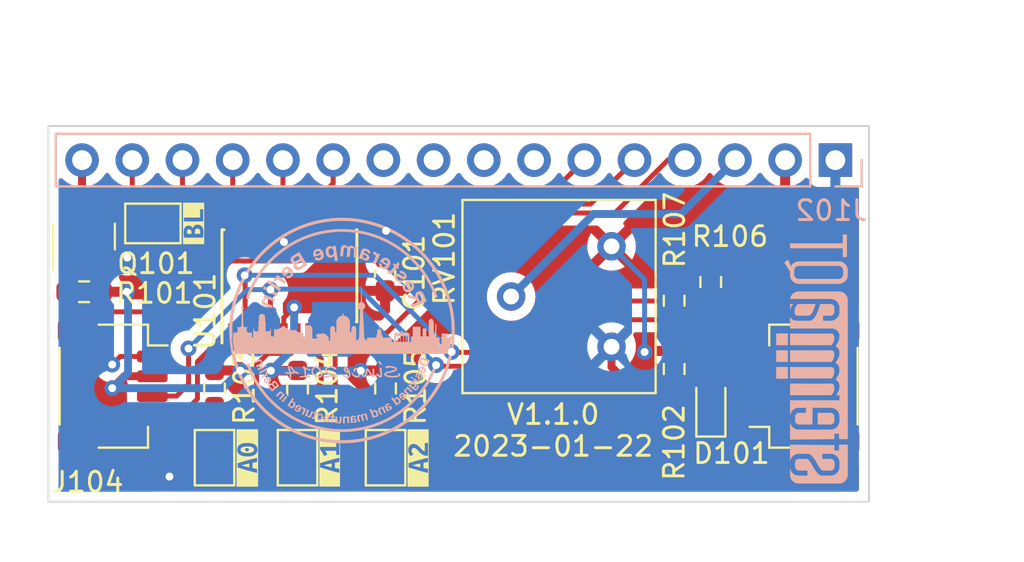
<source format=kicad_pcb>
(kicad_pcb (version 20211014) (generator pcbnew)
  (title_block (title "LCD backplate with Stemma QT connector") (date "2023-01-22") (rev "1.1.0") (company "Resterampe Berlin") (comment 3 "https://creativecommons.org/licenses/by-nc/4.0") (comment 4 "License CC BY-NC 4.0"))
  (layers (0 "F.Cu" signal) (31 "B.Cu" signal) (34 "B.Paste" user) (35 "F.Paste" user) (36 "B.SilkS" user "B.Silkscreen") (37 "F.SilkS" user "F.Silkscreen") (38 "B.Mask" user) (39 "F.Mask" user) (44 "Edge.Cuts" user))
  (net 0 "")
  (net 1 "VCC")
  (net 2 "GND")
  (net 3 "Net-(D101-Pad2)")
  (net 4 "/SCL")
  (net 5 "/SDA")
  (net 6 "/A0")
  (net 7 "/A1")
  (net 8 "/A2")
  (net 9 "/LCD_BL")
  (net 10 "/LCD_K")
  (net 11 "/LCD_VO")
  (net 15 "/RS")
  (net 16 "/RW")
  (net 17 "/CS")
  (net 19 "/DB4")
  (net 20 "/DB5")
  (net 22 "/DB6")
  (net 23 "/DB7")
  (net 28 "/LCD_A")
  (net 29 "unconnected-(J101-PadMP)")
  (net 30 "unconnected-(J104-PadMP)")
  (footprint "Package_SO:SSOP-20_4.4x6.5mm_P0.65mm" (layer "F.Cu") (at 147.325 90.1 90)
    (fp_text reference "U101")
    (fp_text value "PCF8574TS")
  )
  (footprint "Jumper:SolderJumper-2_P1.3mm_Open_TrianglePad1.0x1.5mm" (layer "F.Cu") (at 147.7 99.3 90)
    (fp_text reference "JP102" hide)
    (fp_text value "A1" hide)
  )
  (footprint "Capacitor_SMD:C_0603_1608Metric_Pad1.08x0.95mm_HandSolder" (layer "F.Cu") (at 152.125 90 90)
    (fp_text reference "C101")
    (fp_text value "100n")
  )
  (footprint "Resistor_SMD:R_0603_1608Metric_Pad0.98x0.95mm_HandSolder" (layer "F.Cu") (at 166.74655 94.8148 -90)
    (fp_text reference "R102")
    (fp_text value "1K")
  )
  (footprint "kibuzzard-63CD50DB" (layer "F.Cu") (at 142.4406 87.4526 90)
    (fp_text reference "kibuzzard-63CD50DB" hide)
    (fp_text value "G***" hide)
  )
  (footprint "Jumper:SolderJumper-2_P1.3mm_Bridged_Pad1.0x1.5mm" (layer "F.Cu") (at 140.3832 87.4526 180)
    (fp_text reference "JP104" hide)
    (fp_text value "BL" hide)
  )
  (footprint "Jumper:SolderJumper-2_P1.3mm_Open_TrianglePad1.0x1.5mm" (layer "F.Cu") (at 143.5 99.3 90)
    (fp_text reference "JP101" hide)
    (fp_text value "A0" hide)
  )
  (footprint "Connector_JST:JST_SH_SM04B-SRSS-TB_1x04-1MP_P1.00mm_Horizontal" (layer "F.Cu") (at 138.3512 95.6822 -90)
    (fp_text reference "J104")
    (fp_text value "StemmaQT")
  )
  (footprint "Resistor_SMD:R_0603_1608Metric_Pad0.98x0.95mm_HandSolder" (layer "F.Cu") (at 166.74655 91.3648 -90)
    (fp_text reference "R107")
    (fp_text value "4.7K")
  )
  (footprint "kibuzzard-63CD5133" (layer "F.Cu") (at 149.324 99.3144 90)
    (fp_text reference "kibuzzard-63CD5133" hide)
    (fp_text value "G***" hide)
  )
  (footprint "Resistor_SMD:R_0603_1608Metric_Pad0.98x0.95mm_HandSolder" (layer "F.Cu") (at 143.5 95.8 -90)
    (fp_text reference "R103")
    (fp_text value "10K")
  )
  (footprint "Potentiometer_THT:Potentiometer_Bourns_3386F_Vertical" (layer "F.Cu") (at 163.58 88.61 180)
    (fp_text reference "RV101")
    (fp_text value "5K")
  )
  (footprint "Connector_JST:JST_SH_SM04B-SRSS-TB_1x04-1MP_P1.00mm_Horizontal" (layer "F.Cu") (at 173.34055 95.6822 90)
    (fp_text reference "J101" hide)
    (fp_text value "StemmaQT")
  )
  (footprint "LED_SMD:LED_0603_1608Metric_Pad1.05x0.95mm_HandSolder" (layer "F.Cu") (at 168.6026 96.5712 90)
    (fp_text reference "D101")
    (fp_text value "LED")
  )
  (footprint "Package_TO_SOT_SMD:SOT-23" (layer "F.Cu") (at 136.9 88.1125 90)
    (fp_text reference "Q101")
    (fp_text value "MMBT3904")
  )
  (footprint "Resistor_SMD:R_0603_1608Metric_Pad0.98x0.95mm_HandSolder" (layer "F.Cu") (at 136.9034 90.907 180)
    (fp_text reference "R101")
    (fp_text value "4.7K")
  )
  (footprint "Resistor_SMD:R_0603_1608Metric_Pad0.98x0.95mm_HandSolder" (layer "F.Cu") (at 152.15 95.8 -90)
    (fp_text reference "R105")
    (fp_text value "10K")
  )
  (footprint "kibuzzard-63CD512B" (layer "F.Cu") (at 145.1584 99.3144 90)
    (fp_text reference "kibuzzard-63CD512B" hide)
    (fp_text value "G***" hide)
  )
  (footprint "Resistor_SMD:R_0603_1608Metric_Pad0.98x0.95mm_HandSolder" (layer "F.Cu") (at 168.59655 90.4148 -90)
    (fp_text reference "R106")
    (fp_text value "4.7K")
  )
  (footprint "kibuzzard-63CD5139" (layer "F.Cu") (at 153.7944 99.3144 90)
    (fp_text reference "kibuzzard-63CD5139" hide)
    (fp_text value "G***" hide)
  )
  (footprint "Resistor_SMD:R_0603_1608Metric_Pad0.98x0.95mm_HandSolder" (layer "F.Cu") (at 147.7 95.8 -90)
    (fp_text reference "R104")
    (fp_text value "10K")
  )
  (footprint "Jumper:SolderJumper-2_P1.3mm_Open_TrianglePad1.0x1.5mm" (layer "F.Cu") (at 152.15 99.3 90)
    (fp_text reference "JP103" hide)
    (fp_text value "A2" hide)
  )
  (footprint "Connector_PinHeader_2.54mm:PinHeader_1x16_P2.54mm_Vertical" (layer "B.Cu") (at 174.9 84.25 90)
    (fp_text reference "J102")
    (fp_text value "LCD ")
  )
  (gr_poly (pts (xy 152.170697 97.007815) (xy 152.089337 97.048084) (xy 152.020439 96.908861) (xy 152.014213 96.896528) (xy 152.008294 96.885307) (xy 152.005451 96.880113) (xy 152.002684 96.875196) (xy 151.999993 96.870558) (xy 151.99738 96.866197) (xy 151.994844 96.862114) (xy 151.992385 96.858309) (xy 151.990002 96.854782) (xy 151.987697 96.851532) (xy 151.985468 96.848561) (xy 151.983316 96.845867) (xy 151.981242 96.843451) (xy 151.979244 96.841313) (xy 151.977257 96.839358) (xy 151.975218 96.837504) (xy 151.973125 96.835749) (xy 151.970978 96.834095) (xy 151.968779 96.83254) (xy 151.966525 96.831085) (xy 151.964218 96.829729) (xy 151.961857 96.828474) (xy 151.959443 96.827318) (xy 151.956975 96.826263) (xy 151.954453 96.825307) (xy 151.951878 96.824451) (xy 151.949249 96.823694) (xy 151.946565 96.823038) (xy 151.943828 96.822481) (xy 151.941037 96.822025) (xy 151.93823 96.821667) (xy 151.935433 96.821417) (xy 151.932647 96.821275) (xy 151.929871 96.82124) (xy 151.927106 96.821313) (xy 151.924352 96.821494) (xy 151.921608 96.821782) (xy 151.918876 96.822177) (xy 151.916154 96.82268) (xy 151.913443 96.823289) (xy 151.910743 96.824006) (xy 151.908054 96.82483) (xy 151.905376 96.825761) (xy 151.902708 96.826799) (xy 151.900052 96.827944) (xy 151.897408 96.829195) (xy 151.895378 96.830239) (xy 151.893418 96.831328) (xy 151.891526 96.832462) (xy 151.889703 96.83364) (xy 151.887949 96.834863) (xy 151.886264 96.836131) (xy 151.884648 96.837444) (xy 151.8831 96.838802) (xy 151.881622 96.840205) (xy 151.880212 96.841653) (xy 151.878871 96.843146) (xy 151.877599 96.844684) (xy 151.876395 96.846267) (xy 151.875261 96.847895) (xy 151.874195 96.849569) (xy 151.873198 96.851287) (xy 151.872269 96.853037) (xy 151.871417 96.854812) (xy 151.870642 96.856613) (xy 151.869943 96.858441) (xy 151.869321 96.860294) (xy 151.868775 96.862173) (xy 151.868306 96.864078) (xy 151.867913 96.866008) (xy 151.867597 96.867965) (xy 151.867356 96.869947) (xy 151.867192 96.871954) (xy 151.867104 96.873987) (xy 151.867092 96.876046) (xy 151.867155 96.878131) (xy 151.867294 96.88024) (xy 151.86751 96.882376) (xy 151.867851 96.884651) (xy 151.868369 96.887182) (xy 151.869936 96.893007) (xy 151.872209 96.899852) (xy 151.87519 96.907716) (xy 151.878877 96.9166) (xy 151.883271 96.926503) (xy 151.888372 96.937426) (xy 151.89418 96.949368) (xy 151.971835 97.106266) (xy 151.890501 97.146509) (xy 151.795914 96.95548) (xy 151.791707 96.946802) (xy 151.787896 96.938569) (xy 151.784482 96.930781) (xy 151.781464 96.923439) (xy 151.778842 96.916544) (xy 151.776615 96.910095) (xy 151.774782 96.904095) (xy 151.774014 96.901262) (xy 151.773345 96.898542) (xy 151.772759 96.89588) (xy 151.772243 96.893223) (xy 151.771797 96.89057) (xy 151.771421 96.887921) (xy 151.771114 96.885277) (xy 151.770876 96.882638) (xy 151.770708 96.880003) (xy 151.77061 96.877372) (xy 151.770582 96.874746) (xy 151.770624 96.872125) (xy 151.770735 96.869509) (xy 151.770916 96.866898) (xy 151.771167 96.864291) (xy 151.771488 96.861689) (xy 151.771879 96.859092) (xy 151.77234 96.8565) (xy 151.772894 96.853915) (xy 151.773552 96.851329) (xy 151.774315 96.848743) (xy 151.775184 96.846156) (xy 151.776157 96.843569) (xy 151.777236 96.840981) (xy 151.77842 96.838392) (xy 151.779709 96.835803) (xy 151.781103 96.833213) (xy 151.782603 96.830622) (xy 151.784209 96.828031) (xy 151.78592 96.825439) (xy 151.787737 96.822847) (xy 151.78966 96.820254) (xy 151.791689 96.817661) (xy 151.793823 96.815067) (xy 151.796048 96.812506) (xy 151.798345 96.810003) (xy 151.800716 96.807557) (xy 151.80316 96.805169) (xy 151.805678 96.802839) (xy 151.808269 96.800567) (xy 151.810933 96.798352) (xy 151.813671 96.796195) (xy 151.816482 96.794095) (xy 151.819366 96.792054) (xy 151.822325 96.79007) (xy 151.825356 96.788143) (xy 151.828462 96.786275) (xy 151.831641 96.784463) (xy 151.834894 96.78271) (xy 151.83822 96.781014) (xy 151.845875 96.777478) (xy 151.853568 96.77443) (xy 151.8613 96.77187) (xy 151.869072 96.769797) (xy 151.876882 96.768213) (xy 151.88473 96.767116) (xy 151.892617 96.766507) (xy 151.900543 96.766386) (xy 151.908507 96.766753) (xy 151.91651 96.767607) (xy 151.92455 96.768949) (xy 151.932629 96.770779) (xy 151.940746 96.773096) (xy 151.948902 96.7759) (xy 151.957095 96.779193) (xy 151.965326 96.782972) (xy 151.942969 96.737808) (xy 152.018535 96.700422)) (layer "B.SilkS") (width 0) (fill solid))
  (gr_poly (pts (xy 149.164044 97.147303) (xy 149.169876 97.147474) (xy 149.175927 97.147797) (xy 149.188686 97.148901) (xy 149.202322 97.150615) (xy 149.216835 97.152939) (xy 149.224922 97.154457) (xy 149.232724 97.156114) (xy 149.240239 97.15791) (xy 149.247469 97.159845) (xy 149.254413 97.161919) (xy 149.261071 97.164132) (xy 149.267443 97.166484) (xy 149.273529 97.168976) (xy 149.279329 97.171606) (xy 149.284843 97.174376) (xy 149.290072 97.177286) (xy 149.295015 97.180334) (xy 149.299671 97.183522) (xy 149.304042 97.18685) (xy 149.308127 97.190317) (xy 149.311926 97.193923) (xy 149.315488 97.197685) (xy 149.318862 97.201619) (xy 149.322047 97.205724) (xy 149.325043 97.210001) (xy 149.32785 97.21445) (xy 149.330469 97.219071) (xy 149.332899 97.223864) (xy 149.33514 97.228828) (xy 149.337193 97.233964) (xy 149.339056 97.239272) (xy 149.340731 97.244751) (xy 149.342217 97.250403) (xy 149.343513 97.256226) (xy 149.344621 97.262221) (xy 149.34554 97.268388) (xy 149.346269 97.274726) (xy 149.262581 97.275097) (xy 149.262035 97.272028) (xy 149.26143 97.269062) (xy 149.260766 97.266199) (xy 149.260042 97.263439) (xy 149.259259 97.260783) (xy 149.258416 97.258229) (xy 149.257514 97.255778) (xy 149.256552 97.253431) (xy 149.255532 97.251187) (xy 149.254452 97.249046) (xy 149.253313 97.247009) (xy 149.252115 97.245075) (xy 149.250858 97.243244) (xy 149.249542 97.241517) (xy 149.248167 97.239893) (xy 149.246732 97.238373) (xy 149.245222 97.236939) (xy 149.243616 97.235563) (xy 149.241915 97.234245) (xy 149.24012 97.232986) (xy 149.23823 97.231785) (xy 149.236244 97.230643) (xy 149.234164 97.229559) (xy 149.231989 97.228534) (xy 149.229719 97.227567) (xy 149.227354 97.226659) (xy 149.224895 97.22581) (xy 149.22234 97.225019) (xy 149.21969 97.224287) (xy 149.216946 97.223614) (xy 149.214107 97.223) (xy 149.211173 97.222444) (xy 149.206838 97.221724) (xy 149.202665 97.221121) (xy 149.198653 97.220635) (xy 149.194802 97.220267) (xy 149.191113 97.220015) (xy 149.187585 97.219881) (xy 149.184219 97.219864) (xy 149.181014 97.219964) (xy 149.177971 97.220181) (xy 149.175089 97.220516) (xy 149.172369 97.220968) (xy 149.16981 97.221537) (xy 149.167413 97.222223) (xy 149.165178 97.223026) (xy 149.163105 97.223947) (xy 149.161193 97.224985) (xy 149.159402 97.226143) (xy 149.157691 97.227434) (xy 149.156058 97.228859) (xy 149.154505 97.230417) (xy 149.153031 97.232108) (xy 149.151636 97.233932) (xy 149.150319 97.235889) (xy 149.149082 97.237979) (xy 149.147923 97.240202) (xy 149.146843 97.242559) (xy 149.145842 97.245048) (xy 149.144919 97.24767) (xy 149.144075 97.250425) (xy 149.143309 97.253313) (xy 149.142621 97.256333) (xy 149.142011 97.259487) (xy 149.14045 97.268377) (xy 149.146642 97.272119) (xy 149.154028 97.276121) (xy 149.162608 97.280383) (xy 149.172382 97.284906) (xy 149.18335 97.28969) (xy 149.195513 97.294734) (xy 149.20887 97.300038) (xy 149.223423 97.305603) (xy 149.234296 97.309857) (xy 149.244472 97.314087) (xy 149.25395 97.318291) (xy 149.26273 97.322471) (xy 149.270812 97.326626) (xy 149.274591 97.328694) (xy 149.278196 97.330756) (xy 149.281625 97.332811) (xy 149.28488 97.334861) (xy 149.28796 97.336904) (xy 149.290865 97.338941) (xy 149.293633 97.341009) (xy 149.296301 97.343143) (xy 149.298869 97.345344) (xy 149.301337 97.347612) (xy 149.303706 97.349947) (xy 149.305974 97.352349) (xy 149.308142 97.354818) (xy 149.31021 97.357353) (xy 149.312177 97.359955) (xy 149.314045 97.362623) (xy 149.315812 97.365358) (xy 149.317479 97.36816) (xy 149.319046 97.371028) (xy 149.320513 97.373963) (xy 149.321879 97.376964) (xy 149.323145 97.380031) (xy 149.324303 97.383151) (xy 149.325346 97.386301) (xy 149.326275 97.389481) (xy 149.327088 97.392691) (xy 149.327786 97.39593) (xy 149.32837 97.399198) (xy 149.328838 97.402497) (xy 149.329191 97.405824) (xy 149.329428 97.409182) (xy 149.32955 97.412568) (xy 149.329557 97.415984) (xy 149.329448 97.419429) (xy 149.329223 97.422904) (xy 149.328883 97.426408) (xy 149.328426 97.429941) (xy 149.327854 97.433503) (xy 149.326795 97.438831) (xy 149.325521 97.444002) (xy 149.324034 97.449014) (xy 149.322332 97.453868) (xy 149.320417 97.458563) (xy 149.318287 97.463101) (xy 149.315943 97.467481) (xy 149.313385 97.471702) (xy 149.310612 97.475766) (xy 149.307626 97.479671) (xy 149.304425 97.483418) (xy 149.301009 97.487007) (xy 149.29738 97.490438) (xy 149.293535 97.49371) (xy 149.289477 97.496825) (xy 149.285204 97.499781) (xy 149.280756 97.502533) (xy 149.276176 97.505032) (xy 149.271462 97.50728) (xy 149.266614 97.509277) (xy 149.261633 97.511022) (xy 149.256518 97.512515) (xy 149.251269 97.513756) (xy 149.245887 97.514747) (xy 149.24037 97.515485) (xy 149.234719 97.515973) (xy 149.228935 97.516209) (xy 149.223016 97.516193) (xy 149.216962 97.515927) (xy 149.210775 97.515409) (xy 149.204453 97.51464) (xy 149.197997 97.513619) (xy 149.194322 97.512928) (xy 149.190689 97.512156) (xy 149.187099 97.511301) (xy 149.183551 97.510364) (xy 149.180045 97.509346) (xy 149.176582 97.508245) (xy 149.173161 97.507062) (xy 149.169782 97.505797) (xy 149.166446 97.50445) (xy 149.163153 97.503021) (xy 149.159902 97.50151) (xy 149.156693 97.499916) (xy 149.153528 97.49824) (xy 149.150404 97.496482) (xy 149.147324 97.494641) (xy 149.144286 97.492718) (xy 149.14129 97.490712) (xy 149.138335 97.488624) (xy 149.135419 97.486453) (xy 149.132544 97.484199) (xy 149.129709 97.481863) (xy 149.126915 97.479444) (xy 149.12416 97.476943) (xy 149.121446 97.474358) (xy 149.118773 97.471691) (xy 149.116139 97.468941) (xy 149.113546 97.466109) (xy 149.110994 97.463193) (xy 149.108481 97.460195) (xy 149.106009 97.457113) (xy 149.103577 97.453949) (xy 149.101186 97.450701) (xy 149.100348 97.452214) (xy 149.099228 97.454372) (xy 149.09783 97.457175) (xy 149.096159 97.460623) (xy 149.094163 97.464649) (xy 149.092265 97.468413) (xy 149.090464 97.471915) (xy 149.08876 97.475155) (xy 149.087155 97.478136) (xy 149.085648 97.480856) (xy 149.084239 97.483318) (xy 149.08293 97.48552) (xy 148.994479 97.469962) (xy 148.998362 97.464463) (xy 149.001995 97.459018) (xy 149.005377 97.453627) (xy 149.008509 97.44829) (xy 149.01139 97.443006) (xy 149.01402 97.437775) (xy 149.0164 97.432597) (xy 149.01853 97.427471) (xy 149.020531 97.421994) (xy 149.022528 97.415763) (xy 149.024519 97.408778) (xy 149.026504 97.401039) (xy 149.028482 97.392546) (xy 149.030439 97.383373) (xy 149.122606 97.383373) (xy 149.122652 97.385273) (xy 149.122752 97.387017) (xy 149.122908 97.388603) (xy 149.123208 97.390887) (xy 149.123602 97.393144) (xy 149.124091 97.395374) (xy 149.124674 97.397578) (xy 149.125351 97.399754) (xy 149.126122 97.401905) (xy 149.126988 97.404028) (xy 149.127948 97.406125) (xy 149.129002 97.408195) (xy 149.130151 97.410239) (xy 149.131394 97.412256) (xy 149.132731 97.414246) (xy 149.134162 97.41621) (xy 149.135687 97.418146) (xy 149.137307 97.420057) (xy 149.139021 97.42194) (xy 149.141437 97.42435) (xy 149.143892 97.426639) (xy 149.146386 97.428806) (xy 149.148918 97.430851) (xy 149.15149 97.432775) (xy 149.154101 97.434578) (xy 149.156751 97.43626) (xy 149.159441 97.43782) (xy 149.162169 97.439259) (xy 149.164936 97.440576) (xy 149.167742 97.441773) (xy 149.170588 97.442848) (xy 149.173472 97.443802) (xy 149.176396 97.444636) (xy 149.179358 97.445348) (xy 149.18236 97.445939) (xy 149.185043 97.446357) (xy 149.187686 97.446657) (xy 149.190287 97.44684) (xy 149.192847 97.446906) (xy 149.195367 97.446855) (xy 149.197845 97.446686) (xy 149.200283 97.446399) (xy 149.20268 97.445996) (xy 149.205036 97.445474) (xy 149.20735 97.444835) (xy 149.209624 97.444079) (xy 149.211857 97.443204) (xy 149.21405 97.442213) (xy 149.216201 97.441103) (xy 149.218311 97.439876) (xy 149.22038 97.438531) (xy 149.222379 97.437098) (xy 149.224275 97.435606) (xy 149.226069 97.434056) (xy 149.227762 97.432447) (xy 149.229352 97.43078) (xy 149.230841 97.429054) (xy 149.232227 97.42727) (xy 149.233511 97.425426) (xy 149.234692 97.423524) (xy 149.235772 97.421563) (xy 149.236748 97.419543) (xy 149.237623 97.417464) (xy 149.238394 97.415325) (xy 149.239063 97.413127) (xy 149.239629 97.41087) (xy 149.240093 97.408553) (xy 149.240441 97.406181) (xy 149.240643 97.403838) (xy 149.240699 97.401523) (xy 149.240609 97.399236) (xy 149.240372 97.396977) (xy 149.239989 97.394746) (xy 149.23946 97.392544) (xy 149.238786 97.390369) (xy 149.237965 97.388223) (xy 149.236998 97.386104) (xy 149.235885 97.384013) (xy 149.234626 97.38195) (xy 149.233221 97.379914) (xy 149.231671 97.377906) (xy 149.229975 97.375925) (xy 149.228133 97.373972) (xy 149.226768 97.372747) (xy 149.225202 97.371485) (xy 149.223436 97.370185) (xy 149.221469 97.368847) (xy 149.216934 97.366058) (xy 149.211596 97.363117) (xy 149.205454 97.360025) (xy 149.198508 97.356782) (xy 149.190757 97.353388) (xy 149.182201 97.349841) (xy 149.173549 97.346309) (xy 149.165512 97.342956) (xy 149.158091 97.339781) (xy 149.151284 97.336784) (xy 149.145093 97.333967) (xy 149.139517 97.331327) (xy 149.134556 97.328867) (xy 149.13021 97.326585) (xy 149.127089 97.344418) (xy 149.125783 97.352132) (xy 149.124702 97.359221) (xy 149.123845 97.365684) (xy 149.123212 97.371521) (xy 149.122803 97.376732) (xy 149.122682 97.379102) (xy 149.122616 97.381316) (xy 149.122606 97.383373) (xy 149.030439 97.383373) (xy 149.030454 97.383299) (xy 149.03242 97.373297) (xy 149.034378 97.362542) (xy 149.051762 97.258031) (xy 149.053063 97.250904) (xy 149.054408 97.244078) (xy 149.055797 97.237554) (xy 149.057228 97.231331) (xy 149.058703 97.225409) (xy 149.060221 97.219788) (xy 149.061782 97.214469) (xy 149.063387 97.20945) (xy 149.065034 97.204733) (xy 149.066725 97.200317) (xy 149.068458 97.196201) (xy 149.070235 97.192387) (xy 149.072054 97.188873) (xy 149.073917 97.185661) (xy 149.075822 97.182749) (xy 149.07777 97.180138) (xy 149.079802 97.177714) (xy 149.081959 97.175375) (xy 149.08424 97.17312) (xy 149.086646 97.17095) (xy 149.089177 97.168863) (xy 149.091832 97.16686) (xy 149.094613 97.164941) (xy 149.097518 97.163106) (xy 149.100549 97.161354) (xy 149.103704 97.159686) (xy 149.106984 97.158102) (xy 149.11039 97.156601) (xy 149.11392 97.155184) (xy 149.117576 97.153849) (xy 149.121357 97.152598) (xy 149.125263 97.151431) (xy 149.129346 97.150381) (xy 149.133647 97.149484) (xy 149.138167 97.148739) (xy 149.142905 97.148147) (xy 149.147862 97.147707) (xy 149.153037 97.14742) (xy 149.158431 97.147285)) (layer "B.SilkS") (width 0) (fill solid))
  (gr_poly (pts (xy 148.789165 95.17249) (xy 148.789085 95.17248) (xy 148.788342 95.172427) (xy 148.78948 95.172427)) (layer "B.SilkS") (width 0) (fill solid))
  (gr_poly (pts (xy 147.95159 96.741797) (xy 147.955565 96.741998) (xy 147.959498 96.742326) (xy 147.963391 96.742783) (xy 147.967241 96.743367) (xy 147.97105 96.74408) (xy 147.974818 96.74492) (xy 147.978544 96.745889) (xy 147.982228 96.746986) (xy 147.985871 96.74821) (xy 147.989473 96.749563) (xy 147.993032 96.751043) (xy 147.996551 96.752651) (xy 147.998991 96.753867) (xy 148.001362 96.755146) (xy 148.003662 96.756486) (xy 148.005892 96.757888) (xy 148.008052 96.759352) (xy 148.010142 96.760878) (xy 148.012162 96.762465) (xy 148.014112 96.764114) (xy 148.015992 96.765824) (xy 148.017802 96.767595) (xy 148.019541 96.769428) (xy 148.021211 96.771321) (xy 148.022811 96.773276) (xy 148.02434 96.775292) (xy 148.0258 96.777369) (xy 148.027189 96.779506) (xy 148.028519 96.781769) (xy 148.029801 96.784213) (xy 148.031034 96.786837) (xy 148.032219 96.789642) (xy 148.033355 96.792627) (xy 148.034442 96.795793) (xy 148.03548 96.79914) (xy 148.036469 96.802667) (xy 148.038301 96.810264) (xy 148.039936 96.818585) (xy 148.041375 96.827629) (xy 148.042615 96.837397) (xy 148.063702 96.793423) (xy 148.139716 96.82983) (xy 147.991524 97.139154) (xy 147.909662 97.099943) (xy 147.955434 97.004428) (xy 147.964377 96.985489) (xy 147.972296 96.968139) (xy 147.979189 96.952379) (xy 147.985058 96.93821) (xy 147.9899 96.92563) (xy 147.991937 96.919936) (xy 147.993717 96.91464) (xy 147.99524 96.909741) (xy 147.996507 96.90524) (xy 147.997517 96.901137) (xy 147.998271 96.897431) (xy 147.998852 96.893978) (xy 147.999336 96.890627) (xy 147.999722 96.887375) (xy 148.000012 96.884224) (xy 148.000203 96.881173) (xy 148.000298 96.878223) (xy 148.000295 96.875373) (xy 148.000195 96.872623) (xy 147.999997 96.869973) (xy 147.999702 96.867423) (xy 147.99931 96.864973) (xy 147.998821 96.862624) (xy 147.998234 96.860374) (xy 147.997549 96.858224) (xy 147.996768 96.856175) (xy 147.995889 96.854225) (xy 147.994923 96.852352) (xy 147.993881 96.850533) (xy 147.992763 96.84877) (xy 147.991568 96.84706) (xy 147.990297 96.845406) (xy 147.98895 96.843805) (xy 147.987527 96.842259) (xy 147.986027 96.840767) (xy 147.984451 96.83933) (xy 147.982798 96.837946) (xy 147.98107 96.836617) (xy 147.979265 96.835342) (xy 147.977384 96.834121) (xy 147.975426 96.832954) (xy 147.973392 96.831841) (xy 147.971282 96.830782) (xy 147.969028 96.829768) (xy 147.966701 96.828846) (xy 147.964301 96.828019) (xy 147.961827 96.827285) (xy 147.95928 96.826645) (xy 147.95666 96.826098) (xy 147.953967 96.825645) (xy 147.951201 96.825286) (xy 147.948361 96.82502) (xy 147.945448 96.824848) (xy 147.942463 96.82477) (xy 147.939403 96.824785) (xy 147.936271 96.824894) (xy 147.933066 96.825096) (xy 147.929787 96.825392) (xy 147.926435 96.825782) (xy 147.935273 96.742279) (xy 147.939415 96.741966) (xy 147.943514 96.741782) (xy 147.947573 96.741725)) (layer "B.SilkS") (width 0) (fill solid))
  (gr_poly (pts (xy 147.184993 96.232559) (xy 146.963405 96.494391) (xy 146.894138 96.43576) (xy 147.115726 96.173927)) (layer "B.SilkS") (width 0) (fill solid))
  (gr_poly (pts (xy 147.517681 96.323285) (xy 147.42214 96.464546) (xy 147.42978 96.462725) (xy 147.437312 96.461281) (xy 147.444735 96.460215) (xy 147.452049 96.459526) (xy 147.459255 96.459214) (xy 147.466352 96.459279) (xy 147.47334 96.459721) (xy 147.48022 96.460541) (xy 147.48699 96.461738) (xy 147.493652 96.463312) (xy 147.500204 96.465264) (xy 147.506648 96.467593) (xy 147.512983 96.4703) (xy 147.519209 96.473384) (xy 147.525326 96.476846) (xy 147.531333 96.480686) (xy 147.537653 96.485171) (xy 147.543634 96.489855) (xy 147.549276 96.494738) (xy 147.55458 96.49982) (xy 147.559545 96.505101) (xy 147.564171 96.510582) (xy 147.568458 96.516261) (xy 147.572407 96.522139) (xy 147.576016 96.528217) (xy 147.579287 96.534493) (xy 147.582218 96.540969) (xy 147.584811 96.547644) (xy 147.587064 96.554517) (xy 147.588979 96.56159) (xy 147.590554 96.568862) (xy 147.59179 96.576332) (xy 147.592638 96.583948) (xy 147.593037 96.591655) (xy 147.592987 96.599454) (xy 147.592489 96.607344) (xy 147.591543 96.615325) (xy 147.590148 96.623397) (xy 147.588305 96.631561) (xy 147.586013 96.639816) (xy 147.583272 96.648163) (xy 147.580083 96.656601) (xy 147.576445 96.66513) (xy 147.572358 96.673752) (xy 147.567822 96.682464) (xy 147.562837 96.691269) (xy 147.557404 96.700165) (xy 147.551521 96.709153) (xy 147.545495 96.717765) (xy 147.53936 96.72595) (xy 147.533117 96.733707) (xy 147.526766 96.741037) (xy 147.520308 96.747939) (xy 147.513741 96.754414) (xy 147.507067 96.760462) (xy 147.500285 96.766082) (xy 147.493394 96.771274) (xy 147.486396 96.776039) (xy 147.47929 96.780376) (xy 147.472076 96.784286) (xy 147.464754 96.787768) (xy 147.457325 96.790822) (xy 147.449787 96.793448) (xy 147.442142 96.795646) (xy 147.434492 96.797434) (xy 147.426941 96.798841) (xy 147.419488 96.799865) (xy 147.412134 96.800507) (xy 147.404878 96.800767) (xy 147.397721 96.800645) (xy 147.390663 96.80014) (xy 147.383703 96.799254) (xy 147.376842 96.797985) (xy 147.370079 96.796334) (xy 147.363415 96.7943) (xy 147.35685 96.791884) (xy 147.350383 96.789085) (xy 147.344014 96.785904) (xy 147.337745 96.782341) (xy 147.331574 96.778395) (xy 147.328596 96.77631) (xy 147.325684 96.774136) (xy 147.322838 96.77187) (xy 147.320059 96.769515) (xy 147.317347 96.767068) (xy 147.3147 96.764531) (xy 147.31212 96.761904) (xy 147.309607 96.759186) (xy 147.307159 96.756378) (xy 147.304778 96.753479) (xy 147.302464 96.750489) (xy 147.300216 96.747409) (xy 147.298034 96.744238) (xy 147.295918 96.740977) (xy 147.293869 96.737625) (xy 147.291886 96.734183) (xy 147.289989 96.730663) (xy 147.288206 96.727079) (xy 147.286538 96.72343) (xy 147.284985 96.719717) (xy 147.283547 96.71594) (xy 147.282224 96.712098) (xy 147.281016 96.708192) (xy 147.279923 96.704222) (xy 147.278945 96.700188) (xy 147.278082 96.696089) (xy 147.277334 96.691927) (xy 147.276701 96.6877) (xy 147.276183 96.683409) (xy 147.275781 96.679055) (xy 147.275494 96.674636) (xy 147.275322 96.670153) (xy 147.247093 96.711905) (xy 147.177268 96.664677) (xy 147.191355 96.643844) (xy 147.320814 96.643844) (xy 147.320839 96.648252) (xy 147.321122 96.652585) (xy 147.321618 96.656816) (xy 147.322291 96.660915) (xy 147.323141 96.664882) (xy 147.324169 96.668719) (xy 147.325373 96.672424) (xy 147.326756 96.675998) (xy 147.328315 96.67944) (xy 147.330052 96.682751) (xy 147.331966 96.685932) (xy 147.334058 96.688981) (xy 147.336327 96.691898) (xy 147.338773 96.694685) (xy 147.341397 96.697341) (xy 147.344198 96.699866) (xy 147.347176 96.70226) (xy 147.350332 96.704523) (xy 147.354436 96.707128) (xy 147.358582 96.709427) (xy 147.36277 96.711419) (xy 147.367001 96.713106) (xy 147.371274 96.714485) (xy 147.375589 96.715559) (xy 147.379947 96.716326) (xy 147.384347 96.716787) (xy 147.38879 96.716941) (xy 147.393275 96.716789) (xy 147.397803 96.716331) (xy 147.402373 96.715567) (xy 147.406986 96.714496) (xy 147.411642 96.713118) (xy 147.41634 96.711435) (xy 147.421082 96.709445) (xy 147.424388 96.707835) (xy 147.427729 96.705962) (xy 147.431105 96.703826) (xy 147.434516 96.701427) (xy 147.437961 96.698766) (xy 147.441441 96.695841) (xy 147.444956 96.692654) (xy 147.448506 96.689204) (xy 147.45209 96.68549) (xy 147.455709 96.681514) (xy 147.459363 96.677275) (xy 147.463051 96.672773) (xy 147.466774 96.668008) (xy 147.470532 96.66298) (xy 147.474325 96.657689) (xy 147.478152 96.652136) (xy 147.481603 96.646886) (xy 147.484801 96.641705) (xy 147.487747 96.636593) (xy 147.490441 96.631549) (xy 147.492882 96.626573) (xy 147.495071 96.621666) (xy 147.497007 96.616827) (xy 147.498691 96.612058) (xy 147.500123 96.607357) (xy 147.501302 96.602725) (xy 147.502229 96.598162) (xy 147.502903 96.593668) (xy 147.503325 96.589244) (xy 147.503494 96.584888) (xy 147.503412 96.580602) (xy 147.503076 96.576385) (xy 147.502525 96.572263) (xy 147.501794 96.56826) (xy 147.500882 96.564378) (xy 147.499791 96.560615) (xy 147.49852 96.556972) (xy 147.497068 96.553449) (xy 147.495436 96.550045) (xy 147.493624 96.546762) (xy 147.491631 96.543599) (xy 147.489458 96.540555) (xy 147.487104 96.537632) (xy 147.484569 96.534829) (xy 147.481854 96.532146) (xy 147.478958 96.529583) (xy 147.475881 96.527141) (xy 147.472623 96.524819) (xy 147.469161 96.522597) (xy 147.465663 96.520597) (xy 147.462129 96.518817) (xy 147.458558 96.517258) (xy 147.45495 96.51592) (xy 147.451306 96.514802) (xy 147.447625 96.513905) (xy 147.443908 96.513229) (xy 147.440154 96.512774) (xy 147.436364 96.51254) (xy 147.432537 96.512526) (xy 147.428673 96.512733) (xy 147.424773 96.513161) (xy 147.420836 96.51381) (xy 147.416863 96.514679) (xy 147.412853 96.515769) (xy 147.408821 96.517124) (xy 147.404783 96.518786) (xy 147.400738 96.520755) (xy 147.396686 96.523032) (xy 147.392627 96.525617) (xy 147.388561 96.528509) (xy 147.384488 96.531709) (xy 147.380409 96.535216) (xy 147.376323 96.539031) (xy 147.37223 96.543154) (xy 147.36813 96.547584) (xy 147.364023 96.552322) (xy 147.359909 96.557367) (xy 147.355788 96.56272) (xy 147.351661 96.56838) (xy 147.347527 96.574348) (xy 147.343945 96.579793) (xy 147.34062 96.585164) (xy 147.337553 96.590461) (xy 147.334743 96.595685) (xy 147.332191 96.600834) (xy 147.329896 96.605909) (xy 147.327859 96.610911) (xy 147.326079 96.615838) (xy 147.324558 96.620691) (xy 147.323293 96.62547) (xy 147.322287 96.630175) (xy 147.321538 96.634806) (xy 147.321047 96.639362) (xy 147.320814 96.643844) (xy 147.191355 96.643844) (xy 147.442486 96.272458)) (layer "B.SilkS") (width 0) (fill solid))
  (gr_poly (pts (xy 151.245792 94.795845) (xy 151.248312 94.796525) (xy 151.250752 94.797285) (xy 151.253111 94.798125) (xy 151.255391 94.799045) (xy 151.257591 94.800045) (xy 151.259711 94.801125) (xy 151.261751 94.802285) (xy 151.263711 94.803525) (xy 151.265591 94.804845) (xy 151.267391 94.806245) (xy 151.269111 94.807725) (xy 151.27075 94.809284) (xy 151.27231 94.810924) (xy 151.27379 94.812644) (xy 151.27519 94.814444) (xy 151.27651 94.816324) (xy 151.278786 94.818599) (xy 151.285612 94.828839) (xy 151.288132 94.829332) (xy 151.290571 94.829958) (xy 151.292931 94.830718) (xy 151.295211 94.831612) (xy 151.297411 94.832638) (xy 151.299531 94.833798) (xy 151.301571 94.835092) (xy 151.303531 94.836518) (xy 151.305411 94.838078) (xy 151.307211 94.839772) (xy 151.30893 94.841598) (xy 151.31057 94.843558) (xy 151.31213 94.845651) (xy 151.31361 94.847878) (xy 151.31501 94.850238) (xy 151.31633 94.852731) (xy 151.317697 94.852857) (xy 151.319023 94.853024) (xy 151.320309 94.85323) (xy 151.321554 94.853475) (xy 151.322759 94.85376) (xy 151.323922 94.854083) (xy 151.325044 94.854445) (xy 151.326125 94.854846) (xy 151.327164 94.855285) (xy 151.328161 94.855762) (xy 151.329116 94.856277) (xy 151.330029 94.85683) (xy 151.330899 94.857421) (xy 151.331727 94.858048) (xy 151.332512 94.858713) (xy 151.333253 94.859414) (xy 151.333952 94.860153) (xy 151.334606 94.860927) (xy 151.335217 94.861738) (xy 151.335784 94.862585) (xy 151.336307 94.863468) (xy 151.336786 94.864387) (xy 151.337219 94.86534) (xy 151.337609 94.86633) (xy 151.337953 94.867354) (xy 151.338252 94.868412) (xy 151.338505 94.869506) (xy 151.338713 94.870634) (xy 151.338875 94.871796) (xy 151.338991 94.872992) (xy 151.339061 94.874221) (xy 151.339084 94.875485) (xy 151.339082 94.875913) (xy 151.339066 94.876356) (xy 151.339049 94.876586) (xy 151.339024 94.876824) (xy 151.338989 94.877073) (xy 151.338942 94.877333) (xy 151.338881 94.877607) (xy 151.338806 94.877896) (xy 151.338714 94.878201) (xy 151.338604 94.878525) (xy 151.338474 94.878868) (xy 151.338322 94.879234) (xy 151.338147 94.879623) (xy 151.337946 94.880036) (xy 151.337946 94.885725) (xy 151.353874 94.901652) (xy 151.353874 94.909616) (xy 151.355013 94.915305) (xy 151.359563 94.919855) (xy 151.361839 94.934646) (xy 151.378904 94.940335) (xy 151.378904 94.951711) (xy 151.389143 94.971052) (xy 151.403934 94.988118) (xy 151.405259 94.992756) (xy 151.406209 94.993807) (xy 151.406209 94.994069) (xy 151.413035 95.00177) (xy 151.423274 95.008596) (xy 151.427825 95.019973) (xy 151.446029 95.033627) (xy 151.446029 95.043865) (xy 151.449442 95.048416) (xy 151.464232 95.062068) (xy 151.460819 95.065482) (xy 151.461846 95.066148) (xy 151.462797 95.066868) (xy 151.463674 95.067642) (xy 151.464481 95.068468) (xy 151.465222 95.069349) (xy 151.465899 95.070282) (xy 151.466516 95.071269) (xy 151.467076 95.072309) (xy 151.467584 95.073402) (xy 151.468041 95.074548) (xy 151.468451 95.075748) (xy 151.468818 95.077002) (xy 151.469146 95.078308) (xy 151.469436 95.079668) (xy 151.469693 95.081081) (xy 151.46992 95.082548) (xy 151.471361 95.083241) (xy 151.472696 95.084039) (xy 151.473928 95.08494) (xy 151.475058 95.085943) (xy 151.476088 95.087046) (xy 151.47702 95.088248) (xy 151.477855 95.089546) (xy 151.478595 95.090939) (xy 151.479242 95.092425) (xy 151.479797 95.094003) (xy 151.480263 95.095671) (xy 151.48064 95.097427) (xy 151.48093 95.09927) (xy 151.481135 95.101198) (xy 151.481257 95.103209) (xy 151.481297 95.105302) (xy 151.500639 95.124643) (xy 151.506328 95.113265) (xy 151.506328 95.103026) (xy 151.502915 95.092787) (xy 151.493813 95.068895) (xy 151.500639 95.05638) (xy 151.499501 95.043865) (xy 151.492675 95.031351) (xy 151.499501 95.010872) (xy 151.490399 94.998358) (xy 151.490399 94.979016) (xy 151.493813 94.955124) (xy 151.485848 94.933508) (xy 151.490399 94.888) (xy 151.486986 94.864108) (xy 151.49495 94.850456) (xy 151.49495 94.840216) (xy 151.495004 94.837083) (xy 151.495164 94.834081) (xy 151.49543 94.831209) (xy 151.495803 94.828466) (xy 151.496283 94.825849) (xy 151.49687 94.823357) (xy 151.497563 94.820988) (xy 151.498363 94.818742) (xy 151.49927 94.816615) (xy 151.499763 94.815596) (xy 151.500283 94.814606) (xy 151.50083 94.813646) (xy 151.501403 94.812714) (xy 151.502003 94.811812) (xy 151.50263 94.810938) (xy 151.503283 94.810092) (xy 151.503963 94.809274) (xy 151.50467 94.808484) (xy 151.505403 94.807722) (xy 151.506163 94.806988) (xy 151.50695 94.806281) (xy 151.507763 94.8056) (xy 151.508603 94.804947) (xy 151.51039 94.803881) (xy 151.512338 94.802818) (xy 151.51445 94.801762) (xy 151.516727 94.800716) (xy 151.521782 94.798668) (xy 151.527517 94.796699) (xy 151.533946 94.794837) (xy 151.541081 94.793108) (xy 151.548936 94.791539) (xy 151.557524 94.790157) (xy 151.578003 94.824288) (xy 151.573451 94.855006) (xy 151.576865 94.873209) (xy 151.575728 94.885725) (xy 151.57914 94.922131) (xy 151.573451 94.931233) (xy 151.573451 94.935784) (xy 151.573555 94.935893) (xy 151.573652 94.93601) (xy 151.573742 94.936132) (xy 151.573827 94.936259) (xy 151.573906 94.936391) (xy 151.573979 94.936528) (xy 151.574109 94.936815) (xy 151.57422 94.937114) (xy 151.574312 94.937423) (xy 151.574387 94.93774) (xy 151.574447 94.938059) (xy 151.574494 94.938378) (xy 151.57453 94.938695) (xy 151.574555 94.939004) (xy 151.574572 94.939303) (xy 151.574587 94.939859) (xy 151.57459 94.940335) (xy 151.574538 94.941297) (xy 151.574394 94.942485) (xy 151.573878 94.945596) (xy 151.57315 94.949774) (xy 151.572739 94.952295) (xy 151.572315 94.955124) (xy 151.576865 94.989256) (xy 151.575728 95.007459) (xy 151.572315 95.015423) (xy 151.581415 95.031351) (xy 151.576865 95.035902) (xy 151.57914 95.062068) (xy 151.587105 95.077997) (xy 151.582553 95.092787) (xy 151.591655 95.106439) (xy 151.57914 95.133745) (xy 151.580278 95.148535) (xy 151.582553 95.15081) (xy 151.580278 95.165601) (xy 151.585967 95.192906) (xy 151.568901 95.221348) (xy 151.566955 95.224442) (xy 151.564955 95.227325) (xy 151.562902 95.230002) (xy 151.560795 95.232476) (xy 151.558635 95.23475) (xy 151.556422 95.236827) (xy 151.554156 95.238711) (xy 151.551836 95.240405) (xy 151.549463 95.241912) (xy 151.547036 95.243236) (xy 151.544556 95.244379) (xy 151.542023 95.245347) (xy 151.539436 95.24614) (xy 151.536797 95.246764) (xy 151.534103 95.247221) (xy 151.531357 95.247515) (xy 151.518842 95.244102) (xy 151.515322 95.242995) (xy 151.512013 95.241809) (xy 151.508915 95.240542) (xy 151.506025 95.239196) (xy 151.503341 95.237769) (xy 151.502077 95.237026) (xy 151.500863 95.236263) (xy 151.4997 95.235479) (xy 151.498588 95.234676) (xy 151.497526 95.233853) (xy 151.496514 95.23301) (xy 151.495553 95.232146) (xy 151.494641 95.231263) (xy 151.493778 95.23036) (xy 151.492965 95.229437) (xy 151.492202 95.228493) (xy 151.491487 95.22753) (xy 151.490821 95.226547) (xy 151.490203 95.225544) (xy 151.489634 95.22452) (xy 151.489113 95.223477) (xy 151.48864 95.222414) (xy 151.488215 95.221331) (xy 151.487837 95.220228) (xy 151.487506 95.219104) (xy 151.487223 95.217961) (xy 151.486986 95.216798) (xy 151.484461 95.214256) (xy 151.483266 95.213018) (xy 151.482151 95.21182) (xy 151.481631 95.21124) (xy 151.481142 95.210675) (xy 151.480686 95.210127) (xy 151.480267 95.209598) (xy 151.479887 95.209088) (xy 151.479551 95.2086) (xy 151.479262 95.208135) (xy 151.479022 95.207695) (xy 151.476945 95.205558) (xy 151.47595 95.20448) (xy 151.474987 95.203393) (xy 151.474057 95.202293) (xy 151.473163 95.201176) (xy 151.472305 95.200039) (xy 151.471485 95.198878) (xy 151.470705 95.197691) (xy 151.469967 95.196474) (xy 151.469273 95.195223) (xy 151.468623 95.193936) (xy 151.46802 95.192609) (xy 151.467465 95.191239) (xy 151.466961 95.189822) (xy 151.466508 95.188355) (xy 151.465387 95.187635) (xy 151.464157 95.186759) (xy 151.461353 95.18455) (xy 151.458068 95.181755) (xy 151.454277 95.1784) (xy 151.445069 95.170116) (xy 151.439598 95.16524) (xy 151.433514 95.159912) (xy 151.423274 95.143984) (xy 151.421781 95.143264) (xy 151.42029 95.142384) (xy 151.418802 95.141344) (xy 151.417319 95.140144) (xy 151.415843 95.138784) (xy 151.414375 95.137264) (xy 151.412917 95.135584) (xy 151.411471 95.133745) (xy 151.410038 95.131745) (xy 151.40862 95.129585) (xy 151.407219 95.127265) (xy 151.405836 95.124785) (xy 151.404473 95.122145) (xy 151.403132 95.119345) (xy 151.401813 95.116385) (xy 151.40052 95.113265) (xy 151.398245 95.11099) (xy 151.395565 95.110071) (xy 151.39307 95.109019) (xy 151.390758 95.107838) (xy 151.38967 95.107199) (xy 151.388628 95.106528) (xy 151.38763 95.105826) (xy 151.386677 95.105092) (xy 151.385769 95.104327) (xy 151.384906 95.103531) (xy 151.384086 95.102704) (xy 151.38331 95.101846) (xy 151.382578 95.100958) (xy 151.38189 95.10004) (xy 151.381245 95.099092) (xy 151.380643 95.098114) (xy 151.380084 95.097106) (xy 151.379568 95.096069) (xy 151.379094 95.095003) (xy 151.378663 95.093908) (xy 151.377926 95.091632) (xy 151.377356 95.089242) (xy 151.37695 95.086741) (xy 151.376708 95.08413) (xy 151.376628 95.08141) (xy 151.36639 95.071171) (xy 151.355013 95.068895) (xy 151.34591 95.057518) (xy 151.329982 95.02225) (xy 151.33112 95.016561) (xy 151.322019 95.007459) (xy 151.309504 94.989256) (xy 151.30154 94.973327) (xy 151.288158 94.951711) (xy 151.368665 94.951711) (xy 151.370371 94.953847) (xy 151.372931 94.956849) (xy 151.376344 94.960731) (xy 151.380611 94.965506) (xy 151.394611 94.980984) (xy 151.40536 94.993112) (xy 151.406209 94.996082) (xy 151.406209 94.994069) (xy 151.40536 94.993112) (xy 151.405259 94.992756) (xy 151.394611 94.980984) (xy 151.368665 94.951711) (xy 151.288158 94.951711) (xy 151.286749 94.949436) (xy 151.245792 94.906203) (xy 151.235552 94.892551) (xy 151.229864 94.900514) (xy 151.227589 94.906203) (xy 151.227535 94.90972) (xy 151.227375 94.913438) (xy 151.227109 94.917342) (xy 151.226735 94.92142) (xy 151.226255 94.925657) (xy 151.225669 94.930041) (xy 151.224975 94.934559) (xy 151.224175 94.939197) (xy 151.207111 95.037039) (xy 151.195733 95.05183) (xy 151.198008 95.077997) (xy 151.187769 95.099613) (xy 151.180943 95.120092) (xy 151.178668 95.122368) (xy 151.170703 95.13602) (xy 151.170703 95.139433) (xy 151.170623 95.14118) (xy 151.170385 95.143004) (xy 151.169991 95.144905) (xy 151.169441 95.146882) (xy 151.168738 95.148931) (xy 151.167883 95.151052) (xy 151.166879 95.153244) (xy 151.165726 95.155503) (xy 151.164426 95.157829) (xy 151.162981 95.160221) (xy 151.161394 95.162675) (xy 151.159664 95.165191) (xy 151.157794 95.167768) (xy 151.155786 95.170402) (xy 151.153642 95.173094) (xy 151.151362 95.17584) (xy 151.150482 95.17812) (xy 151.149549 95.180269) (xy 151.148562 95.182287) (xy 151.147522 95.184177) (xy 151.146429 95.185941) (xy 151.145282 95.187579) (xy 151.144082 95.189094) (xy 151.142829 95.190488) (xy 151.141523 95.191761) (xy 151.140163 95.192916) (xy 151.13875 95.193955) (xy 151.137283 95.194878) (xy 151.135763 95.195689) (xy 151.13419 95.196387) (xy 151.132564 95.196976) (xy 151.130884 95.197456) (xy 151.129991 95.19851) (xy 151.129019 95.19954) (xy 151.127971 95.200551) (xy 151.126848 95.201544) (xy 151.125652 95.202525) (xy 151.124384 95.203495) (xy 151.123046 95.204459) (xy 151.12164 95.20542) (xy 151.118629 95.207344) (xy 151.115364 95.209295) (xy 151.11186 95.2113) (xy 151.108129 95.213384) (xy 151.101303 95.221348) (xy 151.084238 95.217935) (xy 151.073998 95.22021) (xy 151.035316 95.21566) (xy 151.005735 95.199732) (xy 150.995496 95.197456) (xy 150.989808 95.187217) (xy 150.989168 95.186978) (xy 150.988528 95.186688) (xy 150.987888 95.186352) (xy 150.987248 95.185972) (xy 150.986608 95.185553) (xy 150.985968 95.185097) (xy 150.985328 95.184608) (xy 150.984688 95.184088) (xy 150.984048 95.183542) (xy 150.983408 95.182973) (xy 150.982128 95.181777) (xy 150.980849 95.180528) (xy 150.979569 95.179253) (xy 150.977662 95.17836) (xy 150.975782 95.177389) (xy 150.973929 95.176341) (xy 150.972102 95.175218) (xy 150.970302 95.174022) (xy 150.968529 95.172754) (xy 150.966782 95.171416) (xy 150.965062 95.170009) (xy 150.963369 95.168536) (xy 150.961703 95.166998) (xy 150.960063 95.165397) (xy 150.958449 95.163734) (xy 150.956863 95.162011) (xy 150.955303 95.160229) (xy 150.95377 95.158391) (xy 150.952263 95.156498) (xy 150.951169 95.153779) (xy 150.950019 95.15117) (xy 150.948808 95.148674) (xy 150.947534 95.146295) (xy 150.946194 95.144035) (xy 150.944784 95.1419) (xy 150.9433 95.13989) (xy 150.941739 95.138011) (xy 150.940099 95.136265) (xy 150.938375 95.134656) (xy 150.937481 95.133903) (xy 150.936565 95.133186) (xy 150.935626 95.132505) (xy 150.934665 95.13186) (xy 150.93368 95.131252) (xy 150.932671 95.130681) (xy 150.931638 95.130148) (xy 150.93058 95.129652) (xy 150.929498 95.129194) (xy 150.92839 95.128776) (xy 150.927256 95.128396) (xy 150.926096 95.128057) (xy 150.923821 95.121231) (xy 150.913581 95.117817) (xy 150.90903 95.095062) (xy 150.896516 95.075722) (xy 150.894662 95.073829) (xy 150.89294 95.071989) (xy 150.891349 95.070202) (xy 150.889885 95.068469) (xy 150.888548 95.066789) (xy 150.887336 95.065162) (xy 150.886248 95.063589) (xy 150.885281 95.062069) (xy 150.884434 95.060602) (xy 150.883705 95.059189) (xy 150.883093 95.057829) (xy 150.882596 95.056523) (xy 150.882213 95.055269) (xy 150.881941 95.05407) (xy 150.881779 95.052923) (xy 150.881725 95.05183) (xy 150.881725 95.048416) (xy 150.882101 95.048039) (xy 150.882253 95.047881) (xy 150.882383 95.047741) (xy 150.882494 95.047614) (xy 150.882586 95.047497) (xy 150.882625 95.047441) (xy 150.882661 95.047386) (xy 150.882693 95.047332) (xy 150.882721 95.047279) (xy 150.882746 95.047225) (xy 150.882768 95.047172) (xy 150.882787 95.047117) (xy 150.882804 95.047061) (xy 150.882817 95.047003) (xy 150.882829 95.046944) (xy 150.882846 95.046817) (xy 150.882856 95.046676) (xy 150.882861 95.046519) (xy 150.882864 95.046141) (xy 150.893102 95.013147) (xy 150.923821 95.002908) (xy 150.945437 95.010872) (xy 150.953401 95.029076) (xy 150.955676 95.039315) (xy 150.968191 95.052967) (xy 150.968645 95.05486) (xy 150.969153 95.0567) (xy 150.969718 95.058487) (xy 150.970342 95.06022) (xy 150.971026 95.0619) (xy 150.971771 95.063527) (xy 150.97258 95.0651) (xy 150.973453 95.06662) (xy 150.974393 95.068087) (xy 150.975402 95.0695) (xy 150.976481 95.07086) (xy 150.977631 95.072166) (xy 150.978855 95.07342) (xy 150.980153 95.07462) (xy 150.981528 95.075766) (xy 150.982982 95.076859) (xy 150.986395 95.08141) (xy 150.987532 95.087099) (xy 150.992083 95.091649) (xy 151.000047 95.090512) (xy 151.0013 95.091165) (xy 151.0025 95.091845) (xy 151.003647 95.092552) (xy 151.00474 95.093285) (xy 151.00578 95.094045) (xy 151.006766 95.094831) (xy 151.0077 95.095645) (xy 151.00858 95.096485) (xy 151.009406 95.097351) (xy 151.010179 95.098245) (xy 151.010899 95.099165) (xy 151.011566 95.100111) (xy 151.012179 95.101085) (xy 151.012739 95.102084) (xy 151.013246 95.103111) (xy 151.013699 95.104164) (xy 151.017112 95.109853) (xy 151.030766 95.113265) (xy 151.032472 95.115958) (xy 151.034176 95.11849) (xy 151.035878 95.120858) (xy 151.037574 95.123061) (xy 151.039263 95.125097) (xy 151.040945 95.126965) (xy 151.042616 95.128663) (xy 151.044275 95.130189) (xy 151.045922 95.131542) (xy 151.047553 95.13272) (xy 151.048362 95.133243) (xy 151.049168 95.133722) (xy 151.049968 95.134156) (xy 151.050764 95.134545) (xy 151.051555 95.134889) (xy 151.05234 95.135188) (xy 151.05312 95.135441) (xy 151.053895 95.135649) (xy 151.054663 95.135811) (xy 151.055426 95.135927) (xy 151.056182 95.135997) (xy 151.056932 95.13602) (xy 151.057946 95.13582) (xy 151.058856 95.135645) (xy 151.059667 95.135493) (xy 151.060381 95.135362) (xy 151.061001 95.135252) (xy 151.061532 95.13516) (xy 151.062336 95.135025) (xy 151.062687 95.134965) (xy 151.067172 95.140571) (xy 151.071723 95.133745) (xy 151.076273 95.132607) (xy 151.076273 95.129194) (xy 151.08765 95.116679) (xy 151.08765 95.093925) (xy 151.108129 95.088236) (xy 151.108569 95.086757) (xy 151.109036 95.085306) (xy 151.109529 95.083884) (xy 151.110049 95.082495) (xy 151.110596 95.081138) (xy 151.111169 95.079817) (xy 151.111769 95.078532) (xy 151.112396 95.077286) (xy 151.113049 95.07608) (xy 151.113729 95.074915) (xy 151.114436 95.073794) (xy 151.115169 95.072717) (xy 151.115929 95.071688) (xy 151.116716 95.070706) (xy 151.117529 95.069775) (xy 151.118369 95.068895) (xy 151.125195 95.039315) (xy 151.135434 95.015423) (xy 151.13771 94.974465) (xy 151.146811 94.931233) (xy 151.146811 94.899377) (xy 151.159325 94.872071) (xy 151.151362 94.847042) (xy 151.170703 94.835665) (xy 151.172979 94.811773) (xy 151.180943 94.809498) (xy 151.18208 94.806085) (xy 151.194595 94.799259) (xy 151.208247 94.78333) (xy 151.235552 94.78333)) (layer "B.SilkS") (width 0) (fill solid))
  (gr_poly (pts (xy 149.735842 89.339476) (xy 149.588442 89.360114) (xy 149.549152 89.07947) (xy 149.544753 89.085661) (xy 149.540356 89.091644) (xy 149.535961 89.097418) (xy 149.531569 89.102984) (xy 149.527179 89.108341) (xy 149.522791 89.113489) (xy 149.518405 89.118429) (xy 149.514021 89.123159) (xy 149.509639 89.127681) (xy 149.505259 89.131994) (xy 149.500881 89.136097) (xy 149.496504 89.139991) (xy 149.492128 89.143676) (xy 149.487754 89.147152) (xy 149.483382 89.150418) (xy 149.479011 89.153474) (xy 149.474601 89.156359) (xy 149.470104 89.15911) (xy 149.465518 89.161727) (xy 149.460844 89.164209) (xy 149.456083 89.166558) (xy 149.451234 89.168773) (xy 149.446296 89.170855) (xy 149.441271 89.172802) (xy 149.436159 89.174615) (xy 149.430958 89.176294) (xy 149.42567 89.17784) (xy 149.420295 89.179251) (xy 149.414831 89.180528) (xy 149.409281 89.181672) (xy 149.403642 89.182681) (xy 149.397916 89.183557) (xy 149.385857 89.184936) (xy 149.373938 89.185679) (xy 149.362159 89.185786) (xy 149.35052 89.185258) (xy 149.339022 89.184094) (xy 149.327665 89.182294) (xy 149.316448 89.179859) (xy 149.305371 89.176787) (xy 149.294436 89.173079) (xy 149.283641 89.168736) (xy 149.272988 89.163756) (xy 149.262475 89.158141) (xy 149.252103 89.151889) (xy 149.241873 89.145001) (xy 149.231784 89.137477) (xy 149.221836 89.129317) (xy 149.212191 89.120559) (xy 149.203011 89.111241) (xy 149.194295 89.101363) (xy 149.186043 89.090924) (xy 149.178257 89.079926) (xy 149.170934 89.068367) (xy 149.164077 89.056248) (xy 149.157684 89.043569) (xy 149.151757 89.03033) (xy 149.146293 89.01653) (xy 149.141295 89.00217) (xy 149.136762 88.98725) (xy 149.132693 88.971769) (xy 149.12909 88.955728) (xy 149.125952 88.939126) (xy 149.123278 88.921964) (xy 149.121199 88.905179) (xy 149.119713 88.888786) (xy 149.11882 88.872786) (xy 149.118522 88.85718) (xy 149.118638 88.851167) (xy 149.269837 88.851167) (xy 149.269914 88.860703) (xy 149.270314 88.870553) (xy 149.271037 88.880718) (xy 149.272085 88.891196) (xy 149.273456 88.901988) (xy 149.275202 88.913501) (xy 149.277158 88.924565) (xy 149.279322 88.93518) (xy 149.281696 88.945346) (xy 149.284278 88.955063) (xy 149.287068 88.96433) (xy 149.290068 88.973149) (xy 149.293276 88.981518) (xy 149.296693 88.989438) (xy 149.300319 88.996909) (xy 149.304153 89.00393) (xy 149.308196 89.010502) (xy 149.312447 89.016624) (xy 149.316907 89.022297) (xy 149.321575 89.027521) (xy 149.326452 89.032295) (xy 149.331483 89.036674) (xy 149.336603 89.040712) (xy 149.341814 89.04441) (xy 149.347114 89.047768) (xy 149.352505 89.050785) (xy 149.357985 89.053462) (xy 149.363555 89.055798) (xy 149.369215 89.057794) (xy 149.374965 89.059449) (xy 149.380805 89.060764) (xy 149.386735 89.061739) (xy 149.392755 89.062373) (xy 149.398864 89.062666) (xy 149.405064 89.06262) (xy 149.411354 89.062232) (xy 149.417733 89.061505) (xy 149.424332 89.060401) (xy 149.430756 89.058965) (xy 149.437003 89.057196) (xy 149.443074 89.055095) (xy 149.448968 89.052661) (xy 149.454687 89.049895) (xy 149.46023 89.046796) (xy 149.465596 89.043364) (xy 149.470787 89.0396) (xy 149.475801 89.035503) (xy 149.480639 89.031073) (xy 149.485301 89.026311) (xy 149.489787 89.021215) (xy 149.494097 89.015787) (xy 149.498231 89.010026) (xy 149.502188 89.003932) (xy 149.50589 88.997504) (xy 149.509246 88.990734) (xy 149.512258 88.983621) (xy 149.514924 88.976166) (xy 149.517245 88.968367) (xy 149.51922 88.960226) (xy 149.520851 88.951742) (xy 149.522138 88.942915) (xy 149.523079 88.933746) (xy 149.523676 88.924234) (xy 149.523928 88.91438) (xy 149.523835 88.904183) (xy 149.523398 88.893644) (xy 149.522617 88.882762) (xy 149.521491 88.871538) (xy 149.520021 88.859972) (xy 149.51847 88.849919) (xy 149.516684 88.840218) (xy 149.514662 88.830871) (xy 149.512406 88.821876) (xy 149.509915 88.813234) (xy 149.50719 88.804945) (xy 149.504229 88.797008) (xy 149.501034 88.789424) (xy 149.497604 88.782192) (xy 149.493939 88.775313) (xy 149.49004 88.768786) (xy 149.485906 88.762612) (xy 149.481538 88.75679) (xy 149.476935 88.75132) (xy 149.472097 88.746203) (xy 149.467025 88.741438) (xy 149.461792 88.737022) (xy 149.45646 88.732953) (xy 149.451029 88.729229) (xy 149.4455 88.725851) (xy 149.439873 88.722819) (xy 149.434148 88.720134) (xy 149.428325 88.717794) (xy 149.422403 88.7158) (xy 149.416384 88.714153) (xy 149.410266 88.712851) (xy 149.404051 88.711895) (xy 149.397738 88.711286) (xy 149.391328 88.711022) (xy 149.384819 88.711105) (xy 149.378214 88.711533) (xy 149.37151 88.712308) (xy 149.365106 88.713372) (xy 149.358879 88.714751) (xy 149.35283 88.716443) (xy 149.346958 88.718449) (xy 149.341265 88.720769) (xy 149.335749 88.723403) (xy 149.330412 88.72635) (xy 149.325251 88.729611) (xy 149.320269 88.733186) (xy 149.315464 88.737075) (xy 149.310837 88.741278) (xy 149.306387 88.745794) (xy 149.302115 88.750624) (xy 149.29802 88.755768) (xy 149.294103 88.761226) (xy 149.290363 88.766997) (xy 149.286878 88.773078) (xy 149.283717 88.779472) (xy 149.28088 88.786182) (xy 149.278367 88.793205) (xy 149.276177 88.800543) (xy 149.274311 88.808195) (xy 149.272769 88.816161) (xy 149.271551 88.824442) (xy 149.270656 88.833036) (xy 149.270085 88.841944) (xy 149.269837 88.851167) (xy 149.118638 88.851167) (xy 149.118817 88.841965) (xy 149.119706 88.827144) (xy 149.121188 88.812716) (xy 149.123265 88.798681) (xy 149.125936 88.785039) (xy 149.129201 88.77179) (xy 149.13306 88.758935) (xy 149.137514 88.746473) (xy 149.142562 88.734404) (xy 149.148204 88.722729) (xy 149.154441 88.711448) (xy 149.161273 88.70056) (xy 149.168553 88.69015) (xy 149.176147 88.680302) (xy 149.184053 88.671016) (xy 149.192273 88.662291) (xy 149.200806 88.654129) (xy 149.209651 88.646528) (xy 149.21881 88.639489) (xy 149.228281 88.633012) (xy 149.238066 88.627097) (xy 149.248163 88.621743) (xy 149.258573 88.616952) (xy 149.269296 88.612722) (xy 149.280331 88.609054) (xy 149.291679 88.605948) (xy 149.30334 88.603403) (xy 149.315313 88.601421) (xy 149.322239 88.600556) (xy 149.329116 88.599908) (xy 149.335943 88.599475) (xy 149.342722 88.599258) (xy 149.349452 88.599257) (xy 149.356133 88.599471) (xy 149.362765 88.599902) (xy 149.369348 88.600548) (xy 149.375881 88.60141) (xy 149.382366 88.602487) (xy 149.388802 88.603781) (xy 149.395189 88.60529) (xy 149.401527 88.607016) (xy 149.407816 88.608957) (xy 149.414056 88.611113) (xy 149.420247 88.613486) (xy 149.426343 88.616034) (xy 149.432309 88.618726) (xy 149.438145 88.621562) (xy 149.443851 88.624543) (xy 149.449426 88.627668) (xy 149.454872 88.630937) (xy 149.460187 88.63435) (xy 149.465371 88.637907) (xy 149.470426 88.641608) (xy 149.47535 88.645452) (xy 149.480144 88.649441) (xy 149.484808 88.653573) (xy 149.489342 88.657848) (xy 149.493746 88.662267) (xy 149.498019 88.66683) (xy 149.502162 88.671535) (xy 149.490705 88.5897) (xy 149.628156 88.570465)) (layer "B.SilkS") (width 0) (fill solid))
  (gr_poly (pts (xy 148.764732 88.733894) (xy 148.777283 88.734903) (xy 148.789725 88.736592) (xy 148.80206 88.738961) (xy 148.814287 88.74201) (xy 148.826406 88.745738) (xy 148.838417 88.750145) (xy 148.85032 88.755233) (xy 148.862115 88.761) (xy 148.873802 88.767447) (xy 148.885232 88.774548) (xy 148.896256 88.78227) (xy 148.906872 88.790612) (xy 148.917081 88.799574) (xy 148.926883 88.809156) (xy 148.936278 88.819358) (xy 148.945266 88.83018) (xy 148.953846 88.841623) (xy 148.962019 88.853685) (xy 148.969784 88.866368) (xy 148.977142 88.879671) (xy 148.984092 88.893594) (xy 148.990634 88.908137) (xy 148.996769 88.9233) (xy 149.002495 88.939083) (xy 149.007814 88.955486) (xy 149.011846 88.96939) (xy 149.015371 88.98312) (xy 149.018387 88.996677) (xy 149.020896 89.010061) (xy 149.022897 89.023272) (xy 149.02439 89.03631) (xy 149.025375 89.049174) (xy 149.025852 89.061865) (xy 149.025821 89.074383) (xy 149.025283 89.086727) (xy 149.024236 89.098899) (xy 149.022682 89.110896) (xy 149.02062 89.12272) (xy 149.01805 89.134371) (xy 149.014972 89.145848) (xy 149.011386 89.157152) (xy 149.006081 89.170915) (xy 148.999986 89.184138) (xy 148.993103 89.196819) (xy 148.98543 89.208958) (xy 148.976969 89.220556) (xy 148.967719 89.231613) (xy 148.95768 89.242127) (xy 148.946851 89.252101) (xy 148.935234 89.261532) (xy 148.922827 89.270422) (xy 148.909632 89.27877) (xy 148.895647 89.286576) (xy 148.880872 89.293841) (xy 148.865309 89.300563) (xy 148.848956 89.306744) (xy 148.831814 89.312383) (xy 148.820803 89.315581) (xy 148.809925 89.31839) (xy 148.799181 89.32081) (xy 148.78857 89.32284) (xy 148.778093 89.324481) (xy 148.76775 89.325732) (xy 148.75754 89.326594) (xy 148.747465 89.327067) (xy 148.737523 89.32715) (xy 148.727715 89.326844) (xy 148.718042 89.326148) (xy 148.708502 89.325063) (xy 148.699097 89.323588) (xy 148.689826 89.321724) (xy 148.68069 89.319471) (xy 148.671688 89.316828) (xy 148.662833 89.313807) (xy 148.654135 89.31042) (xy 148.645596 89.306666) (xy 148.637214 89.302545) (xy 148.628991 89.298058) (xy 148.620926 89.293204) (xy 148.613019 89.287983) (xy 148.605271 89.282396) (xy 148.59768 89.276441) (xy 148.590248 89.27012) (xy 148.582973 89.263432) (xy 148.575857 89.256377) (xy 148.568899 89.248956) (xy 148.562099 89.241167) (xy 148.555458 89.233011) (xy 148.548974 89.224488) (xy 148.683488 89.157284) (xy 148.686515 89.161802) (xy 148.689576 89.166119) (xy 148.69267 89.170236) (xy 148.695797 89.174151) (xy 148.698957 89.177866) (xy 148.70215 89.181379) (xy 148.705376 89.184692) (xy 148.708636 89.187804) (xy 148.71193 89.190714) (xy 148.715257 89.193424) (xy 148.718618 89.195933) (xy 148.722012 89.198242) (xy 148.72544 89.200349) (xy 148.728902 89.202255) (xy 148.732398 89.20396) (xy 148.735928 89.205465) (xy 148.739495 89.20679) (xy 148.743101 89.207946) (xy 148.746746 89.208935) (xy 148.75043 89.209756) (xy 148.754154 89.210409) (xy 148.757917 89.210893) (xy 148.761719 89.21121) (xy 148.765562 89.211358) (xy 148.769444 89.211339) (xy 148.773365 89.211151) (xy 148.777327 89.210795) (xy 148.781328 89.210272) (xy 148.78537 89.20958) (xy 148.789451 89.20872) (xy 148.793573 89.207692) (xy 148.797735 89.206497) (xy 148.803771 89.204498) (xy 148.809596 89.202264) (xy 148.815211 89.199793) (xy 148.820614 89.197086) (xy 148.825807 89.194142) (xy 148.830788 89.190963) (xy 148.835559 89.187547) (xy 148.840118 89.183895) (xy 148.844466 89.180006) (xy 148.848603 89.175881) (xy 148.852529 89.17152) (xy 148.856243 89.166923) (xy 148.859746 89.16209) (xy 148.863038 89.15702) (xy 148.866118 89.151714) (xy 148.868987 89.146172) (xy 148.871599 89.140439) (xy 148.873899 89.134562) (xy 148.875886 89.12854) (xy 148.87756 89.122374) (xy 148.878922 89.116063) (xy 148.879971 89.109608) (xy 148.880708 89.103009) (xy 148.881132 89.096265) (xy 148.881243 89.089376) (xy 148.881042 89.082343) (xy 148.880529 89.075165) (xy 148.879703 89.067843) (xy 148.878564 89.060377) (xy 148.877113 89.052766) (xy 148.87535 89.04501) (xy 148.873274 89.03711) (xy 148.516721 89.146304) (xy 148.510463 89.126212) (xy 148.504971 89.106606) (xy 148.500248 89.087487) (xy 148.496292 89.068853) (xy 148.493104 89.050705) (xy 148.490684 89.033043) (xy 148.489031 89.015866) (xy 148.488146 88.999176) (xy 148.488029 88.98297) (xy 148.48868 88.967251) (xy 148.48885 88.965422) (xy 148.623393 88.965422) (xy 148.623642 88.972148) (xy 148.624187 88.979035) (xy 148.625029 88.986086) (xy 148.626168 88.993299) (xy 148.627603 89.000676) (xy 148.629336 89.008215) (xy 148.631365 89.015917) (xy 148.844064 88.950776) (xy 148.841804 88.943611) (xy 148.839362 88.936709) (xy 148.836737 88.93007) (xy 148.833929 88.923695) (xy 148.830938 88.917583) (xy 148.827763 88.911735) (xy 148.824406 88.906151) (xy 148.820866 88.90083) (xy 148.817143 88.895773) (xy 148.813238 88.890979) (xy 148.809149 88.886449) (xy 148.804877 88.882182) (xy 148.800422 88.878179) (xy 148.795785 88.874439) (xy 148.790965 88.870963) (xy 148.785961 88.86775) (xy 148.780843 88.864822) (xy 148.77568 88.862198) (xy 148.77047 88.859878) (xy 148.765215 88.857862) (xy 148.759914 88.856151) (xy 148.754567 88.854744) (xy 148.749175 88.85364) (xy 148.743737 88.852841) (xy 148.738254 88.852346) (xy 148.732724 88.852154) (xy 148.72715 88.852266) (xy 148.72153 88.852682) (xy 148.715865 88.853401) (xy 148.710154 88.854423) (xy 148.704398 88.855749) (xy 148.698596 88.857379) (xy 148.693244 88.859156) (xy 148.68807 88.861153) (xy 148.683076 88.86337) (xy 148.678262 88.865807) (xy 148.673626 88.868464) (xy 148.66917 88.871341) (xy 148.664894 88.874438) (xy 148.660797 88.877755) (xy 148.656879 88.881292) (xy 148.653141 88.885048) (xy 148.649583 88.889024) (xy 148.646205 88.89322) (xy 148.643006 88.897636) (xy 148.639986 88.902271) (xy 148.637147 88.907126) (xy 148.634487 88.9122) (xy 148.63207 88.917465) (xy 148.629949 88.922893) (xy 148.628124 88.928482) (xy 148.626595 88.934233) (xy 148.625362 88.940146) (xy 148.624426 88.946222) (xy 148.623785 88.952459) (xy 148.623441 88.95886) (xy 148.623393 88.965422) (xy 148.48885 88.965422) (xy 148.490098 88.952016) (xy 148.492284 88.937267) (xy 148.495238 88.923003) (xy 148.498959 88.909225) (xy 148.503448 88.895931) (xy 148.508704 88.883123) (xy 148.514637 88.870806) (xy 148.521155 88.858988) (xy 148.528258 88.847668) (xy 148.535946 88.836847) (xy 148.544218 88.826524) (xy 148.553076 88.816699) (xy 148.562519 88.807373) (xy 148.572548 88.798545) (xy 148.583162 88.790216) (xy 148.594361 88.782385) (xy 148.606146 88.775051) (xy 148.618517 88.768216) (xy 148.631473 88.761879) (xy 148.645015 88.756041) (xy 148.659143 88.7507) (xy 148.673857 88.745857) (xy 148.687163 88.742109) (xy 148.700361 88.739041) (xy 148.713451 88.736652) (xy 148.726433 88.734943) (xy 148.739307 88.733913) (xy 148.752074 88.733564)) (layer "B.SilkS") (width 0) (fill solid))
  (gr_poly (pts (xy 152.345955 94.657045) (xy 152.366435 94.658183) (xy 152.372835 94.659036) (xy 152.380088 94.659889) (xy 152.388194 94.660743) (xy 152.397153 94.661596) (xy 152.406557 94.662431) (xy 152.414361 94.66316) (xy 152.417697 94.663451) (xy 152.420672 94.663676) (xy 152.4233 94.66382) (xy 152.425595 94.663871) (xy 152.432422 94.663871) (xy 152.437986 94.663889) (xy 152.440481 94.663931) (xy 152.442803 94.664013) (xy 152.444965 94.664149) (xy 152.44599 94.664241) (xy 152.44698 94.664351) (xy 152.447937 94.664481) (xy 152.448862 94.664633) (xy 152.449757 94.664808) (xy 152.450624 94.665009) (xy 152.467691 94.675248) (xy 152.477931 94.674111) (xy 152.483618 94.674111) (xy 152.486658 94.674164) (xy 152.489803 94.674324) (xy 152.493051 94.674591) (xy 152.4964 94.674964) (xy 152.49985 94.675444) (xy 152.503398 94.67603) (xy 152.510782 94.677523) (xy 152.518539 94.679443) (xy 152.526656 94.68179) (xy 152.53512 94.684563) (xy 152.543916 94.687763) (xy 152.549606 94.687763) (xy 152.560983 94.698003) (xy 152.560983 94.695727) (xy 152.567809 94.695727) (xy 152.569942 94.697167) (xy 152.572073 94.698502) (xy 152.574201 94.699734) (xy 152.576324 94.700865) (xy 152.57844 94.701895) (xy 152.580548 94.702827) (xy 152.582646 94.703662) (xy 152.584733 94.704402) (xy 152.586806 94.705049) (xy 152.588864 94.705604) (xy 152.590905 94.706069) (xy 152.592928 94.706446) (xy 152.594931 94.706736) (xy 152.596912 94.706942) (xy 152.59887 94.707064) (xy 152.600803 94.707104) (xy 152.602141 94.707053) (xy 152.603612 94.706908) (xy 152.605243 94.706684) (xy 152.607061 94.706393) (xy 152.611362 94.705664) (xy 152.613899 94.705253) (xy 152.61673 94.704829) (xy 152.674753 94.736684) (xy 152.675793 94.737298) (xy 152.676782 94.737862) (xy 152.677721 94.738379) (xy 152.678611 94.738853) (xy 152.679455 94.739287) (xy 152.680253 94.739684) (xy 152.681722 94.740382) (xy 152.683031 94.740973) (xy 152.684193 94.741484) (xy 152.685221 94.741942) (xy 152.68613 94.742373) (xy 152.68657 94.744027) (xy 152.687037 94.745575) (xy 152.68753 94.74702) (xy 152.68805 94.748364) (xy 152.68832 94.748998) (xy 152.688597 94.749608) (xy 152.688881 94.750192) (xy 152.689171 94.750753) (xy 152.689467 94.751289) (xy 152.689771 94.751801) (xy 152.690081 94.75229) (xy 152.690397 94.752755) (xy 152.690721 94.753197) (xy 152.691051 94.753615) (xy 152.691387 94.754011) (xy 152.691731 94.754384) (xy 152.692081 94.754734) (xy 152.692437 94.755062) (xy 152.692801 94.755368) (xy 152.693171 94.755652) (xy 152.693547 94.755915) (xy 152.69393 94.756156) (xy 152.69432 94.756376) (xy 152.694717 94.756575) (xy 152.69512 94.756753) (xy 152.69553 94.75691) (xy 152.695947 94.757047) (xy 152.69637 94.757163) (xy 152.723674 94.789019) (xy 152.729364 94.835665) (xy 152.715712 94.853868) (xy 152.703197 94.883449) (xy 152.683855 94.901652) (xy 152.682321 94.903745) (xy 152.680704 94.905761) (xy 152.679 94.907699) (xy 152.677207 94.909562) (xy 152.675319 94.911353) (xy 152.673336 94.913071) (xy 152.671252 94.914719) (xy 152.669065 94.9163) (xy 152.666771 94.917813) (xy 152.664368 94.919262) (xy 152.661851 94.920647) (xy 152.659217 94.92197) (xy 152.656463 94.923234) (xy 152.653586 94.924439) (xy 152.650582 94.925587) (xy 152.647449 94.926681) (xy 152.645174 94.928958) (xy 152.64276 94.930611) (xy 152.640214 94.932157) (xy 152.637534 94.933597) (xy 152.634721 94.93493) (xy 152.631774 94.936157) (xy 152.628694 94.937277) (xy 152.625481 94.93829) (xy 152.622135 94.939196) (xy 152.618655 94.939996) (xy 152.615042 94.94069) (xy 152.611295 94.941276) (xy 152.607416 94.941756) (xy 152.603403 94.94213) (xy 152.599256 94.942396) (xy 152.594977 94.942556) (xy 152.590564 94.94261) (xy 152.582599 94.94261) (xy 152.566672 94.960813) (xy 152.54847 94.960813) (xy 152.545055 94.966501) (xy 152.522301 94.966501) (xy 152.50751 94.975604) (xy 152.484757 94.975604) (xy 152.449487 94.992669) (xy 152.435835 94.988118) (xy 152.434528 94.988958) (xy 152.433167 94.989771) (xy 152.431748 94.990558) (xy 152.430271 94.991318) (xy 152.428734 94.992051) (xy 152.427136 94.992758) (xy 152.425474 94.993438) (xy 152.423747 94.994091) (xy 152.421954 94.994718) (xy 152.420092 94.995318) (xy 152.41816 94.995891) (xy 152.416157 94.996438) (xy 152.41408 94.996958) (xy 152.411928 94.997451) (xy 152.407393 94.998358) (xy 152.40398 95.00177) (xy 152.381224 95.00177) (xy 152.377172 95.000935) (xy 152.375306 95.00055) (xy 152.373546 95.000206) (xy 152.371893 94.999915) (xy 152.370346 94.999691) (xy 152.369613 94.999608) (xy 152.368906 94.999546) (xy 152.368226 94.999508) (xy 152.367572 94.999495) (xy 152.365866 94.999535) (xy 152.364161 94.999653) (xy 152.36246 94.999848) (xy 152.360764 95.000117) (xy 152.359074 95.00046) (xy 152.357393 95.000875) (xy 152.355722 95.00136) (xy 152.354062 95.001912) (xy 152.352416 95.002532) (xy 152.350785 95.003217) (xy 152.34917 95.003965) (xy 152.347574 95.004774) (xy 152.345997 95.005644) (xy 152.344443 95.006572) (xy 152.342911 95.007557) (xy 152.341405 95.008596) (xy 152.332126 95.011796) (xy 152.323913 95.014569) (xy 152.316767 95.016916) (xy 152.310688 95.018836) (xy 152.305675 95.02033) (xy 152.301728 95.021396) (xy 152.300154 95.02177) (xy 152.298848 95.022036) (xy 152.297807 95.022196) (xy 152.297034 95.02225) (xy 152.294759 95.02225) (xy 152.293905 95.02245) (xy 152.29305 95.022625) (xy 152.292192 95.022777) (xy 152.291328 95.022907) (xy 152.289579 95.023109) (xy 152.287791 95.023244) (xy 152.285949 95.023327) (xy 152.28404 95.023369) (xy 152.27997 95.023387) (xy 152.276397 95.024662) (xy 152.272503 95.025911) (xy 152.26829 95.027107) (xy 152.263757 95.028222) (xy 152.258904 95.029231) (xy 152.253731 95.030107) (xy 152.248238 95.030822) (xy 152.245372 95.031111) (xy 152.242426 95.031351) (xy 152.233322 95.038177) (xy 152.224443 95.04235) (xy 152.216148 95.046336) (xy 152.208436 95.050136) (xy 152.201307 95.053749) (xy 152.194757 95.057176) (xy 152.188786 95.060416) (xy 152.183391 95.063469) (xy 152.178571 95.066335) (xy 152.174324 95.069015) (xy 152.170649 95.071509) (xy 152.167544 95.073815) (xy 152.166205 95.074898) (xy 152.165008 95.075935) (xy 152.163952 95.076925) (xy 152.163038 95.077868) (xy 152.162264 95.078765) (xy 152.161632 95.079615) (xy 152.161141 95.080418) (xy 152.160791 95.081175) (xy 152.16058 95.081885) (xy 152.16051 95.082548) (xy 152.16155 95.084201) (xy 152.162535 95.085748) (xy 152.164332 95.088521) (xy 152.16589 95.090867) (xy 152.167194 95.092787) (xy 152.168231 95.09428) (xy 152.168989 95.095347) (xy 152.169611 95.0962) (xy 152.170917 95.096454) (xy 152.172275 95.096791) (xy 152.173683 95.097215) (xy 152.17514 95.097729) (xy 152.176643 95.098336) (xy 152.178191 95.09904) (xy 152.179782 95.099844) (xy 152.181415 95.100751) (xy 152.183088 95.101765) (xy 152.184799 95.102888) (xy 152.186548 95.104126) (xy 152.188331 95.105479) (xy 152.190147 95.106953) (xy 152.191995 95.10855) (xy 152.193873 95.110274) (xy 152.19578 95.112128) (xy 152.198286 95.112368) (xy 152.200688 95.112663) (xy 152.202986 95.113015) (xy 152.205183 95.113426) (xy 152.20728 95.113896) (xy 152.209278 95.114428) (xy 152.21118 95.115023) (xy 152.212987 95.115683) (xy 152.214701 95.11641) (xy 152.216322 95.117205) (xy 152.217854 95.118071) (xy 152.219298 95.119008) (xy 152.220655 95.120018) (xy 152.221926 95.121103) (xy 152.223115 95.122265) (xy 152.224222 95.123506) (xy 152.248113 95.123506) (xy 152.248113 95.132607) (xy 152.250888 95.133782) (xy 152.25325 95.134758) (xy 152.255213 95.135547) (xy 152.256788 95.136162) (xy 152.25799 95.136618) (xy 152.258832 95.136927) (xy 152.25949 95.137158) (xy 152.263899 95.135593) (xy 152.264373 95.13544) (xy 152.264835 95.135302) (xy 152.265287 95.135181) (xy 152.26573 95.135078) (xy 152.266167 95.134995) (xy 152.266599 95.134934) (xy 152.267028 95.134896) (xy 152.267455 95.134883) (xy 152.268108 95.134909) (xy 152.268788 95.134987) (xy 152.269495 95.135115) (xy 152.270228 95.135291) (xy 152.270988 95.135514) (xy 152.271774 95.135782) (xy 152.272588 95.136094) (xy 152.273427 95.136447) (xy 152.274294 95.13684) (xy 152.275187 95.137271) (xy 152.277054 95.138242) (xy 152.279027 95.139347) (xy 152.281107 95.140571) (xy 152.286795 95.140571) (xy 152.29175 95.140731) (xy 152.297212 95.141211) (xy 152.303154 95.142011) (xy 152.309549 95.143131) (xy 152.316371 95.14457) (xy 152.323593 95.14633) (xy 152.331188 95.14841) (xy 152.33913 95.15081) (xy 152.382362 95.146259) (xy 152.394876 95.159912) (xy 152.419908 95.166738) (xy 152.421001 95.166125) (xy 152.422143 95.165563) (xy 152.423332 95.165051) (xy 152.424565 95.164587) (xy 152.425838 95.16417) (xy 152.427147 95.163798) (xy 152.428489 95.163469) (xy 152.429862 95.163182) (xy 152.431261 95.162935) (xy 152.432684 95.162727) (xy 152.434127 95.162555) (xy 152.435586 95.162418) (xy 152.437058 95.162314) (xy 152.438541 95.162242) (xy 152.441522 95.162187) (xy 152.44279 95.1622) (xy 152.444032 95.162242) (xy 152.445251 95.162314) (xy 152.446448 95.162418) (xy 152.447625 95.162555) (xy 152.448783 95.162727) (xy 152.449925 95.162935) (xy 152.451052 95.163182) (xy 152.452166 95.163469) (xy 152.453268 95.163798) (xy 152.45436 95.16417) (xy 152.455443 95.164587) (xy 152.45652 95.165051) (xy 152.457592 95.165563) (xy 152.458661 95.166125) (xy 152.459728 95.166738) (xy 152.461914 95.166314) (xy 152.464206 95.165903) (xy 152.466606 95.165518) (xy 152.469113 95.165174) (xy 152.471726 95.164883) (xy 152.474446 95.164658) (xy 152.477273 95.164514) (xy 152.480206 95.164462) (xy 152.48399 95.164514) (xy 152.487654 95.164658) (xy 152.491185 95.164883) (xy 152.494569 95.165174) (xy 152.497794 95.165518) (xy 152.500845 95.165903) (xy 152.503709 95.166314) (xy 152.506374 95.166738) (xy 152.508453 95.165938) (xy 152.509453 95.165578) (xy 152.510426 95.165245) (xy 152.511373 95.164938) (xy 152.512292 95.164658) (xy 152.513186 95.164405) (xy 152.514052 95.164178) (xy 152.514892 95.163978) (xy 152.515706 95.163805) (xy 152.516492 95.163658) (xy 152.517252 95.163538) (xy 152.517986 95.163445) (xy 152.518692 95.163378) (xy 152.519372 95.163338) (xy 152.520026 95.163325) (xy 152.52125 95.163434) (xy 152.523207 95.163769) (xy 152.525885 95.164345) (xy 152.529269 95.165174) (xy 152.533347 95.166269) (xy 152.538104 95.167645) (xy 152.543529 95.169314) (xy 152.549606 95.171289) (xy 152.567809 95.171289) (xy 152.570084 95.165601) (xy 152.599666 95.162187) (xy 152.602172 95.161387) (xy 152.604572 95.160694) (xy 152.606865 95.160107) (xy 152.609051 95.159627) (xy 152.610104 95.159427) (xy 152.611131 95.159254) (xy 152.612131 95.159107) (xy 152.613104 95.158987) (xy 152.61405 95.158894) (xy 152.61497 95.158827) (xy 152.615863 95.158787) (xy 152.61673 95.158774) (xy 152.62697 95.164462) (xy 152.648587 95.15081) (xy 152.707747 95.151948) (xy 152.745291 95.140571) (xy 152.789662 95.142846) (xy 152.803314 95.128057) (xy 152.813554 95.122368) (xy 152.813554 95.118955) (xy 152.810674 95.116872) (xy 152.808008 95.114883) (xy 152.806754 95.11392) (xy 152.805555 95.112974) (xy 152.804408 95.112046) (xy 152.803315 95.111132) (xy 152.802275 95.110232) (xy 152.801289 95.109344) (xy 152.800355 95.108465) (xy 152.799475 95.107595) (xy 152.798649 95.106731) (xy 152.797876 95.105873) (xy 152.797156 95.105018) (xy 152.796489 95.104164) (xy 152.79494 95.10326) (xy 152.792845 95.102262) (xy 152.79019 95.101184) (xy 152.786961 95.10004) (xy 152.783146 95.098842) (xy 152.77873 95.097605) (xy 152.773701 95.09634) (xy 152.768045 95.095062) (xy 152.768082 95.091493) (xy 152.768192 95.088036) (xy 152.768374 95.084693) (xy 152.76863 95.081463) (xy 152.768957 95.078347) (xy 152.769358 95.075343) (xy 152.76983 95.072454) (xy 152.770374 95.069677) (xy 152.77099 95.067014) (xy 152.771677 95.064464) (xy 152.772435 95.062028) (xy 152.773265 95.059704) (xy 152.774165 95.057495) (xy 152.775136 95.055398) (xy 152.776178 95.053415) (xy 152.777289 95.051545) (xy 152.778471 95.049788) (xy 152.779722 95.048145) (xy 152.781043 95.046615) (xy 152.782434 95.045199) (xy 152.783893 95.043895) (xy 152.785421 95.042706) (xy 152.787019 95.041629) (xy 152.788684 95.040666) (xy 152.790418 95.039816) (xy 152.792221 95.039079) (xy 152.794091 95.038456) (xy 152.796029 95.037946) (xy 152.798034 95.037549) (xy 152.800106 95.037266) (xy 152.802246 95.037096) (xy 152.804453 95.037039) (xy 152.806559 95.037092) (xy 152.80861 95.03725) (xy 152.810605 95.037512) (xy 152.812541 95.037875) (xy 152.814417 95.038338) (xy 152.816232 95.038899) (xy 152.817983 95.039557) (xy 152.819669 95.04031) (xy 152.821289 95.041157) (xy 152.82284 95.042095) (xy 152.824322 95.043123) (xy 152.825731 95.044239) (xy 152.827068 95.045442) (xy 152.828329 95.04673) (xy 152.829514 95.048101) (xy 152.83062 95.049554) (xy 152.857925 95.048416) (xy 152.880679 95.073446) (xy 152.883455 95.081232) (xy 152.884686 95.084885) (xy 152.885817 95.088378) (xy 152.886847 95.091712) (xy 152.887779 95.094885) (xy 152.888614 95.097898) (xy 152.889354 95.100751) (xy 152.890001 95.103444) (xy 152.890556 95.105978) (xy 152.891022 95.108351) (xy 152.891399 95.110564) (xy 152.891689 95.112617) (xy 152.891894 95.114511) (xy 152.892016 95.116244) (xy 152.892056 95.117817) (xy 152.892016 95.120164) (xy 152.891894 95.12251) (xy 152.891689 95.124857) (xy 152.891399 95.127203) (xy 152.891022 95.129549) (xy 152.890556 95.131896) (xy 152.890001 95.134242) (xy 152.889354 95.136589) (xy 152.888614 95.138935) (xy 152.887779 95.141282) (xy 152.886847 95.143628) (xy 152.885817 95.145975) (xy 152.884686 95.148321) (xy 152.883455 95.150668) (xy 152.88212 95.153014) (xy 152.880679 95.155361) (xy 152.878946 95.158093) (xy 152.877162 95.160743) (xy 152.875327 95.163306) (xy 152.873444 95.165778) (xy 152.871515 95.168158) (xy 152.86954 95.17044) (xy 152.867522 95.172623) (xy 152.865462 95.174702) (xy 152.863363 95.176675) (xy 152.861225 95.178538) (xy 152.85905 95.180287) (xy 152.856841 95.18192) (xy 152.854598 95.183432) (xy 152.852323 95.184822) (xy 152.850018 95.186084) (xy 152.847685 95.187217) (xy 152.827207 95.191767) (xy 152.782835 95.221348) (xy 152.780156 95.221135) (xy 152.777665 95.220924) (xy 152.773254 95.220513) (xy 152.769616 95.220128) (xy 152.766766 95.219784) (xy 152.764715 95.219493) (xy 152.763994 95.219371) (xy 152.763477 95.219268) (xy 152.763234 95.219203) (xy 152.758943 95.221348) (xy 152.75773 95.222375) (xy 152.756222 95.223326) (xy 152.754417 95.224203) (xy 152.752313 95.22501) (xy 152.74991 95.225751) (xy 152.747205 95.226428) (xy 152.744197 95.227045) (xy 152.740883 95.227606) (xy 152.733335 95.22857) (xy 152.724547 95.229348) (xy 152.714505 95.229965) (xy 152.703197 95.23045) (xy 152.69182 95.240689) (xy 152.670203 95.232725) (xy 152.66807 95.233965) (xy 152.665939 95.235125) (xy 152.663811 95.236205) (xy 152.661688 95.237205) (xy 152.659572 95.238125) (xy 152.657464 95.238965) (xy 152.655366 95.239725) (xy 152.653279 95.240405) (xy 152.651206 95.241005) (xy 152.649148 95.241525) (xy 152.647107 95.241965) (xy 152.645084 95.242324) (xy 152.643081 95.242604) (xy 152.6411 95.242804) (xy 152.639142 95.242924) (xy 152.637209 95.242964) (xy 152.633849 95.242909) (xy 152.632209 95.242837) (xy 152.630596 95.242733) (xy 152.629009 95.242596) (xy 152.62745 95.242424) (xy 152.625917 95.242216) (xy 152.62441 95.241969) (xy 152.62293 95.241682) (xy 152.621477 95.241353) (xy 152.620051 95.240981) (xy 152.618651 95.240565) (xy 152.617278 95.240101) (xy 152.615931 95.239589) (xy 152.614611 95.239027) (xy 152.613318 95.238413) (xy 152.591701 95.241827) (xy 152.525714 95.244102) (xy 152.479068 95.247515) (xy 152.47338 95.248653) (xy 152.47142 95.248039) (xy 152.46938 95.247477) (xy 152.46726 95.246966) (xy 152.46506 95.246502) (xy 152.46042 95.245713) (xy 152.45546 95.245098) (xy 152.450181 95.244642) (xy 152.444581 95.244333) (xy 152.438661 95.244157) (xy 152.432422 95.244102) (xy 152.435835 95.240689) (xy 152.42332 95.235001) (xy 152.397153 95.236138) (xy 152.374399 95.233863) (xy 152.35847 95.228175) (xy 152.34937 95.228175) (xy 152.34873 95.228375) (xy 152.348094 95.22855) (xy 152.347464 95.228702) (xy 152.346845 95.228832) (xy 152.346239 95.228943) (xy 152.345649 95.229035) (xy 152.34508 95.22911) (xy 152.344534 95.22917) (xy 152.344014 95.229217) (xy 152.343525 95.229252) (xy 152.342649 95.229295) (xy 152.341934 95.22931) (xy 152.341405 95.229312) (xy 152.338363 95.229261) (xy 152.335201 95.229117) (xy 152.331906 95.228892) (xy 152.328464 95.228601) (xy 152.312964 95.227036) (xy 152.295897 95.224761) (xy 152.289072 95.223624) (xy 152.267455 95.228175) (xy 152.256594 95.219124) (xy 152.763066 95.219124) (xy 152.763091 95.219152) (xy 152.763168 95.219185) (xy 152.763234 95.219203) (xy 152.763495 95.219073) (xy 152.763175 95.219086) (xy 152.763094 95.219102) (xy 152.763066 95.219124) (xy 152.256594 95.219124) (xy 152.246976 95.211109) (xy 152.226497 95.212246) (xy 152.22419 95.211393) (xy 152.221964 95.210537) (xy 152.219817 95.209679) (xy 152.217751 95.208815) (xy 152.215764 95.207945) (xy 152.213857 95.207066) (xy 152.212031 95.206178) (xy 152.210284 95.205278) (xy 152.208618 95.204364) (xy 152.207031 95.203435) (xy 152.205524 95.20249) (xy 152.204098 95.201527) (xy 152.202751 95.200543) (xy 152.201485 95.199538) (xy 152.200298 95.198509) (xy 152.199191 95.197456) (xy 152.196832 95.197202) (xy 152.194447 95.196867) (xy 152.192039 95.196448) (xy 152.18961 95.195945) (xy 152.18716 95.195355) (xy 152.184692 95.194676) (xy 152.182208 95.193908) (xy 152.179708 95.193047) (xy 152.177195 95.192094) (xy 152.174671 95.191045) (xy 152.172136 95.1899) (xy 152.169593 95.188657) (xy 152.167044 95.187313) (xy 152.164489 95.185868) (xy 152.161932 95.18432) (xy 152.159372 95.182666) (xy 152.158092 95.182439) (xy 152.156814 95.182182) (xy 152.15554 95.181891) (xy 152.15427 95.181564) (xy 152.153007 95.181197) (xy 152.151752 95.180786) (xy 152.150508 95.180329) (xy 152.149275 95.179822) (xy 152.148055 95.179261) (xy 152.14685 95.178644) (xy 152.145662 95.177967) (xy 152.144493 95.177226) (xy 152.143343 95.176419) (xy 152.142215 95.175542) (xy 152.14111 95.174591) (xy 152.14003 95.173564) (xy 152.136857 95.171818) (xy 152.133737 95.169991) (xy 152.130671 95.168085) (xy 152.127658 95.166098) (xy 152.124698 95.164032) (xy 152.121792 95.161885) (xy 152.118939 95.159658) (xy 152.116139 95.157352) (xy 152.113393 95.154965) (xy 152.110699 95.152499) (xy 152.10806 95.149952) (xy 152.105473 95.147326) (xy 152.10294 95.14462) (xy 152.10046 95.141833) (xy 152.098034 95.138967) (xy 152.09566 95.13602) (xy 152.093807 95.133687) (xy 152.092085 95.131383) (xy 152.090493 95.129108) (xy 152.089029 95.126865) (xy 152.087693 95.124656) (xy 152.086481 95.122481) (xy 152.085392 95.120343) (xy 152.084425 95.118243) (xy 152.083578 95.116184) (xy 152.08285 95.114166) (xy 152.082238 95.112191) (xy 152.081741 95.110261) (xy 152.081358 95.108378) (xy 152.081086 95.106544) (xy 152.080924 95.104759) (xy 152.08087 95.103026) (xy 152.08087 95.095062) (xy 152.08107 95.094436) (xy 152.081245 95.093836) (xy 152.081397 95.093262) (xy 152.081527 95.092716) (xy 152.081638 95.092196) (xy 152.081729 95.091703) (xy 152.081805 95.091236) (xy 152.081865 95.090796) (xy 152.081912 95.090383) (xy 152.081947 95.089996) (xy 152.081989 95.089303) (xy 152.082005 95.088716) (xy 152.082007 95.088236) (xy 152.082047 95.084237) (xy 152.082169 95.080343) (xy 152.082374 95.076557) (xy 152.082665 95.072877) (xy 152.083042 95.069304) (xy 152.083507 95.065837) (xy 152.084062 95.062478) (xy 152.084709 95.059224) (xy 152.085449 95.056078) (xy 152.086285 95.053038) (xy 152.087216 95.050105) (xy 152.088247 95.047279) (xy 152.089377 95.044559) (xy 152.090609 95.041946) (xy 152.091944 95.039439) (xy 152.093384 95.037039) (xy 152.094984 95.03488) (xy 152.096797 95.032666) (xy 152.098824 95.0304) (xy 152.101064 95.02808) (xy 152.103517 95.025707) (xy 152.106184 95.02328) (xy 152.109064 95.0208) (xy 152.112157 95.018267) (xy 152.115463 95.015681) (xy 152.118983 95.013041) (xy 152.126663 95.007601) (xy 152.135196 95.001948) (xy 152.144582 94.996082) (xy 152.158234 94.977879) (xy 152.192366 94.974465) (xy 152.225359 94.951711) (xy 152.244701 94.951711) (xy 152.254939 94.947161) (xy 152.268593 94.950574) (xy 152.271766 94.948307) (xy 152.274888 94.946198) (xy 152.277959 94.944247) (xy 152.280983 94.94245) (xy 152.283959 94.940806) (xy 152.286891 94.939314) (xy 152.289779 94.937972) (xy 152.292626 94.936779) (xy 152.295433 94.935732) (xy 152.298202 94.93483) (xy 152.300933 94.934071) (xy 152.30363 94.933455) (xy 152.306294 94.932978) (xy 152.308926 94.932639) (xy 152.311527 94.932437) (xy 152.314101 94.93237) (xy 152.315341 94.932571) (xy 152.316503 94.932746) (xy 152.317588 94.932898) (xy 152.318598 94.933028) (xy 152.319535 94.933139) (xy 152.3204 94.933231) (xy 152.321922 94.933366) (xy 152.323178 94.933448) (xy 152.32418 94.933491) (xy 152.324942 94.933506) (xy 152.325478 94.933508) (xy 152.329371 94.932284) (xy 152.333371 94.93118) (xy 152.337477 94.930208) (xy 152.34169 94.929384) (xy 152.34601 94.928719) (xy 152.350436 94.928228) (xy 152.35269 94.928052) (xy 152.35497 94.927924) (xy 152.357277 94.927846) (xy 152.35961 94.927819) (xy 152.367572 94.927819) (xy 152.383501 94.915305) (xy 152.399428 94.915305) (xy 152.40398 94.913029) (xy 152.431285 94.911891) (xy 152.439247 94.919855) (xy 152.444472 94.916655) (xy 152.449043 94.913882) (xy 152.452948 94.911536) (xy 152.456172 94.909616) (xy 152.460527 94.907056) (xy 152.462003 94.906203) (xy 152.464278 94.906203) (xy 152.467691 94.902789) (xy 152.469264 94.901323) (xy 152.470997 94.899908) (xy 152.472891 94.898542) (xy 152.474944 94.897226) (xy 152.477157 94.895955) (xy 152.47953 94.89473) (xy 152.482063 94.893548) (xy 152.484756 94.892408) (xy 152.487609 94.891308) (xy 152.490623 94.890246) (xy 152.493796 94.889221) (xy 152.497129 94.888231) (xy 152.504275 94.886349) (xy 152.512061 94.884587) (xy 152.521162 94.888) (xy 152.551881 94.869796) (xy 152.568947 94.868659) (xy 152.604216 94.856144) (xy 152.62242 94.844767) (xy 152.633797 94.841354) (xy 152.646312 94.828839) (xy 152.648587 94.822013) (xy 152.624695 94.806085) (xy 152.617868 94.795845) (xy 152.606491 94.795845) (xy 152.581461 94.779917) (xy 152.567809 94.78333) (xy 152.508649 94.767402) (xy 152.476791 94.752612) (xy 152.460864 94.759439) (xy 152.460651 94.759425) (xy 152.460434 94.759387) (xy 152.46021 94.759326) (xy 152.459976 94.759243) (xy 152.459729 94.75914) (xy 152.459465 94.759019) (xy 152.458874 94.758728) (xy 152.458176 94.758383) (xy 152.457345 94.757999) (xy 152.456872 94.757796) (xy 152.456355 94.757588) (xy 152.455791 94.757376) (xy 152.455177 94.757163) (xy 152.446074 94.752612) (xy 152.443248 94.751159) (xy 152.440319 94.749786) (xy 152.43729 94.748493) (xy 152.434164 94.74728) (xy 152.430945 94.746146) (xy 152.427636 94.745093) (xy 152.42424 94.74412) (xy 152.420761 94.743227) (xy 152.417201 94.742413) (xy 152.413565 94.74168) (xy 152.409856 94.741027) (xy 152.406077 94.740453) (xy 152.402231 94.73996) (xy 152.398321 94.739547) (xy 152.394352 94.739213) (xy 152.390326 94.73896) (xy 152.355058 94.746924) (xy 152.325478 94.742373) (xy 152.298172 94.761714) (xy 152.287932 94.750337) (xy 152.26973 94.748062) (xy 152.258353 94.760576) (xy 152.233322 94.760576) (xy 152.23055 94.761447) (xy 152.22735 94.762425) (xy 152.22559 94.762987) (xy 152.223723 94.763616) (xy 152.22175 94.764325) (xy 152.21967 94.765127) (xy 152.217641 94.765929) (xy 152.215813 94.766638) (xy 152.212702 94.767829) (xy 152.211393 94.768338) (xy 152.210231 94.768807) (xy 152.209202 94.769249) (xy 152.208293 94.769678) (xy 152.199191 94.78333) (xy 152.191552 94.782156) (xy 152.184417 94.780766) (xy 152.181038 94.779988) (xy 152.177786 94.779155) (xy 152.174658 94.778267) (xy 152.171656 94.777322) (xy 152.168778 94.77632) (xy 152.166026 94.775261) (xy 152.163398 94.774145) (xy 152.160894 94.772971) (xy 152.158515 94.771738) (xy 152.156259 94.770447) (xy 152.154128 94.769097) (xy 152.152119 94.767687) (xy 152.150234 94.766217) (xy 152.148473 94.764686) (xy 152.146834 94.763095) (xy 152.145318 94.761443) (xy 152.143924 94.759729) (xy 152.142652 94.757952) (xy 152.141503 94.756114) (xy 152.140476 94.754212) (xy 152.13957 94.752247) (xy 152.138786 94.750218) (xy 152.138122 94.748125) (xy 152.13758 94.745968) (xy 152.137159 94.743745) (xy 152.136858 94.741458) (xy 152.136678 94.739104) (xy 152.136618 94.736684) (xy 152.136678 94.733837) (xy 152.136858 94.731057) (xy 152.137157 94.728343) (xy 152.137576 94.725694) (xy 152.138114 94.72311) (xy 152.13877 94.72059) (xy 152.139546 94.718135) (xy 152.14044 94.715743) (xy 152.141453 94.713415) (xy 152.142583 94.71115) (xy 152.143831 94.708947) (xy 152.145198 94.706806) (xy 152.146681 94.704727) (xy 152.148282 94.702709) (xy 152.15 94.700752) (xy 152.151835 94.698855) (xy 152.153786 94.697019) (xy 152.155854 94.695242) (xy 152.160339 94.691865) (xy 152.165287 94.688721) (xy 152.170696 94.685807) (xy 152.176565 94.68312) (xy 152.182893 94.680657) (xy 152.189677 94.678413) (xy 152.196916 94.676386) (xy 152.19929 94.674946) (xy 152.201718 94.67361) (xy 152.204204 94.672379) (xy 152.206747 94.671248) (xy 152.209351 94.670218) (xy 152.212016 94.669286) (xy 152.214744 94.668451) (xy 152.217538 94.667711) (xy 152.220398 94.667064) (xy 152.223326 94.666509) (xy 152.226325 94.666043) (xy 152.229395 94.665667) (xy 152.232539 94.665376) (xy 152.235757 94.665171) (xy 152.239052 94.665049) (xy 152.242426 94.665009) (xy 152.250388 94.665009) (xy 152.25487 94.663409) (xy 152.258939 94.662022) (xy 152.262608 94.660849) (xy 152.26589 94.659889) (xy 152.26739 94.659489) (xy 152.268799 94.659143) (xy 152.270117 94.658849) (xy 152.271348 94.658609) (xy 152.272491 94.658423) (xy 152.27355 94.658289) (xy 152.274525 94.658209) (xy 152.275418 94.658183) (xy 152.300449 94.658183) (xy 152.303277 94.654556) (xy 152.305799 94.651356) (xy 152.308028 94.648583) (xy 152.309036 94.647356) (xy 152.309976 94.646236) (xy 152.31085 94.645223) (xy 152.311659 94.644316) (xy 152.312404 94.643516) (xy 152.313088 94.642823) (xy 152.313712 94.642236) (xy 152.314277 94.641756) (xy 152.314785 94.641383) (xy 152.315019 94.641236) (xy 152.315239 94.641117)) (layer "B.SilkS") (width 0) (fill solid))
  (gr_poly (pts (xy 171.908629 94.45891) (xy 171.908629 93.866243) (xy 172.501296 93.866243) (xy 172.501296 94.45891)) (layer "B.SilkS") (width 0) (fill solid))
  (gr_poly (pts (xy 150.138811 94.711695) (xy 150.14012 94.711815) (xy 150.143228 94.712295) (xy 150.147004 94.713095) (xy 150.151459 94.714215) (xy 150.156608 94.715655) (xy 150.162463 94.717415) (xy 150.169038 94.719494) (xy 150.176347 94.721894) (xy 150.180897 94.72872) (xy 150.181737 94.728946) (xy 150.182552 94.729196) (xy 150.183344 94.729465) (xy 150.184115 94.729751) (xy 150.184865 94.730051) (xy 150.185597 94.73036) (xy 150.187012 94.730995) (xy 150.189696 94.73224) (xy 150.190992 94.732796) (xy 150.191634 94.733045) (xy 150.192274 94.733271) (xy 150.194354 94.73498) (xy 150.195354 94.735839) (xy 150.196327 94.736702) (xy 150.197274 94.737572) (xy 150.198194 94.738451) (xy 150.199087 94.73934) (xy 150.199954 94.74024) (xy 150.200794 94.741153) (xy 150.201607 94.742082) (xy 150.202394 94.743027) (xy 150.203154 94.743991) (xy 150.203887 94.744974) (xy 150.204594 94.745979) (xy 150.205274 94.747008) (xy 150.205927 94.748062) (xy 150.211154 94.750888) (xy 150.21574 94.753395) (xy 150.219686 94.755581) (xy 150.222993 94.757448) (xy 150.225659 94.758994) (xy 150.227686 94.760221) (xy 150.228459 94.760714) (xy 150.229072 94.761127) (xy 150.229526 94.76146) (xy 150.229819 94.761714) (xy 150.230348 94.762296) (xy 150.231063 94.763172) (xy 150.231939 94.764314) (xy 150.232947 94.765696) (xy 150.234063 94.767291) (xy 150.235258 94.769073) (xy 150.236507 94.771015) (xy 150.237782 94.773091) (xy 150.246885 94.775366) (xy 150.24916 94.781055) (xy 150.258262 94.781055) (xy 150.259862 94.786286) (xy 150.261248 94.790903) (xy 150.262421 94.794934) (xy 150.263381 94.798405) (xy 150.264128 94.801343) (xy 150.264421 94.80262) (xy 150.264661 94.803774) (xy 150.264848 94.804808) (xy 150.264981 94.805725) (xy 150.265061 94.806528) (xy 150.265088 94.807222) (xy 150.269639 94.811773) (xy 150.271545 94.81416) (xy 150.273421 94.816626) (xy 150.275263 94.819173) (xy 150.277069 94.821799) (xy 150.278835 94.824506) (xy 150.280558 94.827292) (xy 150.282234 94.830159) (xy 150.28386 94.833105) (xy 150.285433 94.836132) (xy 150.286949 94.839238) (xy 150.288405 94.842425) (xy 150.289798 94.845691) (xy 150.291124 94.849038) (xy 150.29238 94.852464) (xy 150.293563 94.85597) (xy 150.294669 94.859557) (xy 150.295709 94.860197) (xy 150.296695 94.860837) (xy 150.297628 94.861477) (xy 150.298508 94.862117) (xy 150.299335 94.862757) (xy 150.300108 94.863397) (xy 150.300828 94.864037) (xy 150.301495 94.864676) (xy 150.302108 94.865316) (xy 150.302668 94.865956) (xy 150.303175 94.866596) (xy 150.303628 94.867236) (xy 150.304028 94.867876) (xy 150.304375 94.868516) (xy 150.304668 94.869156) (xy 150.304908 94.869796) (xy 150.308321 94.869796) (xy 150.310427 94.869743) (xy 150.312478 94.869583) (xy 150.314473 94.869316) (xy 150.316409 94.868943) (xy 150.317355 94.868716) (xy 150.318285 94.868463) (xy 150.3192 94.868183) (xy 150.3201 94.867876) (xy 150.320984 94.867543) (xy 150.321851 94.867183) (xy 150.322703 94.866796) (xy 150.323538 94.866383) (xy 150.324356 94.865943) (xy 150.325157 94.865476) (xy 150.325942 94.864983) (xy 150.326709 94.864463) (xy 150.327458 94.863917) (xy 150.32819 94.863343) (xy 150.328904 94.862743) (xy 150.3296 94.862117) (xy 150.330277 94.861464) (xy 150.330936 94.860784) (xy 150.331576 94.860077) (xy 150.332198 94.859344) (xy 150.3328 94.858584) (xy 150.333382 94.857797) (xy 150.333945 94.856984) (xy 150.334489 94.856144) (xy 150.335315 94.858051) (xy 150.336088 94.859933) (xy 150.336808 94.861791) (xy 150.337475 94.863628) (xy 150.338088 94.865445) (xy 150.338648 94.867243) (xy 150.339155 94.869025) (xy 150.339608 94.870792) (xy 150.340008 94.872545) (xy 150.340355 94.874287) (xy 150.340648 94.876019) (xy 150.340888 94.877742) (xy 150.341075 94.879459) (xy 150.341208 94.881171) (xy 150.341288 94.88288) (xy 150.341315 94.884587) (xy 150.341259 94.886024) (xy 150.341084 94.887769) (xy 150.340775 94.889806) (xy 150.340319 94.892124) (xy 150.339704 94.894708) (xy 150.338915 94.897546) (xy 150.337939 94.900623) (xy 150.336764 94.903928) (xy 150.335964 94.907558) (xy 150.335271 94.910789) (xy 150.334684 94.913647) (xy 150.334204 94.916158) (xy 150.33383 94.918348) (xy 150.333563 94.920246) (xy 150.33347 94.921093) (xy 150.333403 94.921877) (xy 150.333363 94.922601) (xy 150.33335 94.923268) (xy 150.333352 94.924495) (xy 150.333367 94.925615) (xy 150.333384 94.926135) (xy 150.33341 94.926628) (xy 150.333445 94.927095) (xy 150.333492 94.927535) (xy 150.333552 94.927948) (xy 150.333628 94.928335) (xy 150.33372 94.928695) (xy 150.33383 94.929028) (xy 150.333893 94.929185) (xy 150.333961 94.929335) (xy 150.334034 94.929478) (xy 150.334113 94.929615) (xy 150.334197 94.929745) (xy 150.334288 94.929868) (xy 150.334385 94.929985) (xy 150.334489 94.930095) (xy 150.336555 94.932028) (xy 150.338488 94.933988) (xy 150.340288 94.935975) (xy 150.341954 94.937988) (xy 150.343488 94.940028) (xy 150.344887 94.942094) (xy 150.346154 94.944188) (xy 150.347287 94.946307) (xy 150.348287 94.948454) (xy 150.349154 94.950627) (xy 150.349887 94.952827) (xy 150.350487 94.955053) (xy 150.350953 94.957307) (xy 150.351287 94.959586) (xy 150.351487 94.961893) (xy 150.351553 94.964226) (xy 150.348141 94.991531) (xy 150.348141 94.997219) (xy 150.349365 95.000155) (xy 150.350469 95.002997) (xy 150.35144 95.005759) (xy 150.351872 95.007114) (xy 150.352265 95.008454) (xy 150.352618 95.009781) (xy 150.352929 95.011096) (xy 150.353197 95.012401) (xy 150.35342 95.013698) (xy 150.353597 95.014988) (xy 150.353725 95.016274) (xy 150.353803 95.017555) (xy 150.353829 95.018836) (xy 150.351553 95.016561) (xy 150.359518 95.030213) (xy 150.35838 95.038177) (xy 150.364069 95.05638) (xy 150.364069 95.080273) (xy 150.368619 95.098476) (xy 150.370895 95.139433) (xy 150.357242 95.189492) (xy 150.357242 95.206558) (xy 150.34359 95.21566) (xy 150.336764 95.235001) (xy 150.323111 95.241827) (xy 150.323111 95.24524) (xy 150.321498 95.248373) (xy 150.319644 95.251371) (xy 150.317551 95.254232) (xy 150.315218 95.256955) (xy 150.312645 95.259538) (xy 150.309832 95.261979) (xy 150.306779 95.264277) (xy 150.303485 95.26643) (xy 150.299952 95.268436) (xy 150.296179 95.270294) (xy 150.292166 95.272002) (xy 150.287913 95.273558) (xy 150.28342 95.274961) (xy 150.278687 95.276209) (xy 150.273714 95.277301) (xy 150.268501 95.278234) (xy 150.259399 95.283922) (xy 150.240059 95.283922) (xy 150.238765 95.284536) (xy 150.237443 95.285098) (xy 150.236091 95.28561) (xy 150.234708 95.286073) (xy 150.233291 95.28649) (xy 150.231839 95.286862) (xy 150.23035 95.287191) (xy 150.228823 95.287477) (xy 150.227256 95.287724) (xy 150.225648 95.287933) (xy 150.223996 95.288105) (xy 150.222299 95.288242) (xy 150.218764 95.288417) (xy 150.215028 95.288473) (xy 150.210976 95.288455) (xy 150.209109 95.288413) (xy 150.207349 95.288331) (xy 150.206509 95.28827) (xy 150.205696 95.288195) (xy 150.20491 95.288103) (xy 150.20415 95.287993) (xy 150.203416 95.287863) (xy 150.20271 95.287711) (xy 150.20203 95.287536) (xy 150.201376 95.287335) (xy 150.185448 95.300987) (xy 150.183741 95.298508) (xy 150.182033 95.296188) (xy 150.180321 95.294028) (xy 150.178604 95.292028) (xy 150.176881 95.290188) (xy 150.175149 95.288508) (xy 150.173407 95.286988) (xy 150.171653 95.285629) (xy 150.169887 95.284429) (xy 150.168105 95.283389) (xy 150.166306 95.282509) (xy 150.1654 95.282129) (xy 150.164489 95.281789) (xy 150.163574 95.281489) (xy 150.162653 95.281229) (xy 150.161726 95.281009) (xy 150.160794 95.280829) (xy 150.159856 95.280689) (xy 150.158912 95.280589) (xy 150.157962 95.280529) (xy 150.157005 95.280509) (xy 150.155352 95.280511) (xy 150.153806 95.280526) (xy 150.152366 95.280569) (xy 150.151686 95.280604) (xy 150.151033 95.280651) (xy 150.150406 95.280711) (xy 150.149806 95.280787) (xy 150.149233 95.280879) (xy 150.148686 95.280989) (xy 150.148167 95.281119) (xy 150.147673 95.281271) (xy 150.147207 95.281447) (xy 150.146767 95.281647) (xy 150.13994 95.271408) (xy 150.137753 95.270928) (xy 150.13546 95.270341) (xy 150.13306 95.269648) (xy 150.130554 95.268848) (xy 150.12794 95.267941) (xy 150.125221 95.266928) (xy 150.122394 95.265808) (xy 150.119461 95.264581) (xy 150.106947 95.266857) (xy 150.095569 95.246378) (xy 150.073953 95.232725) (xy 150.053475 95.229312) (xy 150.040959 95.207695) (xy 150.034133 95.206558) (xy 150.032667 95.205051) (xy 150.031253 95.203514) (xy 150.029893 95.201943) (xy 150.028587 95.200336) (xy 150.027333 95.198689) (xy 150.026133 95.196998) (xy 150.024987 95.195261) (xy 150.023894 95.193474) (xy 150.022854 95.191634) (xy 150.021867 95.189737) (xy 150.020934 95.18778) (xy 150.020054 95.185759) (xy 150.019227 95.183672) (xy 150.018454 95.181515) (xy 150.017734 95.179285) (xy 150.017068 95.176978) (xy 150.014588 95.174444) (xy 150.012268 95.171965) (xy 150.010108 95.169538) (xy 150.008108 95.167165) (xy 150.006268 95.164845) (xy 150.004588 95.162578) (xy 150.003068 95.160365) (xy 150.001708 95.158205) (xy 150.000508 95.156099) (xy 149.999468 95.154046) (xy 149.998588 95.152046) (xy 149.997868 95.150099) (xy 149.997308 95.148206) (xy 149.996908 95.146366) (xy 149.996668 95.144579) (xy 149.996588 95.142846) (xy 149.996669 95.140886) (xy 149.99691 95.138846) (xy 149.997316 95.136727) (xy 149.997886 95.134527) (xy 149.998623 95.132247) (xy 149.999528 95.129887) (xy 150.000603 95.127447) (xy 150.00185 95.124927) (xy 150.003271 95.122327) (xy 150.004866 95.119648) (xy 150.006638 95.116888) (xy 150.008588 95.114048) (xy 150.010718 95.111128) (xy 150.01303 95.108128) (xy 150.015525 95.105048) (xy 150.018205 95.101888) (xy 150.022756 95.101888) (xy 150.025916 95.101955) (xy 150.028996 95.102153) (xy 150.031996 95.102481) (xy 150.034915 95.102937) (xy 150.037755 95.10352) (xy 150.040515 95.104228) (xy 150.043195 95.10506) (xy 150.045795 95.106013) (xy 150.048315 95.107086) (xy 150.050755 95.108277) (xy 150.053114 95.109585) (xy 150.055394 95.111008) (xy 150.057594 95.112545) (xy 150.059714 95.114193) (xy 150.061754 95.115951) (xy 150.063714 95.117817) (xy 150.06422 95.12011) (xy 150.064885 95.122297) (xy 150.065706 95.124377) (xy 150.066682 95.12635) (xy 150.067812 95.128216) (xy 150.069093 95.129976) (xy 150.070525 95.131629) (xy 150.072104 95.133176) (xy 150.073831 95.134616) (xy 150.075702 95.135949) (xy 150.077716 95.137175) (xy 150.079873 95.138295) (xy 150.082169 95.139309) (xy 150.084603 95.140215) (xy 150.087174 95.141015) (xy 150.08988 95.141709) (xy 150.093294 95.147397) (xy 150.094547 95.14805) (xy 150.095749 95.14873) (xy 150.096901 95.149437) (xy 150.098005 95.15017) (xy 150.099062 95.15093) (xy 150.100074 95.151716) (xy 150.101042 95.15253) (xy 150.101969 95.15337) (xy 150.102856 95.154236) (xy 150.103705 95.155129) (xy 150.104517 95.156049) (xy 150.105294 95.156996) (xy 150.106037 95.157969) (xy 150.106749 95.158969) (xy 150.107431 95.159996) (xy 150.108084 95.161049) (xy 150.136527 95.170152) (xy 150.142215 95.171289) (xy 150.153593 95.188355) (xy 150.160419 95.19063) (xy 150.171796 95.198594) (xy 150.19455 95.202007) (xy 150.233231 95.199732) (xy 150.242334 95.197456) (xy 150.242334 95.194043) (xy 150.267363 95.187217) (xy 150.275327 95.180391) (xy 150.276367 95.179924) (xy 150.277355 95.179378) (xy 150.278294 95.178751) (xy 150.279184 95.178044) (xy 150.280028 95.177258) (xy 150.280826 95.176391) (xy 150.281582 95.175444) (xy 150.282295 95.174418) (xy 150.282969 95.173311) (xy 150.283604 95.172125) (xy 150.284203 95.170858) (xy 150.284766 95.169511) (xy 150.285297 95.168085) (xy 150.285795 95.166578) (xy 150.286264 95.164992) (xy 150.286704 95.163325) (xy 150.287744 95.162659) (xy 150.288729 95.161943) (xy 150.289657 95.16118) (xy 150.290526 95.160374) (xy 150.291336 95.159528) (xy 150.292084 95.158645) (xy 150.292769 95.157729) (xy 150.293388 95.156783) (xy 150.293941 95.15581) (xy 150.294426 95.154814) (xy 150.294841 95.153798) (xy 150.295184 95.152765) (xy 150.295454 95.151719) (xy 150.295648 95.150663) (xy 150.295766 95.149601) (xy 150.295806 95.148535) (xy 150.295806 95.145122) (xy 150.295703 95.145015) (xy 150.295606 95.144909) (xy 150.295515 95.144802) (xy 150.295431 95.144695) (xy 150.295352 95.144588) (xy 150.295279 95.144482) (xy 150.295149 95.144268) (xy 150.295038 95.144055) (xy 150.294946 95.143842) (xy 150.294871 95.143628) (xy 150.294811 95.143415) (xy 150.294764 95.143202) (xy 150.294729 95.142988) (xy 150.294703 95.142775) (xy 150.294686 95.142562) (xy 150.294676 95.142348) (xy 150.294671 95.142135) (xy 150.294669 95.141709) (xy 150.294468 95.140828) (xy 150.294293 95.139893) (xy 150.294011 95.137851) (xy 150.293809 95.135569) (xy 150.293673 95.133034) (xy 150.293591 95.130232) (xy 150.293549 95.12715) (xy 150.293531 95.120092) (xy 150.28898 95.116679) (xy 150.289034 95.114277) (xy 150.289193 95.111328) (xy 150.289833 95.103738) (xy 150.2909 95.093801) (xy 150.292393 95.08141) (xy 150.285566 95.062068) (xy 150.284428 95.048416) (xy 150.275327 95.04159) (xy 150.275101 95.039284) (xy 150.274851 95.037057) (xy 150.274296 95.032844) (xy 150.273687 95.028951) (xy 150.273052 95.025378) (xy 150.272416 95.022124) (xy 150.271807 95.019191) (xy 150.270776 95.014285) (xy 150.268501 95.014285) (xy 150.248023 95.024525) (xy 150.220717 95.013147) (xy 150.202514 95.013147) (xy 150.180897 94.999495) (xy 150.177484 94.999495) (xy 150.174764 94.999429) (xy 150.173444 94.999346) (xy 150.172149 94.999231) (xy 150.17088 94.999083) (xy 150.169637 94.998903) (xy 150.16842 94.99869) (xy 150.167227 94.998446) (xy 150.16606 94.998171) (xy 150.164917 94.997863) (xy 150.163799 94.997525) (xy 150.162705 94.997155) (xy 150.161636 94.996755) (xy 150.16059 94.996324) (xy 150.159568 94.995863) (xy 150.15857 94.995371) (xy 150.157595 94.994849) (xy 150.156643 94.994298) (xy 150.155714 94.993717) (xy 150.154808 94.993107) (xy 150.153925 94.992467) (xy 150.153063 94.991799) (xy 150.152224 94.991101) (xy 150.151406 94.990376) (xy 150.150611 94.989622) (xy 150.149836 94.988839) (xy 150.149083 94.988029) (xy 150.148351 94.987191) (xy 150.146949 94.985434) (xy 150.145629 94.983567) (xy 150.137845 94.979518) (xy 150.129861 94.97507) (xy 150.12169 94.970248) (xy 150.113346 94.965079) (xy 150.104842 94.959591) (xy 150.096191 94.953809) (xy 150.087408 94.94776) (xy 150.078504 94.941472) (xy 150.077366 94.923268) (xy 150.05575 94.899377) (xy 150.044372 94.869796) (xy 150.034133 94.86297) (xy 150.037546 94.825425) (xy 150.034475 94.815186) (xy 150.109222 94.815186) (xy 150.109235 94.81624) (xy 150.109273 94.817266) (xy 150.109334 94.818266) (xy 150.109417 94.819239) (xy 150.10952 94.820186) (xy 150.109642 94.821106) (xy 150.10978 94.821999) (xy 150.109933 94.822866) (xy 150.1101 94.823706) (xy 150.110278 94.824519) (xy 150.110662 94.826065) (xy 150.111073 94.827505) (xy 150.111498 94.828839) (xy 150.126287 94.850456) (xy 150.128563 94.860694) (xy 150.131976 94.864108) (xy 150.146767 94.86752) (xy 150.146767 94.880036) (xy 150.15473 94.880036) (xy 150.160419 94.897101) (xy 150.172933 94.892551) (xy 150.179759 94.892551) (xy 150.188861 94.906203) (xy 150.20479 94.905065) (xy 150.208202 94.915305) (xy 150.216166 94.918717) (xy 150.218085 94.918744) (xy 150.220001 94.918826) (xy 150.221911 94.918965) (xy 150.22381 94.919162) (xy 150.225696 94.919419) (xy 150.227565 94.919737) (xy 150.229415 94.920119) (xy 150.231241 94.920566) (xy 150.23304 94.92108) (xy 150.234809 94.921661) (xy 150.236546 94.922313) (xy 150.238245 94.923037) (xy 150.239904 94.923834) (xy 150.24152 94.924706) (xy 150.24309 94.925654) (xy 150.244609 94.926681) (xy 150.240059 94.918717) (xy 150.238592 94.916985) (xy 150.237181 94.9152) (xy 150.235826 94.913365) (xy 150.23453 94.911483) (xy 150.233293 94.909553) (xy 150.232119 94.907579) (xy 150.231007 94.905561) (xy 150.229961 94.903501) (xy 150.228981 94.901402) (xy 150.22807 94.899264) (xy 150.227229 94.897089) (xy 150.226459 94.89488) (xy 150.225763 94.892637) (xy 150.225141 94.890362) (xy 150.224597 94.888058) (xy 150.22413 94.885725) (xy 150.213891 94.878897) (xy 150.195688 94.847042) (xy 150.183173 94.83794) (xy 150.163832 94.812911) (xy 150.158144 94.810636) (xy 150.147904 94.809498) (xy 150.136527 94.801534) (xy 150.133113 94.801534) (xy 150.133007 94.801637) (xy 150.1329 94.801734) (xy 150.132793 94.801825) (xy 150.132687 94.801909) (xy 150.13258 94.801988) (xy 150.132473 94.802061) (xy 150.13226 94.802191) (xy 150.132047 94.802302) (xy 150.131833 94.802394) (xy 150.13162 94.802469) (xy 150.131407 94.802529) (xy 150.131194 94.802576) (xy 150.13098 94.802611) (xy 150.130767 94.802637) (xy 150.130554 94.802653) (xy 150.13034 94.802664) (xy 150.130127 94.802669) (xy 150.129701 94.802671) (xy 150.129225 94.802669) (xy 150.12867 94.802653) (xy 150.12837 94.802637) (xy 150.128061 94.802611) (xy 150.127745 94.802576) (xy 150.127425 94.802529) (xy 150.127106 94.802469) (xy 150.12679 94.802394) (xy 150.12648 94.802302) (xy 150.126181 94.802191) (xy 150.125895 94.802061) (xy 150.125758 94.801988) (xy 150.125625 94.801909) (xy 150.125498 94.801825) (xy 150.125376 94.801734) (xy 150.12526 94.801637) (xy 150.12515 94.801534) (xy 150.120599 94.801534) (xy 150.118324 94.800396) (xy 150.112635 94.801534) (xy 150.111835 94.803987) (xy 150.111142 94.806227) (xy 150.110555 94.808253) (xy 150.110075 94.810066) (xy 150.109875 94.810893) (xy 150.109702 94.811666) (xy 150.109555 94.812386) (xy 150.109435 94.813053) (xy 150.109342 94.813666) (xy 150.109275 94.814226) (xy 150.109235 94.814733) (xy 150.109222 94.815186) (xy 150.034475 94.815186) (xy 150.034133 94.814048) (xy 150.03424 94.809422) (xy 150.034558 94.804929) (xy 150.035086 94.800569) (xy 150.035822 94.796343) (xy 150.036765 94.79225) (xy 150.037913 94.78829) (xy 150.039264 94.784464) (xy 150.040817 94.780771) (xy 150.04257 94.777211) (xy 150.044521 94.773784) (xy 150.046669 94.770491) (xy 150.049012 94.767332) (xy 150.051548 94.764305) (xy 150.054276 94.761412) (xy 150.057194 94.758652) (xy 150.060301 94.756026) (xy 150.060301 94.751475) (xy 150.079641 94.736684) (xy 150.083054 94.734924) (xy 150.086467 94.733057) (xy 150.089881 94.731084) (xy 150.093294 94.729004) (xy 150.096707 94.726818) (xy 150.10012 94.724525) (xy 150.103533 94.722125) (xy 150.106947 94.719618) (xy 150.11491 94.715068) (xy 150.120599 94.716206) (xy 150.121665 94.715592) (xy 150.122732 94.71503) (xy 150.123798 94.714518) (xy 150.124865 94.714055) (xy 150.125932 94.713638) (xy 150.126998 94.713266) (xy 150.128065 94.712937) (xy 150.129131 94.71265) (xy 150.130198 94.712403) (xy 150.131265 94.712195) (xy 150.132331 94.712023) (xy 150.133398 94.711886) (xy 150.134464 94.711782) (xy 150.135531 94.71171) (xy 150.136598 94.711668) (xy 150.137664 94.711655)) (layer "B.SilkS") (width 0) (fill solid))
  (gr_poly (pts (xy 151.870395 94.438605) (xy 151.87722 94.445431) (xy 151.880634 94.447706) (xy 151.882501 94.449039) (xy 151.884264 94.450477) (xy 151.885928 94.452018) (xy 151.887495 94.453662) (xy 151.888969 94.455404) (xy 151.890352 94.457246) (xy 151.89165 94.459184) (xy 151.892863 94.461217) (xy 151.893997 94.463343) (xy 151.895054 94.465561) (xy 151.896038 94.467869) (xy 151.896952 94.470265) (xy 151.897799 94.472748) (xy 151.898583 94.475316) (xy 151.899307 94.477967) (xy 151.899974 94.4807) (xy 151.913628 94.482975) (xy 151.913628 94.493215) (xy 151.93183 94.497766) (xy 151.932968 94.514832) (xy 151.939793 94.519382) (xy 151.939793 94.523933) (xy 151.94186 94.525439) (xy 151.943795 94.526973) (xy 151.945601 94.528533) (xy 151.947277 94.530119) (xy 151.948828 94.531733) (xy 151.950253 94.533372) (xy 151.951555 94.535039) (xy 151.952735 94.536732) (xy 151.953795 94.538452) (xy 151.954737 94.540199) (xy 151.955562 94.541972) (xy 151.956273 94.543772) (xy 151.95687 94.545598) (xy 151.957355 94.547452) (xy 151.95773 94.549332) (xy 151.957997 94.551238) (xy 151.970512 94.571716) (xy 151.973926 94.60016) (xy 151.955722 94.617225) (xy 151.926141 94.591058) (xy 151.907938 94.581956) (xy 151.896561 94.566028) (xy 151.870395 94.559202) (xy 151.859017 94.544412) (xy 151.841951 94.523933) (xy 151.840005 94.523413) (xy 151.838005 94.522709) (xy 151.835952 94.521821) (xy 151.833845 94.520751) (xy 151.831685 94.519501) (xy 151.829472 94.518073) (xy 151.827206 94.516469) (xy 151.824886 94.514689) (xy 151.822513 94.512736) (xy 151.820086 94.510612) (xy 151.817606 94.508317) (xy 151.815073 94.505854) (xy 151.812486 94.503224) (xy 151.809847 94.50043) (xy 151.807153 94.497472) (xy 151.804407 94.494352) (xy 151.804407 94.492077) (xy 151.80214 94.490583) (xy 151.800031 94.489088) (xy 151.798079 94.48759) (xy 151.796283 94.486086) (xy 151.794639 94.484576) (xy 151.793147 94.483057) (xy 151.791805 94.481529) (xy 151.790612 94.479989) (xy 151.789565 94.478435) (xy 151.788663 94.476867) (xy 151.787904 94.475282) (xy 151.787578 94.474483) (xy 151.787287 94.473678) (xy 151.787032 94.472869) (xy 151.786811 94.472055) (xy 151.786624 94.471235) (xy 151.786472 94.47041) (xy 151.786354 94.469579) (xy 151.78627 94.468741) (xy 151.786203 94.467048) (xy 151.786496 94.462435) (xy 151.786863 94.460187) (xy 151.787376 94.457979) (xy 151.788036 94.455811) (xy 151.788843 94.453681) (xy 151.790896 94.449538) (xy 151.793536 94.445547) (xy 151.796762 94.441709) (xy 151.800575 94.438021) (xy 151.804975 94.434481) (xy 151.809961 94.431087) (xy 151.815534 94.427839) (xy 151.821694 94.424734) (xy 151.82844 94.42177) (xy 151.835773 94.418947) (xy 151.843693 94.416262) (xy 151.852199 94.413713) (xy 151.861292 94.4113)) (layer "B.SilkS") (width 0) (fill solid))
  (gr_poly (pts (xy 149.574815 95.074587) (xy 149.574885 95.074592) (xy 149.574896 95.074596) (xy 149.574895 95.074599) (xy 149.574892 95.074601) (xy 149.5745 95.074584)) (layer "B.SilkS") (width 0) (fill solid))
  (gr_poly (pts (xy 153.510097 95.930828) (xy 153.448845 95.997795) (xy 153.334201 95.892993) (xy 153.323938 95.88376) (xy 153.314363 95.875447) (xy 153.305474 95.868056) (xy 153.301287 95.864706) (xy 153.297272 95.861587) (xy 153.293429 95.858698) (xy 153.289758 95.856041) (xy 153.286258 95.853614) (xy 153.28293 95.851418) (xy 153.279774 95.849453) (xy 153.27679 95.847719) (xy 153.273977 95.846216) (xy 153.271336 95.844945) (xy 153.268775 95.843845) (xy 153.266201 95.842856) (xy 153.263613 95.84198) (xy 153.261012 95.841215) (xy 153.258398 95.840562) (xy 153.25577 95.840021) (xy 153.253129 95.839592) (xy 153.250474 95.839276) (xy 153.247806 95.839072) (xy 153.245124 95.83898) (xy 153.242428 95.839) (xy 153.239718 95.839133) (xy 153.236994 95.839379) (xy 153.234256 95.839737) (xy 153.231505 95.840208) (xy 153.228738 95.840792) (xy 153.22599 95.841479) (xy 153.223291 95.842262) (xy 153.220642 95.843141) (xy 153.218042 95.844116) (xy 153.215491 95.845186) (xy 153.212989 95.846353) (xy 153.210537 95.847615) (xy 153.208134 95.848973) (xy 153.205779 95.850428) (xy 153.203474 95.851978) (xy 153.201218 95.853625) (xy 153.19901 95.855368) (xy 153.196851 95.857208) (xy 153.19474 95.859144) (xy 153.192678 95.861177) (xy 153.190665 95.863307) (xy 153.189152 95.865012) (xy 153.18772 95.866735) (xy 153.186369 95.868475) (xy 153.185098 95.870232) (xy 153.183907 95.872006) (xy 153.182797 95.873798) (xy 153.181766 95.875607) (xy 153.180816 95.877432) (xy 153.179945 95.879275) (xy 153.179155 95.881135) (xy 153.178445 95.883012) (xy 153.177814 95.884906) (xy 153.177263 95.886816) (xy 153.176792 95.888744) (xy 153.1764 95.890688) (xy 153.176088 95.892649) (xy 153.17586 95.894617) (xy 153.175712 95.896581) (xy 153.175644 95.898541) (xy 153.175656 95.900498) (xy 153.175748 95.902451) (xy 153.175921 95.904401) (xy 153.176174 95.906347) (xy 153.176507 95.908289) (xy 153.17692 95.910229) (xy 153.177414 95.912164) (xy 153.177988 95.914097) (xy 153.178643 95.916026) (xy 153.179377 95.917952) (xy 153.180193 95.919875) (xy 153.181089 95.921794) (xy 153.182065 95.923711) (xy 153.183206 95.925708) (xy 153.184604 95.927878) (xy 153.186259 95.930222) (xy 153.188171 95.93274) (xy 153.190341 95.93543) (xy 153.192768 95.938295) (xy 153.198393 95.944544) (xy 153.205047 95.951486) (xy 153.212728 95.959121) (xy 153.221436 95.967449) (xy 153.231172 95.97647) (xy 153.360368 96.094579) (xy 153.299146 96.161572) (xy 153.141823 96.017745) (xy 153.134754 96.011183) (xy 153.128215 96.004891) (xy 153.122206 95.998872) (xy 153.116727 95.993125) (xy 153.111778 95.98765) (xy 153.109504 95.985016) (xy 153.107362 95.98245) (xy 153.105353 95.979952) (xy 153.103477 95.977523) (xy 153.101735 95.975162) (xy 153.100125 95.972871) (xy 153.098615 95.970603) (xy 153.097172 95.968313) (xy 153.095795 95.966002) (xy 153.094485 95.963669) (xy 153.093241 95.961315) (xy 153.092065 95.95894) (xy 153.090954 95.956543) (xy 153.089911 95.954125) (xy 153.088935 95.951686) (xy 153.088026 95.949226) (xy 153.087184 95.946746) (xy 153.086409 95.944244) (xy 153.085702 95.941721) (xy 153.085062 95.939178) (xy 153.084489 95.936615) (xy 153.083984 95.93403) (xy 153.083562 95.931417) (xy 153.083238 95.928765) (xy 153.083012 95.926076) (xy 153.082883 95.923349) (xy 153.082853 95.920584) (xy 153.082921 95.91778) (xy 153.083086 95.914939) (xy 153.08335 95.91206) (xy 153.083711 95.909142) (xy 153.084171 95.906187) (xy 153.084728 95.903193) (xy 153.085384 95.900161) (xy 153.086137 95.89709) (xy 153.086989 95.893982) (xy 153.087939 95.890835) (xy 153.088986 95.887649) (xy 153.090132 95.884453) (xy 153.091367 95.881285) (xy 153.092691 95.878145) (xy 153.094105 95.875032) (xy 153.095609 95.871947) (xy 153.097202 95.86889) (xy 153.098884 95.86586) (xy 153.100657 95.862857) (xy 153.102518 95.859882) (xy 153.10447 95.856933) (xy 153.106511 95.854012) (xy 153.108642 95.851118) (xy 153.110863 95.848252) (xy 153.113174 95.845411) (xy 153.115574 95.842598) (xy 153.118065 95.839812) (xy 153.12392 95.833747) (xy 153.129988 95.828121) (xy 153.136268 95.822937) (xy 153.14276 95.818192) (xy 153.149464 95.813888) (xy 153.156381 95.810024) (xy 153.16351 95.8066) (xy 153.170851 95.803617) (xy 153.178405 95.801074) (xy 153.186171 95.798971) (xy 153.19415 95.797308) (xy 153.202341 95.796086) (xy 153.210745 95.795304) (xy 153.219361 95.794963) (xy 153.22819 95.795061) (xy 153.237232 95.7956) (xy 153.200058 95.761601) (xy 153.256915 95.699397)) (layer "B.SilkS") (width 0) (fill solid))
  (gr_poly (pts (xy 147.741378 96.631105) (xy 147.749492 96.631833) (xy 147.757632 96.633028) (xy 147.765798 96.634691) (xy 147.77399 96.636821) (xy 147.782208 96.63942) (xy 147.790451 96.642486) (xy 147.798721 96.64602) (xy 147.807016 96.650022) (xy 147.815337 96.654491) (xy 147.822581 96.658797) (xy 147.82948 96.663341) (xy 147.836033 96.668123) (xy 147.84224 96.673143) (xy 147.848102 96.678401) (xy 147.853618 96.683898) (xy 147.858789 96.689632) (xy 147.863614 96.695603) (xy 147.868093 96.701813) (xy 147.872227 96.70826) (xy 147.876014 96.714946) (xy 147.879456 96.721869) (xy 147.882552 96.729029) (xy 147.885302 96.736427) (xy 147.887706 96.744063) (xy 147.889764 96.751937) (xy 147.891427 96.759969) (xy 147.892644 96.768083) (xy 147.893416 96.776278) (xy 147.893743 96.784554) (xy 147.893625 96.79291) (xy 147.893061 96.801348) (xy 147.892052 96.809867) (xy 147.890598 96.818466) (xy 147.888698 96.827145) (xy 147.886354 96.835906) (xy 147.883564 96.844747) (xy 147.880329 96.853668) (xy 147.876648 96.862669) (xy 147.872523 96.871751) (xy 147.867952 96.880913) (xy 147.862936 96.890154) (xy 147.858482 96.897775) (xy 147.853892 96.905098) (xy 147.849165 96.912124) (xy 147.844302 96.918853) (xy 147.839303 96.925285) (xy 147.834167 96.93142) (xy 147.828895 96.937257) (xy 147.823486 96.942797) (xy 147.817941 96.94804) (xy 147.81226 96.952985) (xy 147.806442 96.957633) (xy 147.800487 96.961983) (xy 147.794397 96.966036) (xy 147.78817 96.969791) (xy 147.781806 96.973249) (xy 147.775306 96.976409) (xy 147.76699 96.979847) (xy 147.758583 96.982708) (xy 147.750083 96.984994) (xy 147.741492 96.986703) (xy 147.732809 96.987836) (xy 147.724034 96.988392) (xy 147.715168 96.988372) (xy 147.70621 96.987776) (xy 147.69716 96.986604) (xy 147.688018 96.984855) (xy 147.678784 96.982529) (xy 147.669459 96.979627) (xy 147.660042 96.976149) (xy 147.650533 96.972094) (xy 147.640932 96.967462) (xy 147.63124 96.962254) (xy 147.625203 96.958729) (xy 147.619394 96.9551) (xy 147.613813 96.951367) (xy 147.60846 96.947529) (xy 147.603335 96.943587) (xy 147.598439 96.939541) (xy 147.59377 96.935391) (xy 147.58933 96.931135) (xy 147.585118 96.926776) (xy 147.581135 96.922312) (xy 147.577379 96.917743) (xy 147.573852 96.91307) (xy 147.570553 96.908292) (xy 147.567482 96.903409) (xy 147.564639 96.898422) (xy 147.562025 96.89333) (xy 147.559643 96.888143) (xy 147.55749 96.882873) (xy 147.555566 96.877519) (xy 147.553869 96.872082) (xy 147.5524 96.866561) (xy 147.55116 96.860956) (xy 147.550148 96.855267) (xy 147.549364 96.849495) (xy 147.548809 96.843639) (xy 147.548481 96.837699) (xy 147.548382 96.831676) (xy 147.548511 96.825568) (xy 147.548869 96.819377) (xy 147.549454 96.813103) (xy 147.550268 96.806744) (xy 147.55131 96.800302) (xy 147.637511 96.831523) (xy 147.636783 96.834757) (xy 147.636159 96.837923) (xy 147.635638 96.84102) (xy 147.635219 96.844048) (xy 147.634903 96.847007) (xy 147.634691 96.849897) (xy 147.634581 96.852717) (xy 147.634574 96.855468) (xy 147.63467 96.858149) (xy 147.634869 96.860761) (xy 147.635171 96.863303) (xy 147.635576 96.865776) (xy 147.636084 96.868179) (xy 147.636694 96.870511) (xy 147.637408 96.872774) (xy 147.638225 96.874967) (xy 147.639139 96.877099) (xy 147.640144 96.879177) (xy 147.64124 96.881202) (xy 147.642426 96.883173) (xy 147.643704 96.885092) (xy 147.645072 96.886957) (xy 147.646531 96.888769) (xy 147.648081 96.890528) (xy 147.649721 96.892234) (xy 147.651452 96.893888) (xy 147.653273 96.895488) (xy 147.655184 96.897035) (xy 147.657186 96.898529) (xy 147.659277 96.899971) (xy 147.661459 96.90136) (xy 147.663731 96.902696) (xy 147.667147 96.904524) (xy 147.67058 96.906161) (xy 147.674028 96.907605) (xy 147.677493 96.908857) (xy 147.680973 96.909916) (xy 147.68447 96.910783) (xy 147.687983 96.911458) (xy 147.691512 96.91194) (xy 147.695057 96.912229) (xy 147.698619 96.912326) (xy 147.702196 96.91223) (xy 147.70579 96.911942) (xy 147.709399 96.911461) (xy 147.713025 96.910787) (xy 147.716667 96.90992) (xy 147.720326 96.908861) (xy 147.723958 96.90761) (xy 147.727523 96.906161) (xy 147.73102 96.904512) (xy 147.734449 96.902665) (xy 147.737811 96.900618) (xy 147.741106 96.898372) (xy 147.744332 96.895927) (xy 147.747492 96.893283) (xy 147.750583 96.89044) (xy 147.753607 96.887398) (xy 147.756564 96.884157) (xy 147.759452 96.880717) (xy 147.762274 96.877078) (xy 147.765027 96.87324) (xy 147.767713 96.869203) (xy 147.770332 96.864967) (xy 147.572318 96.753207) (xy 147.574606 96.749105) (xy 147.678098 96.749105) (xy 147.796234 96.81578) (xy 147.798454 96.811772) (xy 147.800481 96.807793) (xy 147.802314 96.803844) (xy 147.803954 96.799925) (xy 147.8054 96.796036) (xy 147.806652 96.792176) (xy 147.807712 96.788346) (xy 147.808577 96.784546) (xy 147.80925 96.780776) (xy 147.809728 96.777035) (xy 147.810013 96.773325) (xy 147.810105 96.769644) (xy 147.810003 96.765992) (xy 147.809708 96.762371) (xy 147.80922 96.758779) (xy 147.808537 96.755217) (xy 147.807682 96.751724) (xy 147.806672 96.748339) (xy 147.805509 96.745061) (xy 147.804192 96.741892) (xy 147.802722 96.73883) (xy 147.801098 96.735876) (xy 147.79932 96.733029) (xy 147.797389 96.73029) (xy 147.795304 96.727659) (xy 147.793066 96.725135) (xy 147.790675 96.722719) (xy 147.78813 96.72041) (xy 147.785431 96.718209) (xy 147.78258 96.716115) (xy 147.779575 96.714128) (xy 147.776417 96.712249) (xy 147.773384 96.710628) (xy 147.77033 96.70918) (xy 147.767253 96.707902) (xy 147.764154 96.706797) (xy 147.761033 96.705863) (xy 147.75789 96.705101) (xy 147.754726 96.704511) (xy 147.751539 96.704093) (xy 147.748331 96.703847) (xy 147.745101 96.703772) (xy 147.74185 96.703869) (xy 147.738577 96.704138) (xy 147.735283 96.704578) (xy 147.731967 96.705191) (xy 147.72863 96.705975) (xy 147.725272 96.706931) (xy 147.72193 96.708072) (xy 147.71864 96.709413) (xy 147.715402 96.710952) (xy 147.712217 96.712691) (xy 147.709083 96.714629) (xy 147.706003 96.716766) (xy 147.702974 96.719103) (xy 147.699999 96.721638) (xy 147.697076 96.724374) (xy 147.694206 96.727308) (xy 147.691388 96.730442) (xy 147.688624 96.733776) (xy 147.685913 96.737309) (xy 147.683254 96.741041) (xy 147.680649 96.744973) (xy 147.678098 96.749105) (xy 147.574606 96.749105) (xy 147.578568 96.742003) (xy 147.584927 96.731343) (xy 147.591394 96.721225) (xy 147.59797 96.71165) (xy 147.604653 96.702618) (xy 147.611445 96.694128) (xy 147.618345 96.686182) (xy 147.625353 96.678779) (xy 147.632469 96.671919) (xy 147.639693 96.665603) (xy 147.647024 96.65983) (xy 147.654463 96.6546) (xy 147.66201 96.649914) (xy 147.669664 96.645772) (xy 147.677425 96.642173) (xy 147.685294 96.639118) (xy 147.69323 96.636569) (xy 147.701191 96.634488) (xy 147.709177 96.632875) (xy 147.717189 96.631731) (xy 147.725226 96.631054) (xy 147.733289 96.630846)) (layer "B.SilkS") (width 0) (fill solid))
  (gr_poly (pts (xy 175.274129 89.15666) (xy 175.274129 88.71216) (xy 172.607129 88.71216) (xy 172.607129 88.45816) (xy 175.274129 88.45816) (xy 175.274129 88.01366) (xy 175.485796 88.01366) (xy 175.485796 89.15666)) (layer "B.SilkS") (width 0) (fill solid))
  (gr_poly (pts (xy 153.985806 94.695249) (xy 153.994371 94.69572) (xy 154.003045 94.69663) (xy 154.011826 94.69798) (xy 154.020716 94.699769) (xy 154.029714 94.701997) (xy 154.038821 94.704664) (xy 154.048036 94.707771) (xy 154.057359 94.711316) (xy 154.06679 94.715301) (xy 154.076331 94.719725) (xy 154.084218 94.723687) (xy 154.091818 94.727805) (xy 154.099129 94.732078) (xy 154.106151 94.736507) (xy 154.112886 94.741091) (xy 154.119333 94.74583) (xy 154.125491 94.750725) (xy 154.131361 94.755774) (xy 154.136944 94.760979) (xy 154.142238 94.766339) (xy 154.147244 94.771853) (xy 154.151962 94.777522) (xy 154.156393 94.783346) (xy 154.160535 94.789325) (xy 154.16439 94.795458) (xy 154.167957 94.801746) (xy 154.171909 94.809827) (xy 154.175291 94.818036) (xy 154.178105 94.826374) (xy 154.180349 94.834839) (xy 154.182024 94.843434) (xy 154.183129 94.852156) (xy 154.183666 94.861006) (xy 154.183633 94.869985) (xy 154.183031 94.879092) (xy 154.181859 94.888326) (xy 154.180118 94.897689) (xy 154.177808 94.907179) (xy 154.174929 94.916798) (xy 154.17148 94.926544) (xy 154.167463 94.936418) (xy 154.162875 94.94642) (xy 154.159741 94.952664) (xy 154.156487 94.958688) (xy 154.153115 94.964491) (xy 154.149625 94.970073) (xy 154.146016 94.975434) (xy 154.142288 94.980575) (xy 154.138442 94.985494) (xy 154.134477 94.990192) (xy 154.130393 94.994669) (xy 154.12619 94.998925) (xy 154.121868 95.00296) (xy 154.117428 95.006773) (xy 154.112868 95.010366) (xy 154.10819 95.013737) (xy 154.103392 95.016887) (xy 154.098476 95.019815) (xy 154.093451 95.022522) (xy 154.088329 95.025006) (xy 154.083108 95.027267) (xy 154.07779 95.029306) (xy 154.072373 95.031122) (xy 154.066857 95.032715) (xy 154.061244 95.034086) (xy 154.055532 95.035234) (xy 154.049722 95.036159) (xy 154.043814 95.036862) (xy 154.037807 95.037343) (xy 154.031701 95.0376) (xy 154.025497 95.037635) (xy 154.019195 95.037448) (xy 154.012794 95.037037) (xy 154.006294 95.036405) (xy 154.032039 94.948378) (xy 154.03531 94.9489) (xy 154.038507 94.949323) (xy 154.041628 94.949649) (xy 154.044674 94.949876) (xy 154.047645 94.950005) (xy 154.05054 94.950036) (xy 154.05336 94.949969) (xy 154.056104 94.949804) (xy 154.058772 94.94954) (xy 154.061365 94.949178) (xy 154.063881 94.948717) (xy 154.066322 94.948158) (xy 154.068687 94.947501) (xy 154.070976 94.946745) (xy 154.073189 94.945891) (xy 154.075325 94.944938) (xy 154.077395 94.943892) (xy 154.079406 94.942759) (xy 154.081358 94.941539) (xy 154.083253 94.940231) (xy 154.085088 94.938836) (xy 154.086866 94.937353) (xy 154.088585 94.935783) (xy 154.090245 94.934127) (xy 154.091846 94.932383) (xy 154.093389 94.930552) (xy 154.094874 94.928634) (xy 154.096299 94.926628) (xy 154.097666 94.924536) (xy 154.098974 94.922357) (xy 154.100223 94.920091) (xy 154.101413 94.917739) (xy 154.103023 94.91421) (xy 154.104441 94.910678) (xy 154.105665 94.907143) (xy 154.106696 94.903604) (xy 154.107535 94.900062) (xy 154.10818 94.896517) (xy 154.108632 94.892968) (xy 154.108891 94.889415) (xy 154.108957 94.885859) (xy 154.10883 94.882299) (xy 154.108509 94.878735) (xy 154.107995 94.875167) (xy 154.107288 94.871595) (xy 154.106387 94.868019) (xy 154.105293 94.864438) (xy 154.104006 94.860854) (xy 154.102525 94.857307) (xy 154.10085 94.853841) (xy 154.09898 94.850456) (xy 154.096917 94.847151) (xy 154.09466 94.843926) (xy 154.092208 94.840781) (xy 154.089562 94.837717) (xy 154.086723 94.834733) (xy 154.083689 94.831828) (xy 154.080461 94.829004) (xy 154.077039 94.826259) (xy 154.073422 94.823594) (xy 154.069612 94.821009) (xy 154.065607 94.818503) (xy 154.061409 94.816077) (xy 154.057016 94.813731) (xy 153.957956 95.018387) (xy 153.946382 95.012854) (xy 153.935343 95.007179) (xy 153.924839 95.001362) (xy 153.91487 94.995403) (xy 153.905437 94.989302) (xy 153.896538 94.98306) (xy 153.888175 94.976676) (xy 153.880347 94.97015) (xy 153.873054 94.963482) (xy 153.866297 94.956673) (xy 153.860074 94.949722) (xy 153.854387 94.942629) (xy 153.849235 94.935395) (xy 153.844618 94.92802) (xy 153.840537 94.920503) (xy 153.83699 94.912844) (xy 153.833944 94.905083) (xy 153.831363 94.897267) (xy 153.829248 94.889396) (xy 153.827599 94.881471) (xy 153.826415 94.873491) (xy 153.825697 94.865456) (xy 153.825445 94.857367) (xy 153.825659 94.849222) (xy 153.825939 94.845837) (xy 153.89762 94.845837) (xy 153.897748 94.849065) (xy 153.898049 94.852303) (xy 153.898524 94.855552) (xy 153.899172 94.858812) (xy 153.899993 94.862084) (xy 153.900988 94.865366) (xy 153.902156 94.868659) (xy 153.903508 94.871925) (xy 153.905055 94.875126) (xy 153.906797 94.878261) (xy 153.908734 94.88133) (xy 153.910866 94.884334) (xy 153.913194 94.887273) (xy 153.915716 94.890146) (xy 153.918434 94.892954) (xy 153.921347 94.895697) (xy 153.924455 94.898375) (xy 153.927759 94.900988) (xy 153.931259 94.903537) (xy 153.934954 94.90602) (xy 153.938845 94.908439) (xy 153.942931 94.910793) (xy 153.947214 94.913082) (xy 154.006322 94.790978) (xy 154.002181 94.789014) (xy 153.998081 94.787242) (xy 153.994023 94.785661) (xy 153.990007 94.784271) (xy 153.986032 94.783072) (xy 153.9821 94.782064) (xy 153.978209 94.781247) (xy 153.974361 94.780622) (xy 153.970555 94.780188) (xy 153.966791 94.779946) (xy 153.963069 94.779894) (xy 153.959389 94.780035) (xy 153.955752 94.780366) (xy 153.952158 94.78089) (xy 153.948606 94.781604) (xy 153.945097 94.782511) (xy 153.941668 94.783586) (xy 153.938355 94.784807) (xy 153.935159 94.786175) (xy 153.93208 94.78769) (xy 153.929118 94.78935) (xy 153.926272 94.791157) (xy 153.923543 94.793111) (xy 153.920931 94.795211) (xy 153.918436 94.797457) (xy 153.916058 94.799849) (xy 153.913796 94.802388) (xy 153.911652 94.805073) (xy 153.909625 94.807904) (xy 153.907715 94.810882) (xy 153.905922 94.814006) (xy 153.904247 94.817277) (xy 153.90282 94.820408) (xy 153.901565 94.823549) (xy 153.900483 94.826701) (xy 153.899574 94.829863) (xy 153.898837 94.833037) (xy 153.898274 94.836221) (xy 153.897883 94.839415) (xy 153.897665 94.842621) (xy 153.89762 94.845837) (xy 153.825939 94.845837) (xy 153.826338 94.841023) (xy 153.827483 94.832768) (xy 153.829094 94.824459) (xy 153.83117 94.816095) (xy 153.833712 94.807676) (xy 153.83672 94.799201) (xy 153.840194 94.790672) (xy 153.844133 94.782087) (xy 153.847973 94.774587) (xy 153.852073 94.767416) (xy 153.856432 94.760575) (xy 153.86105 94.754064) (xy 153.865927 94.747881) (xy 153.871063 94.742029) (xy 153.876459 94.736506) (xy 153.882114 94.731313) (xy 153.888028 94.72645) (xy 153.894201 94.721917) (xy 153.900633 94.717715) (xy 153.907325 94.713842) (xy 153.914276 94.710299) (xy 153.921486 94.707087) (xy 153.928955 94.704205) (xy 153.936684 94.701653) (xy 153.944601 94.699487) (xy 153.952626 94.697761) (xy 153.960759 94.696473) (xy 153.969 94.695626) (xy 153.977349 94.695218)) (layer "B.SilkS") (width 0) (fill solid))
  (gr_poly (pts (xy 153.538672 95.243362) (xy 153.487978 95.318662) (xy 153.418312 95.271778) (xy 153.469005 95.196478)) (layer "B.SilkS") (width 0) (fill solid))
  (gr_poly (pts (xy 152.956643 89.849124) (xy 152.964934 89.8497) (xy 152.973206 89.850666) (xy 152.981456 89.852024) (xy 152.989687 89.853773) (xy 152.997957 89.855992) (xy 153.006327 89.85875) (xy 153.014797 89.862047) (xy 153.023366 89.865883) (xy 153.032036 89.870259) (xy 153.040805 89.875174) (xy 153.049674 89.880628) (xy 153.058643 89.886621) (xy 153.067712 89.893154) (xy 153.076881 89.900227) (xy 153.08615 89.907839) (xy 153.095518 89.915991) (xy 153.104986 89.924682) (xy 153.114555 89.933914) (xy 153.124223 89.943686) (xy 153.133991 89.953997) (xy 153.143993 89.965065) (xy 153.153372 89.976032) (xy 153.162128 89.9869) (xy 153.170261 89.997669) (xy 153.177771 90.008337) (xy 153.184657 90.018906) (xy 153.190921 90.029376) (xy 153.196562 90.039745) (xy 153.201579 90.050016) (xy 153.205974 90.060186) (xy 153.209746 90.070258) (xy 153.212896 90.080229) (xy 153.215422 90.090102) (xy 153.217326 90.099875) (xy 153.218607 90.109549) (xy 153.219266 90.119124) (xy 153.219393 90.12854) (xy 153.21908 90.137751) (xy 153.218326 90.146755) (xy 153.217132 90.155552) (xy 153.215498 90.164143) (xy 153.213423 90.172527) (xy 153.210907 90.180705) (xy 153.207951 90.188676) (xy 153.204555 90.196441) (xy 153.200718 90.203999) (xy 153.19644 90.211351) (xy 153.191721 90.218496) (xy 153.186562 90.225435) (xy 153.180962 90.232167) (xy 153.174921 90.238693) (xy 153.168439 90.245012) (xy 153.160937 90.251618) (xy 153.153284 90.257653) (xy 153.145479 90.263117) (xy 153.137524 90.268011) (xy 153.129416 90.272334) (xy 153.121158 90.276086) (xy 153.112748 90.279268) (xy 153.104186 90.281879) (xy 153.095474 90.283919) (xy 153.08661 90.285388) (xy 153.077594 90.286286) (xy 153.068428 90.286614) (xy 153.05911 90.28637) (xy 153.04964 90.285555) (xy 153.04002 90.28417) (xy 153.030248 90.282213) (xy 153.022769 90.280226) (xy 153.01455 90.277521) (xy 153.005591 90.274097) (xy 152.995893 90.269955) (xy 152.974276 90.259514) (xy 152.949699 90.2462) (xy 152.922161 90.230012) (xy 152.891663 90.21095) (xy 152.858204 90.189016) (xy 152.821784 90.164208) (xy 152.81774 90.161513) (xy 152.813833 90.158985) (xy 152.810065 90.156622) (xy 152.806433 90.154426) (xy 152.802939 90.152395) (xy 152.799583 90.150531) (xy 152.796363 90.148834) (xy 152.793281 90.147302) (xy 152.790336 90.145936) (xy 152.787527 90.144737) (xy 152.784856 90.143704) (xy 152.782321 90.142837) (xy 152.779923 90.142136) (xy 152.777662 90.141602) (xy 152.775537 90.141234) (xy 152.773549 90.141031) (xy 152.77164 90.141052) (xy 152.769755 90.141165) (xy 152.767892 90.14137) (xy 152.766053 90.141666) (xy 152.764236 90.142054) (xy 152.762442 90.142533) (xy 152.760672 90.143104) (xy 152.758924 90.143766) (xy 152.757199 90.14452) (xy 152.755497 90.145366) (xy 152.753818 90.146302) (xy 152.752162 90.14733) (xy 152.750529 90.14845) (xy 152.748919 90.14966) (xy 152.747332 90.150962) (xy 152.745767 90.152355) (xy 152.743567 90.154503) (xy 152.741528 90.156709) (xy 152.73965 90.158973) (xy 152.737935 90.161296) (xy 152.736381 90.163677) (xy 152.73499 90.166117) (xy 152.73376 90.168616) (xy 152.732692 90.171174) (xy 152.731785 90.17379) (xy 152.731041 90.176466) (xy 152.730458 90.179201) (xy 152.730038 90.181994) (xy 152.729779 90.184848) (xy 152.729682 90.18776) (xy 152.729746 90.190732) (xy 152.729973 90.193763) (xy 152.730645 90.198258) (xy 152.731591 90.202805) (xy 152.73281 90.207404) (xy 152.734303 90.212053) (xy 152.736069 90.216754) (xy 152.738108 90.221507) (xy 152.740421 90.22631) (xy 152.743006 90.231165) (xy 152.745865 90.236071) (xy 152.748997 90.241028) (xy 152.752403 90.246036) (xy 152.756081 90.251095) (xy 152.760032 90.256205) (xy 152.764256 90.261366) (xy 152.768753 90.266578) (xy 152.773523 90.271841) (xy 152.777985 90.276522) (xy 152.782453 90.280948) (xy 152.786925 90.285122) (xy 152.791402 90.289041) (xy 152.795884 90.292707) (xy 152.800371 90.29612) (xy 152.804863 90.29928) (xy 152.80936 90.302186) (xy 152.813862 90.304838) (xy 152.81837 90.307238) (xy 152.822882 90.309384) (xy 152.827399 90.311277) (xy 152.831921 90.312917) (xy 152.836448 90.314304) (xy 152.84098 90.315437) (xy 152.845517 90.316318) (xy 152.850064 90.316965) (xy 152.854627 90.317388) (xy 152.859206 90.317587) (xy 152.863801 90.317563) (xy 152.868412 90.317315) (xy 152.873039 90.316842) (xy 152.877681 90.316146) (xy 152.882339 90.315226) (xy 152.887012 90.314082) (xy 152.891701 90.312715) (xy 152.896406 90.311123) (xy 152.901125 90.309308) (xy 152.90586 90.307268) (xy 152.91061 90.305005) (xy 152.915375 90.302518) (xy 152.920155 90.299808) (xy 153.00506 90.424796) (xy 152.995949 90.429482) (xy 152.986781 90.433725) (xy 152.977559 90.437526) (xy 152.96828 90.440884) (xy 152.958946 90.4438) (xy 152.949557 90.446273) (xy 152.940113 90.448304) (xy 152.930613 90.449892) (xy 152.921058 90.451038) (xy 152.911447 90.45174) (xy 152.901782 90.452) (xy 152.892062 90.451816) (xy 152.882287 90.45119) (xy 152.872457 90.45012) (xy 152.862573 90.448607) (xy 152.852634 90.446651) (xy 152.842673 90.444212) (xy 152.832725 90.441251) (xy 152.822788 90.437768) (xy 152.812863 90.433763) (xy 152.80295 90.429235) (xy 152.793049 90.424186) (xy 152.78316 90.418614) (xy 152.773283 90.41252) (xy 152.763418 90.405904) (xy 152.753565 90.398766) (xy 152.743724 90.391106) (xy 152.733895 90.382923) (xy 152.724079 90.374219) (xy 152.714275 90.364992) (xy 152.704483 90.355243) (xy 152.694704 90.344972) (xy 152.684267 90.333403) (xy 152.674478 90.321894) (xy 152.665336 90.310444) (xy 152.656842 90.299053) (xy 152.648995 90.287722) (xy 152.641795 90.27645) (xy 152.635243 90.265238) (xy 152.629338 90.254084) (xy 152.624081 90.24299) (xy 152.619471 90.231955) (xy 152.615508 90.22098) (xy 152.612193 90.210063) (xy 152.609525 90.199206) (xy 152.607505 90.188407) (xy 152.606132 90.177668) (xy 152.605406 90.166987) (xy 152.605243 90.156463) (xy 152.605548 90.146194) (xy 152.60632 90.13618) (xy 152.60756 90.126421) (xy 152.609268 90.116917) (xy 152.611443 90.107668) (xy 152.614086 90.098673) (xy 152.617197 90.089933) (xy 152.620776 90.081449) (xy 152.624823 90.073219) (xy 152.629338 90.065244) (xy 152.63432 90.057524) (xy 152.639771 90.050058) (xy 152.64569 90.042848) (xy 152.652077 90.035892) (xy 152.658933 90.029192) (xy 152.66547 90.023371) (xy 152.672077 90.017984) (xy 152.678751 90.01303) (xy 152.685494 90.008509) (xy 152.692305 90.004422) (xy 152.699186 90.000768) (xy 152.706134 89.997547) (xy 152.713152 89.99476) (xy 152.720238 89.992405) (xy 152.727394 89.990484) (xy 152.734618 89.988996) (xy 152.741912 89.98794) (xy 152.749274 89.987318) (xy 152.756706 89.987129) (xy 152.764207 89.987373) (xy 152.771777 89.988049) (xy 152.779533 89.989274) (xy 152.7876 89.990976) (xy 152.795979 89.993154) (xy 152.804668 89.995807) (xy 152.81367 89.998937) (xy 152.822983 90.002542) (xy 152.832607 90.006623) (xy 152.842543 90.01118) (xy 152.852791 90.016213) (xy 152.86335 90.021721) (xy 152.874221 90.027705) (xy 152.885403 90.034163) (xy 152.908704 90.048507) (xy 152.933252 90.064752) (xy 152.957234 90.080945) (xy 152.978838 90.095137) (xy 152.998063 90.107325) (xy 153.006783 90.112668) (xy 153.014909 90.11751) (xy 153.02244 90.12185) (xy 153.029376 90.12569) (xy 153.035718 90.129029) (xy 153.041465 90.131866) (xy 153.046617 90.134202) (xy 153.051174 90.136036) (xy 153.055137 90.137369) (xy 153.058505 90.1382) (xy 153.060762 90.138557) (xy 153.062967 90.138804) (xy 153.06512 90.138941) (xy 153.067222 90.138969) (xy 153.069272 90.138886) (xy 153.07127 90.138694) (xy 153.073217 90.138391) (xy 153.075111 90.137979) (xy 153.076955 90.137456) (xy 153.078746 90.136824) (xy 153.080485 90.136081) (xy 153.082173 90.135228) (xy 153.083808 90.134264) (xy 153.085392 90.133191) (xy 153.086924 90.132007) (xy 153.088403 90.130713) (xy 153.09004 90.129105) (xy 153.091546 90.127437) (xy 153.092922 90.125709) (xy 153.094169 90.123921) (xy 153.095285 90.122072) (xy 153.096271 90.120163) (xy 153.097128 90.118193) (xy 153.097855 90.116164) (xy 153.098453 90.114073) (xy 153.098921 90.111923) (xy 153.09926 90.109711) (xy 153.099469 90.107439) (xy 153.099549 90.105107) (xy 153.099499 90.102714) (xy 153.099321 90.10026) (xy 153.099013 90.097745) (xy 153.098218 90.093968) (xy 153.097151 90.090087) (xy 153.095814 90.086102) (xy 153.094206 90.082014) (xy 153.092327 90.077822) (xy 153.090177 90.073526) (xy 153.087755 90.069126) (xy 153.085063 90.064623) (xy 153.0821 90.060015) (xy 153.078866 90.055304) (xy 153.075361 90.050489) (xy 153.071584 90.04557) (xy 153.067537 90.040547) (xy 153.063219 90.035419) (xy 153.058629 90.030188) (xy 153.053769 90.024853) (xy 153.049812 90.020689) (xy 153.045869 90.01674) (xy 153.04194 90.013007) (xy 153.038024 90.00949) (xy 153.034123 90.006187) (xy 153.030234 90.003101) (xy 153.02636 90.00023) (xy 153.0225 89.997574) (xy 153.018653 89.995135) (xy 153.014821 89.992911) (xy 153.011002 89.990903) (xy 153.007198 89.989112) (xy 153.003408 89.987536) (xy 152.999632 89.986177) (xy 152.99587 89.985034) (xy 152.992122 89.984107) (xy 152.988381 89.983376) (xy 152.984637 89.982818) (xy 152.980892 89.982435) (xy 152.977144 89.982226) (xy 152.973395 89.982191) (xy 152.969644 89.982331) (xy 152.96589 89.982644) (xy 152.962134 89.983131) (xy 152.958377 89.983792) (xy 152.954617 89.984627) (xy 152.950854 89.985636) (xy 152.94709 89.986819) (xy 152.943323 89.988176) (xy 152.939554 89.989706) (xy 152.935782 89.99141) (xy 152.932008 89.993288) (xy 152.855545 89.872744) (xy 152.864082 89.868623) (xy 152.872599 89.864894) (xy 152.881096 89.861556) (xy 152.889572 89.85861) (xy 152.898027 89.856055) (xy 152.906462 89.853891) (xy 152.914877 89.852118) (xy 152.923271 89.850737) (xy 152.931645 89.849747) (xy 152.939998 89.849148) (xy 152.948331 89.848941)) (layer "B.SilkS") (width 0) (fill solid))
  (gr_poly (pts (xy 174.850397 95.809018) (xy 174.849232 95.825504) (xy 174.847351 95.841844) (xy 174.844803 95.858014) (xy 174.837905 95.889741) (xy 174.828931 95.920487) (xy 174.818277 95.950057) (xy 174.806337 95.978252) (xy 174.793506 96.004874) (xy 174.780178 96.029728) (xy 174.766749 96.052614) (xy 174.753613 96.073337) (xy 174.729798 96.1075) (xy 174.711892 96.130638) (xy 174.703052 96.141173) (xy 174.702629 96.141659) (xy 172.607129 96.141659) (xy 172.607129 95.548993) (xy 173.513361 95.552628) (xy 174.216 95.553083) (xy 174.702629 95.548993) (xy 174.707503 95.549027) (xy 174.712621 95.549383) (xy 174.717959 95.550077) (xy 174.723489 95.551125) (xy 174.729185 95.552544) (xy 174.735023 95.554349) (xy 174.740975 95.556557) (xy 174.747015 95.559184) (xy 174.753118 95.562247) (xy 174.759257 95.56576) (xy 174.765406 95.569742) (xy 174.77154 95.574208) (xy 174.777632 95.579173) (xy 174.783656 95.584656) (xy 174.789587 95.590671) (xy 174.795397 95.597234) (xy 174.801062 95.604363) (xy 174.806554 95.612073) (xy 174.811849 95.620381) (xy 174.816919 95.629303) (xy 174.821739 95.638854) (xy 174.826283 95.649052) (xy 174.830524 95.659913) (xy 174.834437 95.671452) (xy 174.837996 95.683686) (xy 174.841174 95.696631) (xy 174.843946 95.710303) (xy 174.846285 95.72472) (xy 174.848166 95.739896) (xy 174.849562 95.755848) (xy 174.850447 95.772592) (xy 174.850796 95.790145) (xy 174.850796 95.792409)) (layer "B.SilkS") (width 0) (fill solid))
  (gr_poly (pts (xy 147.26929 96.132971) (xy 147.215051 96.197053) (xy 147.145757 96.138421) (xy 147.200021 96.074339)) (layer "B.SilkS") (width 0) (fill solid))
  (gr_poly (pts (xy 146.214767 94.831405) (xy 145.792889 95.046353) (xy 145.751692 94.965497) (xy 146.173571 94.750549)) (layer "B.SilkS") (width 0) (fill solid))
  (gr_poly (pts (xy 145.794463 94.328881) (xy 145.797101 94.328953) (xy 145.799729 94.329094) (xy 145.802345 94.329305) (xy 145.80495 94.329585) (xy 145.807544 94.329935) (xy 145.810128 94.330353) (xy 145.8127 94.330841) (xy 145.815262 94.331398) (xy 145.817813 94.332024) (xy 145.820353 94.332719) (xy 145.822883 94.333501) (xy 145.825403 94.334387) (xy 145.827914 94.335378) (xy 145.830414 94.336475) (xy 145.832905 94.337676) (xy 145.835386 94.338982) (xy 145.837857 94.340394) (xy 145.840319 94.34191) (xy 145.842771 94.343531) (xy 145.845213 94.345258) (xy 145.847646 94.34709) (xy 145.85007 94.349027) (xy 145.852483 94.351069) (xy 145.854888 94.353217) (xy 145.857283 94.35547) (xy 145.859669 94.357828) (xy 145.862023 94.360273) (xy 145.864313 94.362786) (xy 145.866538 94.365368) (xy 145.868698 94.368018) (xy 145.870794 94.370736) (xy 145.872826 94.373522) (xy 145.874793 94.376376) (xy 145.876696 94.379299) (xy 145.878534 94.38229) (xy 145.880307 94.385349) (xy 145.882016 94.388476) (xy 145.883661 94.391671) (xy 145.885241 94.394935) (xy 145.886757 94.398267) (xy 145.888208 94.401667) (xy 145.889594 94.405136) (xy 145.892425 94.413076) (xy 145.894767 94.42101) (xy 145.89662 94.42894) (xy 145.897983 94.436865) (xy 145.898857 94.444784) (xy 145.899242 94.452698) (xy 145.899137 94.460607) (xy 145.898544 94.46851) (xy 145.897461 94.476407) (xy 145.895888 94.484299) (xy 145.893827 94.492185) (xy 145.891276 94.500066) (xy 145.888236 94.50794) (xy 145.884706 94.515808) (xy 145.880688 94.523671) (xy 145.87618 94.531527) (xy 145.92317 94.51335) (xy 145.953597 94.591958) (xy 145.633715 94.715782) (xy 145.600961 94.631142) (xy 145.745845 94.575051) (xy 145.758683 94.569966) (xy 145.770387 94.565088) (xy 145.780959 94.560418) (xy 145.78582 94.55816) (xy 145.790398 94.555954) (xy 145.794693 94.5538) (xy 145.798705 94.551696) (xy 145.802434 94.549644) (xy 145.80588 94.547644) (xy 145.809043 94.545694) (xy 145.811923 94.543796) (xy 145.81452 94.541949) (xy 145.816834 94.540152) (xy 145.818955 94.53835) (xy 145.820983 94.536485) (xy 145.822916 94.534557) (xy 145.824756 94.532567) (xy 145.826502 94.530515) (xy 145.828153 94.5284) (xy 145.829711 94.526223) (xy 145.831174 94.523983) (xy 145.832543 94.521681) (xy 145.833818 94.519316) (xy 145.834998 94.51689) (xy 145.836084 94.514401) (xy 145.837075 94.51185) (xy 145.837972 94.509237) (xy 145.838774 94.506562) (xy 145.839481 94.503825) (xy 145.840088 94.501062) (xy 145.840587 94.4983) (xy 145.840978 94.495538) (xy 145.841262 94.492777) (xy 145.841439 94.490017) (xy 145.841507 94.487258) (xy 145.841468 94.4845) (xy 145.841321 94.481742) (xy 145.841066 94.478986) (xy 145.840704 94.47623) (xy 145.840233 94.473475) (xy 145.839654 94.470722) (xy 145.838966 94.467969) (xy 145.838171 94.465218) (xy 145.837267 94.462468) (xy 145.836255 94.459719) (xy 145.8354 94.457603) (xy 145.834495 94.455551) (xy 145.833537 94.453565) (xy 145.832529 94.451642) (xy 145.83147 94.449784) (xy 145.830359 94.447991) (xy 145.829197 94.446262) (xy 145.827985 94.444598) (xy 145.826722 94.442998) (xy 145.825408 94.441462) (xy 145.824043 94.439992) (xy 145.822628 94.438585) (xy 145.821162 94.437243) (xy 145.819646 94.435966) (xy 145.81808 94.434752) (xy 145.816463 94.433604) (xy 145.814804 94.432525) (xy 145.813113 94.431519) (xy 145.811389 94.430587) (xy 145.809632 94.429729) (xy 145.807842 94.428944) (xy 145.806019 94.428233) (xy 145.804163 94.427594) (xy 145.802275 94.42703) (xy 145.800353 94.426538) (xy 145.798399 94.426119) (xy 145.796412 94.425774) (xy 145.794392 94.425501) (xy 145.792339 94.425301) (xy 145.790253 94.425174) (xy 145.788135 94.42512) (xy 145.785983 94.425138) (xy 145.783686 94.425274) (xy 145.781118 94.425564) (xy 145.775174 94.426601) (xy 145.768151 94.428251) (xy 145.760051 94.430513) (xy 145.750872 94.433385) (xy 145.740616 94.43687) (xy 145.729284 94.440964) (xy 145.716874 94.44567) (xy 145.553626 94.508853) (xy 145.52087 94.424212) (xy 145.719652 94.34727) (xy 145.72867 94.343865) (xy 145.737209 94.340812) (xy 145.74527 94.338112) (xy 145.752851 94.335765) (xy 145.759954 94.333771) (xy 145.766578 94.332131) (xy 145.772723 94.330846) (xy 145.77839 94.329914) (xy 145.781098 94.329567) (xy 145.783794 94.32929) (xy 145.786478 94.329083) (xy 145.789151 94.328946) (xy 145.791813 94.328879)) (layer "B.SilkS") (width 0) (fill solid))
  (gr_poly (pts (xy 146.557746 91.264108) (xy 146.50311 91.402564) (xy 146.266122 91.309061) (xy 146.244992 91.300915) (xy 146.225457 91.293781) (xy 146.207516 91.287658) (xy 146.19117 91.282546) (xy 146.183594 91.28037) (xy 146.176416 91.278445) (xy 146.169637 91.276774) (xy 146.163256 91.275355) (xy 146.157274 91.274188) (xy 146.151689 91.273274) (xy 146.146503 91.272613) (xy 146.141715 91.272204) (xy 146.137149 91.272012) (xy 146.132628 91.271999) (xy 146.128152 91.272168) (xy 146.123722 91.272516) (xy 146.119336 91.273045) (xy 146.114995 91.273754) (xy 146.110698 91.274644) (xy 146.106447 91.275713) (xy 146.10224 91.276963) (xy 146.098078 91.278393) (xy 146.09396 91.280003) (xy 146.089887 91.281792) (xy 146.085858 91.283762) (xy 146.081873 91.285912) (xy 146.077932 91.288242) (xy 146.074036 91.290752) (xy 146.070227 91.293415) (xy 146.066549 91.296197) (xy 146.063003 91.299096) (xy 146.059589 91.302113) (xy 146.056305 91.305248) (xy 146.053153 91.308501) (xy 146.050132 91.311872) (xy 146.047243 91.315361) (xy 146.044484 91.318969) (xy 146.041857 91.322694) (xy 146.039361 91.326538) (xy 146.036995 91.3305) (xy 146.034761 91.33458) (xy 146.032658 91.338779) (xy 146.030686 91.343096) (xy 146.028845 91.347531) (xy 146.027527 91.351028) (xy 146.026342 91.354505) (xy 146.02529 91.357961) (xy 146.02437 91.361397) (xy 146.023583 91.364811) (xy 146.022929 91.368206) (xy 146.022407 91.371579) (xy 146.022019 91.374932) (xy 146.021762 91.378264) (xy 146.021639 91.381575) (xy 146.021648 91.384866) (xy 146.02179 91.388135) (xy 146.022065 91.391384) (xy 146.022472 91.394611) (xy 146.023012 91.397818) (xy 146.023685 91.401003) (xy 146.024484 91.404152) (xy 146.025405 91.407249) (xy 146.026446 91.410294) (xy 146.027609 91.413286) (xy 146.028892 91.416226) (xy 146.030296 91.419114) (xy 146.031822 91.42195) (xy 146.033468 91.424733) (xy 146.035235 91.427464) (xy 146.037123 91.430142) (xy 146.039131 91.432768) (xy 146.041261 91.435342) (xy 146.043512 91.437863) (xy 146.045884 91.440331) (xy 146.048376 91.442747) (xy 146.05099 91.44511) (xy 146.053911 91.447504) (xy 146.057327 91.450012) (xy 146.065644 91.455375) (xy 146.075941 91.461197) (xy 146.088217 91.46748) (xy 146.102472 91.474225) (xy 146.118707 91.481431) (xy 146.136921 91.4891) (xy 146.157114 91.497232) (xy 146.424184 91.602616) (xy 146.369549 91.741072) (xy 146.044349 91.61275) (xy 146.029684 91.606821) (xy 146.015991 91.601002) (xy 146.003271 91.595291) (xy 145.991521 91.589688) (xy 145.980743 91.584193) (xy 145.970936 91.578806) (xy 145.966396 91.576152) (xy 145.962099 91.573525) (xy 145.958044 91.570925) (xy 145.954232 91.568352) (xy 145.950591 91.565757) (xy 145.94704 91.563091) (xy 145.943579 91.560354) (xy 145.940208 91.557547) (xy 145.936927 91.554669) (xy 145.933736 91.551719) (xy 145.930636 91.548699) (xy 145.927625 91.545608) (xy 145.924705 91.542446) (xy 145.921875 91.539213) (xy 145.919135 91.535909) (xy 145.916485 91.532533) (xy 145.913926 91.529087) (xy 145.911457 91.525569) (xy 145.909079 91.52198) (xy 145.906791 91.51832) (xy 145.904613 91.514566) (xy 145.902564 91.510695) (xy 145.900642 91.506708) (xy 145.898849 91.502604) (xy 145.897184 91.498384) (xy 145.895647 91.494047) (xy 145.894239 91.489594) (xy 145.892958 91.485025) (xy 145.891805 91.48034) (xy 145.890781 91.475538) (xy 145.889884 91.47062) (xy 145.889115 91.465586) (xy 145.888475 91.460436) (xy 145.887962 91.455169) (xy 145.887577 91.449787) (xy 145.887319 91.444289) (xy 145.887203 91.438727) (xy 145.88724 91.433155) (xy 145.88743 91.427572) (xy 145.887775 91.421979) (xy 145.888272 91.416375) (xy 145.888924 91.41076) (xy 145.889728 91.405135) (xy 145.890686 91.399498) (xy 145.891797 91.393851) (xy 145.893061 91.388193) (xy 145.894478 91.382524) (xy 145.896048 91.376844) (xy 145.89777 91.371153) (xy 145.899646 91.365451) (xy 145.901674 91.359738) (xy 145.903855 91.354013) (xy 145.909277 91.341296) (xy 145.915282 91.329128) (xy 145.92187 91.317511) (xy 145.929042 91.306443) (xy 145.936797 91.295926) (xy 145.945135 91.28596) (xy 145.954057 91.276543) (xy 145.963562 91.267677) (xy 145.97365 91.259361) (xy 145.984321 91.251595) (xy 145.995576 91.24438) (xy 146.007414 91.237715) (xy 146.019834 91.231601) (xy 146.032838 91.226038) (xy 146.046425 91.221025) (xy 146.060595 91.216562) (xy 145.983733 91.186241) (xy 146.03448 91.057627)) (layer "B.SilkS") (width 0) (fill solid))
  (gr_poly (pts (xy 153.889985 90.880189) (xy 153.897814 90.880748) (xy 153.905637 90.881598) (xy 153.913454 90.882738) (xy 153.921184 90.884153) (xy 153.928748 90.885831) (xy 153.936147 90.88777) (xy 153.943379 90.88997) (xy 153.950445 90.892432) (xy 153.957346 90.895156) (xy 153.964081 90.898141) (xy 153.97065 90.901387) (xy 153.977054 90.904895) (xy 153.983292 90.908664) (xy 153.989365 90.912695) (xy 153.995272 90.916987) (xy 154.001014 90.92154) (xy 154.006591 90.926354) (xy 154.012003 90.931429) (xy 154.01725 90.936765) (xy 154.022443 90.942514) (xy 154.027693 90.948814) (xy 154.033 90.955668) (xy 154.038364 90.963074) (xy 154.049264 90.979545) (xy 154.060394 90.998228) (xy 154.071752 91.019124) (xy 154.083341 91.042233) (xy 154.095159 91.067555) (xy 154.107208 91.095092) (xy 154.236192 91.398834) (xy 153.521474 91.702364) (xy 153.460169 91.558034) (xy 153.758566 91.431325) (xy 153.74613 91.402088) (xy 153.740904 91.390127) (xy 153.73833 91.384501) (xy 153.735782 91.37911) (xy 153.73326 91.373955) (xy 153.730764 91.369036) (xy 153.728294 91.364353) (xy 153.72585 91.359907) (xy 153.723432 91.355697) (xy 153.721041 91.351723) (xy 153.718675 91.347985) (xy 153.716335 91.344484) (xy 153.714022 91.34122) (xy 153.711734 91.338192) (xy 153.709473 91.335401) (xy 153.707237 91.332847) (xy 153.704966 91.330443) (xy 153.702595 91.328103) (xy 153.700126 91.325827) (xy 153.697559 91.323615) (xy 153.694893 91.321468) (xy 153.692129 91.319384) (xy 153.689266 91.317365) (xy 153.686305 91.315411) (xy 153.683246 91.313521) (xy 153.680089 91.311695) (xy 153.676833 91.309934) (xy 153.673479 91.308238) (xy 153.670027 91.306607) (xy 153.666477 91.30504) (xy 153.66283 91.303539) (xy 153.659084 91.302102) (xy 153.650286 91.299145) (xy 153.639096 91.29591) (xy 153.625512 91.292397) (xy 153.609536 91.288605) (xy 153.570407 91.280183) (xy 153.521712 91.270643) (xy 153.321874 91.232358) (xy 153.248583 91.05977) (xy 153.425086 91.087843) (xy 153.450477 91.091916) (xy 153.474004 91.095998) (xy 153.495668 91.100091) (xy 153.515467 91.104194) (xy 153.5334 91.108307) (xy 153.549468 91.112429) (xy 153.56367 91.116562) (xy 153.576004 91.120704) (xy 153.581711 91.122851) (xy 153.587429 91.125143) (xy 153.593161 91.127581) (xy 153.598904 91.130164) (xy 153.60466 91.132893) (xy 153.610429 91.135768) (xy 153.622002 91.141953) (xy 153.633626 91.14872) (xy 153.645299 91.156069) (xy 153.657021 91.163999) (xy 153.668793 91.172509) (xy 153.665733 91.160141) (xy 153.66313 91.148011) (xy 153.660985 91.136118) (xy 153.66088 91.135391) (xy 153.780729 91.135391) (xy 153.780798 91.139018) (xy 153.781003 91.142691) (xy 153.78144 91.146677) (xy 153.782205 91.151244) (xy 153.784718 91.162118) (xy 153.788542 91.175314) (xy 153.793677 91.190832) (xy 153.800121 91.208671) (xy 153.807874 91.228833) (xy 153.816936 91.251316) (xy 153.827306 91.27612) (xy 153.872655 91.382879) (xy 154.054001 91.30586) (xy 154.006191 91.193253) (xy 153.9973 91.172428) (xy 153.989264 91.153829) (xy 153.982083 91.137455) (xy 153.975756 91.123307) (xy 153.970286 91.111385) (xy 153.965672 91.10169) (xy 153.961915 91.094222) (xy 153.959015 91.08898) (xy 153.956383 91.084991) (xy 153.953676 91.081181) (xy 153.950894 91.077548) (xy 153.948037 91.074093) (xy 153.945104 91.070816) (xy 153.942097 91.067717) (xy 153.939015 91.064796) (xy 153.935857 91.062052) (xy 153.932625 91.059487) (xy 153.929317 91.0571) (xy 153.925935 91.054891) (xy 153.922477 91.05286) (xy 153.918944 91.051006) (xy 153.915337 91.049331) (xy 153.911654 91.047834) (xy 153.907897 91.046514) (xy 153.904079 91.045382) (xy 153.900217 91.044447) (xy 153.89631 91.043708) (xy 153.892359 91.043166) (xy 153.888363 91.04282) (xy 153.884323 91.042671) (xy 153.880237 91.042719) (xy 153.876107 91.042963) (xy 153.871933 91.043403) (xy 153.867714 91.04404) (xy 153.86345 91.044874) (xy 153.859141 91.045904) (xy 153.854788 91.047131) (xy 153.85039 91.048555) (xy 153.845947 91.050175) (xy 153.84146 91.051991) (xy 153.837503 91.053742) (xy 153.833679 91.055571) (xy 153.829987 91.057478) (xy 153.826428 91.059463) (xy 153.823002 91.061527) (xy 153.819708 91.063668) (xy 153.816547 91.065889) (xy 153.813518 91.068187) (xy 153.810621 91.070564) (xy 153.807857 91.07302) (xy 153.805225 91.075554) (xy 153.802725 91.078167) (xy 153.800357 91.080858) (xy 153.798122 91.083628) (xy 153.796019 91.086476) (xy 153.794048 91.089404) (xy 153.792211 91.092393) (xy 153.79051 91.095428) (xy 153.788946 91.098507) (xy 153.787518 91.101633) (xy 153.786227 91.104803) (xy 153.785072 91.10802) (xy 153.784053 91.111281) (xy 153.78317 91.114589) (xy 153.782423 91.117941) (xy 153.781812 91.12134) (xy 153.781337 91.124784) (xy 153.780999 91.128274) (xy 153.780796 91.13181) (xy 153.780729 91.135391) (xy 153.66088 91.135391) (xy 153.659299 91.124462) (xy 153.65807 91.113043) (xy 153.657299 91.101862) (xy 153.656986 91.090917) (xy 153.657131 91.080209) (xy 153.657735 91.069739) (xy 153.658797 91.059505) (xy 153.660318 91.049508) (xy 153.662297 91.039747) (xy 153.664735 91.030223) (xy 153.667631 91.020936) (xy 153.670986 91.011885) (xy 153.6748 91.00307) (xy 153.679031 90.994516) (xy 153.683638 90.986239) (xy 153.68862 90.978237) (xy 153.693978 90.970512) (xy 153.699713 90.963062) (xy 153.705822 90.955889) (xy 153.712308 90.948992) (xy 153.71917 90.942371) (xy 153.726407 90.936027) (xy 153.73402 90.929959) (xy 153.742009 90.924167) (xy 153.750374 90.918651) (xy 153.759114 90.913412) (xy 153.76823 90.908449) (xy 153.777722 90.903763) (xy 153.78759 90.899354) (xy 153.795509 90.896136) (xy 153.803421 90.893208) (xy 153.811326 90.890572) (xy 153.819223 90.888226) (xy 153.827113 90.886171) (xy 153.834996 90.884406) (xy 153.842872 90.882932) (xy 153.850741 90.881749) (xy 153.858603 90.880856) (xy 153.866458 90.880254) (xy 153.874307 90.879942) (xy 153.882149 90.87992)) (layer "B.SilkS") (width 0) (fill solid))
  (gr_poly (pts (xy 146.704697 91.001509) (xy 146.633602 91.132292) (xy 146.139361 90.863661) (xy 146.210455 90.732904)) (layer "B.SilkS") (width 0) (fill solid))
  (gr_poly (pts (xy 174.849583 94.98542) (xy 174.846125 95.01408) (xy 174.840687 95.042173) (xy 174.833538 95.069566) (xy 174.824944 95.096125) (xy 174.815173 95.121715) (xy 174.804492 95.146205) (xy 174.793169 95.169459) (xy 174.781471 95.191344) (xy 174.769666 95.211727) (xy 174.746801 95.247452) (xy 174.726713 95.275564) (xy 174.71154 95.294993) (xy 172.607129 95.294993) (xy 172.607129 94.71291) (xy 173.513361 94.716545) (xy 174.216 94.717) (xy 174.702629 94.71291) (xy 174.707524 94.712944) (xy 174.712665 94.713302) (xy 174.718026 94.714001) (xy 174.723581 94.715057) (xy 174.729303 94.716487) (xy 174.735167 94.718308) (xy 174.741145 94.720534) (xy 174.747211 94.723184) (xy 174.75334 94.726273) (xy 174.759504 94.729818) (xy 174.765678 94.733835) (xy 174.771834 94.738341) (xy 174.777947 94.743351) (xy 174.78399 94.748883) (xy 174.789938 94.754953) (xy 174.795762 94.761577) (xy 174.801438 94.768772) (xy 174.806939 94.776553) (xy 174.812238 94.784938) (xy 174.817309 94.793943) (xy 174.822126 94.803585) (xy 174.826663 94.813879) (xy 174.830892 94.824842) (xy 174.834788 94.83649) (xy 174.838325 94.848841) (xy 174.841475 94.86191) (xy 174.844213 94.875713) (xy 174.846513 94.890268) (xy 174.848347 94.90559) (xy 174.84969 94.921696) (xy 174.850515 94.938603) (xy 174.850796 94.956326)) (layer "B.SilkS") (width 0) (fill solid))
  (gr_poly (pts (xy 152.597311 96.372048) (xy 152.597925 96.36422) (xy 152.598864 96.356612) (xy 152.600128 96.349223) (xy 152.601717 96.342053) (xy 152.603631 96.335103) (xy 152.605871 96.328373) (xy 152.608436 96.321861) (xy 152.611326 96.315569) (xy 152.614543 96.309496) (xy 152.618084 96.303642) (xy 152.621952 96.298008) (xy 152.626145 96.292592) (xy 152.630664 96.287396) (xy 152.635509 96.282418) (xy 152.640681 96.27766) (xy 152.646178 96.27312) (xy 152.652392 96.268485) (xy 152.658691 96.264233) (xy 152.665075 96.260364) (xy 152.671543 96.256878) (xy 152.678097 96.253776) (xy 152.684736 96.251058) (xy 152.69146 96.248723) (xy 152.698268 96.246771) (xy 152.705162 96.245203) (xy 152.71214 96.244018) (xy 152.719204 96.243217) (xy 152.726353 96.2428) (xy 152.733586 96.242766) (xy 152.740905 96.243116) (xy 152.748308 96.24385) (xy 152.755797 96.244968) (xy 152.763307 96.2465) (xy 152.770765 96.248488) (xy 152.778172 96.25093) (xy 152.785527 96.253828) (xy 152.792832 96.257181) (xy 152.800085 96.260989) (xy 152.807287 96.265253) (xy 152.814437 96.269971) (xy 152.821537 96.275145) (xy 152.828585 96.280774) (xy 152.835582 96.286858) (xy 152.842529 96.293397) (xy 152.849424 96.300391) (xy 152.856268 96.307841) (xy 152.863062 96.315745) (xy 152.869804 96.324105) (xy 152.876152 96.332485) (xy 152.88206 96.340836) (xy 152.887527 96.349159) (xy 152.892554 96.357453) (xy 152.897141 96.365718) (xy 152.901287 96.373955) (xy 152.904993 96.382164) (xy 152.908258 96.390344) (xy 152.911082 96.398495) (xy 152.913466 96.406618) (xy 152.915409 96.414712) (xy 152.916912 96.422778) (xy 152.917973 96.430816) (xy 152.918594 96.438824) (xy 152.918774 96.446805) (xy 152.918514 96.454756) (xy 152.917866 96.462588) (xy 152.916884 96.470209) (xy 152.915569 96.477617) (xy 152.913921 96.484815) (xy 152.911938 96.4918) (xy 152.909622 96.498574) (xy 152.906972 96.505136) (xy 152.903989 96.511487) (xy 152.900672 96.517625) (xy 152.897022 96.523552) (xy 152.893037 96.529267) (xy 152.88872 96.53477) (xy 152.884068 96.540062) (xy 152.879083 96.545141) (xy 152.873765 96.550008) (xy 152.868112 96.554663) (xy 152.865217 96.556855) (xy 152.862255 96.558957) (xy 152.859228 96.560968) (xy 152.856135 96.562888) (xy 152.852977 96.564718) (xy 152.849752 96.566458) (xy 152.846462 96.568107) (xy 152.843105 96.569665) (xy 152.839682 96.571133) (xy 152.836194 96.57251) (xy 152.832639 96.573797) (xy 152.829018 96.574993) (xy 152.82533 96.576099) (xy 152.821577 96.577114) (xy 152.817757 96.578039) (xy 152.81387 96.578873) (xy 152.809934 96.579597) (xy 152.805972 96.580191) (xy 152.801986 96.580656) (xy 152.797975 96.580992) (xy 152.793938 96.581198) (xy 152.789877 96.581275) (xy 152.78579 96.581223) (xy 152.781678 96.581042) (xy 152.77754 96.580732) (xy 152.773377 96.580293) (xy 152.769188 96.579725) (xy 152.764974 96.579029) (xy 152.760734 96.578203) (xy 152.756468 96.57725) (xy 152.752176 96.576167) (xy 152.747858 96.574957) (xy 152.778894 96.614644) (xy 152.712511 96.666582) (xy 152.501281 96.396628) (xy 152.64319 96.396628) (xy 152.643241 96.40088) (xy 152.643582 96.405234) (xy 152.644213 96.409688) (xy 152.645135 96.414244) (xy 152.646347 96.418901) (xy 152.647849 96.423659) (xy 152.649642 96.428517) (xy 152.651725 96.433477) (xy 152.654099 96.438539) (xy 152.656763 96.443701) (xy 152.659718 96.448964) (xy 152.662964 96.454328) (xy 152.666501 96.459794) (xy 152.670328 96.46536) (xy 152.674446 96.471028) (xy 152.678854 96.476797) (xy 152.682937 96.481877) (xy 152.687028 96.48669) (xy 152.691127 96.491235) (xy 152.695235 96.495514) (xy 152.699352 96.499524) (xy 152.703478 96.503268) (xy 152.707613 96.506744) (xy 152.711756 96.509952) (xy 152.715907 96.512893) (xy 152.720068 96.515566) (xy 152.724237 96.517971) (xy 152.728415 96.520109) (xy 152.732601 96.521979) (xy 152.736796 96.523581) (xy 152.741 96.524916) (xy 152.745212 96.525982) (xy 152.749389 96.526806) (xy 152.753496 96.527421) (xy 152.757532 96.527827) (xy 152.761498 96.528026) (xy 152.765394 96.528015) (xy 152.769219 96.527797) (xy 152.772974 96.527369) (xy 152.776658 96.526733) (xy 152.780271 96.525888) (xy 152.783814 96.524835) (xy 152.787286 96.523573) (xy 152.790686 96.522102) (xy 152.794016 96.520422) (xy 152.797275 96.518533) (xy 152.800463 96.516436) (xy 152.80358 96.514129) (xy 152.80732 96.511026) (xy 152.810782 96.507788) (xy 152.813965 96.504415) (xy 152.816871 96.500908) (xy 152.819497 96.497266) (xy 152.821846 96.49349) (xy 152.823916 96.48958) (xy 152.825708 96.485534) (xy 152.827223 96.481354) (xy 152.828458 96.47704) (xy 152.829416 96.472591) (xy 152.830096 96.468007) (xy 152.830498 96.463289) (xy 152.830622 96.458436) (xy 152.830469 96.453449) (xy 152.830037 96.448327) (xy 152.829521 96.444684) (xy 152.828765 96.440927) (xy 152.827769 96.437056) (xy 152.826535 96.433072) (xy 152.82506 96.428974) (xy 152.823347 96.424762) (xy 152.821393 96.420437) (xy 152.8192 96.415998) (xy 152.816767 96.411445) (xy 152.814095 96.406779) (xy 152.811182 96.401998) (xy 152.80803 96.397104) (xy 152.804638 96.392096) (xy 152.801006 96.386973) (xy 152.797134 96.381737) (xy 152.793022 96.376386) (xy 152.789087 96.371492) (xy 152.785139 96.366859) (xy 152.781179 96.362487) (xy 152.777207 96.358378) (xy 152.773223 96.354529) (xy 152.769226 96.350942) (xy 152.765217 96.347616) (xy 152.761196 96.344551) (xy 152.757163 96.341747) (xy 152.753118 96.339204) (xy 152.749061 96.336922) (xy 152.744992 96.334901) (xy 152.740911 96.333141) (xy 152.736818 96.331641) (xy 152.732713 96.330402) (xy 152.728597 96.329424) (xy 152.724503 96.32868) (xy 152.720468 96.328144) (xy 152.716492 96.327816) (xy 152.712574 96.327697) (xy 152.708714 96.327787) (xy 152.704913 96.328084) (xy 152.701171 96.32859) (xy 152.697488 96.329304) (xy 152.693864 96.330227) (xy 152.690298 96.331358) (xy 152.686792 96.332698) (xy 152.683345 96.334245) (xy 152.679957 96.336002) (xy 152.676628 96.337966) (xy 152.673359 96.340139) (xy 152.670149 96.34252) (xy 152.666974 96.345136) (xy 152.663998 96.347853) (xy 152.66122 96.350673) (xy 152.65864 96.353594) (xy 152.65626 96.356617) (xy 152.654077 96.359742) (xy 152.652094 96.36297) (xy 152.650309 96.3663) (xy 152.648723 96.369732) (xy 152.647336 96.373266) (xy 152.646147 96.376903) (xy 152.645158 96.380643) (xy 152.644367 96.384485) (xy 152.643776 96.38843) (xy 152.643383 96.392477) (xy 152.64319 96.396628) (xy 152.501281 96.396628) (xy 152.420726 96.293678) (xy 152.492218 96.237745)) (layer "B.SilkS") (width 0) (fill solid))
  (gr_poly (pts (xy 153.364932 90.374282) (xy 153.378703 90.37569) (xy 153.392195 90.377887) (xy 153.405376 90.380786) (xy 153.418245 90.384388) (xy 153.430803 90.388693) (xy 153.443049 90.3937) (xy 153.454983 90.39941) (xy 153.466605 90.405822) (xy 153.477916 90.412937) (xy 153.488915 90.420754) (xy 153.499601 90.429275) (xy 153.509976 90.438497) (xy 153.520039 90.448423) (xy 153.529789 90.459051) (xy 153.539227 90.470381) (xy 153.548352 90.482414) (xy 153.557166 90.49515) (xy 153.564534 90.506847) (xy 153.571219 90.518634) (xy 153.577221 90.530509) (xy 153.582541 90.542473) (xy 153.587179 90.554526) (xy 153.591133 90.566668) (xy 153.594406 90.578899) (xy 153.596995 90.59122) (xy 153.598903 90.60363) (xy 153.600128 90.616129) (xy 153.60067 90.628717) (xy 153.60053 90.641395) (xy 153.599708 90.654163) (xy 153.598204 90.667021) (xy 153.596018 90.679968) (xy 153.593149 90.693005) (xy 153.589579 90.70598) (xy 153.5853 90.71874) (xy 153.58031 90.731286) (xy 153.57461 90.743617) (xy 153.5682 90.755733) (xy 153.56108 90.767635) (xy 153.553251 90.779322) (xy 153.544711 90.790795) (xy 153.535461 90.802053) (xy 153.525501 90.813097) (xy 153.514831 90.823926) (xy 153.503451 90.834541) (xy 153.491361 90.844941) (xy 153.47856 90.855126) (xy 153.46505 90.865097) (xy 153.45083 90.874853) (xy 153.438637 90.882657) (xy 153.426467 90.889926) (xy 153.414319 90.896659) (xy 153.402193 90.902857) (xy 153.39009 90.908519) (xy 153.37801 90.913646) (xy 153.365952 90.918237) (xy 153.353917 90.922293) (xy 153.341904 90.925813) (xy 153.329914 90.928796) (xy 153.317947 90.931244) (xy 153.306002 90.933156) (xy 153.29408 90.934532) (xy 153.282181 90.935372) (xy 153.270305 90.935675) (xy 153.258452 90.935443) (xy 153.243747 90.934258) (xy 153.229337 90.932163) (xy 153.215223 90.929158) (xy 153.201405 90.925243) (xy 153.187883 90.920417) (xy 153.174657 90.914681) (xy 153.161727 90.908035) (xy 153.149092 90.900478) (xy 153.136753 90.892011) (xy 153.12471 90.882633) (xy 153.112963 90.872346) (xy 153.101512 90.861148) (xy 153.090356 90.849039) (xy 153.079496 90.83602) (xy 153.068932 90.822091) (xy 153.058664 90.807252) (xy 153.052475 90.797597) (xy 153.046698 90.78796) (xy 153.041333 90.778341) (xy 153.036379 90.768741) (xy 153.031836 90.759158) (xy 153.027705 90.749594) (xy 153.023985 90.740048) (xy 153.020677 90.73052) (xy 153.017779 90.72101) (xy 153.015293 90.711519) (xy 153.013217 90.702046) (xy 153.011552 90.692591) (xy 153.010299 90.683155) (xy 153.009456 90.673737) (xy 153.009023 90.664338) (xy 153.009001 90.654958) (xy 153.009388 90.645605) (xy 153.010171 90.636301) (xy 153.01135 90.627044) (xy 153.012926 90.617836) (xy 153.014898 90.608675) (xy 153.017266 90.599562) (xy 153.020031 90.590497) (xy 153.023193 90.58148) (xy 153.026751 90.572511) (xy 153.030706 90.56359) (xy 153.035057 90.554717) (xy 153.039805 90.545893) (xy 153.04495 90.537117) (xy 153.050492 90.528388) (xy 153.05643 90.519709) (xy 153.062766 90.511077) (xy 153.16537 90.621038) (xy 153.161894 90.625218) (xy 153.15862 90.629374) (xy 153.155547 90.633505) (xy 153.152676 90.637612) (xy 153.150007 90.641695) (xy 153.14754 90.645754) (xy 153.145275 90.649788) (xy 153.143212 90.653797) (xy 153.141351 90.657782) (xy 153.139692 90.661743) (xy 153.138236 90.665678) (xy 153.136982 90.66959) (xy 153.13593 90.673476) (xy 153.135081 90.677338) (xy 153.134434 90.681175) (xy 153.133991 90.684988) (xy 153.133735 90.688783) (xy 153.133651 90.692568) (xy 153.13374 90.696344) (xy 153.134 90.700109) (xy 153.134434 90.703864) (xy 153.135039 90.70761) (xy 153.135816 90.711346) (xy 153.136766 90.715071) (xy 153.137888 90.718787) (xy 153.139181 90.722493) (xy 153.140647 90.726189) (xy 153.142285 90.729875) (xy 153.144094 90.733551) (xy 153.146076 90.737217) (xy 153.148229 90.740873) (xy 153.150554 90.744519) (xy 153.15418 90.749742) (xy 153.157972 90.754697) (xy 153.161931 90.759381) (xy 153.166058 90.763797) (xy 153.170351 90.767943) (xy 153.174811 90.77182) (xy 153.179438 90.775428) (xy 153.184232 90.778766) (xy 153.189194 90.781835) (xy 153.194322 90.784635) (xy 153.199618 90.787164) (xy 153.205081 90.789425) (xy 153.210712 90.791415) (xy 153.216509 90.793136) (xy 153.222475 90.794588) (xy 153.228607 90.795769) (xy 153.234843 90.79665) (xy 153.241129 90.797191) (xy 153.247465 90.79739) (xy 153.253852 90.797248) (xy 153.260288 90.796765) (xy 153.266775 90.795942) (xy 153.273312 90.794777) (xy 153.279899 90.793272) (xy 153.286535 90.791426) (xy 153.293222 90.789239) (xy 153.299958 90.786712) (xy 153.306745 90.783844) (xy 153.313581 90.780636) (xy 153.320466 90.777087) (xy 153.327402 90.773197) (xy 153.334387 90.768967) (xy 153.176902 90.530948) (xy 153.286153 90.530948) (xy 153.408919 90.716473) (xy 153.415152 90.712275) (xy 153.42108 90.707977) (xy 153.426703 90.703577) (xy 153.432022 90.699076) (xy 153.437036 90.694474) (xy 153.441745 90.689771) (xy 153.446149 90.684968) (xy 153.450247 90.680063) (xy 153.454041 90.675058) (xy 153.45753 90.669953) (xy 153.460713 90.664746) (xy 153.463591 90.659439) (xy 153.466164 90.654031) (xy 153.468431 90.648523) (xy 153.470393 90.642914) (xy 153.472049 90.637204) (xy 153.473405 90.631466) (xy 153.474457 90.625769) (xy 153.475204 90.620115) (xy 153.475647 90.614504) (xy 153.475785 90.608935) (xy 153.475619 90.603408) (xy 153.475149 90.597924) (xy 153.474375 90.592483) (xy 153.473296 90.587085) (xy 153.471913 90.581729) (xy 153.470227 90.576416) (xy 153.468236 90.571147) (xy 153.465941 90.56592) (xy 153.463342 90.560737) (xy 153.460439 90.555597) (xy 153.457233 90.5505) (xy 153.454012 90.54587) (xy 153.450632 90.541474) (xy 153.447091 90.537313) (xy 153.443391 90.533386) (xy 153.439531 90.529693) (xy 153.435511 90.526235) (xy 153.43133 90.523012) (xy 153.42699 90.520024) (xy 153.42249 90.51727) (xy 153.41783 90.514751) (xy 153.41301 90.512467) (xy 153.40803 90.510417) (xy 153.40289 90.508603) (xy 153.39759 90.507023) (xy 153.39213 90.505678) (xy 153.38651 90.504569) (xy 153.380774 90.503737) (xy 153.374967 90.503237) (xy 153.369088 90.503067) (xy 153.363138 90.503228) (xy 153.357116 90.503721) (xy 153.351023 90.504544) (xy 153.344859 90.505697) (xy 153.338623 90.507181) (xy 153.332315 90.508996) (xy 153.325936 90.511141) (xy 153.319485 90.513617) (xy 153.312962 90.516423) (xy 153.306368 90.519559) (xy 153.299701 90.523025) (xy 153.292963 90.526821) (xy 153.286153 90.530948) (xy 153.176902 90.530948) (xy 153.128619 90.457976) (xy 153.146112 90.446283) (xy 153.163355 90.435463) (xy 153.18035 90.425516) (xy 153.197097 90.416443) (xy 153.213595 90.408243) (xy 153.229845 90.400916) (xy 153.245846 90.394463) (xy 153.2616 90.388883) (xy 153.277105 90.384176) (xy 153.292362 90.380343) (xy 153.307372 90.377384) (xy 153.322134 90.375298) (xy 153.336647 90.374085) (xy 153.350914 90.373747)) (layer "B.SilkS") (width 0) (fill solid))
  (gr_poly (pts (xy 146.143436 90.696471) (xy 146.072342 90.827254) (xy 145.951347 90.761479) (xy 146.022414 90.630696)) (layer "B.SilkS") (width 0) (fill solid))
  (gr_poly (pts (xy 151.062936 95.134885) (xy 151.063006 95.13489) (xy 151.063017 95.134894) (xy 151.063016 95.134897) (xy 151.063012 95.1349) (xy 151.06299 95.134908) (xy 151.062951 95.134917) (xy 151.062821 95.134943) (xy 151.062687 95.134965) (xy 151.062621 95.134883)) (layer "B.SilkS") (width 0) (fill solid))
  (gr_poly (pts (xy 154.393778 94.373861) (xy 154.32914 94.54174) (xy 154.32436 94.553735) (xy 154.32195 94.559457) (xy 154.319526 94.564996) (xy 154.317089 94.570351) (xy 154.314638 94.575522) (xy 154.312174 94.58051) (xy 154.309697 94.585313) (xy 154.307206 94.589933) (xy 154.304702 94.594369) (xy 154.302185 94.59862) (xy 154.299655 94.602688) (xy 154.297111 94.606572) (xy 154.294554 94.610272) (xy 154.291984 94.613788) (xy 154.289401 94.617119) (xy 154.285904 94.621367) (xy 154.282378 94.625457) (xy 154.278822 94.629391) (xy 154.275238 94.633168) (xy 154.271624 94.636788) (xy 154.267982 94.640251) (xy 154.26431 94.643557) (xy 154.26061 94.646706) (xy 154.256881 94.649699) (xy 154.253123 94.652534) (xy 154.249337 94.655213) (xy 154.245522 94.657734) (xy 154.241678 94.660099) (xy 154.237805 94.662307) (xy 154.233904 94.664358) (xy 154.229974 94.666252) (xy 154.224715 94.668575) (xy 154.219355 94.670732) (xy 154.213893 94.672723) (xy 154.20833 94.674548) (xy 154.202666 94.676206) (xy 154.196902 94.677699) (xy 154.191036 94.679026) (xy 154.185068 94.680186) (xy 154.179 94.681181) (xy 154.172831 94.68201) (xy 154.166561 94.682673) (xy 154.160189 94.683171) (xy 154.153717 94.683502) (xy 154.147143 94.683668) (xy 154.140469 94.683669) (xy 154.133693 94.683503) (xy 154.128068 94.683224) (xy 154.122367 94.682793) (xy 154.116588 94.68221) (xy 154.110733 94.681475) (xy 154.098791 94.679551) (xy 154.08654 94.677021) (xy 154.073981 94.673886) (xy 154.061112 94.670146) (xy 154.047934 94.665802) (xy 154.034447 94.660855) (xy 154.026782 94.657842) (xy 154.019316 94.654774) (xy 154.012048 94.651653) (xy 154.004979 94.648478) (xy 153.998107 94.645249) (xy 153.991433 94.641966) (xy 153.984958 94.63863) (xy 153.97868 94.63524) (xy 153.9726 94.631796) (xy 153.966718 94.628299) (xy 153.961033 94.624748) (xy 153.955547 94.621144) (xy 153.950257 94.617486) (xy 153.945165 94.613775) (xy 153.94027 94.61001) (xy 153.935573 94.606192) (xy 153.931045 94.602315) (xy 153.92666 94.598374) (xy 153.922418 94.594368) (xy 153.918318 94.590298) (xy 153.914361 94.586163) (xy 153.910546 94.581963) (xy 153.906873 94.577699) (xy 153.903343 94.573371) (xy 153.899955 94.568978) (xy 153.89671 94.56452) (xy 153.893606 94.559998) (xy 153.890645 94.555412) (xy 153.887826 94.550761) (xy 153.885149 94.546046) (xy 153.882614 94.541266) (xy 153.880222 94.536421) (xy 153.877991 94.531533) (xy 153.875932 94.526611) (xy 153.874045 94.521656) (xy 153.87233 94.516667) (xy 153.870787 94.511644) (xy 153.869416 94.506588) (xy 153.868217 94.501497) (xy 153.867191 94.496374) (xy 153.866337 94.491216) (xy 153.865655 94.486024) (xy 153.865146 94.480799) (xy 153.864809 94.47554) (xy 153.864646 94.470247) (xy 153.864655 94.464919) (xy 153.864837 94.459558) (xy 153.865192 94.454163) (xy 153.865307 94.453161) (xy 153.951575 94.453161) (xy 153.951622 94.456338) (xy 153.951772 94.459477) (xy 153.952027 94.462577) (xy 153.952385 94.465638) (xy 153.952847 94.468661) (xy 153.953413 94.471646) (xy 153.954082 94.474592) (xy 153.954856 94.4775) (xy 153.955733 94.480369) (xy 153.956713 94.4832) (xy 153.957797 94.485992) (xy 153.958991 94.488755) (xy 153.960302 94.491498) (xy 153.961729 94.494222) (xy 153.963273 94.496925) (xy 153.964933 94.499609) (xy 153.966709 94.502272) (xy 153.968601 94.504916) (xy 153.97061 94.507539) (xy 153.972734 94.510142) (xy 153.974974 94.512725) (xy 153.97733 94.515288) (xy 153.979802 94.51783) (xy 153.982389 94.520352) (xy 153.985092 94.522854) (xy 153.98791 94.525335) (xy 153.990843 94.527796) (xy 153.993942 94.530247) (xy 153.997255 94.532699) (xy 154.000781 94.535152) (xy 154.004521 94.537605) (xy 154.012641 94.542513) (xy 154.021616 94.547425) (xy 154.031444 94.552341) (xy 154.042124 94.557261) (xy 154.053656 94.562185) (xy 154.06604 94.567114) (xy 154.078566 94.571774) (xy 154.090527 94.575894) (xy 154.101923 94.579472) (xy 154.112755 94.582509) (xy 154.123022 94.585004) (xy 154.127944 94.586048) (xy 154.132725 94.586956) (xy 154.137365 94.587729) (xy 154.141864 94.588366) (xy 154.146222 94.588867) (xy 154.15044 94.589233) (xy 154.15453 94.589489) (xy 154.158505 94.589653) (xy 154.162366 94.589725) (xy 154.166112 94.589705) (xy 154.169742 94.589592) (xy 154.173258 94.589388) (xy 154.176659 94.589092) (xy 154.179945 94.588703) (xy 154.183116 94.588223) (xy 154.186172 94.587652) (xy 154.189112 94.586988) (xy 154.191938 94.586234) (xy 154.194648 94.585387) (xy 154.197243 94.58445) (xy 154.199723 94.583421) (xy 154.202087 94.582301) (xy 154.204376 94.581095) (xy 154.206629 94.579808) (xy 154.208845 94.578441) (xy 154.211026 94.576993) (xy 154.21317 94.575465) (xy 154.215278 94.573856) (xy 154.217349 94.572167) (xy 154.219384 94.570398) (xy 154.221382 94.568548) (xy 154.223344 94.566618) (xy 154.225269 94.564608) (xy 154.227157 94.562517) (xy 154.229008 94.560347) (xy 154.230823 94.558096) (xy 154.2326 94.555766) (xy 154.23434 94.553355) (xy 154.237049 94.549265) (xy 154.239876 94.544474) (xy 154.242822 94.538984) (xy 154.245886 94.532793) (xy 154.249068 94.525902) (xy 154.252367 94.51831) (xy 154.255784 94.510016) (xy 154.259317 94.50102) (xy 154.284981 94.434425) (xy 153.992301 94.321739) (xy 153.976875 94.361823) (xy 153.971908 94.37493) (xy 153.967503 94.386966) (xy 153.963662 94.39793) (xy 153.960384 94.407824) (xy 153.957669 94.416648) (xy 153.955517 94.424401) (xy 153.953929 94.431085) (xy 153.953346 94.434026) (xy 153.952904 94.4367) (xy 153.95243 94.440069) (xy 153.95206 94.4434) (xy 153.951794 94.446692) (xy 153.951633 94.449946) (xy 153.951575 94.453161) (xy 153.865307 94.453161) (xy 153.866156 94.445756) (xy 153.867699 94.436631) (xy 153.86982 94.426788) (xy 153.872519 94.416228) (xy 153.875798 94.404951) (xy 153.879656 94.392957) (xy 153.884094 94.380248) (xy 153.889113 94.366824) (xy 153.951897 94.203761)) (layer "B.SilkS") (width 0) (fill solid))
  (gr_poly (pts (xy 147.125594 90.406673) (xy 147.03188 90.522322) (xy 146.896915 90.412917) (xy 146.870108 90.391445) (xy 146.84545 90.372213) (xy 146.822939 90.35522) (xy 146.802575 90.340468) (xy 146.784358 90.327955) (xy 146.776054 90.322538) (xy 146.768287 90.317682) (xy 146.761057 90.313385) (xy 146.754363 90.309649) (xy 146.748206 90.306472) (xy 146.742585 90.303856) (xy 146.737293 90.301616) (xy 146.732125 90.299569) (xy 146.727079 90.297716) (xy 146.722156 90.296057) (xy 146.717356 90.29459) (xy 146.71268 90.293317) (xy 146.708127 90.292237) (xy 146.703697 90.291351) (xy 146.69939 90.290657) (xy 146.695208 90.290157) (xy 146.691148 90.28985) (xy 146.687212 90.289736) (xy 146.6834 90.289815) (xy 146.679712 90.290086) (xy 146.676148 90.290551) (xy 146.672707 90.291209) (xy 146.669358 90.292034) (xy 146.666065 90.293002) (xy 146.662829 90.294113) (xy 146.659651 90.295366) (xy 146.65653 90.296762) (xy 146.653466 90.2983) (xy 146.650459 90.299982) (xy 146.64751 90.301805) (xy 146.644618 90.303772) (xy 146.641783 90.305881) (xy 146.639006 90.308132) (xy 146.636286 90.310527) (xy 146.633624 90.313063) (xy 146.631019 90.315743) (xy 146.628472 90.318565) (xy 146.625982 90.32153) (xy 146.623498 90.324741) (xy 146.621136 90.328104) (xy 146.618897 90.33162) (xy 146.616779 90.335287) (xy 146.614784 90.339106) (xy 146.612911 90.343078) (xy 146.61116 90.347202) (xy 146.609531 90.351477) (xy 146.608025 90.355906) (xy 146.606641 90.360486) (xy 146.605378 90.365219) (xy 146.604238 90.370104) (xy 146.60322 90.375141) (xy 146.602325 90.380331) (xy 146.601551 90.385673) (xy 146.6009 90.391168) (xy 146.471069 90.345263) (xy 146.472145 90.338534) (xy 146.47341 90.331921) (xy 146.474864 90.325423) (xy 146.476506 90.31904) (xy 146.478337 90.312773) (xy 146.480357 90.306621) (xy 146.482566 90.300585) (xy 146.484963 90.294665) (xy 146.487549 90.28886) (xy 146.490324 90.283171) (xy 146.493288 90.277597) (xy 146.496441 90.27214) (xy 146.499782 90.266798) (xy 146.503313 90.261572) (xy 146.507033 90.256462) (xy 146.510942 90.251468) (xy 146.513815 90.248038) (xy 146.51676 90.244744) (xy 146.519775 90.241584) (xy 146.522863 90.23856) (xy 146.526021 90.235671) (xy 146.529251 90.232917) (xy 146.532552 90.230298) (xy 146.535924 90.227814) (xy 146.539368 90.225466) (xy 146.542883 90.223253) (xy 146.54647 90.221175) (xy 146.550128 90.219232) (xy 146.553857 90.217424) (xy 146.557657 90.215752) (xy 146.561529 90.214215) (xy 146.565472 90.212813) (xy 146.569585 90.211551) (xy 146.573969 90.210436) (xy 146.578622 90.209468) (xy 146.583545 90.208646) (xy 146.588738 90.207971) (xy 146.594201 90.207443) (xy 146.599934 90.207061) (xy 146.605937 90.206827) (xy 146.618753 90.206798) (xy 146.632649 90.207358) (xy 146.647626 90.208507) (xy 146.663685 90.210246) (xy 146.601534 90.159896) (xy 146.688583 90.052475)) (layer "B.SilkS") (width 0) (fill solid))
  (gr_poly (pts (xy 171.908629 93.612243) (xy 171.908629 93.019576) (xy 172.501296 93.019576) (xy 172.501296 93.612243)) (layer "B.SilkS") (width 0) (fill solid))
  (gr_poly (pts (xy 174.850371 94.126802) (xy 174.849132 94.143814) (xy 174.847133 94.160668) (xy 174.844429 94.177337) (xy 174.837122 94.210013) (xy 174.827645 94.241624) (xy 174.816431 94.271953) (xy 174.803915 94.300783) (xy 174.790531 94.327897) (xy 174.776712 94.353079) (xy 174.762894 94.376111) (xy 174.74951 94.396776) (xy 174.72578 94.430137) (xy 174.702629 94.45891) (xy 172.607129 94.45891) (xy 172.607129 93.866243) (xy 173.513361 93.869878) (xy 174.216 93.870333) (xy 174.702629 93.866243) (xy 174.707524 93.866277) (xy 174.712665 93.866635) (xy 174.718026 93.867334) (xy 174.723581 93.86839) (xy 174.729303 93.86982) (xy 174.735167 93.871641) (xy 174.741145 93.873867) (xy 174.747211 93.876517) (xy 174.75334 93.879606) (xy 174.759504 93.883151) (xy 174.765678 93.887168) (xy 174.771834 93.891674) (xy 174.777947 93.896684) (xy 174.78399 93.902216) (xy 174.789938 93.908286) (xy 174.795762 93.91491) (xy 174.801438 93.922105) (xy 174.806939 93.929887) (xy 174.812238 93.938272) (xy 174.817309 93.947277) (xy 174.822126 93.956918) (xy 174.826663 93.967212) (xy 174.830892 93.978175) (xy 174.834788 93.989824) (xy 174.838325 94.002174) (xy 174.841475 94.015243) (xy 174.844213 94.029047) (xy 174.846513 94.043601) (xy 174.848347 94.058924) (xy 174.84969 94.07503) (xy 174.850515 94.091936) (xy 174.850796 94.10966)) (layer "B.SilkS") (width 0) (fill solid))
  (gr_poly (pts (xy 175.527534 90.078221) (xy 175.52577 90.101395) (xy 175.522864 90.124233) (xy 175.518846 90.146708) (xy 175.513744 90.16879) (xy 175.507587 90.19045) (xy 175.500404 90.211659) (xy 175.492223 90.23239) (xy 175.483075 90.252612) (xy 175.472986 90.272298) (xy 175.461986 90.291418) (xy 175.450105 90.309944) (xy 175.43737 90.327847) (xy 175.42381 90.345098) (xy 175.409454 90.361668) (xy 175.394332 90.377529) (xy 175.378471 90.392652) (xy 175.361901 90.407007) (xy 175.34465 90.420567) (xy 175.326747 90.433302) (xy 175.308221 90.445184) (xy 175.289101 90.456183) (xy 175.269415 90.466272) (xy 175.249192 90.475421) (xy 175.228462 90.483601) (xy 175.207252 90.490784) (xy 175.185592 90.496941) (xy 175.16351 90.502043) (xy 175.141036 90.506061) (xy 175.118197 90.508967) (xy 175.095023 90.510732) (xy 175.071543 90.511326) (xy 173.063715 90.511326) (xy 173.040235 90.510732) (xy 173.017061 90.508967) (xy 172.994222 90.506061) (xy 172.971748 90.502043) (xy 172.949666 90.496941) (xy 172.928006 90.490784) (xy 172.906796 90.483601) (xy 172.886066 90.475421) (xy 172.865843 90.466272) (xy 172.846157 90.456183) (xy 172.827037 90.445184) (xy 172.808511 90.433302) (xy 172.790608 90.420567) (xy 172.773357 90.407007) (xy 172.756787 90.392652) (xy 172.740926 90.377529) (xy 172.725804 90.361668) (xy 172.711448 90.345098) (xy 172.697889 90.327847) (xy 172.685153 90.309944) (xy 172.673272 90.291418) (xy 172.662272 90.272298) (xy 172.652184 90.252612) (xy 172.643035 90.23239) (xy 172.634855 90.211659) (xy 172.627672 90.19045) (xy 172.621515 90.16879) (xy 172.616413 90.146708) (xy 172.612394 90.124233) (xy 172.609488 90.101395) (xy 172.607724 90.078221) (xy 172.607129 90.054741) (xy 172.607129 89.876327) (xy 172.310796 89.431827) (xy 172.501296 89.28366) (xy 172.662734 89.606515) (xy 172.67021 89.593351) (xy 172.678104 89.580462) (xy 172.686409 89.56786) (xy 172.695114 89.555551) (xy 172.70421 89.543547) (xy 172.713689 89.531856) (xy 172.72354 89.520488) (xy 172.733754 89.509452) (xy 172.744323 89.498756) (xy 172.755236 89.488412) (xy 172.766485 89.478427) (xy 172.77806 89.468811) (xy 172.789951 89.459573) (xy 172.802151 89.450723) (xy 172.814648 89.44227) (xy 172.827434 89.434224) (xy 172.8405 89.426593) (xy 172.853837 89.419387) (xy 172.867434 89.412615) (xy 172.881283 89.406287) (xy 172.895374 89.400411) (xy 172.909699 89.394998) (xy 172.924247 89.390056) (xy 172.93901 89.385595) (xy 172.953977 89.381623) (xy 172.969141 89.378152) (xy 172.984491 89.375188) (xy 173.000019 89.372743) (xy 173.015714 89.370825) (xy 173.031568 89.369443) (xy 173.047572 89.368607) (xy 173.049703 89.36857) (xy 173.049703 89.60116) (xy 173.037828 89.601461) (xy 173.026108 89.602353) (xy 173.014557 89.603822) (xy 173.003191 89.605854) (xy 172.992023 89.608434) (xy 172.981069 89.611548) (xy 172.970342 89.61518) (xy 172.959858 89.619317) (xy 172.949631 89.623944) (xy 172.939675 89.629046) (xy 172.930006 89.634608) (xy 172.920637 89.640617) (xy 172.911583 89.647057) (xy 172.902859 89.653914) (xy 172.894479 89.661174) (xy 172.886458 89.668822) (xy 172.87881 89.676843) (xy 172.87155 89.685223) (xy 172.864693 89.693947) (xy 172.858253 89.703001) (xy 172.852244 89.71237) (xy 172.846682 89.722039) (xy 172.84158 89.731995) (xy 172.836953 89.742222) (xy 172.832816 89.752706) (xy 172.829184 89.763433) (xy 172.82607 89.774387) (xy 172.82349 89.785555) (xy 172.821458 89.796921) (xy 172.819989 89.808472) (xy 172.819096 89.820192) (xy 172.818796 89.832067) (xy 172.818796 90.026419) (xy 172.819096 90.038295) (xy 172.819989 90.050015) (xy 172.821458 90.061565) (xy 172.82349 90.072932) (xy 172.82607 90.084099) (xy 172.829184 90.095054) (xy 172.832816 90.10578) (xy 172.836953 90.116264) (xy 172.84158 90.126491) (xy 172.846682 90.136447) (xy 172.852244 90.146117) (xy 172.858253 90.155486) (xy 172.864693 90.16454) (xy 172.87155 90.173264) (xy 172.87881 90.181644) (xy 172.886458 90.189665) (xy 172.894479 90.197312) (xy 172.902859 90.204572) (xy 172.911583 90.211429) (xy 172.920637 90.21787) (xy 172.930006 90.223878) (xy 172.939675 90.229441) (xy 172.949631 90.234543) (xy 172.959858 90.239169) (xy 172.970342 90.243306) (xy 172.981069 90.246938) (xy 172.992023 90.250052) (xy 173.003191 90.252632) (xy 173.014557 90.254664) (xy 173.026108 90.256133) (xy 173.037828 90.257026) (xy 173.049703 90.257327) (xy 175.064388 90.257327) (xy 175.076264 90.257026) (xy 175.087984 90.256133) (xy 175.099534 90.254664) (xy 175.110901 90.252632) (xy 175.122068 90.250052) (xy 175.133023 90.246938) (xy 175.143749 90.243306) (xy 175.154233 90.239169) (xy 175.164461 90.234543) (xy 175.174416 90.229441) (xy 175.184086 90.223878) (xy 175.193455 90.21787) (xy 175.202509 90.211429) (xy 175.211233 90.204572) (xy 175.219613 90.197312) (xy 175.227634 90.189665) (xy 175.235281 90.181644) (xy 175.242541 90.173264) (xy 175.249398 90.16454) (xy 175.255839 90.155486) (xy 175.261847 90.146117) (xy 175.26741 90.136447) (xy 175.272512 90.126491) (xy 175.277138 90.116264) (xy 175.281275 90.10578) (xy 175.284908 90.095054) (xy 175.288021 90.084099) (xy 175.290601 90.072932) (xy 175.292633 90.061565) (xy 175.294103 90.050015) (xy 175.294995 90.038295) (xy 175.295296 90.026419) (xy 175.295296 89.832067) (xy 175.294995 89.820192) (xy 175.294103 89.808472) (xy 175.292633 89.796921) (xy 175.290601 89.785555) (xy 175.288021 89.774387) (xy 175.284908 89.763433) (xy 175.281275 89.752706) (xy 175.277138 89.742222) (xy 175.272512 89.731995) (xy 175.26741 89.722039) (xy 175.261847 89.71237) (xy 175.255839 89.703001) (xy 175.249398 89.693947) (xy 175.242541 89.685223) (xy 175.235281 89.676843) (xy 175.227634 89.668822) (xy 175.219613 89.661174) (xy 175.211233 89.653914) (xy 175.202509 89.647057) (xy 175.193455 89.640617) (xy 175.184086 89.634608) (xy 175.174416 89.629046) (xy 175.164461 89.623944) (xy 175.154233 89.619317) (xy 175.143749 89.61518) (xy 175.133023 89.611548) (xy 175.122068 89.608434) (xy 175.110901 89.605854) (xy 175.099534 89.603822) (xy 175.087984 89.602353) (xy 175.076264 89.601461) (xy 175.064388 89.60116) (xy 173.049703 89.60116) (xy 173.049703 89.36857) (xy 173.063715 89.368327) (xy 175.071543 89.368327) (xy 175.095023 89.368921) (xy 175.118197 89.370686) (xy 175.141036 89.373592) (xy 175.16351 89.37761) (xy 175.185592 89.382712) (xy 175.207252 89.388869) (xy 175.228462 89.396052) (xy 175.249192 89.404232) (xy 175.269415 89.413381) (xy 175.289101 89.42347) (xy 175.308221 89.434469) (xy 175.326747 89.446351) (xy 175.34465 89.459086) (xy 175.361901 89.472646) (xy 175.378471 89.487001) (xy 175.394332 89.502124) (xy 175.409454 89.517985) (xy 175.42381 89.534555) (xy 175.43737 89.551806) (xy 175.450105 89.569709) (xy 175.461986 89.588235) (xy 175.472986 89.607355) (xy 175.483075 89.627041) (xy 175.492223 89.647263) (xy 175.500404 89.667994) (xy 175.507587 89.689203) (xy 175.513744 89.710864) (xy 175.518846 89.732945) (xy 175.522864 89.75542) (xy 175.52577 89.778258) (xy 175.527534 89.801432) (xy 175.528129 89.824912) (xy 175.528129 90.054741)) (layer "B.SilkS") (width 0) (fill solid))
  (gr_poly (pts (xy 146.525542 95.420272) (xy 146.52893 95.420364) (xy 146.532294 95.42055) (xy 146.535632 95.420828) (xy 146.538946 95.421199) (xy 146.542235 95.421663) (xy 146.545499 95.422219) (xy 146.548737 95.422868) (xy 146.551951 95.423609) (xy 146.555139 95.424443) (xy 146.558302 95.425369) (xy 146.561435 95.426383) (xy 146.564534 95.427483) (xy 146.567599 95.428668) (xy 146.570631 95.429938) (xy 146.573628 95.431292) (xy 146.576592 95.432732) (xy 146.579522 95.434256) (xy 146.582419 95.435866) (xy 146.585282 95.43756) (xy 146.588112 95.43934) (xy 146.590908 95.441204) (xy 146.593671 95.443153) (xy 146.596401 95.445187) (xy 146.599098 95.447307) (xy 146.601762 95.449511) (xy 146.604392 95.4518) (xy 146.609833 95.456858) (xy 146.615718 95.462705) (xy 146.622047 95.469341) (xy 146.62882 95.476767) (xy 146.636037 95.484983) (xy 146.643698 95.49399) (xy 146.651803 95.503787) (xy 146.660352 95.514375) (xy 146.778436 95.662277) (xy 146.408416 95.95771) (xy 146.307848 95.831742) (xy 146.282318 95.799049) (xy 146.271599 95.78512) (xy 146.262243 95.772803) (xy 146.254251 95.762096) (xy 146.247621 95.753001) (xy 146.242353 95.745515) (xy 146.238448 95.73964) (xy 146.235955 95.73559) (xy 146.233608 95.731547) (xy 146.231406 95.727509) (xy 146.229349 95.723477) (xy 146.227437 95.719451) (xy 146.22567 95.715431) (xy 146.224049 95.711417) (xy 146.222572 95.707408) (xy 146.221241 95.703405) (xy 146.220055 95.699407) (xy 146.219014 95.695415) (xy 146.218118 95.691428) (xy 146.217367 95.687446) (xy 146.216761 95.68347) (xy 146.216586 95.681965) (xy 146.309527 95.681965) (xy 146.309586 95.684418) (xy 146.309751 95.686865) (xy 146.310022 95.689306) (xy 146.310401 95.691741) (xy 146.310886 95.694171) (xy 146.311477 95.696594) (xy 146.312175 95.699011) (xy 146.31298 95.701423) (xy 146.313892 95.703829) (xy 146.31491 95.706229) (xy 146.316035 95.708624) (xy 146.317267 95.711012) (xy 146.319268 95.714612) (xy 146.322075 95.719078) (xy 146.32569 95.724412) (xy 146.330112 95.730611) (xy 146.335344 95.737677) (xy 146.341384 95.745607) (xy 146.348234 95.754402) (xy 146.355895 95.764061) (xy 146.411115 95.833224) (xy 146.510043 95.754219) (xy 146.461888 95.693894) (xy 146.452072 95.68177) (xy 146.442982 95.670895) (xy 146.438709 95.665926) (xy 146.434618 95.66127) (xy 146.430708 95.656926) (xy 146.42698 95.652894) (xy 146.423433 95.649174) (xy 146.420067 95.645767) (xy 146.416883 95.642671) (xy 146.41388 95.639888) (xy 146.411058 95.637417) (xy 146.408417 95.635258) (xy 146.405958 95.633411) (xy 146.40368 95.631876) (xy 146.40149 95.630544) (xy 146.399297 95.629308) (xy 146.397099 95.628168) (xy 146.394898 95.627123) (xy 146.392693 95.626174) (xy 146.390483 95.62532) (xy 146.38827 95.624562) (xy 146.386052 95.623899) (xy 146.38383 95.623331) (xy 146.381603 95.622859) (xy 146.379372 95.622483) (xy 146.377136 95.622202) (xy 146.374896 95.622017) (xy 146.37265 95.621927) (xy 146.370401 95.621933) (xy 146.368146 95.622034) (xy 146.365894 95.62223) (xy 146.363652 95.622521) (xy 146.361422 95.622907) (xy 146.359201 95.623388) (xy 146.356992 95.623963) (xy 146.354793 95.624633) (xy 146.352605 95.625398) (xy 146.350428 95.626257) (xy 146.348262 95.627211) (xy 146.346107 95.628259) (xy 146.343963 95.629402) (xy 146.341829 95.630639) (xy 146.339707 95.631971) (xy 146.337595 95.633397) (xy 146.335495 95.634918) (xy 146.333406 95.636533) (xy 146.331009 95.638513) (xy 146.32874 95.640526) (xy 146.326599 95.642571) (xy 146.324585 95.644649) (xy 146.322699 95.646758) (xy 146.32094 95.6489) (xy 146.319309 95.651074) (xy 146.317805 95.653281) (xy 146.316429 95.655519) (xy 146.31518 95.65779) (xy 146.314059 95.660093) (xy 146.313065 95.662429) (xy 146.312198 95.664796) (xy 146.311458 95.667196) (xy 146.310845 95.669628) (xy 146.31036 95.672093) (xy 146.309992 95.67457) (xy 146.30973 95.677041) (xy 146.309576 95.679506) (xy 146.309527 95.681965) (xy 146.216586 95.681965) (xy 146.2163 95.679499) (xy 146.215984 95.675533) (xy 146.215805 95.671572) (xy 146.215754 95.667619) (xy 146.21583 95.663672) (xy 146.216034 95.659733) (xy 146.216367 95.6558) (xy 146.216828 95.651875) (xy 146.217416 95.647957) (xy 146.218133 95.644047) (xy 146.218979 95.640144) (xy 146.219953 95.636248) (xy 146.221055 95.63236) (xy 146.222286 95.62848) (xy 146.223646 95.624608) (xy 146.225135 95.620743) (xy 146.226752 95.616887) (xy 146.228498 95.613038) (xy 146.230351 95.609234) (xy 146.232288 95.605513) (xy 146.234308 95.601875) (xy 146.236412 95.598319) (xy 146.2386 95.594845) (xy 146.240872 95.591455) (xy 146.243228 95.588147) (xy 146.245667 95.584922) (xy 146.248191 95.58178) (xy 146.250799 95.57872) (xy 146.253491 95.575744) (xy 146.256267 95.57285) (xy 146.259127 95.570039) (xy 146.262071 95.567311) (xy 146.264695 95.56502) (xy 146.479324 95.56502) (xy 146.479344 95.567512) (xy 146.479483 95.570014) (xy 146.479742 95.572526) (xy 146.480119 95.575049) (xy 146.480616 95.577581) (xy 146.481232 95.580124) (xy 146.481968 95.582676) (xy 146.482823 95.585238) (xy 146.483797 95.58781) (xy 146.484891 95.590392) (xy 146.486104 95.592983) (xy 146.487437 95.595584) (xy 146.48889 95.598194) (xy 146.490462 95.600814) (xy 146.492699 95.604221) (xy 146.4958 95.608628) (xy 146.499764 95.614035) (xy 146.504591 95.620443) (xy 146.516835 95.636261) (xy 146.532532 95.656085) (xy 146.571636 95.70506) (xy 146.657202 95.636744) (xy 146.622939 95.593829) (xy 146.612911 95.581309) (xy 146.603881 95.570121) (xy 146.595848 95.560266) (xy 146.588815 95.551743) (xy 146.582782 95.544555) (xy 146.577748 95.538699) (xy 146.573716 95.534177) (xy 146.570685 95.53099) (xy 146.568533 95.528944) (xy 146.566372 95.527023) (xy 146.564203 95.525226) (xy 146.562027 95.523554) (xy 146.559841 95.522007) (xy 146.557648 95.520584) (xy 146.555446 95.519286) (xy 146.553235 95.518112) (xy 146.551015 95.517063) (xy 146.548787 95.516139) (xy 146.54655 95.515339) (xy 146.544305 95.514664) (xy 146.54205 95.514114) (xy 146.539786 95.513688) (xy 146.537513 95.513387) (xy 146.53523 95.51321) (xy 146.532948 95.513154) (xy 146.530675 95.513212) (xy 146.528411 95.513384) (xy 146.526156 95.513671) (xy 146.52391 95.514072) (xy 146.521673 95.514588) (xy 146.519445 95.515218) (xy 146.517225 95.515962) (xy 146.515015 95.51682) (xy 146.512813 95.517793) (xy 146.510619 95.518879) (xy 146.508434 95.520079) (xy 146.506257 95.521393) (xy 146.504089 95.522821) (xy 146.501929 95.524362) (xy 146.499777 95.526016) (xy 146.4976 95.527828) (xy 146.495546 95.529682) (xy 146.493614 95.531579) (xy 146.491804 95.533517) (xy 146.490117 95.535498) (xy 146.488552 95.537521) (xy 146.48711 95.539586) (xy 146.485789 95.541693) (xy 146.484592 95.543842) (xy 146.483517 95.546033) (xy 146.482564 95.548267) (xy 146.481734 95.550543) (xy 146.481027 95.552861) (xy 146.480442 95.555221) (xy 146.47998 95.557623) (xy 146.479641 95.560068) (xy 146.479423 95.562539) (xy 146.479324 95.56502) (xy 146.264695 95.56502) (xy 146.2651 95.564667) (xy 146.268213 95.562105) (xy 146.272246 95.559002) (xy 146.276327 95.556094) (xy 146.280456 95.553379) (xy 146.284633 95.550859) (xy 146.288859 95.548532) (xy 146.293133 95.5464) (xy 146.297455 95.544462) (xy 146.301825 95.542718) (xy 146.306243 95.541168) (xy 146.310709 95.539812) (xy 146.315223 95.53865) (xy 146.319785 95.537683) (xy 146.324395 95.536909) (xy 146.329053 95.536329) (xy 146.333759 95.535944) (xy 146.338513 95.535752) (xy 146.343285 95.535762) (xy 146.348046 95.535981) (xy 146.352797 95.536408) (xy 146.357538 95.537043) (xy 146.362268 95.537887) (xy 146.366987 95.538939) (xy 146.371696 95.5402) (xy 146.376394 95.541669) (xy 146.381082 95.543348) (xy 146.385759 95.545235) (xy 146.390426 95.54733) (xy 146.395082 95.549635) (xy 146.399728 95.552148) (xy 146.404363 95.55487) (xy 146.408988 95.557801) (xy 146.413602 95.560941) (xy 146.412638 95.556863) (xy 146.411822 95.552796) (xy 146.411153 95.54874) (xy 146.41063 95.544694) (xy 146.410255 95.540658) (xy 146.410026 95.536633) (xy 146.409944 95.532619) (xy 146.41001 95.528615) (xy 146.410222 95.524622) (xy 146.410581 95.520639) (xy 146.411088 95.516667) (xy 146.411741 95.512705) (xy 146.412541 95.508754) (xy 146.413488 95.504814) (xy 146.414582 95.500884) (xy 146.415823 95.496964) (xy 146.417199 95.493087) (xy 146.418695 95.489292) (xy 146.420312 95.485581) (xy 146.42205 95.481953) (xy 146.423909 95.478407) (xy 146.425889 95.474944) (xy 146.427989 95.471565) (xy 146.430211 95.468268) (xy 146.432553 95.465053) (xy 146.435017 95.461922) (xy 146.437601 95.458873) (xy 146.440306 95.455907) (xy 146.443132 95.453024) (xy 146.446079 95.450223) (xy 146.449147 95.447504) (xy 146.452336 95.444869) (xy 146.455354 95.442532) (xy 146.458406 95.440313) (xy 146.461491 95.438213) (xy 146.46461 95.436231) (xy 146.467763 95.434367) (xy 146.470949 95.432622) (xy 146.47417 95.430995) (xy 146.477425 95.429486) (xy 146.480714 95.428095) (xy 146.484037 95.426823) (xy 146.487394 95.425668) (xy 146.490786 95.424631) (xy 146.494212 95.423713) (xy 146.497672 95.422912) (xy 146.501168 95.42223) (xy 146.504697 95.421665) (xy 146.508233 95.4212) (xy 146.511743 95.420829) (xy 146.51523 95.42055) (xy 146.518692 95.420364) (xy 146.522129 95.420272)) (layer "B.SilkS") (width 0) (fill solid))
  (gr_poly (pts (xy 148.820193 97.071536) (xy 148.826859 97.071796) (xy 148.833669 97.072308) (xy 148.840621 97.073074) (xy 148.847717 97.074094) (xy 148.854955 97.075366) (xy 148.862336 97.076891) (xy 148.86986 97.07867) (xy 148.878977 97.081146) (xy 148.887764 97.083921) (xy 148.896222 97.086995) (xy 148.904349 97.090367) (xy 148.912146 97.094038) (xy 148.919614 97.098008) (xy 148.926751 97.102276) (xy 148.933559 97.106842) (xy 148.940037 97.111706) (xy 148.946184 97.116869) (xy 148.952002 97.12233) (xy 148.95749 97.128089) (xy 148.962649 97.134146) (xy 148.967477 97.140501) (xy 148.971975 97.147153) (xy 148.976144 97.154103) (xy 148.979941 97.161307) (xy 148.983327 97.168711) (xy 148.986301 97.176314) (xy 148.988864 97.184117) (xy 148.991014 97.19212) (xy 148.992753 97.200322) (xy 148.99408 97.208724) (xy 148.994995 97.217325) (xy 148.995499 97.226127) (xy 148.995591 97.235128) (xy 148.995271 97.244328) (xy 148.994539 97.253729) (xy 148.993396 97.263329) (xy 148.991841 97.273128) (xy 148.989874 97.283128) (xy 148.987495 97.293327) (xy 148.984805 97.303326) (xy 148.981846 97.312964) (xy 148.978618 97.32224) (xy 148.975121 97.331155) (xy 148.971355 97.339708) (xy 148.967319 97.3479) (xy 148.963014 97.355731) (xy 148.958439 97.3632) (xy 148.953596 97.370308) (xy 148.948482 97.377055) (xy 148.943099 97.383441) (xy 148.937447 97.389466) (xy 148.931525 97.39513) (xy 148.925333 97.400432) (xy 148.918872 97.405374) (xy 148.912141 97.409955) (xy 148.9052 97.414142) (xy 148.898118 97.41791) (xy 148.890895 97.421261) (xy 148.883531 97.424194) (xy 148.876027 97.426709) (xy 148.868382 97.428806) (xy 148.860596 97.430486) (xy 148.852669 97.431747) (xy 148.844602 97.432591) (xy 148.836394 97.433018) (xy 148.828045 97.433027) (xy 148.819555 97.432618) (xy 148.810924 97.431792) (xy 148.802153 97.430549) (xy 148.793241 97.428888) (xy 148.784188 97.426809) (xy 148.776293 97.424702) (xy 148.76866 97.422408) (xy 148.761291 97.419927) (xy 148.754184 97.41726) (xy 148.74734 97.414406) (xy 148.740759 97.411366) (xy 148.73444 97.40814) (xy 148.728384 97.404727) (xy 148.722591 97.401127) (xy 148.71706 97.397342) (xy 148.711792 97.39337) (xy 148.706786 97.389211) (xy 148.702043 97.384867) (xy 148.697562 97.380336) (xy 148.693344 97.37562) (xy 148.689388 97.370717) (xy 148.685688 97.365632) (xy 148.682239 97.360367) (xy 148.679041 97.354924) (xy 148.676093 97.349301) (xy 148.673395 97.343499) (xy 148.670948 97.337517) (xy 148.668752 97.331357) (xy 148.666806 97.325017) (xy 148.66511 97.318498) (xy 148.663666 97.3118) (xy 148.662471 97.304923) (xy 148.661527 97.297866) (xy 148.660834 97.29063) (xy 148.660392 97.283215) (xy 148.660199 97.27562) (xy 148.660258 97.267847) (xy 148.750401 97.274806) (xy 148.75019 97.279289) (xy 148.750092 97.28363) (xy 148.750108 97.287829) (xy 148.750238 97.291886) (xy 148.750481 97.295802) (xy 148.750838 97.299575) (xy 148.751308 97.303206) (xy 148.751893 97.306695) (xy 148.752591 97.310042) (xy 148.753403 97.313247) (xy 148.754329 97.31631) (xy 148.755368 97.319231) (xy 148.756522 97.32201) (xy 148.75779 97.324647) (xy 148.759171 97.327142) (xy 148.760667 97.329495) (xy 148.762264 97.331731) (xy 148.763961 97.333872) (xy 148.765757 97.33592) (xy 148.767652 97.337875) (xy 148.769646 97.339736) (xy 148.77174 97.341503) (xy 148.773932 97.343177) (xy 148.776224 97.344758) (xy 148.778615 97.346246) (xy 148.781106 97.34764) (xy 148.783695 97.348941) (xy 148.786384 97.350149) (xy 148.789172 97.351264) (xy 148.79206 97.352285) (xy 148.795046 97.353214) (xy 148.798132 97.354049) (xy 148.802294 97.354987) (xy 148.806398 97.355708) (xy 148.810443 97.356213) (xy 148.814429 97.3565) (xy 148.818356 97.35657) (xy 148.822224 97.356423) (xy 148.826033 97.356059) (xy 148.829783 97.355478) (xy 148.833474 97.35468) (xy 148.837106 97.353664) (xy 148.84068 97.352432) (xy 148.844194 97.350983) (xy 148.84765 97.349317) (xy 148.851046 97.347433) (xy 148.854384 97.345333) (xy 148.857663 97.343015) (xy 148.860874 97.340429) (xy 148.863997 97.337532) (xy 148.867033 97.334325) (xy 148.869981 97.330807) (xy 148.872842 97.326978) (xy 148.875616 97.322838) (xy 148.878302 97.318388) (xy 148.8809 97.313627) (xy 148.883412 97.308555) (xy 148.885835 97.303173) (xy 148.888172 97.29748) (xy 148.890421 97.291476) (xy 148.892582 97.285162) (xy 148.894656 97.278537) (xy 148.896643 97.271601) (xy 148.898542 97.264355) (xy 148.900107 97.257797) (xy 148.901459 97.25144) (xy 148.902597 97.245283) (xy 148.903523 97.239327) (xy 148.904235 97.233571) (xy 148.904734 97.228015) (xy 148.90502 97.222659) (xy 148.905093 97.217504) (xy 148.904953 97.212549) (xy 148.9046 97.207794) (xy 148.904034 97.20324) (xy 148.903255 97.198885) (xy 148.902264 97.194732) (xy 148.901059 97.190778) (xy 148.899642 97.187025) (xy 148.898012 97.183472) (xy 148.896201 97.180095) (xy 148.894243 97.176869) (xy 148.892136 97.173794) (xy 148.88988 97.170871) (xy 148.887477 97.168099) (xy 148.884925 97.165479) (xy 148.882224 97.163009) (xy 148.879375 97.160691) (xy 148.876378 97.158525) (xy 148.873232 97.156509) (xy 148.869937 97.154645) (xy 148.866494 97.152932) (xy 148.862902 97.151371) (xy 148.859161 97.149961) (xy 148.855272 97.148702) (xy 148.851234 97.147595) (xy 148.848166 97.146876) (xy 148.845144 97.14628) (xy 148.842169 97.145805) (xy 148.839239 97.145451) (xy 148.836355 97.145219) (xy 148.833517 97.145108) (xy 148.830726 97.145118) (xy 148.82798 97.145249) (xy 148.825281 97.145502) (xy 148.822628 97.145876) (xy 148.820022 97.146372) (xy 148.817461 97.146988) (xy 148.814947 97.147725) (xy 148.81248 97.148584) (xy 148.810058 97.149563) (xy 148.807684 97.150664) (xy 148.805363 97.151881) (xy 148.803104 97.153221) (xy 148.800908 97.154684) (xy 148.798773 97.156269) (xy 148.7967 97.157976) (xy 148.794689 97.159806) (xy 148.79274 97.161759) (xy 148.790853 97.163833) (xy 148.789027 97.16603) (xy 148.787263 97.168349) (xy 148.78556 97.17079) (xy 148.783919 97.173352) (xy 148.78234 97.176037) (xy 148.780822 97.178843) (xy 148.779366 97.181771) (xy 148.777971 97.184821) (xy 148.695129 97.147383) (xy 148.698818 97.141304) (xy 148.702611 97.135479) (xy 148.706507 97.129909) (xy 148.710508 97.124592) (xy 148.714614 97.119529) (xy 148.718823 97.114721) (xy 148.723136 97.110167) (xy 148.727554 97.105866) (xy 148.732076 97.10182) (xy 148.736702 97.098027) (xy 148.741432 97.094489) (xy 148.746267 97.091204) (xy 148.751206 97.088173) (xy 148.756248 97.085395) (xy 148.761395 97.082872) (xy 148.766647 97.080602) (xy 148.772022 97.07858) (xy 148.777541 97.076813) (xy 148.783203 97.075299) (xy 148.78901 97.074038) (xy 148.794959 97.073031) (xy 148.801053 97.072277) (xy 148.807289 97.071777) (xy 148.813669 97.07153)) (layer "B.SilkS") (width 0) (fill solid))
  (gr_poly (pts (xy 151.893614 94.749226) (xy 151.894161 94.749306) (xy 151.894788 94.749439) (xy 151.895495 94.749626) (xy 151.897148 94.750159) (xy 151.899121 94.750906) (xy 151.901414 94.751866) (xy 151.904027 94.753039) (xy 151.90696 94.754426) (xy 151.910213 94.756026) (xy 151.923866 94.754888) (xy 151.927586 94.754781) (xy 151.929356 94.754809) (xy 151.931066 94.75489) (xy 151.932716 94.755025) (xy 151.934306 94.755215) (xy 151.935836 94.755459) (xy 151.937305 94.755759) (xy 151.938715 94.756113) (xy 151.940065 94.756522) (xy 151.941355 94.756987) (xy 151.942585 94.757507) (xy 151.943755 94.758084) (xy 151.944865 94.758716) (xy 151.945915 94.759404) (xy 151.946905 94.760149) (xy 151.947835 94.760951) (xy 151.948704 94.76181) (xy 151.949514 94.762725) (xy 151.950264 94.763698) (xy 151.950954 94.764729) (xy 151.951584 94.765817) (xy 151.952154 94.766963) (xy 151.952664 94.768167) (xy 151.953114 94.769429) (xy 151.953504 94.77075) (xy 151.953834 94.77213) (xy 151.954104 94.773569) (xy 151.954314 94.775067) (xy 151.954464 94.776624) (xy 151.954554 94.778241) (xy 151.954584 94.779917) (xy 151.954531 94.782102) (xy 151.954371 94.784379) (xy 151.954104 94.786737) (xy 151.953731 94.789161) (xy 151.953251 94.791639) (xy 151.952664 94.794157) (xy 151.951971 94.796701) (xy 151.95117 94.799259) (xy 151.951173 94.799736) (xy 151.951188 94.800307) (xy 151.95123 94.800958) (xy 151.951266 94.80131) (xy 151.951313 94.801676) (xy 151.951373 94.802056) (xy 151.951448 94.802447) (xy 151.95154 94.802848) (xy 151.951651 94.803258) (xy 151.951781 94.803674) (xy 151.951933 94.804096) (xy 151.952108 94.804521) (xy 151.952309 94.804947) (xy 151.952509 94.805574) (xy 151.952687 94.806174) (xy 151.952844 94.806747) (xy 151.952985 94.807293) (xy 151.953447 94.809213) (xy 151.953554 94.809627) (xy 151.953665 94.810013) (xy 151.953782 94.810373) (xy 151.953909 94.810707) (xy 151.954049 94.811013) (xy 151.954126 94.811157) (xy 151.954206 94.811293) (xy 151.954292 94.811423) (xy 151.954383 94.811546) (xy 151.954481 94.811663) (xy 151.954584 94.811773) (xy 151.953695 94.817728) (xy 151.953184 94.820672) (xy 151.952593 94.823577) (xy 151.952259 94.82501) (xy 151.951896 94.826428) (xy 151.951498 94.827829) (xy 151.951064 94.829212) (xy 151.95059 94.830575) (xy 151.950073 94.831917) (xy 151.949509 94.833235) (xy 151.948895 94.834528) (xy 151.95117 94.83794) (xy 151.953447 94.864108) (xy 151.960274 94.885725) (xy 151.958623 94.887807) (xy 151.957091 94.889796) (xy 151.955693 94.891704) (xy 151.955049 94.892633) (xy 151.954442 94.893546) (xy 151.953876 94.894446) (xy 151.953351 94.895335) (xy 151.952869 94.896213) (xy 151.952433 94.897084) (xy 151.952043 94.897947) (xy 151.951702 94.898806) (xy 151.95141 94.899661) (xy 151.95117 94.900514) (xy 151.956859 94.926681) (xy 151.958459 94.934416) (xy 151.959846 94.941418) (xy 151.961019 94.9477) (xy 151.961979 94.953275) (xy 151.962726 94.958157) (xy 151.963259 94.962359) (xy 151.963579 94.965895) (xy 151.963659 94.967417) (xy 151.963686 94.968777) (xy 151.963632 94.972668) (xy 151.963473 94.976652) (xy 151.963206 94.980716) (xy 151.962833 94.984847) (xy 151.962353 94.989031) (xy 151.961767 94.993255) (xy 151.961074 94.997506) (xy 151.960274 95.00177) (xy 151.964824 95.006321) (xy 151.978476 95.106439) (xy 151.973926 95.120092) (xy 151.972788 95.17584) (xy 151.95117 95.22021) (xy 151.904524 95.254341) (xy 151.886322 95.240689) (xy 151.863567 95.240689) (xy 151.855603 95.23045) (xy 151.849915 95.229312) (xy 151.847581 95.229059) (xy 151.845273 95.228726) (xy 151.842988 95.228312) (xy 151.840725 95.227819) (xy 151.838481 95.227246) (xy 151.836256 95.226593) (xy 151.834048 95.225859) (xy 151.831854 95.225046) (xy 151.829674 95.224153) (xy 151.827506 95.22318) (xy 151.825347 95.222126) (xy 151.823197 95.220993) (xy 151.821053 95.21978) (xy 151.818915 95.218487) (xy 151.816779 95.217113) (xy 151.814645 95.21566) (xy 151.812619 95.213207) (xy 151.810806 95.210967) (xy 151.809206 95.20894) (xy 151.80782 95.207127) (xy 151.806647 95.205527) (xy 151.805687 95.20414) (xy 151.805287 95.203527) (xy 151.80494 95.202967) (xy 151.804647 95.20246) (xy 151.804407 95.202007) (xy 151.801286 95.201726) (xy 151.798323 95.201311) (xy 151.796899 95.201053) (xy 151.795513 95.200759) (xy 151.794164 95.200432) (xy 151.792852 95.200069) (xy 151.791577 95.199672) (xy 151.790339 95.199239) (xy 151.789136 95.198771) (xy 151.787968 95.198267) (xy 151.786836 95.197728) (xy 151.785738 95.197152) (xy 151.784674 95.19654) (xy 151.783644 95.195892) (xy 151.782648 95.195207) (xy 151.781684 95.194485) (xy 151.780753 95.193726) (xy 151.779853 95.19293) (xy 151.778986 95.192096) (xy 151.77815 95.191225) (xy 151.777344 95.190315) (xy 151.776569 95.189368) (xy 151.775824 95.188382) (xy 151.775109 95.187358) (xy 151.774423 95.186295) (xy 151.773765 95.185193) (xy 151.773136 95.184052) (xy 151.772535 95.182871) (xy 151.771961 95.181651) (xy 151.771414 95.180391) (xy 151.757761 95.176978) (xy 151.74297 95.161049) (xy 151.732732 95.157636) (xy 151.730838 95.156329) (xy 151.728998 95.154968) (xy 151.727212 95.153549) (xy 151.725478 95.152072) (xy 151.723798 95.150535) (xy 151.722172 95.148937) (xy 151.720599 95.147275) (xy 151.719079 95.145548) (xy 151.717612 95.143755) (xy 151.716199 95.141893) (xy 151.714839 95.139961) (xy 151.713532 95.137958) (xy 151.712279 95.135881) (xy 151.711079 95.133729) (xy 151.709933 95.131501) (xy 151.708839 95.129194) (xy 151.690636 95.123506) (xy 151.684947 95.107577) (xy 151.679259 95.103026) (xy 151.678219 95.102093) (xy 151.677235 95.101002) (xy 151.676307 95.099754) (xy 151.675437 95.098351) (xy 151.674627 95.096795) (xy 151.673879 95.095087) (xy 151.673194 95.093229) (xy 151.672575 95.091223) (xy 151.672022 95.08907) (xy 151.671537 95.086772) (xy 151.671122 95.084331) (xy 151.670779 95.081748) (xy 151.670509 95.079025) (xy 151.670315 95.076164) (xy 151.670197 95.073166) (xy 151.670157 95.070033) (xy 151.670824 95.068553) (xy 151.671544 95.067099) (xy 151.672317 95.065673) (xy 151.673144 95.064273) (xy 151.674024 95.0629) (xy 151.674957 95.061553) (xy 151.675943 95.060233) (xy 151.676983 95.05894) (xy 151.678077 95.057673) (xy 151.679223 95.056433) (xy 151.680423 95.05522) (xy 151.681676 95.054034) (xy 151.682983 95.052874) (xy 151.684343 95.05174) (xy 151.685756 95.050634) (xy 151.687222 95.049554) (xy 151.691774 95.049554) (xy 151.694974 95.049621) (xy 151.698174 95.049823) (xy 151.701373 95.050161) (xy 151.704573 95.050638) (xy 151.707773 95.051255) (xy 151.710973 95.052014) (xy 151.714172 95.052916) (xy 151.717372 95.053962) (xy 151.720572 95.055156) (xy 151.723772 95.056498) (xy 151.726972 95.05799) (xy 151.730171 95.059633) (xy 151.733371 95.06143) (xy 151.736571 95.063382) (xy 151.739771 95.06549) (xy 151.74297 95.067757) (xy 151.764587 95.077997) (xy 151.774826 95.082548) (xy 151.77824 95.091649) (xy 151.780515 95.091649) (xy 151.782791 95.099613) (xy 151.789616 95.098476) (xy 151.800993 95.109853) (xy 151.80782 95.105302) (xy 151.811232 95.109853) (xy 151.813509 95.11554) (xy 151.821472 95.116679) (xy 151.826024 95.123506) (xy 151.838538 95.13602) (xy 151.853328 95.140571) (xy 151.86243 95.139433) (xy 151.864706 95.142846) (xy 151.878359 95.145122) (xy 151.895424 95.131469) (xy 151.897699 95.11099) (xy 151.895424 95.084823) (xy 151.896561 95.073446) (xy 151.889735 95.057518) (xy 151.889735 95.029076) (xy 151.888884 95.025071) (xy 151.888046 95.02072) (xy 151.887235 95.015996) (xy 151.886464 95.010872) (xy 151.885746 95.005321) (xy 151.885095 94.999317) (xy 151.884524 94.992834) (xy 151.884047 94.985843) (xy 151.869257 94.94261) (xy 151.873807 94.928958) (xy 151.872154 94.927011) (xy 151.870607 94.925013) (xy 151.869168 94.922965) (xy 151.867835 94.920869) (xy 151.866608 94.918726) (xy 151.865488 94.916538) (xy 151.864475 94.914307) (xy 151.863568 94.912034) (xy 151.862768 94.909721) (xy 151.862075 94.90737) (xy 151.861488 94.904982) (xy 151.861008 94.902559) (xy 151.860635 94.900103) (xy 151.860368 94.897615) (xy 151.860208 94.895097) (xy 151.860155 94.892551) (xy 151.868118 94.876622) (xy 151.860155 94.819737) (xy 151.85973 94.818401) (xy 151.859319 94.816946) (xy 151.858934 94.815357) (xy 151.85859 94.813622) (xy 151.858298 94.811726) (xy 151.858177 94.810715) (xy 151.858074 94.809658) (xy 151.857991 94.808554) (xy 151.857929 94.807402) (xy 151.857891 94.806201) (xy 151.857878 94.804947) (xy 151.857934 94.801909) (xy 151.858109 94.798778) (xy 151.858418 94.795568) (xy 151.858874 94.79229) (xy 151.859161 94.79063) (xy 151.85949 94.788959) (xy 151.859862 94.787278) (xy 151.860279 94.785588) (xy 151.860742 94.783892) (xy 151.861254 94.78219) (xy 151.861816 94.780485) (xy 151.86243 94.778779) (xy 151.86243 94.774229) (xy 151.86355 94.771135) (xy 151.864776 94.768254) (xy 151.86611 94.765582) (xy 151.86755 94.763118) (xy 151.86831 94.761964) (xy 151.869096 94.760862) (xy 151.86991 94.75981) (xy 151.87075 94.75881) (xy 151.871616 94.75786) (xy 151.872509 94.756961) (xy 151.873429 94.756113) (xy 151.874376 94.755314) (xy 151.875349 94.754566) (xy 151.876349 94.753868) (xy 151.877376 94.753219) (xy 151.878429 94.752619) (xy 151.879509 94.752069) (xy 151.880616 94.751567) (xy 151.881749 94.751114) (xy 151.882909 94.75071) (xy 151.884095 94.750354) (xy 151.885308 94.750047) (xy 151.886548 94.749787) (xy 151.887815 94.749575) (xy 151.890428 94.749293) (xy 151.893147 94.749199)) (layer "B.SilkS") (width 0) (fill solid))
  (gr_poly (pts (xy 150.268664 87.173265) (xy 150.558248 87.196675) (xy 150.843552 87.234313) (xy 151.124219 87.285818) (xy 151.399894 87.35083) (xy 151.670218 87.428988) (xy 151.934836 87.519934) (xy 152.193391 87.623307) (xy 152.445526 87.738746) (xy 152.690883 87.865892) (xy 152.929108 88.004385) (xy 153.159842 88.153863) (xy 153.382729 88.313968) (xy 153.597413 88.484339) (xy 153.803536 88.664616) (xy 154.000743 88.854438) (xy 154.188675 89.053447) (xy 154.366977 89.261281) (xy 154.535292 89.47758) (xy 154.693263 89.701985) (xy 154.840533 89.934135) (xy 154.976746 90.173671) (xy 155.101545 90.420231) (xy 155.214573 90.673456) (xy 155.315474 90.932986) (xy 155.40389 91.19846) (xy 155.479465 91.469519) (xy 155.541843 91.745803) (xy 155.590666 92.026951) (xy 155.625579 92.312603) (xy 155.646223 92.602399) (xy 155.652243 92.895979) (xy 155.64342 93.189485) (xy 155.62001 93.479069) (xy 155.582373 93.764373) (xy 155.530868 94.04504) (xy 155.465856 94.320714) (xy 155.387697 94.591038) (xy 155.296751 94.855655) (xy 155.193379 95.114209) (xy 155.077939 95.366343) (xy 154.950794 95.6117) (xy 154.812302 95.849923) (xy 154.662823 96.080657) (xy 154.502719 96.303543) (xy 154.332348 96.518226) (xy 154.152072 96.724349) (xy 153.96225 96.921554) (xy 153.763242 97.109486) (xy 153.555409 97.287788) (xy 153.33911 97.456102) (xy 153.114706 97.614073) (xy 152.882557 97.761343) (xy 152.643023 97.897556) (xy 152.396464 98.022355) (xy 152.14324 98.135383) (xy 151.883711 98.236284) (xy 151.618238 98.324701) (xy 151.347181 98.400277) (xy 151.070899 98.462656) (xy 150.789753 98.511481) (xy 150.504104 98.546395) (xy 150.21431 98.567041) (xy 149.920732 98.573063) (xy 149.627223 98.56424) (xy 149.337637 98.54083) (xy 149.052332 98.503193) (xy 148.771662 98.451688) (xy 148.495987 98.386676) (xy 148.225661 98.308517) (xy 147.961042 98.217571) (xy 147.702487 98.114199) (xy 147.450352 97.99876) (xy 147.204994 97.871614) (xy 146.966769 97.733122) (xy 146.736034 97.583644) (xy 146.513147 97.423539) (xy 146.298463 97.253169) (xy 146.09234 97.072892) (xy 145.895134 96.88307) (xy 145.707201 96.684063) (xy 145.528899 96.476229) (xy 145.360584 96.259931) (xy 145.202613 96.035527) (xy 145.055343 95.803378) (xy 144.91913 95.563844) (xy 144.79433 95.317285) (xy 144.681302 95.064061) (xy 144.580401 94.804533) (xy 144.491984 94.53906) (xy 144.416407 94.268002) (xy 144.354028 93.991721) (xy 144.305204 93.710575) (xy 144.27029 93.424925) (xy 144.257412 93.244171) (xy 144.367155 93.244171) (xy 144.474629 94.050223) (xy 144.529973 94.050223) (xy 144.570349 94.229053) (xy 144.643823 94.492568) (xy 144.729779 94.750654) (xy 144.827872 95.002961) (xy 144.937754 95.249138) (xy 145.05908 95.488837) (xy 145.191502 95.721705) (xy 145.334673 95.947395) (xy 145.488248 96.165554) (xy 145.651878 96.375834) (xy 145.825217 96.577884) (xy 146.007919 96.771353) (xy 146.199636 96.955893) (xy 146.400022 97.131153) (xy 146.608731 97.296782) (xy 146.825414 97.452431) (xy 147.049727 97.59775) (xy 147.281321 97.732388) (xy 147.51985 97.855995) (xy 147.764968 97.968221) (xy 148.016327 98.068717) (xy 148.27358 98.157132) (xy 148.536382 98.233115) (xy 148.804385 98.296318) (xy 149.077242 98.346389) (xy 149.354608 98.382979) (xy 149.636134 98.405737) (xy 149.921474 98.414314) (xy 150.20688 98.408459) (xy 150.488609 98.388387) (xy 150.766309 98.354444) (xy 151.03963 98.306978) (xy 151.308223 98.246335) (xy 151.571737 98.172862) (xy 151.829823 98.086906) (xy 152.082129 97.988813) (xy 152.328306 97.87893) (xy 152.568004 97.757605) (xy 152.800873 97.625183) (xy 153.026562 97.482012) (xy 153.244722 97.328438) (xy 153.455002 97.164809) (xy 153.657052 96.99147) (xy 153.850523 96.808769) (xy 154.035063 96.617052) (xy 154.210324 96.416667) (xy 154.375954 96.207959) (xy 154.531604 95.991276) (xy 154.676923 95.766965) (xy 154.811562 95.535372) (xy 154.93517 95.296844) (xy 155.047397 95.051728) (xy 155.147893 94.800371) (xy 155.236308 94.543119) (xy 155.312293 94.280319) (xy 155.366556 94.050223) (xy 155.407266 94.050223) (xy 155.422322 93.966719) (xy 155.452971 93.782819) (xy 155.496773 93.513489) (xy 155.486534 93.204033) (xy 155.48333 93.200187) (xy 155.462157 93.462099) (xy 155.425567 93.739462) (xy 155.375496 94.012318) (xy 155.366556 94.050223) (xy 144.529973 94.050223) (xy 144.509707 93.960459) (xy 144.46224 93.687136) (xy 144.428298 93.409434) (xy 144.41634 93.241594) (xy 144.367155 93.244171) (xy 144.257412 93.244171) (xy 144.249643 93.135131) (xy 144.243636 92.842294) (xy 144.402371 92.842294) (xy 144.408226 93.127704) (xy 144.41634 93.241594) (xy 144.447959 93.239937) (xy 144.447959 92.975936) (xy 144.615864 92.975936) (xy 144.622608 92.96852) (xy 144.637567 92.952331) (xy 144.645655 92.943786) (xy 144.652833 92.936455) (xy 144.65577 92.9336) (xy 144.65811 92.931474) (xy 144.659727 92.930219) (xy 144.660226 92.929963) (xy 144.660498 92.929978) (xy 144.661261 92.922348) (xy 144.662235 92.901214) (xy 144.664431 92.836335) (xy 144.667112 92.741462) (xy 144.624118 92.715003) (xy 144.622479 92.698467) (xy 144.810067 92.691853) (xy 144.868857 92.622399) (xy 144.873833 91.775733) (xy 144.830996 91.772425) (xy 144.830996 91.716201) (xy 144.873833 91.716201) (xy 144.878779 91.580602) (xy 144.886926 91.576673) (xy 144.890039 91.575231) (xy 144.892878 91.573972) (xy 144.89509 91.573082) (xy 144.89585 91.572832) (xy 144.896322 91.572744) (xy 144.896715 91.571625) (xy 144.897255 91.568463) (xy 144.898679 91.557175) (xy 144.902239 91.522923) (xy 144.906906 91.473103) (xy 144.920293 91.473949) (xy 144.928151 91.573565) (xy 144.946593 91.578936) (xy 144.946798 91.64612) (xy 144.947285 91.692656) (xy 144.947691 91.708237) (xy 144.948232 91.714535) (xy 144.949046 91.714828) (xy 144.950773 91.715085) (xy 144.956431 91.715498) (xy 144.964144 91.715794) (xy 144.972843 91.715993) (xy 144.996203 91.716201) (xy 144.99611 91.745329) (xy 144.99609 91.765705) (xy 144.996175 91.775706) (xy 144.995416 91.775603) (xy 144.993614 91.775569) (xy 144.987487 91.775684) (xy 144.978999 91.776003) (xy 144.969354 91.77648) (xy 144.959755 91.777069) (xy 144.951409 91.777723) (xy 144.945517 91.778395) (xy 144.943869 91.778724) (xy 144.943435 91.778884) (xy 144.943286 91.77904) (xy 144.954847 92.632321) (xy 144.95548 92.633279) (xy 144.957279 92.635427) (xy 144.963761 92.642623) (xy 144.973073 92.652572) (xy 144.983994 92.663936) (xy 144.995303 92.675378) (xy 145.00578 92.685561) (xy 145.010325 92.689762) (xy 145.014204 92.693148) (xy 145.017264 92.695549) (xy 145.01844 92.696329) (xy 145.019354 92.6968) (xy 145.022366 92.697327) (xy 145.028047 92.69768) (xy 145.045829 92.697939) (xy 145.096029 92.697221) (xy 145.166514 92.69516) (xy 145.168182 92.711696) (xy 145.126431 92.738155) (xy 145.126431 92.920056) (xy 145.206201 92.975936) (xy 145.393289 92.975936) (xy 145.393289 93.227025) (xy 145.452767 93.227025) (xy 145.452767 93.167944) (xy 145.453081 92.971239) (xy 145.453827 92.836005) (xy 145.45445 92.791439) (xy 145.45528 92.774535) (xy 145.475088 92.773715) (xy 145.49301 92.772894) (xy 145.492702 92.799651) (xy 145.492664 92.826942) (xy 145.49301 92.858038) (xy 145.499928 92.865236) (xy 145.506847 92.871951) (xy 145.513767 92.878191) (xy 145.520689 92.883963) (xy 145.527613 92.889274) (xy 145.53454 92.89413) (xy 145.541471 92.898538) (xy 145.548407 92.902506) (xy 145.555347 92.906041) (xy 145.562293 92.909148) (xy 145.569245 92.911836) (xy 145.576204 92.914112) (xy 145.58317 92.915981) (xy 145.590144 92.917452) (xy 145.597127 92.918531) (xy 145.604119 92.919226) (xy 145.61112 92.919542) (xy 145.618133 92.919488) (xy 145.625156 92.919069) (xy 145.632191 92.918293) (xy 145.639238 92.917168) (xy 145.646299 92.915699) (xy 145.653372 92.913895) (xy 145.66046 92.911761) (xy 145.674681 92.906533) (xy 145.688966 92.900073) (xy 145.70332 92.892435) (xy 145.717748 92.883676) (xy 145.717748 92.416527) (xy 145.741877 92.416527) (xy 145.741877 92.15615) (xy 145.744973 92.15615) (xy 145.746484 92.14939) (xy 145.748278 92.142742) (xy 145.75035 92.136212) (xy 145.752692 92.129808) (xy 145.755298 92.123536) (xy 145.75816 92.117402) (xy 145.761273 92.111414) (xy 145.764629 92.105579) (xy 145.768221 92.099902) (xy 145.772044 92.094391) (xy 145.780352 92.083894) (xy 145.789499 92.07414) (xy 145.799431 92.065184) (xy 145.810094 92.05708) (xy 145.815683 92.053364) (xy 145.821434 92.049881) (xy 145.827341 92.046639) (xy 145.833398 92.043643) (xy 145.839597 92.0409) (xy 145.845931 92.038417) (xy 145.852394 92.036201) (xy 145.85898 92.034259) (xy 145.86568 92.032597) (xy 145.87249 92.031222) (xy 145.879402 92.030141) (xy 145.886408 92.02936) (xy 145.893504 92.028887) (xy 145.900681 92.028728) (xy 145.907855 92.028887) (xy 145.914948 92.02936) (xy 145.921953 92.030141) (xy 145.928862 92.031222) (xy 145.93567 92.032597) (xy 145.942369 92.034259) (xy 145.948953 92.036201) (xy 145.955414 92.038417) (xy 145.961747 92.0409) (xy 145.967945 92.043643) (xy 145.974 92.046639) (xy 145.979906 92.049881) (xy 145.985657 92.053364) (xy 145.991245 92.05708) (xy 145.996664 92.061022) (xy 146.001906 92.065184) (xy 146.006966 92.069559) (xy 146.011837 92.07414) (xy 146.016512 92.07892) (xy 146.020983 92.083894) (xy 146.025245 92.089053) (xy 146.029291 92.094391) (xy 146.033113 92.099902) (xy 146.036705 92.105579) (xy 146.040061 92.111414) (xy 146.043174 92.117402) (xy 146.046036 92.123536) (xy 146.048642 92.129808) (xy 146.050984 92.136212) (xy 146.053055 92.142742) (xy 146.05485 92.14939) (xy 146.056361 92.15615) (xy 146.059457 92.15615) (xy 146.059457 92.416527) (xy 146.087397 92.416527) (xy 146.087397 92.883676) (xy 146.10182 92.892435) (xy 146.116169 92.900073) (xy 146.130451 92.906533) (xy 146.144668 92.911761) (xy 146.151755 92.913895) (xy 146.158827 92.915699) (xy 146.165887 92.917168) (xy 146.172933 92.918293) (xy 146.179967 92.919069) (xy 146.186989 92.919488) (xy 146.194001 92.919542) (xy 146.201002 92.919226) (xy 146.207993 92.918531) (xy 146.214976 92.917452) (xy 146.221949 92.915981) (xy 146.228915 92.914112) (xy 146.235874 92.911836) (xy 146.242825 92.909148) (xy 146.249771 92.906041) (xy 146.256711 92.902506) (xy 146.263646 92.898538) (xy 146.270577 92.89413) (xy 146.277504 92.889274) (xy 146.284429 92.883963) (xy 146.29135 92.878191) (xy 146.29827 92.871951) (xy 146.305189 92.865236) (xy 146.312107 92.858038) (xy 146.31235 92.842271) (xy 146.312464 92.826942) (xy 146.312424 92.799651) (xy 146.312107 92.772894) (xy 146.330029 92.773715) (xy 146.349836 92.774535) (xy 146.350666 92.791439) (xy 146.35129 92.836005) (xy 146.352036 92.971239) (xy 146.352351 93.167944) (xy 146.508481 93.167944) (xy 146.508481 92.798691) (xy 146.518381 92.802046) (xy 146.546715 92.808479) (xy 146.567154 92.811147) (xy 146.591433 92.812542) (xy 146.619296 92.811983) (xy 146.650486 92.808788) (xy 146.684747 92.802278) (xy 146.721823 92.791771) (xy 146.761458 92.776585) (xy 146.782154 92.767025) (xy 146.803395 92.756041) (xy 146.825147 92.743546) (xy 146.847378 92.729457) (xy 146.870057 92.713687) (xy 146.893151 92.696152) (xy 146.916629 92.676767) (xy 146.940458 92.655446) (xy 146.964607 92.632104) (xy 146.989043 92.606657) (xy 147.013732 92.634221) (xy 147.054942 92.67699) (xy 147.081502 92.701744) (xy 147.111905 92.7275) (xy 147.146054 92.753325) (xy 147.183853 92.778285) (xy 147.225206 92.801448) (xy 147.270017 92.821879) (xy 147.29369 92.830779) (xy 147.318191 92.838646) (xy 147.343509 92.845364) (xy 147.369631 92.850816) (xy 147.396545 92.854886) (xy 147.424241 92.857456) (xy 147.452705 92.85841) (xy 147.481925 92.857632) (xy 147.51189 92.855004) (xy 147.542587 92.850411) (xy 147.574005 92.843735) (xy 147.606132 92.83486) (xy 147.61693 92.850249) (xy 147.628555 92.864511) (xy 147.640931 92.877687) (xy 147.653982 92.88982) (xy 147.66763 92.900951) (xy 147.681799 92.911122) (xy 147.696411 92.920376) (xy 147.711391 92.928753) (xy 147.726661 92.936297) (xy 147.742144 92.943048) (xy 147.757765 92.949049) (xy 147.773446 92.954341) (xy 147.78911 92.958967) (xy 147.80468 92.962969) (xy 147.835234 92.969265) (xy 147.864493 92.973565) (xy 147.891843 92.976205) (xy 147.91667 92.977519) (xy 147.93836 92.977843) (xy 147.969873 92.976859) (xy 147.981469 92.975936) (xy 147.986496 93.167944) (xy 148.074179 93.167944) (xy 148.074179 92.606657) (xy 148.362231 92.606657) (xy 148.446845 92.757125) (xy 148.45084 93.167944) (xy 148.45084 93.271343) (xy 148.683885 93.271343) (xy 148.684312 93.216733) (xy 148.684745 93.179188) (xy 148.684987 93.166816) (xy 148.685234 93.162123) (xy 148.64689 93.160347) (xy 148.620189 93.158986) (xy 148.611375 93.158439) (xy 148.608029 93.158075) (xy 148.608456 93.145964) (xy 148.608661 93.141688) (xy 148.608888 93.137976) (xy 148.60913 93.135359) (xy 148.609254 93.134627) (xy 148.609316 93.134434) (xy 148.609378 93.134368) (xy 148.627238 93.118704) (xy 148.66586 93.084243) (xy 148.721826 93.034117) (xy 148.927037 93.034805) (xy 148.927226 93.034693) (xy 148.927411 93.034364) (xy 148.927768 93.033117) (xy 148.928106 93.03118) (xy 148.928426 93.028666) (xy 148.929004 93.022374) (xy 148.929494 93.01516) (xy 148.930181 93.001654) (xy 148.930424 92.995515) (xy 148.998818 92.998902) (xy 149.000264 93.016262) (xy 149.001397 93.028336) (xy 149.00187 93.032414) (xy 149.002059 93.033613) (xy 149.002206 93.034117) (xy 149.006798 93.034169) (xy 149.018478 93.033879) (xy 149.053607 93.032682) (xy 149.104493 93.030731) (xy 149.266365 93.204112) (xy 149.278007 93.271343) (xy 149.278007 93.382124) (xy 149.349418 93.382124) (xy 149.349418 92.765434) (xy 149.349577 92.759164) (xy 149.350047 92.752977) (xy 149.350823 92.74688) (xy 149.351895 92.740881) (xy 149.353256 92.734986) (xy 149.354899 92.729205) (xy 149.356815 92.723544) (xy 149.358998 92.718011) (xy 149.361439 92.712614) (xy 149.364131 92.70736) (xy 149.367066 92.702258) (xy 149.370237 92.697314) (xy 149.373635 92.692537) (xy 149.377253 92.687934) (xy 149.381084 92.683513) (xy 149.38512 92.679282) (xy 149.389353 92.675247) (xy 149.393775 92.671417) (xy 149.398379 92.6678) (xy 149.403157 92.664403) (xy 149.408102 92.661233) (xy 149.413205 92.658299) (xy 149.41846 92.655608) (xy 149.423858 92.653168) (xy 149.429391 92.650986) (xy 149.435053 92.649071) (xy 149.440835 92.647429) (xy 149.44673 92.646068) (xy 149.45273 92.644996) (xy 149.458828 92.644221) (xy 149.465015 92.643751) (xy 149.471285 92.643592) (xy 149.477549 92.643751) (xy 149.483731 92.64422) (xy 149.489824 92.644994) (xy 149.495819 92.646063) (xy 149.50171 92.647421) (xy 149.507488 92.64906) (xy 149.513145 92.650973) (xy 149.518675 92.65315) (xy 149.524069 92.655586) (xy 149.52932 92.658272) (xy 149.53442 92.661201) (xy 149.539361 92.664365) (xy 149.544137 92.667756) (xy 149.548739 92.671368) (xy 149.553159 92.675191) (xy 149.55739 92.679219) (xy 149.561425 92.683443) (xy 149.565256 92.687857) (xy 149.568874 92.692453) (xy 149.572273 92.697222) (xy 149.575445 92.702158) (xy 149.578382 92.707253) (xy 149.581076 92.712498) (xy 149.58352 92.717887) (xy 149.585707 92.723412) (xy 149.587628 92.729065) (xy 149.589275 92.734839) (xy 149.590643 92.740725) (xy 149.591722 92.746717) (xy 149.592505 92.752806) (xy 149.592984 92.758986) (xy 149.593152 92.765248) (xy 149.593152 92.939) (xy 149.66205 92.939) (xy 149.66205 92.455262) (xy 149.662456 92.438402) (xy 149.663664 92.421752) (xy 149.665653 92.405331) (xy 149.668405 92.389158) (xy 149.671902 92.373251) (xy 149.676124 92.357629) (xy 149.681054 92.34231) (xy 149.686672 92.327314) (xy 149.69296 92.31266) (xy 149.699898 92.298365) (xy 149.707469 92.284449) (xy 149.715653 92.27093) (xy 149.724432 92.257827) (xy 149.733787 92.245159) (xy 149.7437 92.232944) (xy 149.754151 92.221202) (xy 149.765123 92.20995) (xy 149.776595 92.199208) (xy 149.78855 92.188995) (xy 149.800969 92.179328) (xy 149.813833 92.170228) (xy 149.827123 92.161711) (xy 149.840822 92.153798) (xy 149.854909 92.146507) (xy 149.869366 92.139856) (xy 149.884175 92.133865) (xy 149.899317 92.128552) (xy 149.914773 92.123935) (xy 149.930524 92.120034) (xy 149.946552 92.116868) (xy 149.962839 92.114454) (xy 149.979364 92.112811) (xy 149.980438 92.061133) (xy 150.015021 92.061133) (xy 150.015022 92.06114) (xy 150.015023 92.061147) (xy 150.015025 92.061154) (xy 150.015029 92.061161) (xy 150.015032 92.061168) (xy 150.015037 92.061175) (xy 150.015042 92.061182) (xy 150.015048 92.061189) (xy 150.015055 92.061195) (xy 150.015063 92.061202) (xy 150.015072 92.061208) (xy 150.015081 92.061215) (xy 150.015091 92.061221) (xy 150.015102 92.061227) (xy 150.015125 92.061239) (xy 150.015152 92.06125) (xy 150.015182 92.061261) (xy 150.015215 92.061271) (xy 150.01521 92.061252) (xy 150.015205 92.061233) (xy 150.0152 92.061216) (xy 150.015195 92.061199) (xy 150.01519 92.061183) (xy 150.015185 92.061168) (xy 150.01518 92.061154) (xy 150.015175 92.061141) (xy 150.01517 92.061129) (xy 150.015165 92.061117) (xy 150.015161 92.061107) (xy 150.015156 92.061097) (xy 150.015151 92.061088) (xy 150.015146 92.06108) (xy 150.015141 92.061073) (xy 150.015136 92.061066) (xy 150.015131 92.06106) (xy 150.015126 92.061055) (xy 150.015121 92.061051) (xy 150.015116 92.061047) (xy 150.015111 92.061045) (xy 150.015106 92.061042) (xy 150.015101 92.061041) (xy 150.015096 92.06104) (xy 150.015091 92.06104) (xy 150.015086 92.061041) (xy 150.015081 92.061042) (xy 150.015076 92.061045) (xy 150.015071 92.061047) (xy 150.015066 92.06105) (xy 150.015061 92.061054) (xy 150.015056 92.061059) (xy 150.015049 92.061066) (xy 150.015043 92.061074) (xy 150.015037 92.061081) (xy 150.015033 92.061089) (xy 150.015029 92.061096) (xy 150.015026 92.061104) (xy 150.015023 92.061111) (xy 150.015022 92.061118) (xy 150.015021 92.061125) (xy 150.015021 92.061133) (xy 149.980438 92.061133) (xy 149.980449 92.060583) (xy 149.947958 92.060583) (xy 149.947958 92.028728) (xy 149.982936 92.028728) (xy 149.982936 92.003936) (xy 150.014765 92.004359) (xy 150.014765 92.028728) (xy 150.048553 92.0305) (xy 150.048261 92.06098) (xy 150.03278 92.061483) (xy 150.026892 92.061598) (xy 150.021551 92.061628) (xy 150.017433 92.061532) (xy 150.016044 92.061425) (xy 150.015215 92.061271) (xy 150.015487 92.063737) (xy 150.015693 92.068422) (xy 150.015943 92.082226) (xy 150.016036 92.111992) (xy 150.033229 92.112936) (xy 150.050187 92.114714) (xy 150.066891 92.117305) (xy 150.083319 92.120689) (xy 150.099452 92.124844) (xy 150.115269 92.129752) (xy 150.130749 92.135392) (xy 150.145872 92.141743) (xy 150.160619 92.148785) (xy 150.174968 92.156498) (xy 150.188899 92.164861) (xy 150.202393 92.173855) (xy 150.215427 92.183458) (xy 150.227983 92.19365) (xy 150.24004 92.204411) (xy 150.251577 92.215721) (xy 150.262575 92.22756) (xy 150.273012 92.239906) (xy 150.282868 92.25274) (xy 150.292124 92.266041) (xy 150.300758 92.27979) (xy 150.30875 92.293965) (xy 150.316081 92.308546) (xy 150.322729 92.323513) (xy 150.328675 92.338846) (xy 150.333897 92.354524) (xy 150.338376 92.370528) (xy 150.342091 92.386835) (xy 150.345022 92.403427) (xy 150.347149 92.420283) (xy 150.348451 92.437383) (xy 150.348908 92.454706) (xy 150.348908 92.939) (xy 150.422752 92.939) (xy 150.422752 92.765434) (xy 150.422911 92.759164) (xy 150.423382 92.752977) (xy 150.424157 92.74688) (xy 150.425228 92.740881) (xy 150.426589 92.734986) (xy 150.428231 92.729205) (xy 150.430147 92.723544) (xy 150.432329 92.718011) (xy 150.434769 92.712614) (xy 150.43746 92.70736) (xy 150.440395 92.702258) (xy 150.443564 92.697314) (xy 150.446962 92.692537) (xy 150.45058 92.687934) (xy 150.45441 92.683513) (xy 150.458445 92.679282) (xy 150.462677 92.675247) (xy 150.467099 92.671417) (xy 150.471703 92.6678) (xy 150.476481 92.664403) (xy 150.481425 92.661233) (xy 150.486529 92.658299) (xy 150.491784 92.655608) (xy 150.497182 92.653168) (xy 150.502716 92.650986) (xy 150.508379 92.649071) (xy 150.514162 92.647429) (xy 150.520058 92.646068) (xy 150.52606 92.644996) (xy 150.532159 92.644221) (xy 150.538348 92.643751) (xy 150.54462 92.643592) (xy 150.550882 92.643751) (xy 150.557062 92.64422) (xy 150.563153 92.644994) (xy 150.569146 92.646063) (xy 150.575035 92.647421) (xy 150.580811 92.64906) (xy 150.586467 92.650973) (xy 150.591995 92.65315) (xy 150.597387 92.655586) (xy 150.602637 92.658272) (xy 150.607736 92.661201) (xy 150.612677 92.664365) (xy 150.617451 92.667756) (xy 150.622052 92.671368) (xy 150.626472 92.675191) (xy 150.630702 92.679219) (xy 150.634737 92.683443) (xy 150.638566 92.687857) (xy 150.642184 92.692453) (xy 150.645583 92.697222) (xy 150.648754 92.702158) (xy 150.651691 92.707253) (xy 150.654385 92.712498) (xy 150.656829 92.717887) (xy 150.659016 92.723412) (xy 150.660936 92.729065) (xy 150.662584 92.734839) (xy 150.663952 92.740725) (xy 150.665031 92.746717) (xy 150.665814 92.752806) (xy 150.666293 92.758986) (xy 150.666461 92.765248) (xy 150.666461 93.382124) (xy 150.677177 93.382124) (xy 150.802403 93.272348) (xy 150.865057 91.819733) (xy 150.850902 91.814245) (xy 150.837305 91.807715) (xy 150.824314 91.800193) (xy 150.811978 91.791729) (xy 150.800346 91.782371) (xy 150.789468 91.772169) (xy 150.779393 91.761172) (xy 150.77017 91.74943) (xy 150.761848 91.736991) (xy 150.754476 91.723906) (xy 150.748103 91.710224) (xy 150.742779 91.695994) (xy 150.738553 91.681264) (xy 150.735473 91.666086) (xy 150.733589 91.650507) (xy 150.733111 91.642583) (xy 150.73295 91.634578) (xy 150.73316 91.625424) (xy 150.733785 91.616378) (xy 150.734814 91.60745) (xy 150.73624 91.598648) (xy 150.738052 91.589981) (xy 150.740242 91.58146) (xy 150.7428 91.573093) (xy 150.745717 91.56489) (xy 150.748984 91.556859) (xy 150.752591 91.54901) (xy 150.75653 91.541352) (xy 150.760791 91.533894) (xy 150.765365 91.526646) (xy 150.770243 91.519617) (xy 150.775415 91.512816) (xy 150.780873 91.506252) (xy 150.786607 91.499934) (xy 150.792607 91.493872) (xy 150.798865 91.488075) (xy 150.805372 91.482552) (xy 150.812118 91.477312) (xy 150.819094 91.472364) (xy 150.826291 91.467719) (xy 150.833699 91.463384) (xy 150.84131 91.45937) (xy 150.849114 91.455685) (xy 150.857102 91.452338) (xy 150.865265 91.44934) (xy 150.873593 91.446698) (xy 150.882078 91.444423) (xy 150.890709 91.442523) (xy 150.899479 91.441008) (xy 150.900299 91.425768) (xy 150.856881 91.424525) (xy 150.857095 91.42176) (xy 150.857658 91.415585) (xy 150.858035 91.412212) (xy 150.858455 91.409177) (xy 150.858677 91.407911) (xy 150.858904 91.406878) (xy 150.859135 91.406129) (xy 150.859252 91.405876) (xy 150.859368 91.405713) (xy 150.860033 91.405508) (xy 150.861486 91.405356) (xy 150.866308 91.405188) (xy 150.872931 91.405167) (xy 150.880455 91.405247) (xy 150.901543 91.405713) (xy 150.927578 90.498033) (xy 150.961074 91.4032) (xy 150.995815 91.400712) (xy 150.99721 91.412929) (xy 150.997811 91.417598) (xy 150.998426 91.421853) (xy 150.999009 91.425168) (xy 150.999276 91.426307) (xy 150.999518 91.427012) (xy 150.999517 91.427222) (xy 150.999291 91.427384) (xy 150.998223 91.427572) (xy 150.996432 91.427599) (xy 150.994036 91.427486) (xy 150.987901 91.426928) (xy 150.980762 91.426076) (xy 150.967256 91.424196) (xy 150.961074 91.423255) (xy 150.960849 91.429542) (xy 150.960762 91.435455) (xy 150.960781 91.438537) (xy 150.960863 91.441485) (xy 150.969493 91.443113) (xy 150.977986 91.445115) (xy 150.986332 91.447482) (xy 150.994522 91.450204) (xy 151.002547 91.453273) (xy 151.010399 91.45668) (xy 151.018068 91.460415) (xy 151.025546 91.464471) (xy 151.032823 91.468837) (xy 151.039891 91.473506) (xy 151.046741 91.478468) (xy 151.053364 91.483714) (xy 151.05975 91.489236) (xy 151.065892 91.495023) (xy 151.07178 91.501069) (xy 151.077405 91.507363) (xy 151.082758 91.513896) (xy 151.08783 91.52066) (xy 151.092613 91.527646) (xy 151.097097 91.534845) (xy 151.101274 91.542247) (xy 151.105135 91.549845) (xy 151.10867 91.557628) (xy 151.111871 91.565589) (xy 151.114728 91.573718) (xy 151.117234 91.582006) (xy 151.119379 91.590444) (xy 151.121153 91.599024) (xy 151.122549 91.607736) (xy 151.123557 91.616572) (xy 151.124169 91.625522) (xy 151.124374 91.634578) (xy 151.124234 91.64207) (xy 151.123815 91.64949) (xy 151.123123 91.656835) (xy 151.122162 91.664098) (xy 151.120939 91.671274) (xy 151.119458 91.67836) (xy 151.117723 91.685348) (xy 151.115741 91.692236) (xy 151.113516 91.699017) (xy 151.111052 91.705686) (xy 151.108356 91.712239) (xy 151.105433 91.718671) (xy 151.102286 91.724976) (xy 151.098922 91.731149) (xy 151.095344 91.737185) (xy 151.09156 91.74308) (xy 151.087572 91.748828) (xy 151.083388 91.754424) (xy 151.07901 91.759864) (xy 151.074445 91.765141) (xy 151.069698 91.770252) (xy 151.064773 91.775191) (xy 151.059676 91.779953) (xy 151.054411 91.784533) (xy 151.048984 91.788926) (xy 151.0434 91.793127) (xy 151.037663 91.797131) (xy 151.03178 91.800932) (xy 151.025754 91.804527) (xy 151.019591 91.807909) (xy 151.013296 91.811075) (xy 151.006874 91.814018) (xy 151.080507 93.271766) (xy 151.203909 93.382124) (xy 151.212984 93.382124) (xy 151.212984 93.227025) (xy 151.671587 93.227025) (xy 151.691959 93.223533) (xy 151.693041 93.213347) (xy 151.693891 93.206344) (xy 151.694246 93.204036) (xy 151.694388 93.203389) (xy 151.694448 93.203219) (xy 151.694499 93.20316) (xy 151.691461 93.202681) (xy 151.68426 93.201626) (xy 151.673624 93.200091) (xy 151.675159 93.148126) (xy 151.707755 93.145057) (xy 151.710295 93.112461) (xy 151.710235 93.112412) (xy 151.710061 93.11236) (xy 151.709398 93.11225) (xy 151.707033 93.112009) (xy 151.699857 93.111504) (xy 151.68942 93.110925) (xy 151.68942 93.109419) (xy 151.970645 93.109419) (xy 151.970645 93.109421) (xy 151.970646 93.109424) (xy 151.970647 93.109426) (xy 151.970649 93.109429) (xy 151.970651 93.109431) (xy 151.970654 93.109433) (xy 151.970657 93.109436) (xy 151.970665 93.109441) (xy 151.970675 93.109446) (xy 151.970686 93.109451) (xy 151.9707 93.109456) (xy 151.970715 93.109461) (xy 151.970732 93.109466) (xy 151.970751 93.109471) (xy 151.970748 93.109463) (xy 151.970746 93.109457) (xy 151.970743 93.10945) (xy 151.970741 93.109445) (xy 151.970738 93.109439) (xy 151.970736 93.109434) (xy 151.970733 93.109429) (xy 151.970731 93.109425) (xy 151.970728 93.109421) (xy 151.970726 93.109418) (xy 151.970723 93.109414) (xy 151.970721 93.109411) (xy 151.970718 93.109408) (xy 151.970716 93.109406) (xy 151.970713 93.109404) (xy 151.970711 93.109402) (xy 151.970708 93.1094) (xy 151.970706 93.109399) (xy 151.970703 93.109397) (xy 151.970701 93.109396) (xy 151.970698 93.109395) (xy 151.970696 93.109394) (xy 151.970693 93.109394) (xy 151.970691 93.109393) (xy 151.970686 93.109392) (xy 151.970681 93.109392) (xy 151.970676 93.109392) (xy 151.970671 93.109392) (xy 151.970662 93.109397) (xy 151.970655 93.109402) (xy 151.970652 93.109404) (xy 151.97065 93.109407) (xy 151.970648 93.109409) (xy 151.970646 93.109411) (xy 151.970645 93.109414) (xy 151.970645 93.109416) (xy 151.970645 93.109419) (xy 151.68942 93.109419) (xy 151.68942 93.071185) (xy 151.689843 93.071097) (xy 151.691041 93.07102) (xy 151.695319 93.070895) (xy 151.708334 93.070746) (xy 151.727625 93.070683) (xy 151.727625 92.808798) (xy 151.763794 92.809301) (xy 151.764826 92.847005) (xy 151.80303 92.847005) (xy 151.804062 92.809301) (xy 151.8229 92.810306) (xy 151.821896 92.678359) (xy 151.840675 92.67816) (xy 151.853909 92.678136) (xy 151.858501 92.678207) (xy 151.860605 92.678359) (xy 151.860858 92.679923) (xy 151.861045 92.684173) (xy 151.861252 92.699188) (xy 151.86118 92.744521) (xy 151.860605 92.810306) (xy 151.863133 92.810515) (xy 151.868704 92.810908) (xy 151.871688 92.811064) (xy 151.8743 92.811133) (xy 151.87535 92.811121) (xy 151.876164 92.811072) (xy 151.876698 92.810978) (xy 151.876844 92.810914) (xy 151.876903 92.810836) (xy 151.877125 92.812124) (xy 151.877611 92.816097) (xy 151.879013 92.828573) (xy 151.881004 92.847005) (xy 151.914104 92.845973) (xy 151.914633 92.827636) (xy 151.952838 92.829675) (xy 151.952873 92.832151) (xy 151.952653 92.838679) (xy 151.951756 92.858488) (xy 151.950298 92.8873) (xy 151.934503 92.8873) (xy 151.934544 92.916272) (xy 151.935638 92.98001) (xy 151.937546 93.07272) (xy 151.990039 93.069651) (xy 151.990099 93.070092) (xy 151.990096 93.071337) (xy 151.989933 93.075782) (xy 151.989209 93.08927) (xy 151.988002 93.108888) (xy 151.979942 93.109259) (xy 151.974083 93.109469) (xy 151.971925 93.109506) (xy 151.970751 93.109471) (xy 151.970947 93.110194) (xy 151.971174 93.111613) (xy 151.971698 93.116124) (xy 151.972854 93.12898) (xy 151.974243 93.147121) (xy 152.007872 93.149158) (xy 152.010411 93.20316) (xy 152.026709 93.203662) (xy 152.026521 93.214421) (xy 152.026497 93.222337) (xy 152.026565 93.225315) (xy 152.026626 93.226357) (xy 152.026709 93.227025) (xy 152.46113 93.227025) (xy 152.46113 93.441205) (xy 152.587759 93.441205) (xy 152.669594 93.441205) (xy 152.749764 93.441205) (xy 152.785562 93.441205) (xy 152.877637 93.441205) (xy 152.913435 93.441205) (xy 153.043874 93.441205) (xy 153.079672 93.441205) (xy 153.172037 93.441205) (xy 153.207835 93.441205) (xy 153.261546 93.441205) (xy 153.261546 93.142649) (xy 153.207835 93.142649) (xy 153.207835 93.441205) (xy 153.172037 93.441205) (xy 153.172037 93.142649) (xy 153.079672 93.142649) (xy 153.079672 93.441205) (xy 153.043874 93.441205) (xy 153.043874 93.142649) (xy 152.913435 93.142649) (xy 152.913435 93.441205) (xy 152.877637 93.441205) (xy 152.877637 93.142649) (xy 152.785562 93.142649) (xy 152.785562 93.441205) (xy 152.749764 93.441205) (xy 152.749764 93.142649) (xy 152.669594 93.142649) (xy 152.669594 93.441205) (xy 152.587759 93.441205) (xy 152.587759 93.142649) (xy 152.599162 93.142649) (xy 152.587759 93.081293) (xy 152.563365 93.078726) (xy 152.565904 93.053141) (xy 152.617075 93.053141) (xy 152.617075 92.975936) (xy 152.891023 92.975936) (xy 152.891023 92.904816) (xy 152.911212 92.904816) (xy 152.911212 92.975936) (xy 152.94902 92.975936) (xy 152.948485 92.958351) (xy 152.948016 92.945765) (xy 152.94779 92.941263) (xy 152.947592 92.939) (xy 152.947504 92.93879) (xy 152.947327 92.938595) (xy 152.947069 92.938416) (xy 152.946734 92.938251) (xy 152.945859 92.937962) (xy 152.944752 92.937724) (xy 152.943458 92.937532) (xy 152.942027 92.937382) (xy 152.940506 92.937269) (xy 152.938943 92.937187) (xy 152.935879 92.937101) (xy 152.933219 92.937087) (xy 152.930632 92.937121) (xy 152.931108 92.904816) (xy 152.950423 92.900344) (xy 152.953608 92.892043) (xy 152.954846 92.88896) (xy 152.955994 92.886235) (xy 152.956919 92.88425) (xy 152.957256 92.883654) (xy 152.957386 92.883475) (xy 152.957488 92.883385) (xy 152.957578 92.8833) (xy 152.957671 92.883137) (xy 152.957863 92.882599) (xy 152.958062 92.881813) (xy 152.958265 92.88082) (xy 152.958676 92.87838) (xy 152.959081 92.875609) (xy 152.959809 92.870403) (xy 152.960099 92.868631) (xy 152.960218 92.868097) (xy 152.960318 92.867854) (xy 152.960401 92.867814) (xy 152.960556 92.867786) (xy 152.961064 92.867757) (xy 152.962732 92.867797) (xy 152.965007 92.867937) (xy 152.967576 92.868138) (xy 152.974475 92.86878) (xy 152.979422 92.876618) (xy 152.982823 92.882107) (xy 152.983944 92.883988) (xy 152.984258 92.884555) (xy 152.984369 92.884813) (xy 152.984677 92.887768) (xy 152.985424 92.894021) (xy 152.98588 92.897478) (xy 152.986345 92.900671) (xy 152.986788 92.903238) (xy 152.986991 92.904173) (xy 152.987175 92.904816) (xy 152.987309 92.905044) (xy 152.987528 92.905243) (xy 152.987826 92.905415) (xy 152.988198 92.90556) (xy 152.988637 92.905681) (xy 152.989137 92.905779) (xy 152.990301 92.90591) (xy 152.99164 92.905965) (xy 152.993109 92.905955) (xy 152.994661 92.905892) (xy 152.996249 92.905788) (xy 152.999343 92.905499) (xy 153.002018 92.90518) (xy 153.004608 92.904816) (xy 153.003685 92.939) (xy 152.986247 92.942281) (xy 152.987127 92.958156) (xy 152.987555 92.964171) (xy 152.988034 92.969606) (xy 152.988547 92.97376) (xy 152.988812 92.975139) (xy 152.989079 92.975936) (xy 153.023712 92.975936) (xy 153.023712 92.904816) (xy 153.043874 92.904816) (xy 153.043874 92.975936) (xy 153.322929 92.975936) (xy 153.322929 93.053141) (xy 153.374074 93.053141) (xy 153.37664 93.078726) (xy 153.352246 93.081293) (xy 153.340816 93.142649) (xy 153.343384 93.142649) (xy 153.343384 93.441205) (xy 153.443395 93.441205) (xy 153.443395 93.167944) (xy 153.524622 93.167944) (xy 153.524622 92.67312) (xy 153.916046 92.67312) (xy 153.916046 93.167944) (xy 154.026827 93.167944) (xy 154.026827 92.765434) (xy 154.211479 92.765434) (xy 154.211479 93.167944) (xy 154.337024 93.167944) (xy 154.337024 92.346307) (xy 154.341312 92.341569) (xy 154.353357 92.329317) (xy 154.361905 92.321293) (xy 154.371933 92.312495) (xy 154.383286 92.303291) (xy 154.395812 92.294048) (xy 154.409357 92.285135) (xy 154.423768 92.276919) (xy 154.438891 92.269769) (xy 154.446672 92.266709) (xy 154.454574 92.264053) (xy 154.462577 92.261847) (xy 154.470662 92.260138) (xy 154.47881 92.258971) (xy 154.487002 92.258393) (xy 154.495219 92.258449) (xy 154.503441 92.259185) (xy 154.51165 92.260648) (xy 154.519826 92.262883) (xy 154.522698 92.278344) (xy 154.526426 92.29397) (xy 154.530867 92.309627) (xy 154.535877 92.325181) (xy 154.541312 92.3405) (xy 154.547029 92.355448) (xy 154.552885 92.369894) (xy 154.558736 92.383702) (xy 154.579219 92.429895) (xy 154.582892 92.438515) (xy 154.585699 92.445696) (xy 154.587497 92.451306) (xy 154.587972 92.453479) (xy 154.588141 92.45521) (xy 154.588141 93.020253) (xy 154.660478 93.020253) (xy 154.66815 92.510957) (xy 154.676419 92.522268) (xy 154.694609 92.547727) (xy 154.704324 92.561791) (xy 154.7128 92.574626) (xy 154.716184 92.580086) (xy 154.718794 92.584642) (xy 154.720474 92.588098) (xy 154.720916 92.58935) (xy 154.721068 92.590253) (xy 154.721068 93.227025) (xy 154.876166 93.227025) (xy 154.876166 93.574158) (xy 154.986948 93.574158) (xy 154.986948 93.020253) (xy 155.282353 93.020253) (xy 155.282353 93.257743) (xy 155.43539 93.142649) (xy 155.48333 93.200187) (xy 155.484916 93.180576) (xy 155.493492 92.895238) (xy 155.48764 92.609829) (xy 155.46757 92.328098) (xy 155.433629 92.050396) (xy 155.386164 91.777072) (xy 155.325523 91.508478) (xy 155.252051 91.244962) (xy 155.166095 90.986875) (xy 155.068003 90.734567) (xy 154.958121 90.488389) (xy 154.836795 90.248689) (xy 154.704374 90.015819) (xy 154.561203 89.790129) (xy 154.407628 89.571968) (xy 154.243998 89.361688) (xy 154.070659 89.159636) (xy 153.887957 88.966165) (xy 153.69624 88.781624) (xy 153.495854 88.606363) (xy 153.287145 88.440733) (xy 153.070462 88.285083) (xy 152.84615 88.139763) (xy 152.614556 88.005124) (xy 152.376027 87.881516) (xy 152.13091 87.769288) (xy 151.879552 87.668792) (xy 151.622299 87.580376) (xy 151.359499 87.504392) (xy 151.091497 87.441189) (xy 150.818641 87.391118) (xy 150.541278 87.354528) (xy 150.259754 87.331769) (xy 149.974416 87.323192) (xy 149.689007 87.329047) (xy 149.407277 87.349119) (xy 149.129575 87.383062) (xy 148.856252 87.430528) (xy 148.587658 87.491171) (xy 148.324143 87.564644) (xy 148.066057 87.6506) (xy 147.81375 87.748693) (xy 147.567572 87.858576) (xy 147.327874 87.979902) (xy 147.095005 88.112324) (xy 146.869315 88.255495) (xy 146.651155 88.409069) (xy 146.440875 88.572699) (xy 146.238825 88.746039) (xy 146.045354 88.92874) (xy 145.860814 89.120458) (xy 145.685553 89.320844) (xy 145.519923 89.529552) (xy 145.364273 89.746236) (xy 145.218954 89.970548) (xy 145.084314 90.202142) (xy 144.960706 90.440671) (xy 144.848478 90.685789) (xy 144.747981 90.937148) (xy 144.659565 91.194401) (xy 144.58358 91.457203) (xy 144.520375 91.725206) (xy 144.470302 91.998063) (xy 144.43371 92.275428) (xy 144.41095 92.556954) (xy 144.402371 92.842294) (xy 144.243636 92.842294) (xy 144.243621 92.841554) (xy 144.252446 92.548045) (xy 144.275859 92.258459) (xy 144.313498 91.973153) (xy 144.365004 91.692484) (xy 144.430017 91.416808) (xy 144.508177 91.146483) (xy 144.599124 90.881864) (xy 144.702497 90.623308) (xy 144.817937 90.371173) (xy 144.945083 90.125815) (xy 145.083576 89.88759) (xy 145.233054 89.656856) (xy 145.393159 89.433969) (xy 145.563529 89.219285) (xy 145.743806 89.013161) (xy 145.933628 88.815955) (xy 146.132635 88.628023) (xy 146.340469 88.449721) (xy 146.556767 88.281406) (xy 146.781171 88.123435) (xy 147.013321 87.976164) (xy 147.252855 87.839951) (xy 147.499414 87.715152) (xy 147.752639 87.602123) (xy 148.012168 87.501222) (xy 148.277642 87.412805) (xy 148.5487 87.337228) (xy 148.824983 87.27485) (xy 149.10613 87.226025) (xy 149.391782 87.191111) (xy 149.681577 87.170464) (xy 149.975157 87.164442)) (layer "B.SilkS") (width 0) (fill solid))
  (gr_poly (pts (xy 144.996178 91.775706) (xy 144.99618 91.775706) (xy 144.996182 91.775707) (xy 144.996184 91.775707) (xy 144.996186 91.775708) (xy 144.996188 91.775708) (xy 144.996189 91.775709) (xy 144.996191 91.77571) (xy 144.996192 91.775711) (xy 144.996194 91.775712) (xy 144.996195 91.775713) (xy 144.996196 91.775714) (xy 144.996197 91.775716) (xy 144.996198 91.775717) (xy 144.996198 91.775718) (xy 144.996199 91.775719) (xy 144.9962 91.775721) (xy 144.9962 91.775722) (xy 144.996201 91.775724) (xy 144.996202 91.775726) (xy 144.996202 91.775728) (xy 144.996202 91.77573) (xy 144.996202 91.775731) (xy 144.996203 91.775733) (xy 144.996202 91.77574) (xy 144.996202 91.775742) (xy 144.996202 91.775743) (xy 144.996202 91.775744) (xy 144.996201 91.775743) (xy 144.996199 91.775739) (xy 144.996196 91.775733) (xy 144.996194 91.775729) (xy 144.996191 91.775725) (xy 144.996188 91.775721) (xy 144.996184 91.775716) (xy 144.99618 91.775711) (xy 144.996175 91.775706)) (layer "B.SilkS") (width 0) (fill solid))
  (gr_poly (pts (xy 146.141397 94.685038) (xy 146.065039 94.719963) (xy 146.027283 94.637412) (xy 146.103642 94.602488)) (layer "B.SilkS") (width 0) (fill solid))
  (gr_poly (pts (xy 172.76261 91.547805) (xy 172.74472 91.568636) (xy 172.727619 91.589766) (xy 172.711374 91.611142) (xy 172.696051 91.632711) (xy 172.681715 91.65442) (xy 172.668432 91.676215) (xy 172.656268 91.698044) (xy 172.645288 91.719852) (xy 172.635559 91.741587) (xy 172.627146 91.763195) (xy 172.620116 91.784624) (xy 172.614533 91.805819) (xy 172.610464 91.826728) (xy 172.607974 91.847298) (xy 172.607129 91.867475) (xy 172.607129 91.527326) (xy 172.781225 91.527326)) (layer "B.SilkS") (width 0) (fill solid))
  (gr_poly (pts (xy 152.140814 89.189716) (xy 152.154045 89.190753) (xy 152.167283 89.19256) (xy 152.180527 89.195134) (xy 152.193777 89.198477) (xy 152.207033 89.202588) (xy 152.220295 89.207468) (xy 152.233564 89.213117) (xy 152.246839 89.219534) (xy 152.26012 89.22672) (xy 152.273407 89.234675) (xy 152.284947 89.242283) (xy 152.295902 89.250254) (xy 152.306274 89.258589) (xy 152.316061 89.267288) (xy 152.325263 89.276349) (xy 152.333882 89.285775) (xy 152.341916 89.295563) (xy 152.349365 89.305715) (xy 152.35623 89.31623) (xy 152.362511 89.327109) (xy 152.368207 89.338351) (xy 152.373318 89.349957) (xy 152.377845 89.361926) (xy 152.381788 89.374258) (xy 152.385145 89.386954) (xy 152.387918 89.400013) (xy 152.390031 89.413302) (xy 152.391408 89.426689) (xy 152.39205 89.440173) (xy 152.391956 89.453755) (xy 152.391127 89.467435) (xy 152.389562 89.481212) (xy 152.387261 89.495088) (xy 152.384224 89.509061) (xy 152.380452 89.523132) (xy 152.375944 89.537301) (xy 152.3707 89.551568) (xy 152.36472 89.565934) (xy 152.358004 89.580397) (xy 152.350553 89.59496) (xy 152.342365 89.60962) (xy 152.333441 89.624379) (xy 152.325567 89.636528) (xy 152.317491 89.648178) (xy 152.309214 89.659331) (xy 152.300735 89.669986) (xy 152.292055 89.680143) (xy 152.283174 89.689803) (xy 152.274092 89.698966) (xy 152.264809 89.707631) (xy 152.255324 89.715798) (xy 152.245639 89.723468) (xy 152.235754 89.730642) (xy 152.225667 89.737318) (xy 152.21538 89.743497) (xy 152.204893 89.749179) (xy 152.194205 89.754364) (xy 152.183316 89.759052) (xy 152.169432 89.764049) (xy 152.155441 89.768094) (xy 152.141343 89.771188) (xy 152.127139 89.77333) (xy 152.112828 89.774521) (xy 152.098411 89.774761) (xy 152.083888 89.77405) (xy 152.069258 89.772387) (xy 152.054521 89.769774) (xy 152.039679 89.766209) (xy 152.02473 89.761692) (xy 152.009675 89.756225) (xy 151.994514 89.749806) (xy 151.979246 89.742436) (xy 151.963873 89.734114) (xy 151.948393 89.724841) (xy 151.938767 89.718608) (xy 151.929523 89.712222) (xy 151.920662 89.705682) (xy 151.912183 89.698989) (xy 151.904087 89.692143) (xy 151.896373 89.685143) (xy 151.889041 89.677989) (xy 151.882092 89.670681) (xy 151.875525 89.66322) (xy 151.869341 89.655605) (xy 151.863538 89.647836) (xy 151.858118 89.639913) (xy 151.853079 89.631836) (xy 151.848423 89.623604) (xy 151.844149 89.615219) (xy 151.840257 89.606679) (xy 151.836747 89.598002) (xy 151.833617 89.589205) (xy 151.830868 89.580289) (xy 151.8285 89.571252) (xy 151.826512 89.562096) (xy 151.824905 89.55282) (xy 151.823678 89.543424) (xy 151.822832 89.533908) (xy 151.822366 89.524273) (xy 151.822281 89.514517) (xy 151.822576 89.504641) (xy 151.823251 89.494645) (xy 151.824306 89.484528) (xy 151.825742 89.474292) (xy 151.827558 89.463935) (xy 151.829755 89.453459) (xy 151.968634 89.511191) (xy 151.967198 89.516431) (xy 151.965935 89.521566) (xy 151.964847 89.526596) (xy 151.963931 89.531521) (xy 151.96319 89.536339) (xy 151.962621 89.541053) (xy 151.962227 89.545661) (xy 151.962006 89.550164) (xy 151.961959 89.554561) (xy 151.962085 89.558853) (xy 151.962385 89.563039) (xy 151.962859 89.56712) (xy 151.963506 89.571096) (xy 151.964327 89.574966) (xy 151.965322 89.578731) (xy 151.96649 89.58239) (xy 151.967822 89.585952) (xy 151.969307 89.589433) (xy 151.970945 89.592835) (xy 151.972736 89.596157) (xy 151.97468 89.599398) (xy 151.976777 89.60256) (xy 151.979027 89.605642) (xy 151.981429 89.608643) (xy 151.983985 89.611565) (xy 151.986693 89.614407) (xy 151.989555 89.617168) (xy 151.992569 89.61985) (xy 151.995735 89.622452) (xy 151.999055 89.624974) (xy 152.002526 89.627415) (xy 152.006151 89.629777) (xy 152.011613 89.633033) (xy 152.017116 89.635975) (xy 152.022659 89.638604) (xy 152.028243 89.640919) (xy 152.033867 89.642919) (xy 152.039531 89.644606) (xy 152.045236 89.645979) (xy 152.050982 89.647038) (xy 152.056768 89.647782) (xy 152.062595 89.648213) (xy 152.068462 89.648329) (xy 152.074371 89.648131) (xy 152.08032 89.647619) (xy 152.086309 89.646793) (xy 152.09234 89.645652) (xy 152.098412 89.644197) (xy 152.104456 89.642419) (xy 152.110405 89.640311) (xy 152.116258 89.637872) (xy 152.122016 89.635103) (xy 152.127679 89.632003) (xy 152.133245 89.628572) (xy 152.138717 89.624811) (xy 152.144092 89.620718) (xy 152.149373 89.616295) (xy 152.154557 89.611541) (xy 152.159647 89.606456) (xy 152.164641 89.60104) (xy 152.169539 89.595294) (xy 152.174342 89.589216) (xy 152.179049 89.582807) (xy 152.183661 89.576067) (xy 151.869994 89.37927) (xy 152.041394 89.37927) (xy 152.229857 89.497485) (xy 152.2338 89.491088) (xy 152.237423 89.484724) (xy 152.240726 89.478395) (xy 152.243709 89.4721) (xy 152.246372 89.465839) (xy 152.248716 89.459612) (xy 152.250741 89.453419) (xy 152.252446 89.447261) (xy 152.253832 89.441136) (xy 152.254898 89.435046) (xy 152.255645 89.428989) (xy 152.256074 89.422967) (xy 152.256183 89.416979) (xy 152.255973 89.411025) (xy 152.255444 89.405105) (xy 152.254596 89.399219) (xy 152.253459 89.393432) (xy 152.252063 89.38781) (xy 152.250408 89.382352) (xy 152.248493 89.377059) (xy 152.246319 89.37193) (xy 152.243885 89.366966) (xy 152.241191 89.362166) (xy 152.238238 89.357531) (xy 152.235025 89.35306) (xy 152.231552 89.348754) (xy 152.227819 89.344613) (xy 152.223826 89.340637) (xy 152.219572 89.336825) (xy 152.215059 89.333178) (xy 152.210285 89.329696) (xy 152.205251 89.326379) (xy 152.200404 89.323493) (xy 152.19551 89.320886) (xy 152.190567 89.318559) (xy 152.185575 89.316512) (xy 152.180535 89.314744) (xy 152.175447 89.313256) (xy 152.170309 89.312048) (xy 152.165123 89.311119) (xy 152.159889 89.31047) (xy 152.154606 89.310101) (xy 152.149274 89.310012) (xy 152.143893 89.310202) (xy 152.138463 89.310671) (xy 152.132985 89.311421) (xy 152.127457 89.31245) (xy 152.121881 89.313759) (xy 152.116316 89.315377) (xy 152.110822 89.317326) (xy 152.105399 89.319604) (xy 152.100048 89.322212) (xy 152.094768 89.325151) (xy 152.089559 89.32842) (xy 152.084422 89.332018) (xy 152.079356 89.335947) (xy 152.074361 89.340206) (xy 152.069438 89.344796) (xy 152.064585 89.349715) (xy 152.059805 89.354965) (xy 152.055095 89.360546) (xy 152.050457 89.366457) (xy 152.04589 89.372698) (xy 152.041394 89.37927) (xy 151.869994 89.37927) (xy 151.867801 89.377894) (xy 151.878897 89.360017) (xy 151.890128 89.343038) (xy 151.901494 89.326957) (xy 151.912995 89.311774) (xy 151.924632 89.297489) (xy 151.936403 89.284102) (xy 151.94831 89.271613) (xy 151.960352 89.260022) (xy 151.97253 89.249328) (xy 151.984842 89.239533) (xy 151.99729 89.230636) (xy 152.009873 89.222636) (xy 152.022591 89.215534) (xy 152.035444 89.209331) (xy 152.048432 89.204025) (xy 152.061556 89.199617) (xy 152.07475 89.196047) (xy 152.08795 89.193245) (xy 152.101157 89.191211) (xy 152.114369 89.189944) (xy 152.127588 89.189446)) (layer "B.SilkS") (width 0) (fill solid))
  (gr_poly (pts (xy 153.007041 96.014995) (xy 153.015167 96.015469) (xy 153.023323 96.016368) (xy 153.031417 96.017715) (xy 153.039451 96.01951) (xy 153.047423 96.021754) (xy 153.055335 96.024446) (xy 153.063186 96.027587) (xy 153.070975 96.031176) (xy 153.078704 96.035213) (xy 153.086372 96.039699) (xy 153.093978 96.044633) (xy 153.101524 96.050015) (xy 153.109008 96.055846) (xy 153.116431 96.062125) (xy 153.123792 96.068852) (xy 153.131093 96.076028) (xy 153.138332 96.083652) (xy 153.144207 96.090244) (xy 153.149756 96.096873) (xy 153.154981 96.10354) (xy 153.159882 96.110244) (xy 153.164457 96.116985) (xy 153.168707 96.123764) (xy 153.172632 96.130581) (xy 153.176232 96.137435) (xy 153.179508 96.144328) (xy 153.182458 96.151258) (xy 153.185084 96.158226) (xy 153.187385 96.165232) (xy 153.18936 96.172277) (xy 153.191011 96.179359) (xy 153.192337 96.18648) (xy 153.193338 96.19364) (xy 153.194037 96.202609) (xy 153.19416 96.211488) (xy 153.193707 96.220276) (xy 153.192677 96.228975) (xy 153.191072 96.237584) (xy 153.18889 96.246102) (xy 153.186132 96.25453) (xy 153.182797 96.262867) (xy 153.178886 96.271114) (xy 153.174399 96.279271) (xy 153.169335 96.287336) (xy 153.163694 96.295311) (xy 153.157477 96.303195) (xy 153.150684 96.310988) (xy 153.143314 96.31869) (xy 153.135367 96.326301) (xy 153.130149 96.330954) (xy 153.124902 96.335357) (xy 153.119627 96.339512) (xy 153.114323 96.343417) (xy 153.10899 96.347072) (xy 153.103629 96.350478) (xy 153.09824 96.353636) (xy 153.092822 96.356543) (xy 153.087375 96.359202) (xy 153.0819 96.361611) (xy 153.076397 96.363771) (xy 153.070864 96.365681) (xy 153.065304 96.367343) (xy 153.059715 96.368755) (xy 153.054097 96.369917) (xy 153.048451 96.370831) (xy 153.042786 96.371498) (xy 153.037111 96.371922) (xy 153.031426 96.372103) (xy 153.025731 96.372041) (xy 153.020027 96.371736) (xy 153.014313 96.371188) (xy 153.00859 96.370397) (xy 153.002857 96.369362) (xy 152.997115 96.368085) (xy 152.991364 96.366564) (xy 152.985604 96.364801) (xy 152.979834 96.362794) (xy 152.974056 96.360544) (xy 152.968269 96.358051) (xy 152.962473 96.355315) (xy 152.956668 96.352336) (xy 153.012996 96.279973) (xy 153.015847 96.281664) (xy 153.018663 96.283236) (xy 153.021445 96.284688) (xy 153.024193 96.286021) (xy 153.026908 96.287234) (xy 153.029587 96.288328) (xy 153.032233 96.289302) (xy 153.034845 96.290156) (xy 153.037423 96.290892) (xy 153.039966 96.291508) (xy 153.042476 96.292004) (xy 153.044951 96.292382) (xy 153.047392 96.29264) (xy 153.049799 96.292779) (xy 153.052172 96.292799) (xy 153.054511 96.2927) (xy 153.056821 96.292489) (xy 153.059109 96.292176) (xy 153.061374 96.29176) (xy 153.063618 96.291241) (xy 153.065838 96.290619) (xy 153.068037 96.289895) (xy 153.070212 96.289068) (xy 153.072366 96.288138) (xy 153.074496 96.287106) (xy 153.076604 96.285971) (xy 153.078689 96.284734) (xy 153.080752 96.283394) (xy 153.082792 96.281951) (xy 153.084809 96.280407) (xy 153.086803 96.278759) (xy 153.088774 96.27701) (xy 153.091568 96.274323) (xy 153.094183 96.271562) (xy 153.096621 96.268727) (xy 153.09888 96.265817) (xy 153.100961 96.262833) (xy 153.102865 96.259774) (xy 153.10459 96.25664) (xy 153.106138 96.253432) (xy 153.107507 96.250148) (xy 153.108699 96.246791) (xy 153.109712 96.243358) (xy 153.110548 96.239851) (xy 153.111206 96.236268) (xy 153.111685 96.232611) (xy 153.111987 96.228879) (xy 153.112111 96.225072) (xy 153.112041 96.221229) (xy 153.111761 96.217389) (xy 153.111271 96.213552) (xy 153.110572 96.209718) (xy 153.109662 96.205887) (xy 153.108543 96.202059) (xy 153.107214 96.198235) (xy 153.105674 96.194413) (xy 153.103925 96.190595) (xy 153.101965 96.186779) (xy 153.099794 96.182967) (xy 153.097414 96.179158) (xy 153.094822 96.175352) (xy 153.092021 96.171549) (xy 153.089008 96.16775) (xy 153.085785 96.163953) (xy 152.918356 96.317782) (xy 152.909628 96.308374) (xy 152.901449 96.299032) (xy 152.893821 96.289756) (xy 152.886744 96.280545) (xy 152.880217 96.271399) (xy 152.87424 96.26232) (xy 152.868814 96.253305) (xy 152.863938 96.244357) (xy 152.859611 96.235473) (xy 152.855835 96.226655) (xy 152.852609 96.217903) (xy 152.849932 96.209215) (xy 152.847805 96.200593) (xy 152.846228 96.192036) (xy 152.8452 96.183545) (xy 152.844722 96.175118) (xy 152.844745 96.166785) (xy 152.845222 96.158571) (xy 152.845285 96.158026) (xy 152.921584 96.158026) (xy 152.921637 96.161559) (xy 152.921896 96.165104) (xy 152.922361 96.168661) (xy 152.923032 96.172229) (xy 152.923909 96.175808) (xy 152.924991 96.179399) (xy 152.926278 96.183001) (xy 152.927772 96.186615) (xy 152.929471 96.190239) (xy 152.931375 96.193875) (xy 152.933485 96.197522) (xy 152.935801 96.201179) (xy 152.938321 96.204847) (xy 152.941048 96.208527) (xy 152.943979 96.212216) (xy 152.947116 96.215917) (xy 153.047022 96.124133) (xy 153.043896 96.120783) (xy 153.040738 96.117626) (xy 153.037548 96.114663) (xy 153.034327 96.111894) (xy 153.031074 96.109319) (xy 153.02779 96.106937) (xy 153.024474 96.104749) (xy 153.021126 96.102755) (xy 153.017747 96.100954) (xy 153.014336 96.099346) (xy 153.010893 96.097932) (xy 153.007419 96.096711) (xy 153.003913 96.095684) (xy 153.000375 96.094849) (xy 152.996806 96.094207) (xy 152.993205 96.093759) (xy 152.989621 96.093496) (xy 152.986092 96.093412) (xy 152.982617 96.093506) (xy 152.979197 96.09378) (xy 152.975832 96.094232) (xy 152.972521 96.094863) (xy 152.969265 96.095673) (xy 152.966064 96.096663) (xy 152.962917 96.097831) (xy 152.959826 96.099179) (xy 152.956789 96.100706) (xy 152.953808 96.102413) (xy 152.950881 96.104299) (xy 152.948009 96.106365) (xy 152.945193 96.108611) (xy 152.942432 96.111036) (xy 152.939955 96.11342) (xy 152.937635 96.115877) (xy 152.935471 96.118408) (xy 152.933463 96.121013) (xy 152.931612 96.123691) (xy 152.929917 96.126444) (xy 152.928379 96.12927) (xy 152.926997 96.13217) (xy 152.925772 96.135144) (xy 152.924704 96.138191) (xy 152.923792 96.141313) (xy 152.923037 96.144508) (xy 152.922439 96.147777) (xy 152.921997 96.151119) (xy 152.921712 96.154536) (xy 152.921584 96.158026) (xy 152.845285 96.158026) (xy 152.846152 96.150478) (xy 152.847535 96.142505) (xy 152.849371 96.134652) (xy 152.851661 96.126919) (xy 152.854404 96.119306) (xy 152.857601 96.111814) (xy 152.861251 96.104441) (xy 152.865354 96.097188) (xy 152.86991 96.090055) (xy 152.874919 96.083042) (xy 152.880382 96.076149) (xy 152.886298 96.069376) (xy 152.892668 96.062722) (xy 152.89949 96.056188) (xy 152.905826 96.050625) (xy 152.91228 96.045464) (xy 152.918853 96.040705) (xy 152.925546 96.036349) (xy 152.932358 96.032396) (xy 152.939289 96.028845) (xy 152.946339 96.025696) (xy 152.953509 96.02295) (xy 152.960798 96.020606) (xy 152.968206 96.018665) (xy 152.975734 96.017126) (xy 152.983382 96.015989) (xy 152.991149 96.015256) (xy 152.999035 96.014924)) (layer "B.SilkS") (width 0) (fill solid))
  (gr_poly (pts (xy 148.285025 96.891875) (xy 148.231342 97.026257) (xy 148.224922 97.042597) (xy 148.219336 97.057426) (xy 148.214582 97.070745) (xy 148.210661 97.082553) (xy 148.209013 97.087891) (xy 148.207572 97.092851) (xy 148.20634 97.097433) (xy 148.205315 97.101638) (xy 148.204499 97.105465) (xy 148.20389 97.108914) (xy 148.203489 97.111986) (xy 148.203296 97.11468) (xy 148.203258 97.117185) (xy 148.203322 97.119678) (xy 148.203488 97.122161) (xy 148.203757 97.124632) (xy 148.204128 97.127093) (xy 148.204601 97.129542) (xy 148.205176 97.131981) (xy 148.205853 97.134408) (xy 148.206632 97.136825) (xy 148.207513 97.139231) (xy 148.208496 97.141626) (xy 148.20958 97.144011) (xy 148.210767 97.146384) (xy 148.212055 97.148747) (xy 148.213446 97.1511) (xy 148.214938 97.153442) (xy 148.216517 97.155739) (xy 148.218168 97.157957) (xy 148.219892 97.160097) (xy 148.221689 97.162158) (xy 148.223558 97.16414) (xy 148.225499 97.166044) (xy 148.227513 97.167868) (xy 148.229599 97.169614) (xy 148.231757 97.171281) (xy 148.233987 97.17287) (xy 148.23629 97.174379) (xy 148.238664 97.17581) (xy 148.241111 97.177163) (xy 148.24363 97.178436) (xy 148.24622 97.179631) (xy 148.248883 97.180747) (xy 148.251233 97.181645) (xy 148.253559 97.182453) (xy 148.255861 97.183172) (xy 148.25814 97.183802) (xy 148.260395 97.184342) (xy 148.262626 97.184793) (xy 148.264834 97.185155) (xy 148.267017 97.185426) (xy 148.269177 97.185608) (xy 148.271313 97.185701) (xy 148.273424 97.185704) (xy 148.275512 97.185617) (xy 148.277576 97.18544) (xy 148.279616 97.185174) (xy 148.281631 97.184818) (xy 148.283623 97.184371) (xy 148.285582 97.183844) (xy 148.287501 97.183243) (xy 148.28938 97.182569) (xy 148.291219 97.181822) (xy 148.293017 97.181001) (xy 148.294775 97.180108) (xy 148.296494 97.179141) (xy 148.298172 97.178101) (xy 148.29981 97.176988) (xy 148.301408 97.175802) (xy 148.302967 97.174542) (xy 148.304485 97.173209) (xy 148.305964 97.171803) (xy 148.307402 97.170324) (xy 148.308802 97.168772) (xy 148.310161 97.167146) (xy 148.313083 97.162981) (xy 148.316511 97.157131) (xy 148.320445 97.149596) (xy 148.324885 97.140378) (xy 148.329832 97.129475) (xy 148.335284 97.116888) (xy 148.341242 97.102616) (xy 148.347706 97.086661) (xy 148.406178 96.940319) (xy 148.490475 96.973975) (xy 148.409935 97.175534) (xy 148.407674 97.181061) (xy 148.405384 97.186401) (xy 148.403065 97.191554) (xy 148.400718 97.196519) (xy 148.398343 97.201296) (xy 148.39594 97.205886) (xy 148.393508 97.210289) (xy 148.391048 97.214504) (xy 148.388559 97.218532) (xy 148.386043 97.222371) (xy 148.383498 97.226024) (xy 148.380925 97.229488) (xy 148.378324 97.232765) (xy 148.375696 97.235854) (xy 148.373039 97.238756) (xy 148.370354 97.241469) (xy 148.367622 97.244017) (xy 148.364816 97.246432) (xy 148.361935 97.248715) (xy 148.358978 97.250865) (xy 148.355947 97.252882) (xy 148.35284 97.254766) (xy 148.349659 97.256518) (xy 148.346402 97.258137) (xy 148.343071 97.259624) (xy 148.339664 97.260977) (xy 148.336182 97.262198) (xy 148.332626 97.263287) (xy 148.328994 97.264243) (xy 148.325287 97.265065) (xy 148.321505 97.265756) (xy 148.317648 97.266313) (xy 148.313755 97.266734) (xy 148.309855 97.267025) (xy 148.305947 97.267185) (xy 148.302031 97.267216) (xy 148.298108 97.267115) (xy 148.294177 97.266885) (xy 148.290239 97.266523) (xy 148.286292 97.266032) (xy 148.282338 97.26541) (xy 148.278376 97.264657) (xy 148.274407 97.263774) (xy 148.270429 97.26276) (xy 148.266444 97.261615) (xy 148.26245 97.260339) (xy 148.258449 97.258933) (xy 148.25444 97.257396) (xy 148.250541 97.255771) (xy 148.246712 97.25404) (xy 148.242953 97.252205) (xy 148.239264 97.250264) (xy 148.235645 97.248218) (xy 148.232097 97.246066) (xy 148.228618 97.24381) (xy 148.22521 97.241449) (xy 148.221871 97.238983) (xy 148.218603 97.236413) (xy 148.215405 97.233737) (xy 148.212277 97.230957) (xy 148.209219 97.228073) (xy 148.20623 97.225084) (xy 148.203313 97.221991) (xy 148.200465 97.218794) (xy 148.197716 97.215514) (xy 148.195087 97.212185) (xy 148.192577 97.208805) (xy 148.190186 97.205375) (xy 148.187915 97.201895) (xy 148.185762 97.198365) (xy 148.183729 97.194785) (xy 148.181815 97.191155) (xy 148.180021 97.187475) (xy 148.178346 97.183745) (xy 148.17679 97.179965) (xy 148.175354 97.176136) (xy 148.174038 97.172257) (xy 148.172841 97.168328) (xy 148.171763 97.164349) (xy 148.170805 97.16032) (xy 148.151728 97.207999) (xy 148.073464 97.176724) (xy 148.200755 96.858219)) (layer "B.SilkS") (width 0) (fill solid))
  (gr_poly (pts (xy 151.486987 96.983844) (xy 151.489805 96.97651) (xy 151.492874 96.96948) (xy 151.496192 96.962753) (xy 151.499761 96.95633) (xy 151.503578 96.95021) (xy 151.507646 96.944394) (xy 151.511963 96.938882) (xy 151.51653 96.933672) (xy 151.521347 96.928766) (xy 151.526413 96.924163) (xy 151.531729 96.919863) (xy 151.537294 96.915867) (xy 151.543108 96.912173) (xy 151.549172 96.908782) (xy 151.555486 96.905693) (xy 151.562048 96.902908) (xy 151.569322 96.900236) (xy 151.576568 96.897957) (xy 151.583786 96.896069) (xy 151.590976 96.894573) (xy 151.598139 96.893469) (xy 151.605275 96.892756) (xy 151.612383 96.892435) (xy 151.619463 96.892506) (xy 151.626516 96.892969) (xy 151.633542 96.893823) (xy 151.640541 96.895068) (xy 151.647513 96.896705) (xy 151.654458 96.898734) (xy 151.661376 96.901153) (xy 151.668267 96.903965) (xy 151.675131 96.907167) (xy 151.681893 96.910776) (xy 151.688475 96.914807) (xy 151.694879 96.91926) (xy 151.701103 96.924134) (xy 151.707149 96.92943) (xy 151.713015 96.935147) (xy 151.718703 96.941286) (xy 151.724212 96.947847) (xy 151.729542 96.95483) (xy 151.734694 96.962234) (xy 151.739668 96.97006) (xy 151.744463 96.978307) (xy 151.74908 96.986977) (xy 151.753519 96.996068) (xy 151.75778 97.00558) (xy 151.761862 97.015515) (xy 151.765559 97.025355) (xy 151.768842 97.035043) (xy 151.771711 97.044578) (xy 151.774165 97.053961) (xy 151.776206 97.06319) (xy 151.777832 97.072267) (xy 151.779045 97.081191) (xy 151.779843 97.089961) (xy 151.780228 97.098579) (xy 151.780198 97.107043) (xy 151.779755 97.115354) (xy 151.778898 97.123511) (xy 151.777628 97.131515) (xy 151.775943 97.139366) (xy 151.773845 97.147062) (xy 151.771333 97.154605) (xy 151.76848 97.161928) (xy 151.765368 97.168952) (xy 151.761996 97.17568) (xy 151.758365 97.182109) (xy 151.754475 97.188241) (xy 151.750325 97.194075) (xy 151.745916 97.199611) (xy 151.741247 97.20485) (xy 151.736319 97.209791) (xy 151.731132 97.214435) (xy 151.725684 97.21878) (xy 151.719977 97.222829) (xy 151.714011 97.226579) (xy 151.707784 97.230032) (xy 151.701298 97.233187) (xy 151.694553 97.236044) (xy 151.691155 97.237321) (xy 151.68772 97.238492) (xy 151.684247 97.239556) (xy 151.680736 97.240515) (xy 151.677187 97.241368) (xy 151.673601 97.242115) (xy 151.669976 97.242756) (xy 151.666314 97.243291) (xy 151.662614 97.243721) (xy 151.658876 97.244045) (xy 151.655101 97.244263) (xy 151.651287 97.244375) (xy 151.647436 97.244382) (xy 151.643547 97.244284) (xy 151.63962 97.24408) (xy 151.635655 97.24377) (xy 151.631678 97.243342) (xy 151.627712 97.242783) (xy 151.623758 97.242092) (xy 151.619816 97.241271) (xy 151.615886 97.240318) (xy 151.611968 97.239234) (xy 151.608063 97.238019) (xy 151.60417 97.236673) (xy 151.600289 97.235196) (xy 151.596421 97.233589) (xy 151.592566 97.23185) (xy 151.588723 97.229982) (xy 151.584892 97.227982) (xy 151.581075 97.225852) (xy 151.57727 97.223592) (xy 151.573479 97.221202) (xy 151.591946 97.268086) (xy 151.513498 97.298963) (xy 151.412623 97.04272) (xy 151.520649 97.04272) (xy 151.520733 97.047709) (xy 151.521067 97.052877) (xy 151.52165 97.058225) (xy 151.522483 97.063752) (xy 151.523566 97.069458) (xy 151.524898 97.075343) (xy 151.52648 97.081407) (xy 151.528311 97.087651) (xy 151.530391 97.094074) (xy 151.532721 97.100676) (xy 151.5353 97.107457) (xy 151.537768 97.113492) (xy 151.54032 97.119272) (xy 151.542957 97.124798) (xy 151.545678 97.130069) (xy 151.548483 97.135087) (xy 151.551373 97.13985) (xy 151.554347 97.144359) (xy 151.557405 97.148613) (xy 151.560548 97.152614) (xy 151.563775 97.15636) (xy 151.567087 97.159852) (xy 151.570482 97.163089) (xy 151.573963 97.166073) (xy 151.577527 97.168802) (xy 151.581176 97.171277) (xy 151.584909 97.173497) (xy 151.58868 97.175481) (xy 151.592443 97.177244) (xy 151.596196 97.178787) (xy 151.599942 97.18011) (xy 151.603679 97.181212) (xy 151.607407 97.182094) (xy 151.611128 97.182756) (xy 151.61484 97.183197) (xy 151.618544 97.183418) (xy 151.622241 97.183419) (xy 151.625929 97.183198) (xy 151.62961 97.182758) (xy 151.633282 97.182096) (xy 151.636947 97.181214) (xy 151.640605 97.180112) (xy 151.644255 97.178788) (xy 151.648724 97.176878) (xy 151.652965 97.17476) (xy 151.656977 97.172434) (xy 151.66076 97.169899) (xy 151.664314 97.167156) (xy 151.66764 97.164205) (xy 151.670738 97.161046) (xy 151.673607 97.157678) (xy 151.676247 97.154103) (xy 151.678659 97.150319) (xy 151.680842 97.146328) (xy 151.682797 97.142129) (xy 151.684524 97.137721) (xy 151.686023 97.133106) (xy 151.687293 97.128283) (xy 151.688335 97.123252) (xy 151.688876 97.119612) (xy 151.689221 97.115794) (xy 151.689369 97.111798) (xy 151.689321 97.107626) (xy 151.689075 97.103276) (xy 151.688633 97.098749) (xy 151.687993 97.094045) (xy 151.687157 97.089164) (xy 151.686123 97.084106) (xy 151.684892 97.078871) (xy 151.683464 97.073459) (xy 151.681838 97.06787) (xy 151.680015 97.062104) (xy 151.677994 97.056161) (xy 151.675776 97.050041) (xy 151.67336 97.043745) (xy 151.67098 97.037935) (xy 151.668515 97.032371) (xy 151.665964 97.027053) (xy 151.663328 97.021982) (xy 151.660605 97.017157) (xy 151.657797 97.012578) (xy 151.654902 97.008246) (xy 151.651921 97.00416) (xy 151.648854 97.000321) (xy 151.645701 96.996728) (xy 151.642462 96.993382) (xy 151.639136 96.990282) (xy 151.635723 96.987429) (xy 151.632224 96.984823) (xy 151.628639 96.982463) (xy 151.624967 96.980351) (xy 151.621254 96.97847) (xy 151.617539 96.976806) (xy 151.61382 96.975359) (xy 151.610099 96.974129) (xy 151.606375 96.973116) (xy 151.602647 96.97232) (xy 151.598917 96.971741) (xy 151.595184 96.971378) (xy 151.591449 96.971232) (xy 151.58771 96.971303) (xy 151.583969 96.971591) (xy 151.580225 96.972095) (xy 151.576479 96.972815) (xy 151.57273 96.973753) (xy 151.568978 96.974906) (xy 151.565224 96.976277) (xy 151.561435 96.977877) (xy 151.557807 96.979633) (xy 151.554341 96.981543) (xy 151.551036 96.983609) (xy 151.547892 96.985829) (xy 151.54491 96.988204) (xy 151.542089 96.990734) (xy 151.53943 96.993419) (xy 151.536932 96.996258) (xy 151.534596 96.999252) (xy 151.532422 97.002401) (xy 151.530409 97.005704) (xy 151.528558 97.009162) (xy 151.526868 97.012774) (xy 151.525341 97.016541) (xy 151.523975 97.020462) (xy 151.52281 97.024555) (xy 151.521895 97.028828) (xy 151.52123 97.033279) (xy 151.520815 97.03791) (xy 151.520649 97.04272) (xy 151.412623 97.04272) (xy 151.340064 96.858405) (xy 151.424518 96.825147)) (layer "B.SilkS") (width 0) (fill solid))
  (gr_poly (pts (xy 174.85055 97.432254) (xy 174.849822 97.44214) (xy 174.848621 97.451888) (xy 174.846961 97.461487) (xy 174.844851 97.470926) (xy 174.842305 97.480192) (xy 174.839332 97.489275) (xy 174.835946 97.498163) (xy 174.832156 97.506845) (xy 174.827976 97.515308) (xy 174.823416 97.523542) (xy 174.818487 97.531535) (xy 174.813202 97.539275) (xy 174.807571 97.546752) (xy 174.801607 97.553952) (xy 174.795321 97.560866) (xy 174.788723 97.567481) (xy 174.781827 97.573786) (xy 174.774643 97.579769) (xy 174.767182 97.585419) (xy 174.759457 97.590725) (xy 174.751479 97.595674) (xy 174.743258 97.600256) (xy 174.734808 97.604459) (xy 174.726139 97.608271) (xy 174.717262 97.611681) (xy 174.70819 97.614677) (xy 174.698934 97.617248) (xy 174.689505 97.619383) (xy 174.679914 97.621069) (xy 174.670174 97.622295) (xy 174.660296 97.623051) (xy 174.660296 97.623326) (xy 174.004129 97.623326) (xy 174.004129 97.03066) (xy 174.660296 97.03066) (xy 174.660296 97.030935) (xy 174.670174 97.03169) (xy 174.679914 97.032917) (xy 174.689505 97.034603) (xy 174.698934 97.036737) (xy 174.70819 97.039309) (xy 174.717262 97.042305) (xy 174.726139 97.045715) (xy 174.734808 97.049527) (xy 174.743258 97.053729) (xy 174.751479 97.058311) (xy 174.759457 97.063261) (xy 174.767182 97.068566) (xy 174.774643 97.074216) (xy 174.781827 97.0802) (xy 174.788723 97.086505) (xy 174.795321 97.09312) (xy 174.801607 97.100033) (xy 174.807571 97.107234) (xy 174.813202 97.11471) (xy 174.818487 97.12245) (xy 174.823416 97.130443) (xy 174.827976 97.138677) (xy 174.832156 97.147141) (xy 174.835946 97.155822) (xy 174.839332 97.16471) (xy 174.842305 97.173793) (xy 174.844851 97.18306) (xy 174.846961 97.192498) (xy 174.848621 97.202098) (xy 174.849822 97.211846) (xy 174.85055 97.221731) (xy 174.850796 97.231743) (xy 174.850796 97.422243)) (layer "B.SilkS") (width 0) (fill solid))
  (gr_poly (pts (xy 150.671975 94.750831) (xy 150.677991 94.751459) (xy 150.680852 94.751825) (xy 150.683615 94.752225) (xy 150.68628 94.752659) (xy 150.688849 94.753128) (xy 150.69132 94.753632) (xy 150.693695 94.754172) (xy 150.695975 94.754746) (xy 150.698159 94.755357) (xy 150.700248 94.756003) (xy 150.702243 94.756685) (xy 150.704143 94.757404) (xy 150.70595 94.758159) (xy 150.707663 94.75895) (xy 150.709283 94.759779) (xy 150.710811 94.760644) (xy 150.712247 94.761547) (xy 150.713591 94.762488) (xy 150.714844 94.763466) (xy 150.716006 94.764482) (xy 150.717078 94.765536) (xy 150.718059 94.766628) (xy 150.718951 94.767759) (xy 150.719754 94.768929) (xy 150.720468 94.770138) (xy 150.721094 94.771386) (xy 150.721632 94.772673) (xy 150.722082 94.774) (xy 150.722446 94.775366) (xy 150.723512 94.775592) (xy 150.724577 94.775842) (xy 150.726694 94.776397) (xy 150.728786 94.777006) (xy 150.730837 94.777642) (xy 150.734766 94.778886) (xy 150.736617 94.779442) (xy 150.738374 94.779917) (xy 150.756577 94.801534) (xy 150.758852 94.812911) (xy 150.765679 94.825425) (xy 150.770229 94.835665) (xy 150.790709 94.853868) (xy 150.805499 94.885725) (xy 150.8146 94.911891) (xy 150.816876 94.923268) (xy 150.830529 94.938059) (xy 150.828253 94.94261) (xy 150.832804 94.969914) (xy 150.837355 94.976741) (xy 150.846456 95.006321) (xy 150.843044 95.024525) (xy 150.856696 95.046141) (xy 150.852145 95.055242) (xy 150.857833 95.068895) (xy 150.852145 95.088236) (xy 150.852145 95.0962) (xy 150.852091 95.099189) (xy 150.851931 95.102191) (xy 150.851665 95.10522) (xy 150.851292 95.108288) (xy 150.850812 95.11141) (xy 150.850225 95.114599) (xy 150.849532 95.117868) (xy 150.848732 95.121231) (xy 150.848732 95.13602) (xy 150.837355 95.153086) (xy 150.837355 95.156498) (xy 150.837288 95.158432) (xy 150.837088 95.160396) (xy 150.836755 95.162393) (xy 150.836289 95.164427) (xy 150.835689 95.166501) (xy 150.834955 95.168618) (xy 150.834089 95.170782) (xy 150.833089 95.172996) (xy 150.831955 95.175263) (xy 150.830689 95.177586) (xy 150.829289 95.17997) (xy 150.827756 95.182417) (xy 150.826089 95.184931) (xy 150.824289 95.187515) (xy 150.822356 95.190172) (xy 150.820289 95.192906) (xy 150.802086 95.21566) (xy 150.769092 95.240689) (xy 150.746338 95.24524) (xy 150.738374 95.252066) (xy 150.716757 95.248653) (xy 150.695142 95.252066) (xy 150.687177 95.24524) (xy 150.671249 95.24979) (xy 150.650771 95.240689) (xy 150.632567 95.242964) (xy 150.604125 95.224761) (xy 150.59161 95.223624) (xy 150.573406 95.209971) (xy 150.558617 95.207695) (xy 150.541551 95.194043) (xy 150.535458 95.19095) (xy 150.52955 95.187644) (xy 150.523825 95.184124) (xy 150.518281 95.180391) (xy 150.512918 95.176444) (xy 150.507733 95.172284) (xy 150.502725 95.167911) (xy 150.497891 95.163325) (xy 150.493231 95.158525) (xy 150.488743 95.153512) (xy 150.484425 95.148286) (xy 150.480275 95.142846) (xy 150.476291 95.137193) (xy 150.472473 95.131327) (xy 150.468818 95.125248) (xy 150.465324 95.118955) (xy 150.463445 95.117422) (xy 150.461647 95.11581) (xy 150.459932 95.114122) (xy 150.458303 95.112359) (xy 150.45676 95.110523) (xy 150.455305 95.108615) (xy 150.45394 95.106637) (xy 150.452667 95.104591) (xy 150.451488 95.102478) (xy 150.450403 95.1003) (xy 150.449415 95.098059) (xy 150.448525 95.095756) (xy 150.447735 95.093393) (xy 150.447047 95.090972) (xy 150.446462 95.088494) (xy 150.445982 95.085961) (xy 150.444846 95.079135) (xy 150.423229 95.058656) (xy 150.423229 95.049554) (xy 150.42343 95.044154) (xy 150.42368 95.041563) (xy 150.424031 95.039046) (xy 150.424483 95.0366) (xy 150.425037 95.034227) (xy 150.425691 95.031926) (xy 150.426447 95.029697) (xy 150.427304 95.02754) (xy 150.428263 95.025454) (xy 150.429325 95.023439) (xy 150.430489 95.021495) (xy 150.431755 95.019623) (xy 150.433124 95.01782) (xy 150.434595 95.016089) (xy 150.43617 95.014427) (xy 150.437849 95.012835) (xy 150.43963 95.011314) (xy 150.441516 95.009861) (xy 150.443505 95.008478) (xy 150.445599 95.007165) (xy 150.447797 95.00592) (xy 150.450099 95.004744) (xy 150.452507 95.003637) (xy 150.457637 95.001626) (xy 150.463188 94.999888) (xy 150.469163 94.998419) (xy 150.475563 94.997219) (xy 150.478977 95.023387) (xy 150.485803 95.027938) (xy 150.486483 95.030258) (xy 150.487243 95.03252) (xy 150.488083 95.034723) (xy 150.489003 95.036862) (xy 150.490003 95.038935) (xy 150.491083 95.040937) (xy 150.492243 95.042867) (xy 150.493483 95.044719) (xy 150.494803 95.046492) (xy 150.496203 95.048181) (xy 150.497682 95.049784) (xy 150.499242 95.051296) (xy 150.500882 95.052715) (xy 150.502602 95.054038) (xy 150.504402 95.055261) (xy 150.506282 95.05638) (xy 150.507016 95.058553) (xy 150.50794 95.060808) (xy 150.509057 95.063147) (xy 150.51037 95.06557) (xy 150.511884 95.068081) (xy 150.513601 95.070679) (xy 150.515525 95.073368) (xy 150.517659 95.076148) (xy 150.520006 95.079021) (xy 150.52257 95.08199) (xy 150.525353 95.085055) (xy 150.52836 95.088218) (xy 150.531594 95.091482) (xy 150.535058 95.094847) (xy 150.538755 95.098315) (xy 150.542689 95.101888) (xy 150.546048 95.102595) (xy 150.549299 95.103431) (xy 150.552441 95.104393) (xy 150.55547 95.105479) (xy 150.558386 95.106685) (xy 150.561187 95.108008) (xy 150.563872 95.109444) (xy 150.566438 95.11099) (xy 150.568884 95.112643) (xy 150.571209 95.114399) (xy 150.57341 95.116255) (xy 150.575486 95.118207) (xy 150.577436 95.120253) (xy 150.579257 95.122389) (xy 150.580948 95.124612) (xy 150.582508 95.126918) (xy 150.582621 95.127235) (xy 150.582748 95.127545) (xy 150.582886 95.127847) (xy 150.583037 95.128143) (xy 150.583373 95.128711) (xy 150.583752 95.129247) (xy 150.584172 95.12975) (xy 150.584628 95.130218) (xy 150.585117 95.130649) (xy 150.585637 95.131042) (xy 150.586183 95.131395) (xy 150.586752 95.131707) (xy 150.587342 95.131975) (xy 150.587948 95.132198) (xy 150.588567 95.132374) (xy 150.589197 95.132502) (xy 150.589833 95.13258) (xy 150.590472 95.132607) (xy 150.597299 95.132607) (xy 150.600445 95.132674) (xy 150.603487 95.132876) (xy 150.606425 95.133214) (xy 150.609262 95.133691) (xy 150.611999 95.134308) (xy 150.614637 95.135067) (xy 150.617179 95.135968) (xy 150.619626 95.137015) (xy 150.620814 95.137594) (xy 150.621979 95.138209) (xy 150.623122 95.138861) (xy 150.624241 95.139551) (xy 150.625338 95.140278) (xy 150.626413 95.141042) (xy 150.627466 95.141845) (xy 150.628497 95.142686) (xy 150.630493 95.144483) (xy 150.632405 95.146434) (xy 150.634234 95.148543) (xy 150.635981 95.15081) (xy 150.638914 95.151663) (xy 150.64174 95.152516) (xy 150.64446 95.15337) (xy 150.647073 95.154223) (xy 150.64958 95.155076) (xy 150.651979 95.15593) (xy 150.654273 95.156783) (xy 150.656459 95.157636) (xy 150.657953 95.157663) (xy 150.659448 95.157741) (xy 150.660946 95.157869) (xy 150.66245 95.158045) (xy 150.66396 95.158268) (xy 150.665478 95.158536) (xy 150.667007 95.158848) (xy 150.668547 95.159201) (xy 150.671669 95.160025) (xy 150.674858 95.160996) (xy 150.678126 95.1621) (xy 150.681488 95.163325) (xy 150.689453 95.163325) (xy 150.69092 95.163339) (xy 150.692337 95.16338) (xy 150.693708 95.163452) (xy 150.695035 95.163556) (xy 150.696322 95.163693) (xy 150.697572 95.163865) (xy 150.69879 95.164073) (xy 150.699977 95.16432) (xy 150.701137 95.164607) (xy 150.702274 95.164936) (xy 150.703391 95.165308) (xy 150.704492 95.165725) (xy 150.705579 95.166188) (xy 150.706656 95.1667) (xy 150.707727 95.167262) (xy 150.708794 95.167876) (xy 150.723583 95.164462) (xy 150.742925 95.161049) (xy 150.744063 95.151948) (xy 150.759991 95.147397) (xy 150.765679 95.123506) (xy 150.779332 95.109853) (xy 150.78047 95.104164) (xy 150.778195 95.072309) (xy 150.771368 95.068895) (xy 150.77478 95.043865) (xy 150.765679 95.023387) (xy 150.766817 95.009735) (xy 150.748614 94.959675) (xy 150.733823 94.943747) (xy 150.733823 94.923268) (xy 150.726997 94.91758) (xy 150.725859 94.906203) (xy 150.722446 94.901134) (xy 150.719033 94.896159) (xy 150.712207 94.886436) (xy 150.705381 94.876925) (xy 150.698554 94.86752) (xy 150.696848 94.86524) (xy 150.695139 94.863092) (xy 150.693427 94.861073) (xy 150.69171 94.859183) (xy 150.689987 94.85742) (xy 150.688255 94.855781) (xy 150.686513 94.854266) (xy 150.68476 94.852873) (xy 150.682993 94.851599) (xy 150.681211 94.850444) (xy 150.679412 94.849406) (xy 150.677595 94.848482) (xy 150.675758 94.847672) (xy 150.6739 94.846973) (xy 150.672018 94.846385) (xy 150.670111 94.845905) (xy 150.655322 94.845905) (xy 150.645082 94.842491) (xy 150.639394 94.847042) (xy 150.628016 94.860694) (xy 150.628016 94.869796) (xy 150.62119 94.882311) (xy 150.618915 94.919855) (xy 150.615955 94.921828) (xy 150.613051 94.923908) (xy 150.610203 94.926095) (xy 150.607413 94.928388) (xy 150.604684 94.930788) (xy 150.602016 94.933295) (xy 150.599411 94.935908) (xy 150.596872 94.938628) (xy 150.594399 94.941454) (xy 150.591994 94.944387) (xy 150.58966 94.947427) (xy 150.587397 94.950574) (xy 150.585207 94.953827) (xy 150.583093 94.957187) (xy 150.581055 94.960653) (xy 150.579095 94.964226) (xy 150.575282 94.963719) (xy 150.571522 94.963053) (xy 150.567816 94.962226) (xy 150.564163 94.961239) (xy 150.560563 94.960093) (xy 150.557017 94.958786) (xy 150.553523 94.95732) (xy 150.550084 94.955693) (xy 150.546697 94.953907) (xy 150.543364 94.95196) (xy 150.540084 94.949854) (xy 150.536858 94.947587) (xy 150.533685 94.945161) (xy 150.530565 94.942574) (xy 150.527498 94.939828) (xy 150.524485 94.936921) (xy 150.529035 94.901652) (xy 150.529035 94.884587) (xy 150.534724 94.880036) (xy 150.534742 94.872125) (xy 150.534784 94.868616) (xy 150.534866 94.865388) (xy 150.535002 94.862425) (xy 150.535204 94.859717) (xy 150.535334 94.858453) (xy 150.535486 94.857248) (xy 150.535662 94.856099) (xy 150.535862 94.855006) (xy 150.532449 94.83794) (xy 150.541551 94.828839) (xy 150.541791 94.827358) (xy 150.54208 94.825901) (xy 150.542416 94.824464) (xy 150.542795 94.823043) (xy 150.543215 94.821636) (xy 150.543671 94.820239) (xy 150.54468 94.817462) (xy 150.545795 94.814684) (xy 150.54699 94.81188) (xy 150.549515 94.806085) (xy 150.565443 94.785606) (xy 150.589335 94.784468) (xy 150.590215 94.783428) (xy 150.591146 94.782441) (xy 150.592127 94.781508) (xy 150.593157 94.780628) (xy 150.594233 94.779801) (xy 150.595355 94.779028) (xy 150.596519 94.778308) (xy 150.597725 94.777642) (xy 150.598972 94.777028) (xy 150.600256 94.776468) (xy 150.601578 94.775962) (xy 150.602934 94.775509) (xy 150.604323 94.775109) (xy 150.605745 94.774762) (xy 150.607196 94.774469) (xy 150.608675 94.774229) (xy 150.610302 94.772336) (xy 150.612193 94.770496) (xy 150.614348 94.768709) (xy 150.616764 94.766976) (xy 150.61944 94.765296) (xy 150.622375 94.76367) (xy 150.625566 94.762096) (xy 150.629012 94.760577) (xy 150.632712 94.75911) (xy 150.636663 94.757697) (xy 150.640864 94.756337) (xy 150.645313 94.75503) (xy 150.65001 94.753777) (xy 150.654951 94.752577) (xy 150.660135 94.751431) (xy 150.665561 94.750337)) (layer "B.SilkS") (width 0) (fill solid))
  (gr_poly (pts (xy 146.843104 95.949432) (xy 146.845906 95.949561) (xy 146.848744 95.949789) (xy 146.851618 95.950117) (xy 146.854529 95.950543) (xy 146.857475 95.951069) (xy 146.860457 95.951694) (xy 146.863475 95.952419) (xy 146.866529 95.953242) (xy 146.869619 95.954165) (xy 146.872745 95.955187) (xy 146.875907 95.956308) (xy 146.879073 95.957523) (xy 146.882209 95.958827) (xy 146.885316 95.96022) (xy 146.888394 95.961701) (xy 146.891443 95.963271) (xy 146.894463 95.96493) (xy 146.897454 95.966678) (xy 146.900415 95.968515) (xy 146.903347 95.970441) (xy 146.90625 95.972456) (xy 146.909124 95.97456) (xy 146.911969 95.976753) (xy 146.914785 95.979036) (xy 146.917571 95.981407) (xy 146.920329 95.983868) (xy 146.923057 95.986418) (xy 146.928991 95.992407) (xy 146.93448 95.998599) (xy 146.939525 96.004993) (xy 146.944125 96.01159) (xy 146.94828 96.018389) (xy 146.95199 96.025391) (xy 146.955255 96.032595) (xy 146.958074 96.040002) (xy 146.960449 96.047612) (xy 146.962378 96.055424) (xy 146.963862 96.06344) (xy 146.9649 96.071658) (xy 146.965493 96.08008) (xy 146.96564 96.088705) (xy 146.965341 96.097533) (xy 146.964597 96.106565) (xy 146.999415 96.070132) (xy 147.060348 96.128393) (xy 146.823335 96.376335) (xy 146.757745 96.313602) (xy 146.865086 96.201312) (xy 146.874548 96.191257) (xy 146.88307 96.18187) (xy 146.890654 96.17315) (xy 146.894094 96.16904) (xy 146.897299 96.165097) (xy 146.900271 96.161321) (xy 146.903007 96.157712) (xy 146.90551 96.154269) (xy 146.907778 96.150994) (xy 146.909812 96.147885) (xy 146.911613 96.144942) (xy 146.913179 96.142167) (xy 146.914511 96.139559) (xy 146.91567 96.137025) (xy 146.916717 96.134475) (xy 146.917652 96.131908) (xy 146.918475 96.129325) (xy 146.919186 96.126725) (xy 146.919784 96.124109) (xy 146.920271 96.121477) (xy 146.920645 96.118828) (xy 146.920908 96.116163) (xy 146.921059 96.113483) (xy 146.921098 96.110786) (xy 146.921025 96.108073) (xy 146.920841 96.105345) (xy 146.920544 96.102601) (xy 146.920136 96.099841) (xy 146.919617 96.097066) (xy 146.918993 96.094306) (xy 146.918271 96.091593) (xy 146.917452 96.088926) (xy 146.916536 96.086306) (xy 146.915523 96.083732) (xy 146.914413 96.081205) (xy 146.913205 96.078724) (xy 146.911901 96.07629) (xy 146.910499 96.073902) (xy 146.909001 96.071561) (xy 146.907405 96.069266) (xy 146.905713 96.067018) (xy 146.903923 96.064816) (xy 146.902037 96.062661) (xy 146.900054 96.060552) (xy 146.897974 96.05849) (xy 146.896303 96.056938) (xy 146.894612 96.055466) (xy 146.892902 96.054075) (xy 146.891173 96.052764) (xy 146.889425 96.051534) (xy 146.887658 96.050384) (xy 146.885872 96.049314) (xy 146.884067 96.048324) (xy 146.882243 96.047413) (xy 146.880401 96.046583) (xy 146.878539 96.045833) (xy 146.876659 96.045162) (xy 146.87476 96.044572) (xy 146.872842 96.04406) (xy 146.870905 96.043629) (xy 146.86895 96.043276) (xy 146.866991 96.043004) (xy 146.865033 96.042812) (xy 146.863077 96.042699) (xy 146.861122 96.042667) (xy 146.859168 96.042715) (xy 146.857216 96.042843) (xy 146.855265 96.043051) (xy 146.853316 96.04334) (xy 146.851368 96.043708) (xy 146.849422 96.044158) (xy 146.847478 96.044687) (xy 146.845535 96.045297) (xy 146.843594 96.045988) (xy 146.841654 96.046759) (xy 146.839717 96.04761) (xy 146.837781 96.048542) (xy 146.835756 96.049641) (xy 146.833553 96.050993) (xy 146.83117 96.052597) (xy 146.828609 96.054455) (xy 146.825868 96.056565) (xy 146.822948 96.058928) (xy 146.816572 96.064413) (xy 146.809479 96.070909) (xy 146.801672 96.078415) (xy 146.793149 96.086932) (xy 146.783911 96.096458) (xy 146.662945 96.223008) (xy 146.597355 96.160275) (xy 146.744647 96.006208) (xy 146.751362 95.999288) (xy 146.757794 95.992893) (xy 146.763943 95.987023) (xy 146.76981 95.981678) (xy 146.775393 95.976858) (xy 146.778079 95.974645) (xy 146.780694 95.972562) (xy 146.783238 95.970611) (xy 146.785712 95.96879) (xy 146.788115 95.967101) (xy 146.790447 95.965542) (xy 146.792749 95.964082) (xy 146.795071 95.962689) (xy 146.797413 95.961364) (xy 146.799774 95.960105) (xy 146.802155 95.958914) (xy 146.804555 95.957791) (xy 146.806975 95.956734) (xy 146.809415 95.955746) (xy 146.811874 95.954824) (xy 146.814353 95.953971) (xy 146.816851 95.953185) (xy 146.819369 95.952467) (xy 146.821906 95.951817) (xy 146.824462 95.951235) (xy 146.827038 95.950721) (xy 146.829633 95.950276) (xy 146.832255 95.949909) (xy 146.834913 95.949641) (xy 146.837607 95.949472) (xy 146.840338 95.949402)) (layer "B.SilkS") (width 0) (fill solid))
  (gr_poly (pts (xy 174.850371 93.280135) (xy 174.849132 93.297147) (xy 174.847133 93.314001) (xy 174.844429 93.33067) (xy 174.837122 93.363346) (xy 174.827645 93.394957) (xy 174.816431 93.425286) (xy 174.803915 93.454116) (xy 174.790531 93.481231) (xy 174.776712 93.506412) (xy 174.762894 93.529444) (xy 174.74951 93.550109) (xy 174.72578 93.58347) (xy 174.702629 93.612243) (xy 172.607129 93.612243) (xy 172.607129 93.019576) (xy 173.513361 93.023212) (xy 174.216 93.023666) (xy 174.702629 93.019576) (xy 174.707524 93.01961) (xy 174.712665 93.019968) (xy 174.718026 93.020667) (xy 174.723581 93.021724) (xy 174.729303 93.023154) (xy 174.735167 93.024974) (xy 174.741145 93.027201) (xy 174.747211 93.029851) (xy 174.75334 93.03294) (xy 174.759504 93.036485) (xy 174.765678 93.040502) (xy 174.771834 93.045007) (xy 174.777947 93.050018) (xy 174.78399 93.05555) (xy 174.789938 93.06162) (xy 174.795762 93.068244) (xy 174.801438 93.075438) (xy 174.806939 93.08322) (xy 174.812238 93.091605) (xy 174.817309 93.10061) (xy 174.822126 93.110251) (xy 174.826663 93.120545) (xy 174.830892 93.131509) (xy 174.834788 93.143157) (xy 174.838325 93.155508) (xy 174.841475 93.168576) (xy 174.844213 93.18238) (xy 174.846513 93.196935) (xy 174.848347 93.212257) (xy 174.84969 93.228363) (xy 174.850515 93.24527) (xy 174.850796 93.262993)) (layer "B.SilkS") (width 0) (fill solid))
  (gr_poly (pts (xy 148.587217 94.659376) (xy 148.588817 94.659551) (xy 148.59063 94.65986) (xy 148.592657 94.660316) (xy 148.594897 94.660931) (xy 148.59735 94.66172) (xy 148.600016 94.662696) (xy 148.60143 94.663258) (xy 148.602896 94.663871) (xy 148.609722 94.660458) (xy 148.633614 94.665009) (xy 148.643854 94.665009) (xy 148.67002 94.675248) (xy 148.715529 94.687763) (xy 148.715659 94.688496) (xy 148.715835 94.689203) (xy 148.716057 94.689884) (xy 148.716324 94.690538) (xy 148.716637 94.691167) (xy 148.716994 94.69177) (xy 148.717395 94.692348) (xy 148.71784 94.6929) (xy 148.718328 94.693428) (xy 148.718859 94.693931) (xy 148.720049 94.694863) (xy 148.721405 94.695698) (xy 148.722924 94.696438) (xy 148.724604 94.697085) (xy 148.72644 94.69764) (xy 148.728429 94.698106) (xy 148.730568 94.698483) (xy 148.732854 94.698773) (xy 148.735284 94.698978) (xy 148.737853 94.6991) (xy 148.740559 94.69914) (xy 148.751936 94.69914) (xy 148.751936 94.711655) (xy 148.758762 94.711655) (xy 148.761038 94.721894) (xy 148.779241 94.721894) (xy 148.78493 94.742373) (xy 148.790618 94.740098) (xy 148.820199 94.769678) (xy 148.820212 94.770731) (xy 148.820252 94.771757) (xy 148.820319 94.772757) (xy 148.820412 94.773729) (xy 148.820532 94.774673) (xy 148.820679 94.77559) (xy 148.820852 94.776479) (xy 148.821052 94.77734) (xy 148.821279 94.778172) (xy 148.821532 94.778976) (xy 148.821812 94.779751) (xy 148.822119 94.780497) (xy 148.822452 94.781214) (xy 148.822812 94.781902) (xy 148.823198 94.78256) (xy 148.823612 94.783188) (xy 148.824052 94.783787) (xy 148.824518 94.784355) (xy 148.825012 94.784892) (xy 148.825532 94.785399) (xy 148.826078 94.785876) (xy 148.826651 94.786321) (xy 148.827251 94.786735) (xy 148.827878 94.787117) (xy 148.828531 94.787468) (xy 148.829211 94.787787) (xy 148.829918 94.788074) (xy 148.830651 94.788328) (xy 148.831411 94.78855) (xy 148.832198 94.78874) (xy 148.833011 94.788896) (xy 148.833851 94.789019) (xy 148.842953 94.802671) (xy 148.864569 94.809498) (xy 148.865707 94.834528) (xy 148.877084 94.852731) (xy 148.874809 94.857282) (xy 148.88391 94.866383) (xy 148.88619 94.869169) (xy 148.888338 94.871978) (xy 148.890357 94.874807) (xy 148.892247 94.877653) (xy 148.894011 94.880513) (xy 148.895649 94.883382) (xy 148.897164 94.886258) (xy 148.898558 94.889137) (xy 148.899831 94.892016) (xy 148.900987 94.894892) (xy 148.902025 94.897762) (xy 148.902949 94.900621) (xy 148.903759 94.903467) (xy 148.904457 94.906296) (xy 148.905046 94.909105) (xy 148.905526 94.911891) (xy 148.914629 94.93237) (xy 148.921455 94.958537) (xy 148.932832 94.973327) (xy 148.937383 95.000633) (xy 148.95331 95.033627) (xy 148.952934 95.035813) (xy 148.952652 95.038106) (xy 148.95245 95.040506) (xy 148.952314 95.043013) (xy 148.952232 95.045626) (xy 148.95219 95.048345) (xy 148.952172 95.054105) (xy 148.952172 95.060931) (xy 148.953199 95.062011) (xy 148.954148 95.063117) (xy 148.95502 95.064251) (xy 148.955817 95.065411) (xy 148.95654 95.066597) (xy 148.957192 95.067811) (xy 148.957774 95.069051) (xy 148.958288 95.070317) (xy 148.958735 95.07161) (xy 148.959117 95.07293) (xy 148.959435 95.074277) (xy 148.959692 95.07565) (xy 148.959889 95.07705) (xy 148.960028 95.078477) (xy 148.96011 95.07993) (xy 148.960136 95.08141) (xy 148.960123 95.082477) (xy 148.960083 95.083544) (xy 148.960017 95.08461) (xy 148.959923 95.085677) (xy 148.959803 95.086743) (xy 148.959657 95.08781) (xy 148.959483 95.088877) (xy 148.959283 95.089943) (xy 148.959057 95.09101) (xy 148.958803 95.092076) (xy 148.958524 95.093143) (xy 148.958217 95.094209) (xy 148.957884 95.095276) (xy 148.957524 95.096343) (xy 148.957137 95.097409) (xy 148.956724 95.098476) (xy 148.96355 95.125781) (xy 148.956724 95.133745) (xy 148.958999 95.141709) (xy 148.94307 95.179253) (xy 148.929418 95.191767) (xy 148.924867 95.198594) (xy 148.923961 95.200087) (xy 148.922948 95.201576) (xy 148.921828 95.203059) (xy 148.920601 95.204531) (xy 148.919268 95.205991) (xy 148.917828 95.207433) (xy 148.916282 95.208856) (xy 148.914628 95.210255) (xy 148.912869 95.211628) (xy 148.911002 95.212971) (xy 148.909029 95.21428) (xy 148.906949 95.215553) (xy 148.904762 95.216786) (xy 148.902469 95.217975) (xy 148.900069 95.219118) (xy 148.897562 95.22021) (xy 148.895442 95.222477) (xy 148.893347 95.224586) (xy 148.891275 95.226537) (xy 148.889225 95.228334) (xy 148.887195 95.229978) (xy 148.885183 95.23147) (xy 148.883188 95.232811) (xy 148.881208 95.234005) (xy 148.879241 95.235052) (xy 148.877286 95.235954) (xy 148.875341 95.236712) (xy 148.873404 95.237329) (xy 148.871474 95.237806) (xy 148.869549 95.238145) (xy 148.867627 95.238346) (xy 148.865707 95.238413) (xy 148.854329 95.238413) (xy 148.836126 95.246378) (xy 148.824749 95.244102) (xy 148.805408 95.247515) (xy 148.796307 95.244102) (xy 148.759899 95.24979) (xy 148.747385 95.237276) (xy 148.712116 95.232725) (xy 148.697326 95.224761) (xy 148.676847 95.221348) (xy 148.651817 95.206558) (xy 148.615411 95.194043) (xy 148.597208 95.176978) (xy 148.59427 95.1765) (xy 148.591413 95.175929) (xy 148.588608 95.175278) (xy 148.585831 95.17456) (xy 148.583053 95.173789) (xy 148.580249 95.172978) (xy 148.574453 95.171289) (xy 148.561939 95.171289) (xy 148.551699 95.156498) (xy 148.533496 95.148535) (xy 148.519843 95.133745) (xy 148.495952 95.125781) (xy 148.495952 95.11554) (xy 148.484575 95.112128) (xy 148.474335 95.097338) (xy 148.462958 95.088236) (xy 148.456132 95.074584) (xy 148.434515 95.05638) (xy 148.420863 95.02225) (xy 148.396971 94.997219) (xy 148.406072 94.985843) (xy 148.395834 94.975604) (xy 148.403797 94.965364) (xy 148.403171 94.964284) (xy 148.402573 94.963179) (xy 148.402005 94.962051) (xy 148.401468 94.960902) (xy 148.400965 94.959732) (xy 148.400497 94.958544) (xy 148.400066 94.957339) (xy 148.399673 94.95612) (xy 148.39932 94.954887) (xy 148.399009 94.953642) (xy 148.398741 94.952388) (xy 148.398518 94.951125) (xy 148.398341 94.949855) (xy 148.398213 94.948581) (xy 148.398135 94.947303) (xy 148.398109 94.946023) (xy 148.398267 94.941383) (xy 148.398731 94.935144) (xy 148.399965 94.923268) (xy 148.474335 94.923268) (xy 148.480024 94.946023) (xy 148.47661 94.958537) (xy 148.478263 94.961257) (xy 148.47981 94.963873) (xy 148.48125 94.966384) (xy 148.482583 94.968794) (xy 148.48381 94.971105) (xy 148.48493 94.973316) (xy 148.485943 94.975432) (xy 148.48685 94.977452) (xy 148.48765 94.979379) (xy 148.488343 94.981214) (xy 148.48893 94.982959) (xy 148.48941 94.984616) (xy 148.489783 94.986186) (xy 148.49005 94.987671) (xy 148.49021 94.989073) (xy 148.490263 94.990393) (xy 148.490261 94.99162) (xy 148.490246 94.99274) (xy 148.490229 94.99326) (xy 148.490203 94.993753) (xy 148.490168 94.99422) (xy 148.490121 94.99466) (xy 148.490061 94.995073) (xy 148.489986 94.99546) (xy 148.489894 94.99582) (xy 148.489784 94.996153) (xy 148.489721 94.996309) (xy 148.489653 94.996459) (xy 148.48958 94.996603) (xy 148.489501 94.996739) (xy 148.489417 94.996869) (xy 148.489326 94.996993) (xy 148.489229 94.997109) (xy 148.489126 94.997219) (xy 148.489753 94.998072) (xy 148.490355 94.998924) (xy 148.49149 95.000615) (xy 148.492545 95.002279) (xy 148.493534 95.003903) (xy 148.495365 95.006979) (xy 148.496234 95.008403) (xy 148.497089 95.009735) (xy 148.51643 95.017698) (xy 148.51623 95.018138) (xy 148.516055 95.018605) (xy 148.515903 95.019098) (xy 148.515772 95.019618) (xy 148.515662 95.020164) (xy 148.51557 95.020738) (xy 148.515495 95.021338) (xy 148.515435 95.021964) (xy 148.515352 95.023298) (xy 148.51531 95.024738) (xy 148.515292 95.027938) (xy 148.515306 95.028681) (xy 148.515345 95.029418) (xy 148.515411 95.030147) (xy 148.515504 95.030869) (xy 148.515621 95.031584) (xy 148.515765 95.03229) (xy 148.515934 95.032989) (xy 148.516128 95.03368) (xy 148.516347 95.034362) (xy 148.516591 95.035036) (xy 148.516859 95.035701) (xy 148.517152 95.036357) (xy 148.517469 95.037004) (xy 148.51781 95.037642) (xy 148.518175 95.03827) (xy 148.518563 95.038888) (xy 148.51941 95.040095) (xy 148.520348 95.041259) (xy 148.521376 95.04238) (xy 148.522492 95.043457) (xy 148.523695 95.044486) (xy 148.524983 95.045468) (xy 148.526354 95.046399) (xy 148.527807 95.047279) (xy 148.529286 95.048145) (xy 148.530736 95.049039) (xy 148.532152 95.049959) (xy 148.533531 95.050905) (xy 148.534871 95.051879) (xy 148.536167 95.052878) (xy 148.537416 95.053905) (xy 148.538616 95.054958) (xy 148.539762 95.056038) (xy 148.540851 95.057145) (xy 148.541881 95.058278) (xy 148.542847 95.059438) (xy 148.543746 95.060625) (xy 148.544575 95.061838) (xy 148.545331 95.063078) (xy 148.546011 95.064344) (xy 148.574453 95.08141) (xy 148.5752 95.082863) (xy 148.576158 95.084235) (xy 148.577326 95.085522) (xy 148.578702 95.086725) (xy 148.580285 95.087842) (xy 148.582073 95.08887) (xy 148.584065 95.089808) (xy 148.586257 95.090654) (xy 148.58865 95.091407) (xy 148.591242 95.092065) (xy 148.594029 95.092626) (xy 148.597012 95.093089) (xy 148.600188 95.093452) (xy 148.603556 95.093714) (xy 148.607114 95.093872) (xy 148.61086 95.093925) (xy 148.61086 95.105302) (xy 148.6117 95.105955) (xy 148.612513 95.10663) (xy 148.6133 95.107327) (xy 148.61406 95.108039) (xy 148.614793 95.108765) (xy 148.615499 95.109501) (xy 148.616179 95.110244) (xy 148.616833 95.11099) (xy 148.617459 95.111736) (xy 148.618059 95.112479) (xy 148.619179 95.113941) (xy 148.620192 95.11535) (xy 148.621099 95.116679) (xy 148.623335 95.117954) (xy 148.625757 95.119203) (xy 148.628339 95.120399) (xy 148.629682 95.120968) (xy 148.631055 95.121514) (xy 148.632454 95.122034) (xy 148.633877 95.122523) (xy 148.635319 95.122979) (xy 148.636779 95.123399) (xy 148.638251 95.123778) (xy 148.639734 95.124114) (xy 148.641224 95.124404) (xy 148.642716 95.124643) (xy 148.644796 95.125923) (xy 148.646769 95.127203) (xy 148.648636 95.128483) (xy 148.650395 95.129763) (xy 148.651235 95.130403) (xy 148.652049 95.131043) (xy 148.652835 95.131683) (xy 148.653595 95.132323) (xy 148.654328 95.132963) (xy 148.655035 95.133603) (xy 148.655715 95.134243) (xy 148.656368 95.134883) (xy 148.668883 95.131469) (xy 148.677985 95.140571) (xy 148.696188 95.137158) (xy 148.707565 95.154223) (xy 148.716667 95.153086) (xy 148.732595 95.165601) (xy 148.747385 95.169014) (xy 148.779241 95.170152) (xy 148.783791 95.173564) (xy 148.789165 95.17249) (xy 148.79044 95.17264) (xy 148.794884 95.17328) (xy 148.801462 95.174347) (xy 148.809959 95.17584) (xy 148.811439 95.174801) (xy 148.812894 95.173816) (xy 148.814326 95.172888) (xy 148.815736 95.172018) (xy 148.817127 95.171209) (xy 148.818498 95.17046) (xy 148.819854 95.169776) (xy 148.821194 95.169156) (xy 148.822521 95.168603) (xy 148.823836 95.168118) (xy 148.825141 95.167704) (xy 148.826438 95.167361) (xy 148.827728 95.167091) (xy 148.829014 95.166896) (xy 148.830296 95.166778) (xy 148.831576 95.166738) (xy 148.83259 95.166939) (xy 148.8335 95.167114) (xy 148.834311 95.167266) (xy 148.835024 95.167396) (xy 148.835645 95.167506) (xy 148.836175 95.167598) (xy 148.83698 95.167734) (xy 148.837464 95.167816) (xy 148.837595 95.167841) (xy 148.837634 95.167851) (xy 148.837655 95.167858) (xy 148.83766 95.167861) (xy 148.83766 95.167864) (xy 148.837649 95.167868) (xy 148.83758 95.167874) (xy 148.837264 95.167876) (xy 148.850916 95.170152) (xy 148.851996 95.169672) (xy 148.853098 95.169087) (xy 148.854221 95.168399) (xy 148.855361 95.167609) (xy 148.856513 95.16672) (xy 148.857676 95.165731) (xy 148.858845 95.164647) (xy 148.860018 95.163467) (xy 148.861191 95.162194) (xy 148.86236 95.160829) (xy 148.863523 95.159375) (xy 148.864676 95.157832) (xy 148.865815 95.156202) (xy 148.866938 95.154487) (xy 148.868041 95.152689) (xy 148.86912 95.15081) (xy 148.869373 95.149916) (xy 148.869707 95.148943) (xy 148.87012 95.14789) (xy 148.870613 95.146757) (xy 148.87184 95.14425) (xy 148.873386 95.141424) (xy 148.875253 95.138278) (xy 148.877439 95.134811) (xy 148.879946 95.131025) (xy 148.882772 95.126918) (xy 148.87936 95.114403) (xy 148.880497 95.109853) (xy 148.871395 95.097338) (xy 148.87936 95.083685) (xy 148.870258 95.070033) (xy 148.882772 95.062068) (xy 148.870258 95.054105) (xy 148.872534 95.033627) (xy 148.866845 95.021111) (xy 148.867983 95.01201) (xy 148.867156 95.011357) (xy 148.866383 95.010681) (xy 148.865663 95.009985) (xy 148.864996 95.009272) (xy 148.864383 95.008546) (xy 148.863823 95.00781) (xy 148.863316 95.007067) (xy 148.862863 95.006321) (xy 148.862463 95.005575) (xy 148.862116 95.004832) (xy 148.861823 95.004096) (xy 148.861583 95.00337) (xy 148.861397 95.002658) (xy 148.861263 95.001962) (xy 148.861183 95.001285) (xy 148.861157 95.000633) (xy 148.86117 95.000419) (xy 148.861208 95.000202) (xy 148.861269 94.999978) (xy 148.861352 94.999744) (xy 148.861455 94.999497) (xy 148.861576 94.999233) (xy 148.861868 94.998642) (xy 148.862212 94.997944) (xy 148.862596 94.997113) (xy 148.862799 94.996639) (xy 148.863007 94.996122) (xy 148.863219 94.995558) (xy 148.863432 94.994944) (xy 148.861151 94.993758) (xy 148.859001 94.992333) (xy 148.856977 94.990672) (xy 148.855076 94.988776) (xy 148.853296 94.986646) (xy 148.851632 94.984285) (xy 148.850082 94.981693) (xy 148.848641 94.978874) (xy 148.847307 94.975828) (xy 148.846077 94.972556) (xy 148.844946 94.969062) (xy 148.843912 94.965346) (xy 148.842972 94.96141) (xy 148.842121 94.957255) (xy 148.841358 94.952884) (xy 148.840677 94.948298) (xy 148.823612 94.936921) (xy 148.824749 94.920992) (xy 148.803133 94.902789) (xy 148.805408 94.888) (xy 148.780379 94.864108) (xy 148.769002 94.841354) (xy 148.753073 94.831114) (xy 148.729182 94.806085) (xy 148.710978 94.792433) (xy 148.6905 94.784468) (xy 148.659781 94.76854) (xy 148.652955 94.759439) (xy 148.637028 94.756026) (xy 148.626788 94.749199) (xy 148.619962 94.749199) (xy 148.618148 94.749148) (xy 148.616122 94.749004) (xy 148.613882 94.748779) (xy 148.611429 94.748488) (xy 148.599483 94.746924) (xy 148.59607 94.750337) (xy 148.577867 94.773091) (xy 148.552837 94.774229) (xy 148.540322 94.78333) (xy 148.533496 94.786744) (xy 148.532376 94.78949) (xy 148.531147 94.792179) (xy 148.529809 94.794808) (xy 148.528358 94.797374) (xy 148.526795 94.799873) (xy 148.525116 94.802303) (xy 148.523321 94.804659) (xy 148.521408 94.806938) (xy 148.519374 94.809137) (xy 148.517219 94.811253) (xy 148.51494 94.813282) (xy 148.512537 94.815222) (xy 148.510007 94.817068) (xy 148.507349 94.818817) (xy 148.50456 94.820466) (xy 148.50164 94.822013) (xy 148.494814 94.836803) (xy 148.492539 94.852731) (xy 148.485713 94.860694) (xy 148.487988 94.876622) (xy 148.47661 94.897101) (xy 148.477748 94.913029) (xy 148.474335 94.923268) (xy 148.399965 94.923268) (xy 148.400527 94.917864) (xy 148.403389 94.894186) (xy 148.407211 94.864108) (xy 148.410623 94.860694) (xy 148.406072 94.851593) (xy 148.422 94.834528) (xy 148.422067 94.830955) (xy 148.422269 94.827488) (xy 148.422608 94.824128) (xy 148.423085 94.820875) (xy 148.423701 94.817729) (xy 148.42446 94.814689) (xy 148.425362 94.811756) (xy 148.426409 94.808929) (xy 148.427602 94.806209) (xy 148.428944 94.803596) (xy 148.430436 94.801089) (xy 148.43208 94.79869) (xy 148.433877 94.796396) (xy 148.435828 94.79421) (xy 148.437937 94.79213) (xy 148.440204 94.790157) (xy 148.441231 94.78973) (xy 148.442182 94.789304) (xy 148.443059 94.788877) (xy 148.443866 94.78845) (xy 148.444607 94.788024) (xy 148.445284 94.787597) (xy 148.445901 94.78717) (xy 148.446461 94.786744) (xy 148.446969 94.786317) (xy 148.447426 94.78589) (xy 148.447836 94.785464) (xy 148.448204 94.785037) (xy 148.448531 94.78461) (xy 148.448821 94.784183) (xy 148.449079 94.783757) (xy 148.449306 94.78333) (xy 148.457269 94.765127) (xy 148.475472 94.75375) (xy 148.494814 94.720757) (xy 148.514155 94.715068) (xy 148.530083 94.701415) (xy 148.544873 94.692314) (xy 148.546419 94.689181) (xy 148.548071 94.686183) (xy 148.549825 94.683322) (xy 148.551681 94.680599) (xy 148.553638 94.678016) (xy 148.555692 94.675575) (xy 148.557843 94.673277) (xy 148.56009 94.671124) (xy 148.562429 94.669118) (xy 148.56486 94.66726) (xy 148.567382 94.665552) (xy 148.569991 94.663996) (xy 148.572688 94.662593) (xy 148.575469 94.661345) (xy 148.578334 94.660253) (xy 148.58128 94.65932) (xy 148.585831 94.65932)) (layer "B.SilkS") (width 0) (fill solid))
  (gr_poly (pts (xy 153.518888 95.44364) (xy 153.5267 95.444112) (xy 153.534568 95.445035) (xy 153.54249 95.446408) (xy 153.550468 95.448232) (xy 153.5585 95.450507) (xy 153.566588 95.453232) (xy 153.57473 95.456408) (xy 153.582927 95.460034) (xy 153.591179 95.464111) (xy 153.599486 95.468638) (xy 153.607847 95.473615) (xy 153.616263 95.479043) (xy 153.624734 95.484921) (xy 153.63326 95.491249) (xy 153.639941 95.496527) (xy 153.646331 95.501893) (xy 153.65243 95.507348) (xy 153.658239 95.51289) (xy 153.663756 95.518521) (xy 153.668984 95.52424) (xy 153.67392 95.530048) (xy 153.678566 95.535945) (xy 153.682922 95.54193) (xy 153.686987 95.548004) (xy 153.690761 95.554166) (xy 153.694246 95.560418) (xy 153.697439 95.566758) (xy 153.700343 95.573188) (xy 153.702956 95.579707) (xy 153.70528 95.586315) (xy 153.707759 95.594718) (xy 153.709738 95.603022) (xy 153.711219 95.611226) (xy 153.712201 95.61933) (xy 153.712683 95.627334) (xy 153.712667 95.635238) (xy 153.712151 95.643043) (xy 153.711137 95.650747) (xy 153.709623 95.658352) (xy 153.707611 95.665857) (xy 153.7051 95.673262) (xy 153.702091 95.680568) (xy 153.698582 95.687773) (xy 153.694575 95.694879) (xy 153.690069 95.701884) (xy 153.685065 95.70879) (xy 153.680226 95.714744) (xy 153.675144 95.720301) (xy 153.66982 95.725462) (xy 153.664253 95.730227) (xy 153.658443 95.734596) (xy 153.652391 95.738568) (xy 153.646095 95.742145) (xy 153.639557 95.745326) (xy 153.632775 95.748111) (xy 153.62575 95.7505) (xy 153.618482 95.752493) (xy 153.610971 95.75409) (xy 153.603216 95.755291) (xy 153.595218 95.756097) (xy 153.586977 95.756507) (xy 153.578491 95.756521) (xy 153.618231 95.786975) (xy 153.624058 95.791356) (xy 153.629493 95.795274) (xy 153.632063 95.797058) (xy 153.634535 95.798726) (xy 153.636908 95.800277) (xy 153.639184 95.801712) (xy 153.641361 95.80303) (xy 153.64344 95.804232) (xy 153.64542 95.805317) (xy 153.647302 95.806285) (xy 153.649085 95.807136) (xy 153.650771 95.80787) (xy 153.652357 95.808488) (xy 153.653845 95.808988) (xy 153.655871 95.809544) (xy 153.65787 95.810024) (xy 153.659842 95.810425) (xy 153.661787 95.810749) (xy 153.663706 95.810995) (xy 153.665598 95.811164) (xy 153.667464 95.811254) (xy 153.669303 95.811267) (xy 153.671115 95.811202) (xy 153.6729 95.811059) (xy 153.674659 95.810839) (xy 153.676392 95.81054) (xy 153.678097 95.810163) (xy 153.679776 95.809709) (xy 153.681428 95.809176) (xy 153.683054 95.808565) (xy 153.685469 95.807537) (xy 153.687904 95.806347) (xy 153.690356 95.804996) (xy 153.692828 95.803484) (xy 153.695317 95.801811) (xy 153.697826 95.799977) (xy 153.700353 95.797981) (xy 153.702898 95.795825) (xy 153.705462 95.793507) (xy 153.708045 95.791027) (xy 153.710646 95.788387) (xy 153.713266 95.785585) (xy 153.715905 95.782622) (xy 153.718562 95.779498) (xy 153.721238 95.776213) (xy 153.723932 95.772766) (xy 153.72598 95.770036) (xy 153.727897 95.76735) (xy 153.729683 95.76471) (xy 153.731339 95.762116) (xy 153.732863 95.759567) (xy 153.734257 95.757064) (xy 153.73552 95.754607) (xy 153.736652 95.752195) (xy 153.737653 95.749829) (xy 153.738523 95.74751) (xy 153.739262 95.745236) (xy 153.739871 95.743008) (xy 153.740349 95.740827) (xy 153.740696 95.738692) (xy 153.740912 95.736603) (xy 153.740997 95.734561) (xy 153.740986 95.733111) (xy 153.740873 95.73165) (xy 153.740657 95.730177) (xy 153.740339 95.728692) (xy 153.739918 95.727195) (xy 153.739395 95.725687) (xy 153.73877 95.724167) (xy 153.738042 95.722635) (xy 153.737212 95.721091) (xy 153.73628 95.719535) (xy 153.735245 95.717968) (xy 153.734108 95.716389) (xy 153.732869 95.714798) (xy 153.731527 95.713195) (xy 153.730083 95.711581) (xy 153.728537 95.709955) (xy 153.781612 95.619997) (xy 153.784162 95.621782) (xy 153.786496 95.623449) (xy 153.788617 95.624997) (xy 153.790527 95.626425) (xy 153.79494 95.629988) (xy 153.79908 95.633702) (xy 153.802948 95.637566) (xy 153.806542 95.64158) (xy 153.809864 95.645745) (xy 153.812913 95.65006) (xy 153.81569 95.654526) (xy 153.818194 95.659141) (xy 153.820425 95.663907) (xy 153.822384 95.668823) (xy 153.82407 95.673888) (xy 153.825484 95.679103) (xy 153.826626 95.684468) (xy 153.827495 95.689983) (xy 153.828092 95.695647) (xy 153.828417 95.701461) (xy 153.828397 95.707441) (xy 153.82795 95.713593) (xy 153.827077 95.719918) (xy 153.825777 95.726415) (xy 153.824051 95.733084) (xy 153.821897 95.739926) (xy 153.819318 95.74694) (xy 153.816311 95.754127) (xy 153.812878 95.761486) (xy 153.809019 95.769017) (xy 153.804733 95.776721) (xy 153.80002 95.784597) (xy 153.794881 95.792646) (xy 153.789315 95.800867) (xy 153.783322 95.80926) (xy 153.776903 95.817826) (xy 153.773399 95.822332) (xy 153.769911 95.826694) (xy 153.766439 95.830912) (xy 153.762982 95.834985) (xy 153.759542 95.838913) (xy 153.756118 95.842697) (xy 153.75271 95.846336) (xy 153.749317 95.84983) (xy 153.74594 95.853179) (xy 153.742579 95.856384) (xy 153.739234 95.859444) (xy 153.735904 95.862358) (xy 153.73259 95.865128) (xy 153.729292 95.867753) (xy 153.726009 95.870233) (xy 153.722742 95.872567) (xy 153.719488 95.874769) (xy 153.716247 95.876862) (xy 153.713017 95.878845) (xy 153.709798 95.880717) (xy 153.706592 95.88248) (xy 153.703397 95.884132) (xy 153.700213 95.885674) (xy 153.697041 95.887106) (xy 153.69388 95.888428) (xy 153.690731 95.889639) (xy 153.687594 95.890739) (xy 153.684467 95.891729) (xy 153.681352 95.892608) (xy 153.678249 95.893377) (xy 153.675156 95.894034) (xy 153.672075 95.894581) (xy 153.668983 95.895017) (xy 153.665849 95.895341) (xy 153.662672 95.895554) (xy 153.659454 95.895657) (xy 153.656194 95.895647) (xy 153.652891 95.895527) (xy 153.649547 95.895295) (xy 153.646161 95.894951) (xy 153.642733 95.894496) (xy 153.639264 95.893929) (xy 153.635752 95.89325) (xy 153.632199 95.89246) (xy 153.628604 95.891557) (xy 153.624968 95.890543) (xy 153.62129 95.889416) (xy 153.617571 95.888178) (xy 153.613759 95.886784) (xy 153.609804 95.885182) (xy 153.605707 95.883373) (xy 153.601467 95.881356) (xy 153.597084 95.879131) (xy 153.592559 95.876698) (xy 153.583079 95.871208) (xy 153.573028 95.864886) (xy 153.562404 95.857731) (xy 153.551208 95.849743) (xy 153.539439 95.840923) (xy 153.295149 95.653678) (xy 153.346823 95.586261) (xy 153.385002 95.615551) (xy 153.382832 95.607265) (xy 153.381846 95.602585) (xy 153.430353 95.602585) (xy 153.430493 95.606552) (xy 153.430847 95.610568) (xy 153.431417 95.614635) (xy 153.432202 95.618752) (xy 153.433233 95.622892) (xy 153.434538 95.627026) (xy 153.436118 95.631155) (xy 153.437972 95.635278) (xy 153.440102 95.639395) (xy 153.442506 95.643507) (xy 153.445184 95.647613) (xy 153.448137 95.651713) (xy 153.451365 95.655808) (xy 153.454868 95.659898) (xy 153.458645 95.663981) (xy 153.462697 95.66806) (xy 153.467024 95.672132) (xy 153.471626 95.676199) (xy 153.476502 95.680261) (xy 153.481653 95.684316) (xy 153.486695 95.688065) (xy 153.49169 95.691553) (xy 153.496639 95.69478) (xy 153.501542 95.697746) (xy 153.506397 95.70045) (xy 153.511207 95.702894) (xy 153.51597 95.705076) (xy 153.520686 95.706997) (xy 153.525356 95.708658) (xy 153.52998 95.710057) (xy 153.534556 95.711195) (xy 153.539087 95.712072) (xy 153.543571 95.712688) (xy 153.548008 95.713043) (xy 153.552399 95.713137) (xy 153.556743 95.71297) (xy 153.561008 95.712579) (xy 153.565161 95.711999) (xy 153.569203 95.711232) (xy 153.573133 95.710277) (xy 153.576951 95.709134) (xy 153.580657 95.707804) (xy 153.584252 95.706286) (xy 153.587735 95.70458) (xy 153.591106 95.702687) (xy 153.594364 95.700606) (xy 153.597511 95.698337) (xy 153.600546 95.695882) (xy 153.603469 95.693238) (xy 153.60628 95.690408) (xy 153.608978 95.68739) (xy 153.611565 95.684184) (xy 153.613819 95.681079) (xy 153.615869 95.677914) (xy 153.617716 95.674689) (xy 153.619358 95.671405) (xy 153.620796 95.668061) (xy 153.62203 95.664658) (xy 153.623061 95.661195) (xy 153.623887 95.657673) (xy 153.624509 95.654091) (xy 153.624927 95.65045) (xy 153.625141 95.646749) (xy 153.625152 95.642989) (xy 153.624958 95.639169) (xy 153.62456 95.635289) (xy 153.623958 95.63135) (xy 153.623152 95.627352) (xy 153.622104 95.623324) (xy 153.620774 95.619289) (xy 153.619163 95.615245) (xy 153.617269 95.611194) (xy 153.615095 95.607134) (xy 153.612639 95.603067) (xy 153.609901 95.598991) (xy 153.606881 95.594907) (xy 153.60358 95.590815) (xy 153.599998 95.586715) (xy 153.596134 95.582607) (xy 153.591988 95.578491) (xy 153.587561 95.574367) (xy 153.582853 95.570235) (xy 153.577862 95.566095) (xy 153.572591 95.561947) (xy 153.567463 95.558122) (xy 153.562401 95.554554) (xy 153.557403 95.551243) (xy 153.552469 95.548191) (xy 153.547601 95.545396) (xy 153.542797 95.542858) (xy 153.538058 95.540579) (xy 153.533383 95.538557) (xy 153.528773 95.536794) (xy 153.524229 95.535288) (xy 153.519748 95.534041) (xy 153.515333 95.533051) (xy 153.510983 95.53232) (xy 153.506698 95.531848) (xy 153.502477 95.531634) (xy 153.498322 95.531678) (xy 153.49425 95.531947) (xy 153.490281 95.532408) (xy 153.486415 95.533059) (xy 153.482651 95.533901) (xy 153.478989 95.534935) (xy 153.47543 95.536159) (xy 153.471974 95.537575) (xy 153.46862 95.539183) (xy 153.465369 95.540981) (xy 153.46222 95.542971) (xy 153.459174 95.545152) (xy 153.456231 95.547525) (xy 153.453391 95.550089) (xy 153.450653 95.552845) (xy 153.448018 95.555792) (xy 153.445487 95.55893) (xy 153.44304 95.562289) (xy 153.440808 95.565699) (xy 153.438793 95.56916) (xy 153.436993 95.572672) (xy 153.435409 95.576234) (xy 153.43404 95.579847) (xy 153.432887 95.58351) (xy 153.431949 95.587224) (xy 153.431227 95.590989) (xy 153.430721 95.594804) (xy 153.430429 95.598669) (xy 153.430353 95.602585) (xy 153.381846 95.602585) (xy 153.381114 95.599107) (xy 153.379847 95.591075) (xy 153.379033 95.583171) (xy 153.378671 95.575394) (xy 153.378761 95.567744) (xy 153.379303 95.560221) (xy 153.380298 95.552825) (xy 153.381744 95.545556) (xy 153.383643 95.538415) (xy 153.385993 95.5314) (xy 153.388796 95.524513) (xy 153.39205 95.517753) (xy 153.395757 95.51112) (xy 153.399916 95.504614) (xy 153.404527 95.498235) (xy 153.409309 95.492288) (xy 153.414277 95.486683) (xy 153.419431 95.481419) (xy 153.424773 95.476496) (xy 153.430301 95.471915) (xy 153.436016 95.467674) (xy 153.441917 95.463775) (xy 153.448005 95.460218) (xy 153.454279 95.457001) (xy 153.460741 95.454126) (xy 153.467389 95.451593) (xy 153.474223 95.449401) (xy 153.481245 95.44755) (xy 153.488453 95.446041) (xy 153.495847 95.444874) (xy 153.503429 95.444048) (xy 153.511131 95.443618)) (layer "B.SilkS") (width 0) (fill solid))
  (gr_poly (pts (xy 151.089165 88.721172) (xy 151.097646 88.721713) (xy 151.106453 88.722545) (xy 151.115588 88.723668) (xy 151.125049 88.725083) (xy 151.134838 88.726788) (xy 151.155397 88.731072) (xy 151.177265 88.73652) (xy 151.200443 88.743132) (xy 151.213318 88.747181) (xy 151.2257 88.7514) (xy 151.23759 88.755791) (xy 151.248986 88.760352) (xy 151.25989 88.765083) (xy 151.270302 88.769985) (xy 151.280221 88.775058) (xy 151.289647 88.780302) (xy 151.298581 88.785717) (xy 151.307023 88.791303) (xy 151.314972 88.797059) (xy 151.322429 88.802987) (xy 151.329395 88.809085) (xy 151.335868 88.815354) (xy 151.341849 88.821795) (xy 151.347339 88.828407) (xy 151.352407 88.83523) (xy 151.357134 88.842296) (xy 151.36152 88.849605) (xy 151.365565 88.857156) (xy 151.369269 88.86495) (xy 151.372631 88.872986) (xy 151.375652 88.881265) (xy 151.378332 88.889787) (xy 151.38067 88.898552) (xy 151.382667 88.907559) (xy 151.384323 88.916809) (xy 151.385637 88.926302) (xy 151.386609 88.936038) (xy 151.38724 88.946018) (xy 151.387529 88.95624) (xy 151.387476 88.966705) (xy 151.25111 88.950989) (xy 151.250819 88.945878) (xy 151.250412 88.940924) (xy 151.249888 88.936127) (xy 151.249249 88.931487) (xy 151.248493 88.927005) (xy 151.247621 88.922679) (xy 151.246632 88.918511) (xy 151.245527 88.914499) (xy 151.244306 88.910645) (xy 151.242968 88.906948) (xy 151.241513 88.903408) (xy 151.239941 88.900026) (xy 151.238252 88.896801) (xy 151.236446 88.893733) (xy 151.234524 88.890823) (xy 151.232484 88.88807) (xy 151.230302 88.885435) (xy 151.227955 88.882878) (xy 151.225443 88.880397) (xy 151.222765 88.877995) (xy 151.219921 88.87567) (xy 151.216911 88.873422) (xy 151.213736 88.871252) (xy 151.210394 88.869159) (xy 151.206887 88.867144) (xy 151.203214 88.865207) (xy 151.199375 88.863347) (xy 151.19537 88.861564) (xy 151.191199 88.859859) (xy 151.186862 88.858232) (xy 151.182358 88.856682) (xy 151.177689 88.855209) (xy 151.170769 88.853197) (xy 151.164091 88.851405) (xy 151.157653 88.849836) (xy 151.151455 88.848488) (xy 151.145498 88.847361) (xy 151.139781 88.846456) (xy 151.134304 88.845772) (xy 151.129068 88.845311) (xy 151.124072 88.84507) (xy 151.119317 88.845052) (xy 151.114801 88.845255) (xy 151.110526 88.84568) (xy 151.106491 88.846328) (xy 151.102696 88.847196) (xy 151.099142 88.848287) (xy 151.095827 88.8496) (xy 151.092683 88.851135) (xy 151.089643 88.852903) (xy 151.086705 88.854903) (xy 151.08387 88.857135) (xy 151.081138 88.8596) (xy 151.078509 88.862297) (xy 151.075982 88.865227) (xy 151.073559 88.868389) (xy 151.071237 88.871783) (xy 151.069019 88.875409) (xy 151.066902 88.879267) (xy 151.064889 88.883358) (xy 151.062978 88.88768) (xy 151.061169 88.892235) (xy 151.059463 88.897022) (xy 151.057859 88.90204) (xy 151.053572 88.916222) (xy 151.062924 88.923516) (xy 151.07417 88.931468) (xy 151.087312 88.940077) (xy 151.102349 88.949345) (xy 151.11928 88.959271) (xy 151.138107 88.969856) (xy 151.158829 88.981101) (xy 151.181445 88.993004) (xy 151.198314 89.002054) (xy 151.214053 89.010928) (xy 151.228662 89.019624) (xy 151.242141 89.028144) (xy 151.248456 89.032338) (xy 151.254489 89.036487) (xy 151.260238 89.040591) (xy 151.265705 89.044651) (xy 151.270888 89.048667) (xy 151.275788 89.052638) (xy 151.280405 89.056564) (xy 151.284739 89.060446) (xy 151.288843 89.064351) (xy 151.292772 89.068344) (xy 151.296525 89.072427) (xy 151.300103 89.0766) (xy 151.303504 89.080862) (xy 151.306731 89.085213) (xy 151.309781 89.089654) (xy 151.312656 89.094184) (xy 151.315355 89.098804) (xy 151.317878 89.103514) (xy 151.320225 89.108313) (xy 151.322396 89.113202) (xy 151.324392 89.118181) (xy 151.326211 89.12325) (xy 151.327854 89.128408) (xy 151.329321 89.133656) (xy 151.330599 89.138963) (xy 151.331683 89.144294) (xy 151.332573 89.149651) (xy 151.33327 89.155034) (xy 151.333774 89.160442) (xy 151.334084 89.165876) (xy 151.3342 89.171335) (xy 151.334123 89.17682) (xy 151.333853 89.182331) (xy 151.333389 89.187868) (xy 151.332732 89.19343) (xy 151.331881 89.199018) (xy 151.330837 89.204632) (xy 151.329599 89.210273) (xy 151.328168 89.215939) (xy 151.326544 89.221631) (xy 151.32378 89.230098) (xy 151.320699 89.238267) (xy 151.317301 89.246137) (xy 151.313584 89.253708) (xy 151.30955 89.26098) (xy 151.305198 89.267953) (xy 151.300528 89.274628) (xy 151.29554 89.281003) (xy 151.290234 89.28708) (xy 151.28461 89.292857) (xy 151.278668 89.298336) (xy 151.272407 89.303516) (xy 151.265828 89.308397) (xy 151.25893 89.312979) (xy 151.251714 89.317262) (xy 151.244179 89.321246) (xy 151.2364 89.324863) (xy 151.228453 89.328044) (xy 151.220337 89.330789) (xy 151.212052 89.333098) (xy 151.203598 89.334971) (xy 151.194976 89.336408) (xy 151.186185 89.337409) (xy 151.177226 89.337975) (xy 151.168098 89.338104) (xy 151.158801 89.337797) (xy 151.149335 89.337055) (xy 151.139701 89.335876) (xy 151.129899 89.334262) (xy 151.119927 89.332211) (xy 151.109787 89.329725) (xy 151.099478 89.326803) (xy 151.093623 89.324959) (xy 151.087853 89.32299) (xy 151.08217 89.320896) (xy 151.076572 89.318676) (xy 151.071061 89.316332) (xy 151.065635 89.313862) (xy 151.060295 89.311267) (xy 151.055041 89.308546) (xy 151.049872 89.305701) (xy 151.044789 89.30273) (xy 151.039791 89.299633) (xy 151.034879 89.296412) (xy 151.030052 89.293065) (xy 151.02531 89.289593) (xy 151.020653 89.285996) (xy 151.016081 89.282273) (xy 151.011593 89.27842) (xy 151.007186 89.27444) (xy 151.002862 89.270333) (xy 150.998619 89.2661) (xy 150.994458 89.261741) (xy 150.990379 89.257255) (xy 150.986381 89.252643) (xy 150.982466 89.247904) (xy 150.978632 89.243038) (xy 150.974881 89.238046) (xy 150.971211 89.232928) (xy 150.967623 89.227683) (xy 150.964116 89.222311) (xy 150.960692 89.216813) (xy 150.957349 89.211189) (xy 150.954089 89.205438) (xy 150.953331 89.206465) (xy 150.952427 89.207741) (xy 150.950183 89.211041) (xy 150.947358 89.215342) (xy 150.943955 89.220651) (xy 150.939923 89.226809) (xy 150.936101 89.232563) (xy 150.932489 89.237912) (xy 150.929086 89.242857) (xy 150.925891 89.247397) (xy 150.922904 89.251533) (xy 150.920124 89.255265) (xy 150.91755 89.258593) (xy 150.77658 89.216048) (xy 150.783972 89.207843) (xy 150.790946 89.199677) (xy 150.797504 89.191551) (xy 150.803643 89.183465) (xy 150.809365 89.175418) (xy 150.814669 89.167411) (xy 150.819554 89.159444) (xy 150.821839 89.155475) (xy 150.82402 89.151516) (xy 150.828344 89.142984) (xy 150.832806 89.133225) (xy 150.837404 89.122236) (xy 150.84214 89.110019) (xy 150.842664 89.108574) (xy 151.001582 89.108574) (xy 151.001626 89.112356) (xy 151.001829 89.116112) (xy 151.00219 89.119843) (xy 151.002709 89.123547) (xy 151.003387 89.127225) (xy 151.004223 89.130878) (xy 151.005217 89.134504) (xy 151.006371 89.138105) (xy 151.007683 89.14168) (xy 151.009154 89.14523) (xy 151.010784 89.148753) (xy 151.012573 89.152252) (xy 151.014521 89.155724) (xy 151.016628 89.159171) (xy 151.018894 89.162593) (xy 151.02132 89.165989) (xy 151.024781 89.170384) (xy 151.028331 89.174589) (xy 151.031967 89.178604) (xy 151.035692 89.182429) (xy 151.039503 89.186065) (xy 151.043402 89.189511) (xy 151.047389 89.192767) (xy 151.051463 89.195834) (xy 151.055624 89.19871) (xy 151.059873 89.201397) (xy 151.064209 89.203895) (xy 151.068632 89.206202) (xy 151.073143 89.20832) (xy 151.077742 89.210248) (xy 151.082428 89.211986) (xy 151.087201 89.213534) (xy 151.09149 89.214739) (xy 151.095735 89.215744) (xy 151.099936 89.21655) (xy 151.104094 89.217156) (xy 151.108207 89.217563) (xy 151.112276 89.21777) (xy 151.116302 89.217778) (xy 151.120284 89.217586) (xy 151.124222 89.217195) (xy 151.128117 89.216604) (xy 151.131968 89.215815) (xy 151.135775 89.214826) (xy 151.139539 89.213637) (xy 151.143259 89.21225) (xy 151.146936 89.210663) (xy 151.150569 89.208878) (xy 151.154103 89.206939) (xy 151.157482 89.204884) (xy 151.160706 89.202713) (xy 151.163775 89.200425) (xy 151.166688 89.19802) (xy 151.169446 89.195499) (xy 151.172049 89.192862) (xy 151.174497 89.190109) (xy 151.17679 89.187239) (xy 151.178927 89.184253) (xy 151.180908 89.181151) (xy 151.182734 89.177933) (xy 151.184405 89.174598) (xy 151.18592 89.171148) (xy 151.18728 89.167581) (xy 151.188484 89.163899) (xy 151.189513 89.160103) (xy 151.190299 89.156324) (xy 151.190842 89.152564) (xy 151.191142 89.148822) (xy 151.191198 89.145097) (xy 151.191012 89.141389) (xy 151.190582 89.137699) (xy 151.189908 89.134027) (xy 151.188992 89.130372) (xy 151.187832 89.126734) (xy 151.186428 89.123114) (xy 151.184781 89.11951) (xy 151.18289 89.115924) (xy 151.180756 89.112355) (xy 151.178378 89.108802) (xy 151.175757 89.105267) (xy 151.173776 89.103009) (xy 151.171476 89.100649) (xy 151.168855 89.098189) (xy 151.165915 89.095628) (xy 151.159075 89.090202) (xy 151.150956 89.084371) (xy 151.141558 89.078137) (xy 151.130882 89.071498) (xy 151.118927 89.064454) (xy 151.105695 89.057007) (xy 151.092298 89.049564) (xy 151.079868 89.042535) (xy 151.068404 89.035919) (xy 151.057905 89.029715) (xy 151.048371 89.023923) (xy 151.039802 89.018542) (xy 151.032196 89.013572) (xy 151.025553 89.009012) (xy 151.016981 89.037428) (xy 151.013363 89.049738) (xy 151.010229 89.061072) (xy 151.007578 89.071429) (xy 151.005411 89.080809) (xy 151.003728 89.089214) (xy 151.003068 89.09305) (xy 151.002529 89.096643) (xy 151.002111 89.099991) (xy 151.001814 89.103096) (xy 151.001637 89.105957) (xy 151.001582 89.108574) (xy 150.842664 89.108574) (xy 150.847014 89.096573) (xy 150.852026 89.081898) (xy 150.857176 89.065993) (xy 150.862464 89.048858) (xy 150.911174 88.882091) (xy 150.914682 88.870742) (xy 150.918202 88.859891) (xy 150.921734 88.849538) (xy 150.925277 88.839684) (xy 150.928832 88.830329) (xy 150.932399 88.821472) (xy 150.935977 88.813113) (xy 150.939567 88.805253) (xy 150.943168 88.79789) (xy 150.946781 88.791026) (xy 150.950404 88.784661) (xy 150.95404 88.778793) (xy 150.957686 88.773424) (xy 150.961344 88.768552) (xy 150.965013 88.764179) (xy 150.968694 88.760303) (xy 150.972474 88.756757) (xy 150.976442 88.753372) (xy 150.980597 88.750147) (xy 150.98494 88.747082) (xy 150.989471 88.744179) (xy 150.994189 88.741435) (xy 150.999095 88.738853) (xy 151.004188 88.736431) (xy 151.009468 88.73417) (xy 151.014936 88.732069) (xy 151.02059 88.730129) (xy 151.026432 88.72835) (xy 151.032461 88.726731) (xy 151.038676 88.725273) (xy 151.045079 88.723975) (xy 151.051668 88.722838) (xy 151.058514 88.721922) (xy 151.065686 88.721298) (xy 151.073185 88.720965) (xy 151.081012 88.720923)) (layer "B.SilkS") (width 0) (fill solid))
  (gr_poly (pts (xy 153.807074 94.991009) (xy 153.812247 94.991363) (xy 153.817375 94.992009) (xy 153.822458 94.992948) (xy 153.827497 94.99418) (xy 153.832491 94.995705) (xy 153.83744 94.997523) (xy 153.842344 94.999634) (xy 153.847204 95.002037) (xy 153.852019 95.004733) (xy 153.857177 95.007978) (xy 153.862028 95.01141) (xy 153.86657 95.015029) (xy 153.870805 95.018837) (xy 153.874731 95.022832) (xy 153.87835 95.027014) (xy 153.881661 95.031384) (xy 153.884663 95.035942) (xy 153.887358 95.040686) (xy 153.889745 95.045618) (xy 153.891824 95.050737) (xy 153.893596 95.056043) (xy 153.89506 95.061535) (xy 153.896216 95.067215) (xy 153.897064 95.073081) (xy 153.897604 95.079135) (xy 153.897736 95.083848) (xy 153.897575 95.089119) (xy 153.896374 95.10133) (xy 153.894003 95.11577) (xy 153.890461 95.132439) (xy 153.885748 95.151336) (xy 153.879865 95.172461) (xy 153.872811 95.195817) (xy 153.864586 95.221401) (xy 153.86371 95.224234) (xy 153.862907 95.226958) (xy 153.862177 95.229572) (xy 153.86152 95.232077) (xy 153.860937 95.234474) (xy 153.860427 95.236761) (xy 153.859991 95.238938) (xy 153.859628 95.241007) (xy 153.859338 95.242967) (xy 153.859122 95.244817) (xy 153.85898 95.246558) (xy 153.858911 95.24819) (xy 153.858916 95.249713) (xy 153.858994 95.251127) (xy 153.859146 95.252432) (xy 153.859372 95.253627) (xy 153.859714 95.254739) (xy 153.860106 95.255821) (xy 153.860548 95.256874) (xy 153.861039 95.257899) (xy 153.86158 95.258894) (xy 153.86217 95.259859) (xy 153.86281 95.260796) (xy 153.8635 95.261704) (xy 153.864239 95.262582) (xy 153.865028 95.263432) (xy 153.865866 95.264252) (xy 153.866754 95.265043) (xy 153.867692 95.265805) (xy 153.868679 95.266537) (xy 153.869716 95.267241) (xy 153.870802 95.267916) (xy 153.872438 95.268831) (xy 153.874079 95.269642) (xy 153.875727 95.270348) (xy 153.877381 95.270951) (xy 153.879041 95.271448) (xy 153.880707 95.271841) (xy 153.882379 95.27213) (xy 153.884058 95.272314) (xy 153.885743 95.272393) (xy 153.887434 95.272367) (xy 153.889131 95.272236) (xy 153.890834 95.272) (xy 153.892544 95.271659) (xy 153.89426 95.271213) (xy 153.895982 95.270662) (xy 153.89771 95.270005) (xy 153.900226 95.268835) (xy 153.902725 95.267496) (xy 153.905205 95.265989) (xy 153.907668 95.264314) (xy 153.910113 95.262471) (xy 153.91254 95.260459) (xy 153.91495 95.258278) (xy 153.917342 95.255929) (xy 153.919717 95.253412) (xy 153.922075 95.250725) (xy 153.924416 95.24787) (xy 153.926739 95.244846) (xy 153.929045 95.241653) (xy 153.931335 95.23829) (xy 153.933607 95.234759) (xy 153.935863 95.231059) (xy 153.937828 95.227641) (xy 153.939644 95.224265) (xy 153.941313 95.220929) (xy 153.942832 95.217634) (xy 153.944204 95.214381) (xy 153.945426 95.211168) (xy 153.9465 95.207996) (xy 153.947426 95.204865) (xy 153.948202 95.201775) (xy 153.94883 95.198726) (xy 153.949308 95.195718) (xy 153.949638 95.19275) (xy 153.949818 95.189824) (xy 153.94985 95.186939) (xy 153.949732 95.184094) (xy 153.949465 95.181291) (xy 153.949055 95.178517) (xy 153.948513 95.175774) (xy 153.947837 95.17306) (xy 153.947028 95.170376) (xy 153.946086 95.167722) (xy 153.94501 95.165097) (xy 153.943801 95.162501) (xy 153.942458 95.159935) (xy 153.940983 95.157399) (xy 153.939374 95.154892) (xy 153.937631 95.152414) (xy 153.935756 95.149966) (xy 153.933747 95.147547) (xy 153.931604 95.145157) (xy 153.929329 95.142796) (xy 153.92692 95.140465) (xy 153.985367 95.069239) (xy 153.989682 95.073763) (xy 153.993747 95.078395) (xy 153.997563 95.083135) (xy 154.001128 95.087983) (xy 154.004444 95.092939) (xy 154.007511 95.098003) (xy 154.010327 95.103176) (xy 154.012894 95.108457) (xy 154.015211 95.113847) (xy 154.017279 95.119346) (xy 154.019097 95.124953) (xy 154.020666 95.130668) (xy 154.021985 95.136493) (xy 154.023055 95.142426) (xy 154.023875 95.148469) (xy 154.024446 95.154621) (xy 154.024739 95.160868) (xy 154.024724 95.167198) (xy 154.024401 95.17361) (xy 154.023771 95.180106) (xy 154.022834 95.186684) (xy 154.021589 95.193345) (xy 154.020037 95.200088) (xy 154.018178 95.206915) (xy 154.016011 95.213825) (xy 154.013538 95.220818) (xy 154.010757 95.227895) (xy 154.007669 95.235054) (xy 154.004273 95.242298) (xy 154.000571 95.249624) (xy 153.996562 95.257034) (xy 153.992246 95.264528) (xy 153.987281 95.272633) (xy 153.98224 95.280349) (xy 153.977121 95.287675) (xy 153.971926 95.294611) (xy 153.966653 95.301159) (xy 153.961304 95.307316) (xy 153.955877 95.313085) (xy 153.950373 95.318464) (xy 153.944792 95.323453) (xy 153.939133 95.328053) (xy 153.933397 95.332264) (xy 153.927584 95.336085) (xy 153.921694 95.339516) (xy 153.915726 95.342559) (xy 153.909681 95.345211) (xy 153.903558 95.347475) (xy 153.897436 95.349385) (xy 153.89138 95.350978) (xy 153.885393 95.352255) (xy 153.879473 95.353214) (xy 153.873621 95.353856) (xy 153.867837 95.354181) (xy 153.86212 95.354188) (xy 153.856472 95.353878) (xy 153.850891 95.35325) (xy 153.845379 95.352305) (xy 153.839934 95.351043) (xy 153.834558 95.349462) (xy 153.829249 95.347564) (xy 153.824009 95.345348) (xy 153.818837 95.342814) (xy 153.813733 95.339961) (xy 153.809205 95.337141) (xy 153.804917 95.334205) (xy 153.80087 95.331155) (xy 153.797064 95.32799) (xy 153.793499 95.324711) (xy 153.790175 95.321317) (xy 153.787092 95.317808) (xy 153.784251 95.314184) (xy 153.78165 95.310446) (xy 153.779291 95.306593) (xy 153.777173 95.302625) (xy 153.775297 95.298542) (xy 153.773662 95.294345) (xy 153.772268 95.290033) (xy 153.771117 95.285606) (xy 153.770207 95.281065) (xy 153.769586 95.276319) (xy 153.769188 95.271308) (xy 153.769016 95.266032) (xy 153.769067 95.260492) (xy 153.769344 95.254687) (xy 153.769844 95.248618) (xy 153.770569 95.242284) (xy 153.771519 95.235685) (xy 153.772692 95.228822) (xy 153.774091 95.221695) (xy 153.777561 95.206647) (xy 153.781928 95.190542) (xy 153.787193 95.17338) (xy 153.79252 95.156558) (xy 153.797086 95.141475) (xy 153.800893 95.128131) (xy 153.80394 95.116524) (xy 153.805178 95.111372) (xy 153.806226 95.106654) (xy 153.807084 95.102371) (xy 153.807752 95.098522) (xy 153.808229 95.095108) (xy 153.808516 95.092127) (xy 153.808613 95.089581) (xy 153.808519 95.087469) (xy 153.808338 95.08609) (xy 153.808101 95.084759) (xy 153.80781 95.083478) (xy 153.807462 95.082246) (xy 153.80706 95.081062) (xy 153.806602 95.079928) (xy 153.806352 95.079379) (xy 153.806089 95.078842) (xy 153.805811 95.078318) (xy 153.80552 95.077806) (xy 153.805215 95.077306) (xy 153.804896 95.076818) (xy 153.804563 95.076343) (xy 153.804216 95.07588) (xy 153.803855 95.075429) (xy 153.80348 95.07499) (xy 153.803092 95.074564) (xy 153.802689 95.074149) (xy 153.802273 95.073748) (xy 153.801843 95.073358) (xy 153.801399 95.07298) (xy 153.80094 95.072615) (xy 153.800468 95.072262) (xy 153.799982 95.071922) (xy 153.799482 95.071593) (xy 153.798969 95.071277) (xy 153.797747 95.070601) (xy 153.796513 95.07001) (xy 153.795266 95.069505) (xy 153.794007 95.069085) (xy 153.792735 95.068752) (xy 153.79145 95.068504) (xy 153.790153 95.068343) (xy 153.788842 95.068267) (xy 153.787519 95.068278) (xy 153.786182 95.068375) (xy 153.784832 95.068558) (xy 153.783469 95.068828) (xy 153.782092 95.069185) (xy 153.780703 95.069628) (xy 153.779299 95.070157) (xy 153.777882 95.070773) (xy 153.775807 95.071889) (xy 153.773718 95.07318) (xy 153.771615 95.074647) (xy 153.769498 95.076291) (xy 153.767368 95.078111) (xy 153.765224 95.080108) (xy 153.763067 95.082281) (xy 153.760896 95.084631) (xy 153.758711 95.087158) (xy 153.756513 95.089862) (xy 153.754301 95.092742) (xy 153.752075 95.095799) (xy 153.749836 95.099034) (xy 153.747583 95.102445) (xy 153.745316 95.106034) (xy 153.743036 95.1098) (xy 153.741287 95.112833) (xy 153.739661 95.115821) (xy 153.738159 95.118764) (xy 153.73678 95.121661) (xy 153.735525 95.124513) (xy 153.734392 95.127319) (xy 153.733384 95.13008) (xy 153.732498 95.132796) (xy 153.731737 95.135465) (xy 153.731098 95.13809) (xy 153.730583 95.140668) (xy 153.730191 95.143201) (xy 153.729923 95.145688) (xy 153.729778 95.14813) (xy 153.729757 95.150525) (xy 153.729858 95.152875) (xy 153.730078 95.155192) (xy 153.730401 95.15748) (xy 153.730825 95.159738) (xy 153.731352 95.161968) (xy 153.731981 95.164168) (xy 153.732712 95.16634) (xy 153.733545 95.168482) (xy 153.73448 95.170595) (xy 153.735517 95.172679) (xy 153.736656 95.174733) (xy 153.737897 95.176759) (xy 153.73924 95.178755) (xy 153.740685 95.180723) (xy 153.742231 95.182661) (xy 153.74388 95.18457) (xy 153.74563 95.18645) (xy 153.688319 95.251987) (xy 153.684433 95.247707) (xy 153.680779 95.243371) (xy 153.677358 95.238979) (xy 153.67417 95.23453) (xy 153.671215 95.230026) (xy 153.668493 95.225465) (xy 153.666003 95.220848) (xy 153.663746 95.216176) (xy 153.661722 95.211447) (xy 153.65993 95.206663) (xy 153.65837 95.201824) (xy 153.657043 95.196928) (xy 153.655948 95.191978) (xy 153.655085 95.186971) (xy 153.654455 95.18191) (xy 153.654056 95.176793) (xy 153.653927 95.171573) (xy 153.654097 95.166201) (xy 153.654564 95.160678) (xy 153.65533 95.155004) (xy 153.656394 95.149179) (xy 153.657756 95.143202) (xy 153.659417 95.137074) (xy 153.661375 95.130795) (xy 153.663631 95.124364) (xy 153.666185 95.117782) (xy 153.669037 95.111049) (xy 153.672187 95.104165) (xy 153.675634 95.097129) (xy 153.67938 95.089941) (xy 153.683423 95.082603) (xy 153.687764 95.075113) (xy 153.692507 95.067352) (xy 153.697299 95.059972) (xy 153.702141 95.052975) (xy 153.707032 95.046359) (xy 153.711973 95.040125) (xy 153.716964 95.034273) (xy 153.722004 95.028803) (xy 153.727094 95.023715) (xy 153.732234 95.019008) (xy 153.737423 95.014683) (xy 153.742662 95.010739) (xy 153.74795 95.007177) (xy 153.753288 95.003996) (xy 153.758676 95.001198) (xy 153.764113 94.99878) (xy 153.7696 94.996744) (xy 153.775089 94.995045) (xy 153.780532 94.99364) (xy 153.785931 94.992527) (xy 153.791284 94.991708) (xy 153.796592 94.991182) (xy 153.801855 94.990949)) (layer "B.SilkS") (width 0) (fill solid))
  (gr_poly (pts (xy 147.188593 89.645652) (xy 147.201986 89.646982) (xy 147.215286 89.649049) (xy 147.228495 89.651851) (xy 147.241611 89.65539) (xy 147.254634 89.659665) (xy 147.267566 89.664676) (xy 147.280405 89.670423) (xy 147.293153 89.676906) (xy 147.305808 89.684125) (xy 147.318371 89.69208) (xy 147.330842 89.700771) (xy 147.343221 89.710199) (xy 147.355508 89.720362) (xy 147.367703 89.731261) (xy 147.379807 89.742897) (xy 147.391818 89.755269) (xy 147.401569 89.765969) (xy 147.410788 89.776737) (xy 147.419475 89.787574) (xy 147.427631 89.798478) (xy 147.435255 89.809451) (xy 147.442347 89.820493) (xy 147.448907 89.831602) (xy 147.454935 89.84278) (xy 147.460431 89.854026) (xy 147.465395 89.86534) (xy 147.469827 89.876722) (xy 147.473727 89.888172) (xy 147.477094 89.899691) (xy 147.479928 89.911278) (xy 147.48223 89.922933) (xy 147.484 89.934656) (xy 147.485312 89.949351) (xy 147.485678 89.963908) (xy 147.485096 89.978328) (xy 147.483567 89.99261) (xy 147.481092 90.006753) (xy 147.477669 90.020759) (xy 147.473299 90.034627) (xy 147.467982 90.048358) (xy 147.461718 90.06195) (xy 147.454506 90.075404) (xy 147.446347 90.08872) (xy 147.437241 90.101898) (xy 147.427188 90.114938) (xy 147.416187 90.12784) (xy 147.404238 90.140603) (xy 147.391342 90.153229) (xy 147.382868 90.160957) (xy 147.374344 90.168276) (xy 147.365768 90.175187) (xy 147.357141 90.181689) (xy 147.348463 90.187783) (xy 147.339734 90.193468) (xy 147.330953 90.198744) (xy 147.322121 90.203612) (xy 147.313237 90.208071) (xy 147.304302 90.212121) (xy 147.295316 90.215763) (xy 147.286277 90.218996) (xy 147.277187 90.22182) (xy 147.268045 90.224236) (xy 147.258851 90.226243) (xy 147.249605 90.227841) (xy 147.240323 90.229036) (xy 147.231021 90.229833) (xy 147.2217 90.230231) (xy 147.212359 90.230231) (xy 147.202998 90.229833) (xy 147.193617 90.229036) (xy 147.184217 90.227841) (xy 147.174797 90.226247) (xy 147.165358 90.224254) (xy 147.155899 90.221863) (xy 147.146421 90.219072) (xy 147.136924 90.215883) (xy 147.127407 90.212294) (xy 147.117871 90.208307) (xy 147.108315 90.20392) (xy 147.09874 90.199134) (xy 147.189783 90.079436) (xy 147.194491 90.082161) (xy 147.199142 90.08469) (xy 147.203734 90.087023) (xy 147.208268 90.089161) (xy 147.212743 90.091102) (xy 147.21716 90.092848) (xy 147.221519 90.094399) (xy 147.225819 90.095754) (xy 147.230062 90.096914) (xy 147.234246 90.097879) (xy 147.238371 90.098649) (xy 147.242439 90.099223) (xy 147.246448 90.099602) (xy 147.250399 90.099787) (xy 147.254291 90.099776) (xy 147.258125 90.099571) (xy 147.261911 90.099184) (xy 147.265657 90.09863) (xy 147.269365 90.097907) (xy 147.273033 90.097016) (xy 147.276663 90.095957) (xy 147.280253 90.09473) (xy 147.283805 90.093335) (xy 147.287318 90.091772) (xy 147.290793 90.090041) (xy 147.294228 90.088142) (xy 147.297625 90.086075) (xy 147.300984 90.08384) (xy 147.304303 90.081437) (xy 147.307585 90.078865) (xy 147.310827 90.076126) (xy 147.314031 90.073218) (xy 147.318563 90.068763) (xy 147.322802 90.064189) (xy 147.326748 90.059496) (xy 147.330401 90.054684) (xy 147.333761 90.049753) (xy 147.336829 90.044703) (xy 147.339603 90.039534) (xy 147.342083 90.034245) (xy 147.344271 90.028838) (xy 147.346165 90.023311) (xy 147.347766 90.017666) (xy 147.349073 90.011901) (xy 147.350086 90.006018) (xy 147.350806 90.000015) (xy 147.351232 89.993893) (xy 147.351364 89.987652) (xy 147.351178 89.981356) (xy 147.350647 89.975068) (xy 147.349773 89.968788) (xy 147.348555 89.962516) (xy 147.346994 89.956252) (xy 147.345088 89.949997) (xy 147.342839 89.943749) (xy 147.340245 89.937511) (xy 147.337307 89.93128) (xy 147.334025 89.925058) (xy 147.330399 89.918844) (xy 147.326428 89.912639) (xy 147.322113 89.906443) (xy 147.317453 89.900255) (xy 147.312449 89.894075) (xy 147.3071 89.887905) (xy 147.035293 90.143174) (xy 147.020812 90.127908) (xy 147.007234 90.112739) (xy 146.994559 90.097667) (xy 146.982787 90.082691) (xy 146.971918 90.067812) (xy 146.961952 90.053031) (xy 146.952889 90.038346) (xy 146.944729 90.023758) (xy 146.937473 90.009267) (xy 146.931119 89.994874) (xy 146.925669 89.980577) (xy 146.921123 89.966378) (xy 146.91748 89.952276) (xy 146.91474 89.938271) (xy 146.912903 89.924363) (xy 146.911971 89.910553) (xy 146.911862 89.896881) (xy 146.912499 89.883398) (xy 146.912735 89.881131) (xy 147.037701 89.881131) (xy 147.03785 89.886923) (xy 147.038337 89.89273) (xy 147.039162 89.898552) (xy 147.040325 89.904388) (xy 147.041826 89.910239) (xy 147.043665 89.916106) (xy 147.045842 89.921987) (xy 147.048357 89.927883) (xy 147.05121 89.933794) (xy 147.054401 89.93972) (xy 147.057929 89.94566) (xy 147.061796 89.951616) (xy 147.066001 89.957586) (xy 147.070544 89.963572) (xy 147.075424 89.969572) (xy 147.080643 89.975587) (xy 147.242779 89.823293) (xy 147.237591 89.817856) (xy 147.232354 89.812736) (xy 147.227071 89.807934) (xy 147.221739 89.80345) (xy 147.216359 89.799283) (xy 147.210932 89.795434) (xy 147.205456 89.791902) (xy 147.199933 89.788689) (xy 147.194361 89.785793) (xy 147.188742 89.783215) (xy 147.183074 89.780955) (xy 147.177358 89.779013) (xy 147.171594 89.777389) (xy 147.165781 89.776083) (xy 147.159921 89.775095) (xy 147.154012 89.774425) (xy 147.148125 89.77406) (xy 147.142332 89.773987) (xy 147.136632 89.774206) (xy 147.131027 89.774718) (xy 147.125514 89.775521) (xy 147.120095 89.776617) (xy 147.11477 89.778006) (xy 147.109538 89.779686) (xy 147.104399 89.781659) (xy 147.099353 89.783925) (xy 147.094401 89.786483) (xy 147.089542 89.789333) (xy 147.084776 89.792476) (xy 147.080104 89.795912) (xy 147.075524 89.79964) (xy 147.071037 89.803661) (xy 147.067014 89.807619) (xy 147.06325 89.811695) (xy 147.059744 89.815889) (xy 147.056497 89.820201) (xy 147.053509 89.82463) (xy 147.050779 89.829178) (xy 147.048307 89.833843) (xy 147.046094 89.838626) (xy 147.04414 89.843527) (xy 147.042444 89.848545) (xy 147.041007 89.853682) (xy 147.039829 89.858936) (xy 147.038909 89.864308) (xy 147.038248 89.869798) (xy 147.037845 89.875406) (xy 147.037701 89.881131) (xy 146.912735 89.881131) (xy 146.913881 89.870104) (xy 146.916008 89.856999) (xy 146.918881 89.844084) (xy 146.922498 89.831357) (xy 146.92686 89.81882) (xy 146.931967 89.806472) (xy 146.937818 89.794313) (xy 146.944415 89.782343) (xy 146.951756 89.770563) (xy 146.959841 89.758971) (xy 146.968671 89.747569) (xy 146.978246 89.736356) (xy 146.988564 89.725331) (xy 146.999627 89.714496) (xy 147.009913 89.705261) (xy 147.020402 89.696683) (xy 147.031094 89.688763) (xy 147.041989 89.681501) (xy 147.053087 89.674897) (xy 147.064388 89.66895) (xy 147.075893 89.663661) (xy 147.0876 89.65903) (xy 147.099512 89.655056) (xy 147.111626 89.65174) (xy 147.123945 89.649082) (xy 147.136467 89.647081) (xy 147.149192 89.645738) (xy 147.162122 89.645052) (xy 147.175255 89.645023)) (layer "B.SilkS") (width 0) (fill solid))
  (gr_poly (pts (xy 150.547825 97.177539) (xy 150.554608 97.177899) (xy 150.56116 97.178478) (xy 150.56748 97.179274) (xy 150.573568 97.180287) (xy 150.579424 97.181518) (xy 150.58505 97.182967) (xy 150.590443 97.184632) (xy 150.595606 97.186516) (xy 150.600537 97.188616) (xy 150.605236 97.190933) (xy 150.609751 97.19347) (xy 150.614136 97.196227) (xy 150.618392 97.199204) (xy 150.622519 97.202402) (xy 150.626517 97.205821) (xy 150.630385 97.20946) (xy 150.634124 97.213319) (xy 150.637734 97.217398) (xy 150.641213 97.221698) (xy 150.644563 97.226217) (xy 150.647784 97.230957) (xy 150.650874 97.235917) (xy 150.653835 97.241096) (xy 150.656665 97.246495) (xy 150.659366 97.252114) (xy 150.661936 97.257952) (xy 150.582111 97.283087) (xy 150.58068 97.280313) (xy 150.579222 97.277655) (xy 150.577738 97.275114) (xy 150.576228 97.272689) (xy 150.574692 97.270381) (xy 150.573131 97.26819) (xy 150.571544 97.266115) (xy 150.569931 97.264156) (xy 150.568292 97.262315) (xy 150.566627 97.260589) (xy 150.564937 97.258981) (xy 150.563221 97.257489) (xy 150.56148 97.256113) (xy 150.559713 97.254855) (xy 150.557921 97.253712) (xy 150.556103 97.252686) (xy 150.554235 97.251761) (xy 150.552294 97.250921) (xy 150.55028 97.250164) (xy 150.548191 97.249492) (xy 150.546029 97.248904) (xy 150.543794 97.248401) (xy 150.541485 97.247981) (xy 150.539104 97.247647) (xy 150.536649 97.247396) (xy 150.53412 97.24723) (xy 150.531519 97.247148) (xy 150.528845 97.24715) (xy 150.526098 97.247237) (xy 150.523278 97.247408) (xy 150.520385 97.247664) (xy 150.51742 97.248004) (xy 150.51307 97.248601) (xy 150.508908 97.249263) (xy 150.504934 97.249988) (xy 150.501149 97.250777) (xy 150.497553 97.25163) (xy 150.494145 97.252547) (xy 150.490927 97.253528) (xy 150.487897 97.254572) (xy 150.485056 97.255681) (xy 150.482403 97.256853) (xy 150.47994 97.258089) (xy 150.477665 97.259389) (xy 150.47558 97.260753) (xy 150.473683 97.262181) (xy 150.471976 97.263672) (xy 150.470458 97.265228) (xy 150.469091 97.266862) (xy 150.467838 97.268601) (xy 150.4667 97.270444) (xy 150.465676 97.272391) (xy 150.464766 97.274442) (xy 150.463971 97.276597) (xy 150.463291 97.278856) (xy 150.462725 97.281219) (xy 150.462274 97.283685) (xy 150.461938 97.286256) (xy 150.461716 97.28893) (xy 150.46161 97.291708) (xy 150.461618 97.29459) (xy 150.461742 97.297576) (xy 150.46198 97.300665) (xy 150.462335 97.303858) (xy 150.463499 97.312827) (xy 150.470517 97.314561) (xy 150.478754 97.316191) (xy 150.48821 97.317717) (xy 150.498884 97.31914) (xy 150.510777 97.320461) (xy 150.52389 97.321678) (xy 150.538222 97.322794) (xy 150.553775 97.323807) (xy 150.565415 97.324653) (xy 150.576382 97.325682) (xy 150.586676 97.326893) (xy 150.596296 97.328288) (xy 150.605244 97.329865) (xy 150.613518 97.331624) (xy 150.617402 97.332572) (xy 150.621117 97.333565) (xy 150.624664 97.334603) (xy 150.628043 97.335687) (xy 150.631299 97.33684) (xy 150.634479 97.338087) (xy 150.637584 97.339427) (xy 150.640614 97.340861) (xy 150.643567 97.342389) (xy 150.646445 97.34401) (xy 150.649248 97.345725) (xy 150.651974 97.347534) (xy 150.654625 97.349436) (xy 150.657201 97.351432) (xy 150.659701 97.353521) (xy 150.662125 97.355704) (xy 150.664473 97.357981) (xy 150.666746 97.360351) (xy 150.668943 97.362815) (xy 150.671064 97.365373) (xy 150.673092 97.368008) (xy 150.675019 97.370706) (xy 150.676845 97.373466) (xy 150.67857 97.376288) (xy 150.680194 97.379172) (xy 150.681717 97.382119) (xy 150.683139 97.385128) (xy 150.684459 97.3882) (xy 150.685679 97.391334) (xy 150.686797 97.394531) (xy 150.687814 97.397791) (xy 150.688731 97.401114) (xy 150.689546 97.4045) (xy 150.69026 97.407948) (xy 150.690872 97.41146) (xy 150.691384 97.415035) (xy 150.691948 97.420439) (xy 150.692261 97.425755) (xy 150.692323 97.430983) (xy 150.692133 97.436124) (xy 150.691693 97.441177) (xy 150.691001 97.446143) (xy 150.690058 97.451021) (xy 150.688864 97.455811) (xy 150.687419 97.460513) (xy 150.685722 97.465128) (xy 150.683775 97.469655) (xy 150.681576 97.474094) (xy 150.679127 97.478445) (xy 150.676426 97.482708) (xy 150.673474 97.486884) (xy 150.670271 97.490971) (xy 150.66684 97.494918) (xy 150.663208 97.498665) (xy 150.659372 97.502211) (xy 150.655334 97.505556) (xy 150.651093 97.5087) (xy 150.646649 97.511643) (xy 150.642003 97.514385) (xy 150.637155 97.516926) (xy 150.632104 97.519266) (xy 150.62685 97.521406) (xy 150.621394 97.523344) (xy 150.615736 97.525082) (xy 150.609876 97.526618) (xy 150.603813 97.527954) (xy 150.597548 97.529089) (xy 150.591081 97.530023) (xy 150.587363 97.530453) (xy 150.583663 97.530793) (xy 150.579979 97.531041) (xy 150.576312 97.531198) (xy 150.572661 97.531264) (xy 150.569027 97.531238) (xy 150.565409 97.531121) (xy 150.561808 97.530913) (xy 150.558223 97.530613) (xy 150.554655 97.530222) (xy 150.551103 97.529739) (xy 150.547568 97.529164) (xy 150.544048 97.528498) (xy 150.540545 97.52774) (xy 150.537058 97.52689) (xy 150.533587 97.525949) (xy 150.530131 97.524921) (xy 150.526689 97.523802) (xy 150.52326 97.522592) (xy 150.519846 97.521291) (xy 150.516445 97.519899) (xy 150.513058 97.518415) (xy 150.509684 97.516841) (xy 150.506325 97.515177) (xy 150.50298 97.513421) (xy 150.499648 97.511574) (xy 150.496331 97.509637) (xy 150.493028 97.507609) (xy 150.489738 97.50549) (xy 150.486463 97.503281) (xy 150.483203 97.500981) (xy 150.479956 97.498591) (xy 150.479603 97.500288) (xy 150.479179 97.502682) (xy 150.47868 97.505776) (xy 150.478104 97.509571) (xy 150.476689 97.518163) (xy 150.476007 97.522043) (xy 150.475342 97.525644) (xy 150.474693 97.528968) (xy 150.474059 97.532014) (xy 150.473441 97.534782) (xy 150.472839 97.537272) (xy 150.38378 97.548597) (xy 150.38586 97.5422) (xy 150.387715 97.535927) (xy 150.389345 97.529778) (xy 150.390752 97.523752) (xy 150.391935 97.517851) (xy 150.392896 97.512074) (xy 150.393634 97.506421) (xy 150.394151 97.500892) (xy 150.394443 97.495067) (xy 150.394504 97.488524) (xy 150.394335 97.481263) (xy 150.393937 97.473283) (xy 150.393309 97.464584) (xy 150.392451 97.455165) (xy 150.391365 97.445025) (xy 150.390051 97.434164) (xy 150.381483 97.371459) (xy 150.47096 97.371459) (xy 150.473235 97.389398) (xy 150.474281 97.397153) (xy 150.475353 97.404245) (xy 150.476453 97.410673) (xy 150.477578 97.416438) (xy 150.47873 97.421538) (xy 150.479315 97.423838) (xy 150.479907 97.425972) (xy 150.480505 97.42794) (xy 150.481109 97.429741) (xy 150.48172 97.431375) (xy 150.482337 97.432842) (xy 150.483301 97.434939) (xy 150.484346 97.436981) (xy 150.485474 97.438969) (xy 150.486683 97.440904) (xy 150.487975 97.442784) (xy 150.489348 97.444611) (xy 150.490804 97.446383) (xy 150.492342 97.448102) (xy 150.493961 97.449766) (xy 150.495663 97.451377) (xy 150.497448 97.452934) (xy 150.499314 97.454437) (xy 150.501263 97.455886) (xy 150.503295 97.457281) (xy 150.505408 97.458621) (xy 150.507604 97.459908) (xy 150.510626 97.461497) (xy 150.513649 97.462957) (xy 150.516674 97.46429) (xy 150.519699 97.465495) (xy 150.522726 97.466573) (xy 150.525754 97.467523) (xy 150.528783 97.468345) (xy 150.531814 97.46904) (xy 150.534846 97.469608) (xy 150.537879 97.470048) (xy 150.540913 97.470361) (xy 150.543948 97.470547) (xy 150.546985 97.470605) (xy 150.550023 97.470536) (xy 150.553062 97.470339) (xy 150.556103 97.470016) (xy 150.558789 97.469619) (xy 150.561402 97.469122) (xy 150.563941 97.468525) (xy 150.566407 97.467828) (xy 150.568798 97.467031) (xy 150.571116 97.466135) (xy 150.57336 97.465138) (xy 150.57553 97.464042) (xy 150.577626 97.462846) (xy 150.579649 97.461551) (xy 150.581597 97.460155) (xy 150.583472 97.458659) (xy 150.585274 97.457064) (xy 150.587001 97.455369) (xy 150.588655 97.453574) (xy 150.590234 97.451679) (xy 150.59172 97.449717) (xy 150.593089 97.447729) (xy 150.594344 97.445716) (xy 150.595483 97.443677) (xy 150.596507 97.441613) (xy 150.597415 97.439523) (xy 150.598208 97.437407) (xy 150.598886 97.435266) (xy 150.599449 97.433099) (xy 150.599896 97.430906) (xy 150.600228 97.428687) (xy 150.600444 97.426442) (xy 150.600545 97.424172) (xy 150.600531 97.421876) (xy 150.600401 97.419553) (xy 150.600156 97.417205) (xy 150.599788 97.414834) (xy 150.599288 97.412534) (xy 150.598657 97.410305) (xy 150.597894 97.408146) (xy 150.597001 97.406057) (xy 150.595975 97.40404) (xy 150.594819 97.402092) (xy 150.593531 97.400215) (xy 150.592113 97.398408) (xy 150.590563 97.396672) (xy 150.588882 97.395006) (xy 150.58707 97.393411) (xy 150.585127 97.391885) (xy 150.583054 97.39043) (xy 150.580849 97.389045) (xy 150.578513 97.38773) (xy 150.576849 97.386963) (xy 150.574981 97.386219) (xy 150.570636 97.384803) (xy 150.565477 97.38348) (xy 150.559506 97.38225) (xy 150.552723 97.381113) (xy 150.545128 97.380069) (xy 150.53672 97.379118) (xy 150.527502 97.378258) (xy 150.518189 97.377448) (xy 150.509518 97.376626) (xy 150.501489 97.375793) (xy 150.494101 97.374948) (xy 150.487355 97.374091) (xy 150.48125 97.373224) (xy 150.475785 97.372347) (xy 150.47096 97.371459) (xy 150.381483 97.371459) (xy 150.37571 97.329204) (xy 150.374843 97.322014) (xy 150.374105 97.315098) (xy 150.373498 97.308456) (xy 150.373021 97.302089) (xy 150.372675 97.295996) (xy 150.372458 97.290177) (xy 150.372372 97.284633) (xy 150.372416 97.279364) (xy 150.37259 97.274369) (xy 150.372895 97.269649) (xy 150.373329 97.265204) (xy 150.373894 97.261034) (xy 150.37459 97.257139) (xy 150.375415 97.253519) (xy 150.376371 97.250174) (xy 150.377457 97.247104) (xy 150.378685 97.244193) (xy 150.380056 97.241325) (xy 150.381572 97.238498) (xy 150.383231 97.235714) (xy 150.385034 97.232972) (xy 150.386982 97.230273) (xy 150.389073 97.227616) (xy 150.391307 97.225002) (xy 150.393686 97.22243) (xy 150.396209 97.2199) (xy 150.398875 97.217413) (xy 150.401686 97.214969) (xy 150.40464 97.212567) (xy 150.407738 97.210208) (xy 150.41098 97.207891) (xy 150.414365 97.205618) (xy 150.41795 97.203406) (xy 150.42179 97.201275) (xy 150.425883 97.199226) (xy 150.430231 97.197258) (xy 150.434833 97.195371) (xy 150.43969 97.193565) (xy 150.444801 97.191839) (xy 150.450167 97.190195) (xy 150.455787 97.188632) (xy 150.461662 97.18715) (xy 150.474176 97.184428) (xy 150.487708 97.182029) (xy 150.50226 97.179953) (xy 150.510434 97.179005) (xy 150.518376 97.178276) (xy 150.526086 97.177765) (xy 150.533564 97.177471) (xy 150.540811 97.177396)) (layer "B.SilkS") (width 0) (fill solid))
  (gr_poly (pts (xy 152.28997 96.558843) (xy 152.29513 96.559342) (xy 152.300259 96.560094) (xy 152.305357 96.561098) (xy 152.310426 96.562356) (xy 152.315464 96.563867) (xy 152.320472 96.565632) (xy 152.325451 96.567649) (xy 152.330399 96.56992) (xy 152.335318 96.572444) (xy 152.340207 96.575221) (xy 152.345066 96.578252) (xy 152.349896 96.581537) (xy 152.354696 96.585074) (xy 152.359467 96.588865) (xy 152.364209 96.59291) (xy 152.368921 96.597209) (xy 152.306082 96.65248) (xy 152.303649 96.65052) (xy 152.30124 96.648677) (xy 152.298854 96.646952) (xy 152.296493 96.645345) (xy 152.294155 96.643856) (xy 152.291842 96.642483) (xy 152.289551 96.641228) (xy 152.287285 96.640091) (xy 152.285042 96.63907) (xy 152.282822 96.638167) (xy 152.280626 96.637381) (xy 152.278453 96.636711) (xy 152.276304 96.636159) (xy 152.274177 96.635723) (xy 152.272074 96.635404) (xy 152.269994 96.635202) (xy 152.267909 96.635112) (xy 152.265792 96.635128) (xy 152.263642 96.63525) (xy 152.26146 96.63548) (xy 152.259246 96.635816) (xy 152.256999 96.636259) (xy 152.254719 96.636808) (xy 152.252406 96.637464) (xy 152.25006 96.638227) (xy 152.247682 96.639096) (xy 152.24527 96.640072) (xy 152.242826 96.641155) (xy 152.240348 96.642344) (xy 152.237837 96.64364) (xy 152.235293 96.645043) (xy 152.232715 96.646552) (xy 152.228979 96.64886) (xy 152.225441 96.651149) (xy 152.222101 96.65342) (xy 152.218958 96.655672) (xy 152.216014 96.657906) (xy 152.213268 96.660121) (xy 152.21072 96.662319) (xy 152.20837 96.664498) (xy 152.206218 96.666659) (xy 152.204264 96.668803) (xy 152.202509 96.670929) (xy 152.200951 96.673037) (xy 152.199592 96.675127) (xy 152.198432 96.6772) (xy 152.19747 96.679255) (xy 152.197063 96.680276) (xy 152.196706 96.681293) (xy 152.196119 96.683346) (xy 152.195678 96.685447) (xy 152.195385 96.687595) (xy 152.195237 96.689791) (xy 152.195237 96.692036) (xy 152.195383 96.694328) (xy 152.195676 96.696668) (xy 152.196116 96.699056) (xy 152.196703 96.701493) (xy 152.197437 96.703977) (xy 152.198318 96.706509) (xy 152.199346 96.70909) (xy 152.200522 96.711719) (xy 152.201845 96.714396) (xy 152.203315 96.717122) (xy 152.204933 96.719895) (xy 152.20959 96.727648) (xy 152.216714 96.726393) (xy 152.22491 96.724552) (xy 152.234178 96.722125) (xy 152.244519 96.719112) (xy 152.255932 96.715512) (xy 152.268419 96.711325) (xy 152.281979 96.706551) (xy 152.296613 96.70119) (xy 152.307602 96.697253) (xy 152.318049 96.693758) (xy 152.327953 96.690703) (xy 152.337314 96.688089) (xy 152.346134 96.685916) (xy 152.354413 96.684182) (xy 152.358349 96.68348) (xy 152.362149 96.682888) (xy 152.365815 96.682406) (xy 152.369345 96.682034) (xy 152.372787 96.681769) (xy 152.376198 96.681622) (xy 152.379578 96.681591) (xy 152.382927 96.681676) (xy 152.386245 96.681878) (xy 152.389532 96.682197) (xy 152.392787 96.682633) (xy 152.396012 96.683185) (xy 152.399205 96.683853) (xy 152.402366 96.684638) (xy 152.405496 96.68554) (xy 152.408595 96.686558) (xy 152.411662 96.687693) (xy 152.414698 96.688944) (xy 152.417702 96.690312) (xy 152.420674 96.691796) (xy 152.423597 96.693388) (xy 152.426452 96.695077) (xy 152.42924 96.696864) (xy 152.43196 96.698748) (xy 152.434613 96.70073) (xy 152.437199 96.702809) (xy 152.439717 96.704986) (xy 152.442168 96.707262) (xy 152.444552 96.709635) (xy 152.446868 96.712106) (xy 152.449117 96.714676) (xy 152.451299 96.717343) (xy 152.453414 96.720109) (xy 152.455462 96.722973) (xy 152.457443 96.725936) (xy 152.459357 96.728997) (xy 152.462057 96.733711) (xy 152.464492 96.738446) (xy 152.466662 96.743204) (xy 152.468568 96.747982) (xy 152.470208 96.752783) (xy 152.471583 96.757604) (xy 152.472693 96.762447) (xy 152.473538 96.767312) (xy 152.474117 96.772198) (xy 152.474431 96.777106) (xy 152.474479 96.782034) (xy 152.474262 96.786984) (xy 152.473779 96.791956) (xy 152.47303 96.796948) (xy 152.472015 96.801962) (xy 152.470734 96.806996) (xy 152.469192 96.811991) (xy 152.467384 96.816885) (xy 152.46531 96.821677) (xy 152.46297 96.826368) (xy 152.460364 96.830958) (xy 152.457491 96.835446) (xy 152.454352 96.839832) (xy 152.450947 96.844117) (xy 152.447275 96.848301) (xy 152.443337 96.852382) (xy 152.439132 96.856362) (xy 152.434661 96.860239) (xy 152.429924 96.864015) (xy 152.42492 96.867689) (xy 152.419649 96.87126) (xy 152.414111 96.874729) (xy 152.410882 96.876624) (xy 152.407631 96.878429) (xy 152.404358 96.880144) (xy 152.401065 96.881769) (xy 152.39775 96.883304) (xy 152.394414 96.88475) (xy 152.391056 96.886105) (xy 152.387678 96.88737) (xy 152.384277 96.888546) (xy 152.380856 96.889631) (xy 152.377413 96.890627) (xy 152.373948 96.891533) (xy 152.370462 96.892348) (xy 152.366954 96.893074) (xy 152.363425 96.89371) (xy 152.359874 96.894256) (xy 152.356295 96.894712) (xy 152.352693 96.89508) (xy 152.349067 96.895358) (xy 152.345417 96.895547) (xy 152.341744 96.895647) (xy 152.338047 96.895658) (xy 152.334325 96.89558) (xy 152.330581 96.895414) (xy 152.326812 96.895158) (xy 152.323019 96.894815) (xy 152.319203 96.894382) (xy 152.315362 96.893862) (xy 152.311498 96.893253) (xy 152.307609 96.892555) (xy 152.299761 96.890896) (xy 152.300123 96.892583) (xy 152.300696 96.894944) (xy 152.301483 96.89798) (xy 152.302484 96.901691) (xy 152.304668 96.910119) (xy 152.305612 96.913943) (xy 152.306457 96.917506) (xy 152.307204 96.920809) (xy 152.307854 96.923851) (xy 152.308406 96.926633) (xy 152.308861 96.929154) (xy 152.232001 96.97551) (xy 152.231308 96.968816) (xy 152.230463 96.962328) (xy 152.229464 96.956044) (xy 152.228312 96.949964) (xy 152.227008 96.944088) (xy 152.225551 96.938414) (xy 152.223943 96.932943) (xy 152.222183 96.927673) (xy 152.220098 96.922231) (xy 152.217511 96.916223) (xy 152.214423 96.909651) (xy 152.210833 96.902514) (xy 152.206743 96.894813) (xy 152.202152 96.886548) (xy 152.197059 96.877719) (xy 152.191466 96.868327) (xy 152.136028 96.778263) (xy 152.240123 96.778263) (xy 152.249463 96.793741) (xy 152.253557 96.800416) (xy 152.257406 96.806471) (xy 152.26101 96.811907) (xy 152.26272 96.814392) (xy 152.264369 96.816723) (xy 152.265957 96.818899) (xy 152.267484 96.82092) (xy 152.26895 96.822787) (xy 152.270355 96.824499) (xy 152.271699 96.826057) (xy 152.272982 96.82746) (xy 152.274204 96.828709) (xy 152.275365 96.829803) (xy 152.277093 96.831329) (xy 152.278873 96.832773) (xy 152.280707 96.834135) (xy 152.282593 96.835414) (xy 152.284533 96.836611) (xy 152.286526 96.837726) (xy 152.288571 96.838758) (xy 152.29067 96.839709) (xy 152.292823 96.840577) (xy 152.295029 96.841363) (xy 152.297288 96.842067) (xy 152.299601 96.842688) (xy 152.301967 96.843228) (xy 152.304387 96.843686) (xy 152.306861 96.844062) (xy 152.309389 96.844356) (xy 152.312792 96.844585) (xy 152.316146 96.844697) (xy 152.31945 96.844692) (xy 152.322704 96.844569) (xy 152.325908 96.84433) (xy 152.329062 96.843974) (xy 152.332166 96.8435) (xy 152.33522 96.84291) (xy 152.338224 96.842203) (xy 152.341177 96.841379) (xy 152.34408 96.840438) (xy 152.346932 96.839381) (xy 152.349734 96.838207) (xy 152.352485 96.836916) (xy 152.355186 96.835508) (xy 152.357835 96.833984) (xy 152.360133 96.832534) (xy 152.362323 96.831023) (xy 152.364405 96.829451) (xy 152.366379 96.827817) (xy 152.368245 96.826122) (xy 152.370003 96.824364) (xy 152.371653 96.822546) (xy 152.373195 96.820665) (xy 152.37463 96.818723) (xy 152.375956 96.81672) (xy 152.377175 96.814654) (xy 152.378285 96.812527) (xy 152.379288 96.810337) (xy 152.380183 96.808086) (xy 152.380971 96.805773) (xy 152.38165 96.803398) (xy 152.382217 96.801008) (xy 152.382668 96.798641) (xy 152.383003 96.796295) (xy 152.383222 96.793972) (xy 152.383325 96.791672) (xy 152.383312 96.789394) (xy 152.383183 96.787139) (xy 152.382938 96.784907) (xy 152.382578 96.782697) (xy 152.382101 96.780509) (xy 152.381509 96.778345) (xy 152.3808 96.776203) (xy 152.379976 96.774084) (xy 152.379035 96.771988) (xy 152.377979 96.769914) (xy 152.376807 96.767864) (xy 152.375506 96.765849) (xy 152.374115 96.763951) (xy 152.372634 96.76217) (xy 152.371061 96.760506) (xy 152.369398 96.75896) (xy 152.367644 96.75753) (xy 152.365799 96.756218) (xy 152.363862 96.755022) (xy 152.361835 96.753943) (xy 152.359716 96.752981) (xy 152.357506 96.752136) (xy 152.355205 96.751408) (xy 152.352812 96.750796) (xy 152.350328 96.750301) (xy 152.347751 96.749923) (xy 152.345084 96.749661) (xy 152.343249 96.749633) (xy 152.341239 96.749709) (xy 152.339052 96.749889) (xy 152.336689 96.750172) (xy 152.331435 96.751047) (xy 152.325475 96.752337) (xy 152.318809 96.754039) (xy 152.311437 96.756153) (xy 152.303359 96.758681) (xy 152.294574 96.76162) (xy 152.285736 96.764632) (xy 152.277478 96.767379) (xy 152.269801 96.76986) (xy 152.262705 96.772075) (xy 152.256188 96.774022) (xy 152.250253 96.775703) (xy 152.244898 96.777117) (xy 152.240123 96.778263) (xy 152.136028 96.778263) (xy 152.13593 96.778104) (xy 152.13223 96.771878) (xy 152.12876 96.76585) (xy 152.12552 96.760021) (xy 152.122511 96.75439) (xy 152.119731 96.748958) (xy 152.117181 96.743724) (xy 152.114862 96.738689) (xy 152.112772 96.733852) (xy 152.110913 96.729214) (xy 152.109283 96.724774) (xy 152.107884 96.720532) (xy 152.106714 96.716489) (xy 152.105775 96.712644) (xy 152.105066 96.708998) (xy 152.104587 96.70555) (xy 152.104338 96.7023) (xy 152.104279 96.699141) (xy 152.104369 96.695962) (xy 152.104609 96.692763) (xy 152.104998 96.689546) (xy 152.105537 96.686309) (xy 152.106225 96.683053) (xy 152.107062 96.679778) (xy 152.108049 96.676484) (xy 152.109186 96.67317) (xy 152.110472 96.669838) (xy 152.111907 96.666485) (xy 152.113492 96.663114) (xy 152.115226 96.659724) (xy 152.11711 96.656314) (xy 152.119143 96.652885) (xy 152.121326 96.649437) (xy 152.123711 96.645965) (xy 152.126361 96.642465) (xy 152.129277 96.638935) (xy 152.132458 96.635378) (xy 152.135905 96.631791) (xy 152.139617 96.628176) (xy 152.143594 96.624532) (xy 152.147837 96.620859) (xy 152.152345 96.617157) (xy 152.157119 96.613426) (xy 152.162158 96.609667) (xy 152.167463 96.605878) (xy 152.173032 96.602061) (xy 152.178868 96.598215) (xy 152.191335 96.590434) (xy 152.198431 96.586265) (xy 152.205403 96.582388) (xy 152.21225 96.578804) (xy 152.218972 96.575512) (xy 152.225571 96.572513) (xy 152.232045 96.569807) (xy 152.238395 96.567393) (xy 152.244621 96.565273) (xy 152.250723 96.563444) (xy 152.256701 96.561909) (xy 152.262555 96.560666) (xy 152.268285 96.559716) (xy 152.273892 96.559059) (xy 152.279375 96.558694) (xy 152.284734 96.558623)) (layer "B.SilkS") (width 0) (fill solid))
  (gr_poly (pts (xy 175.083629 98.364159) (xy 175.083629 98.088993) (xy 174.850796 98.088993) (xy 174.850796 98.364159) (xy 172.607129 98.385326) (xy 172.607129 97.431344) (xy 172.60771 97.45428) (xy 172.609434 97.476917) (xy 172.612272 97.499226) (xy 172.616197 97.521179) (xy 172.62118 97.542748) (xy 172.627194 97.563906) (xy 172.634209 97.584623) (xy 172.642199 97.604873) (xy 172.651135 97.624626) (xy 172.660989 97.643855) (xy 172.671733 97.662531) (xy 172.683338 97.680626) (xy 172.695777 97.698113) (xy 172.709022 97.714963) (xy 172.723044 97.731149) (xy 172.737815 97.746641) (xy 172.753307 97.761412) (xy 172.769492 97.775434) (xy 172.786342 97.788678) (xy 172.803829 97.801117) (xy 172.821925 97.812723) (xy 172.840601 97.823466) (xy 172.85983 97.83332) (xy 172.879583 97.842256) (xy 172.899832 97.850246) (xy 172.92055 97.857262) (xy 172.941707 97.863276) (xy 172.963276 97.868259) (xy 172.98523 97.872184) (xy 173.007538 97.875022) (xy 173.030175 97.876746) (xy 173.053111 97.877326) (xy 174.658814 97.877326) (xy 174.68175 97.876746) (xy 174.704386 97.875022) (xy 174.726695 97.872184) (xy 174.748648 97.868259) (xy 174.770218 97.863276) (xy 174.791375 97.857262) (xy 174.812093 97.850246) (xy 174.832342 97.842256) (xy 174.852095 97.83332) (xy 174.871324 97.823466) (xy 174.89 97.812723) (xy 174.908096 97.801117) (xy 174.925582 97.788678) (xy 174.942433 97.775434) (xy 174.958618 97.761412) (xy 174.97411 97.746641) (xy 174.988881 97.731149) (xy 175.002903 97.714963) (xy 175.016147 97.698113) (xy 175.028586 97.680626) (xy 175.040192 97.662531) (xy 175.050936 97.643855) (xy 175.060789 97.624626) (xy 175.069725 97.604873) (xy 175.077715 97.584623) (xy 175.084731 97.563906) (xy 175.090745 97.542748) (xy 175.095728 97.521179) (xy 175.099653 97.499226) (xy 175.102491 97.476917) (xy 175.104215 97.45428) (xy 175.104796 97.431344) (xy 175.104796 97.222641) (xy 175.104215 97.199705) (xy 175.102491 97.177069) (xy 175.099653 97.15476) (xy 175.095728 97.132807) (xy 175.090745 97.111237) (xy 175.084731 97.09008) (xy 175.077715 97.069362) (xy 175.069725 97.049113) (xy 175.060789 97.02936) (xy 175.050936 97.010131) (xy 175.040192 96.991455) (xy 175.028586 96.97336) (xy 175.016147 96.955873) (xy 175.002903 96.939022) (xy 174.988881 96.922837) (xy 174.97411 96.907345) (xy 174.958618 96.892574) (xy 174.942433 96.878552) (xy 174.925582 96.865308) (xy 174.908096 96.852869) (xy 174.89 96.841263) (xy 174.871324 96.830519) (xy 174.852095 96.820666) (xy 174.832342 96.811729) (xy 174.812093 96.803739) (xy 174.791375 96.796724) (xy 174.770218 96.79071) (xy 174.748648 96.785727) (xy 174.726695 96.781802) (xy 174.704386 96.778964) (xy 174.68175 96.77724) (xy 174.658814 96.776659) (xy 173.750129 96.776659) (xy 173.739546 97.623326) (xy 173.062212 97.623326) (xy 173.051872 97.623064) (xy 173.041666 97.622287) (xy 173.031608 97.621007) (xy 173.02171 97.619238) (xy 173.011985 97.616991) (xy 173.002446 97.614279) (xy 172.993105 97.611116) (xy 172.983975 97.607513) (xy 172.975069 97.603484) (xy 172.966399 97.599041) (xy 172.957978 97.594196) (xy 172.949819 97.588963) (xy 172.941935 97.583355) (xy 172.934337 97.577383) (xy 172.92704 97.571061) (xy 172.920055 97.564401) (xy 172.913394 97.557415) (xy 172.907072 97.550118) (xy 172.9011 97.54252) (xy 172.895492 97.534636) (xy 172.890259 97.526477) (xy 172.885415 97.518056) (xy 172.880972 97.509386) (xy 172.876942 97.50048) (xy 172.87334 97.49135) (xy 172.870176 97.48201) (xy 172.867465 97.47247) (xy 172.865218 97.462745) (xy 172.863448 97.452848) (xy 172.862168 97.442789) (xy 172.861391 97.432584) (xy 172.861129 97.422243) (xy 172.861129 97.231743) (xy 172.861391 97.221402) (xy 172.862168 97.211196) (xy 172.863448 97.201138) (xy 172.865218 97.19124) (xy 172.867465 97.181515) (xy 172.870176 97.171976) (xy 172.87334 97.162635) (xy 172.876942 97.153505) (xy 172.880972 97.144599) (xy 172.885415 97.135929) (xy 172.890259 97.127509) (xy 172.895492 97.11935) (xy 172.9011 97.111465) (xy 172.907072 97.103868) (xy 172.913394 97.09657) (xy 172.920055 97.089585) (xy 172.92704 97.082925) (xy 172.934337 97.076603) (xy 172.941935 97.070631) (xy 172.949819 97.065022) (xy 172.957978 97.059789) (xy 172.966399 97.054945) (xy 172.975069 97.050502) (xy 172.983975 97.046473) (xy 172.993105 97.04287) (xy 173.002446 97.039707) (xy 173.011985 97.036995) (xy 173.02171 97.034748) (xy 173.031608 97.032978) (xy 173.041666 97.031699) (xy 173.051872 97.030921) (xy 173.062212 97.03066) (xy 173.411462 97.03066) (xy 173.411462 96.776659) (xy 173.053111 96.776659) (xy 173.030175 96.77724) (xy 173.007538 96.778964) (xy 172.98523 96.781802) (xy 172.963276 96.785727) (xy 172.941707 96.79071) (xy 172.92055 96.796724) (xy 172.899832 96.803739) (xy 172.879583 96.811729) (xy 172.85983 96.820666) (xy 172.840601 96.830519) (xy 172.821925 96.841263) (xy 172.803829 96.852869) (xy 172.786342 96.865308) (xy 172.769492 96.878552) (xy 172.753307 96.892574) (xy 172.737815 96.907345) (xy 172.723044 96.922837) (xy 172.709022 96.939022) (xy 172.695777 96.955873) (xy 172.683338 96.97336) (xy 172.671733 96.991455) (xy 172.660989 97.010131) (xy 172.651135 97.02936) (xy 172.642199 97.049113) (xy 172.634209 97.069362) (xy 172.627194 97.09008) (xy 172.62118 97.111237) (xy 172.616197 97.132807) (xy 172.612272 97.15476) (xy 172.609434 97.177069) (xy 172.60771 97.199705) (xy 172.607129 97.222641) (xy 172.607129 96.39566) (xy 175.104796 96.39566) (xy 175.104796 96.141659) (xy 174.935462 96.141659) (xy 174.938447 96.136368) (xy 174.960876 96.097417) (xy 174.98119 96.063485) (xy 175.015913 96.007588) (xy 175.043489 95.962486) (xy 175.05487 95.942049) (xy 175.064793 95.921989) (xy 175.073367 95.901534) (xy 175.080702 95.879908) (xy 175.086905 95.856339) (xy 175.092088 95.830053) (xy 175.096359 95.800275) (xy 175.099828 95.766233) (xy 175.102604 95.727152) (xy 175.104796 95.682258) (xy 175.105071 95.667166) (xy 175.104828 95.655233) (xy 175.104177 95.643321) (xy 175.10312 95.631443) (xy 175.101659 95.619608) (xy 175.099797 95.607825) (xy 175.097536 95.596105) (xy 175.094878 95.584458) (xy 175.091825 95.572894) (xy 175.08838 95.561423) (xy 175.084545 95.550055) (xy 175.080322 95.5388) (xy 175.075714 95.527668) (xy 175.070723 95.516669) (xy 175.065351 95.505813) (xy 175.059601 95.49511) (xy 175.053474 95.48457) (xy 175.046974 95.474203) (xy 175.040102 95.464019) (xy 175.032861 95.454028) (xy 175.025253 95.44424) (xy 175.01728 95.434666) (xy 175.008945 95.425315) (xy 175.00025 95.416196) (xy 174.991197 95.407321) (xy 174.981788 95.3987) (xy 174.972026 95.390341) (xy 174.961914 95.382256) (xy 174.951452 95.374454) (xy 174.940645 95.366946) (xy 174.929493 95.35974) (xy 174.918 95.352848) (xy 174.906168 95.34628) (xy 174.914296 95.34791) (xy 174.937407 95.307507) (xy 174.95879 95.271428) (xy 174.996577 95.209569) (xy 175.028054 95.156987) (xy 175.041552 95.132504) (xy 175.053623 95.108337) (xy 175.064316 95.083817) (xy 175.073681 95.058276) (xy 175.081769 95.031046) (xy 175.08863 95.001459) (xy 175.094313 94.968846) (xy 175.098868 94.93254) (xy 175.102346 94.891872) (xy 175.104796 94.846175) (xy 175.105073 94.833608) (xy 175.104897 94.821053) (xy 175.104268 94.808521) (xy 175.10319 94.796025) (xy 175.101665 94.783576) (xy 175.099697 94.771185) (xy 175.097287 94.758864) (xy 175.094439 94.746625) (xy 175.091155 94.734479) (xy 175.087437 94.722439) (xy 175.083289 94.710515) (xy 175.078713 94.69872) (xy 175.073712 94.687065) (xy 175.068288 94.675561) (xy 175.062445 94.664221) (xy 175.056184 94.653056) (xy 175.049508 94.642077) (xy 175.042421 94.631297) (xy 175.034925 94.620727) (xy 175.027022 94.610378) (xy 175.018715 94.600263) (xy 175.010007 94.590392) (xy 175.0009 94.580778) (xy 174.991398 94.571432) (xy 174.981502 94.562367) (xy 174.971216 94.553592) (xy 174.960542 94.545121) (xy 174.949483 94.536965) (xy 174.938041 94.529135) (xy 174.926219 94.521643) (xy 174.914021 94.514501) (xy 174.901448 94.50772) (xy 174.923861 94.469324) (xy 174.945033 94.43446) (xy 174.983608 94.373055) (xy 175.017082 94.318969) (xy 175.031878 94.293252) (xy 175.045365 94.267664) (xy 175.057532 94.241636) (xy 175.068368 94.214602) (xy 175.077861 94.185995) (xy 175.086 94.155247) (xy 175.092775 94.121792) (xy 175.098173 94.085062) (xy 175.102184 94.04449) (xy 175.104796 93.999508) (xy 175.105072 93.987229) (xy 175.104914 93.974961) (xy 175.104325 93.962715) (xy 175.103307 93.950501) (xy 175.101863 93.938332) (xy 175.099994 93.926216) (xy 175.097704 93.914167) (xy 175.094995 93.902194) (xy 175.091869 93.890308) (xy 175.088329 93.87852) (xy 175.084377 93.866841) (xy 175.080017 93.855282) (xy 175.07525 93.843853) (xy 175.070078 93.832567) (xy 175.064505 93.821432) (xy 175.058533 93.810461) (xy 175.052164 93.799664) (xy 175.045401 93.789052) (xy 175.038247 93.778637) (xy 175.030703 93.768427) (xy 175.022772 93.758436) (xy 175.014457 93.748673) (xy 175.00576 93.73915) (xy 174.996684 93.729877) (xy 174.987231 93.720865) (xy 174.977404 93.712125) (xy 174.967205 93.703668) (xy 174.956636 93.695505) (xy 174.945701 93.687646) (xy 174.934401 93.680103) (xy 174.92274 93.672886) (xy 174.910719 93.666007) (xy 174.952263 93.59574) (xy 174.989037 93.534765) (xy 175.020956 93.479308) (xy 175.035069 93.452471) (xy 175.047937 93.425601) (xy 175.059549 93.398224) (xy 175.069895 93.369871) (xy 175.078964 93.340069) (xy 175.086746 93.308348) (xy 175.093231 93.274236) (xy 175.098408 93.237262) (xy 175.102266 93.196954) (xy 175.104796 93.152842) (xy 175.105061 93.135599) (xy 175.104472 93.118386) (xy 175.103035 93.101234) (xy 175.100759 93.084173) (xy 175.097648 93.067233) (xy 175.093711 93.050443) (xy 175.088955 93.033835) (xy 175.083385 93.017438) (xy 175.07701 93.001282) (xy 175.069835 92.985398) (xy 175.061869 92.969815) (xy 175.053117 92.954564) (xy 175.043587 92.939675) (xy 175.033285 92.925178) (xy 175.022219 92.911102) (xy 175.010395 92.897479) (xy 174.99782 92.884338) (xy 174.984502 92.87171) (xy 174.970446 92.859624) (xy 174.955661 92.84811) (xy 174.940152 92.8372) (xy 174.923927 92.826922) (xy 174.906992 92.817307) (xy 174.889355 92.808385) (xy 174.871022 92.800187) (xy 174.852001 92.792741) (xy 174.832298 92.78608) (xy 174.81192 92.780231) (xy 174.790874 92.775227) (xy 174.769166 92.771096) (xy 174.746805 92.767869) (xy 174.723796 92.765577) (xy 172.607129 92.765577) (xy 172.607129 92.076178) (xy 172.60771 92.098689) (xy 172.609434 92.120086) (xy 172.612272 92.140397) (xy 172.616197 92.159646) (xy 172.62118 92.17786) (xy 172.627194 92.195066) (xy 172.634209 92.211289) (xy 172.642199 92.226555) (xy 172.651135 92.240891) (xy 172.660989 92.254323) (xy 172.671733 92.266877) (xy 172.683338 92.278579) (xy 172.695777 92.289455) (xy 172.709022 92.299532) (xy 172.723044 92.308835) (xy 172.737815 92.317391) (xy 172.753307 92.325226) (xy 172.769492 92.332365) (xy 172.803829 92.344665) (xy 172.840601 92.354498) (xy 172.879583 92.362074) (xy 172.92055 92.367603) (xy 172.963276 92.371292) (xy 173.007538 92.373353) (xy 173.053111 92.373993) (xy 173.601962 92.373993) (xy 173.631897 92.371564) (xy 173.661131 92.364485) (xy 173.689648 92.353064) (xy 173.717431 92.337613) (xy 173.744465 92.318441) (xy 173.770732 92.295858) (xy 173.796217 92.270175) (xy 173.820903 92.241702) (xy 173.844773 92.210747) (xy 173.867812 92.177623) (xy 173.91133 92.106103) (xy 173.951324 92.029621) (xy 173.987664 91.95066) (xy 174.020219 91.871698) (xy 174.048859 91.795217) (xy 174.093866 91.659618) (xy 174.131129 91.527326) (xy 174.660296 91.527326) (xy 174.660296 91.527602) (xy 174.670174 91.528357) (xy 174.679914 91.529584) (xy 174.689505 91.53127) (xy 174.698934 91.533404) (xy 174.70819 91.535975) (xy 174.717262 91.538972) (xy 174.726139 91.542382) (xy 174.734808 91.546194) (xy 174.743258 91.550396) (xy 174.751479 91.554978) (xy 174.759457 91.559928) (xy 174.767182 91.565233) (xy 174.774643 91.570883) (xy 174.781827 91.576867) (xy 174.788723 91.583172) (xy 174.795321 91.589787) (xy 174.801607 91.5967) (xy 174.807571 91.603901) (xy 174.813202 91.611377) (xy 174.818487 91.619117) (xy 174.823416 91.62711) (xy 174.827976 91.635344) (xy 174.832156 91.643808) (xy 174.835946 91.652489) (xy 174.839332 91.661377) (xy 174.842305 91.67046) (xy 174.844851 91.679727) (xy 174.846961 91.689165) (xy 174.848621 91.698765) (xy 174.849822 91.708513) (xy 174.85055 91.718398) (xy 174.850796 91.72841) (xy 174.850796 91.91891) (xy 174.85055 91.928921) (xy 174.849822 91.938807) (xy 174.848621 91.948555) (xy 174.846961 91.958154) (xy 174.844851 91.967593) (xy 174.842305 91.976859) (xy 174.839332 91.985942) (xy 174.835946 91.99483) (xy 174.832156 92.003512) (xy 174.827976 92.011975) (xy 174.823416 92.020209) (xy 174.818487 92.028202) (xy 174.813202 92.035943) (xy 174.807571 92.043419) (xy 174.801607 92.050619) (xy 174.795321 92.057533) (xy 174.788723 92.064148) (xy 174.781827 92.070453) (xy 174.774643 92.076436) (xy 174.767182 92.082086) (xy 174.759457 92.087392) (xy 174.751479 92.092341) (xy 174.743258 92.096923) (xy 174.734808 92.101126) (xy 174.726139 92.104938) (xy 174.717262 92.108348) (xy 174.70819 92.111344) (xy 174.698934 92.113915) (xy 174.689505 92.11605) (xy 174.679914 92.117736) (xy 174.670174 92.118963) (xy 174.660296 92.119718) (xy 174.660296 92.119993) (xy 174.279296 92.119993) (xy 174.279296 92.373993) (xy 174.658814 92.373993) (xy 174.68175 92.373412) (xy 174.704386 92.371689) (xy 174.726695 92.368851) (xy 174.748648 92.364926) (xy 174.770218 92.359943) (xy 174.791375 92.353929) (xy 174.812093 92.346913) (xy 174.832342 92.338923) (xy 174.852095 92.329987) (xy 174.871324 92.320133) (xy 174.89 92.309389) (xy 174.908096 92.297784) (xy 174.925582 92.285345) (xy 174.942433 92.2721) (xy 174.958618 92.258078) (xy 174.97411 92.243307) (xy 174.988881 92.227815) (xy 175.002903 92.21163) (xy 175.016147 92.19478) (xy 175.028586 92.177293) (xy 175.040192 92.159197) (xy 175.050936 92.140521) (xy 175.060789 92.121292) (xy 175.069725 92.101539) (xy 175.077715 92.08129) (xy 175.084731 92.060572) (xy 175.090745 92.039415) (xy 175.095728 92.017846) (xy 175.099653 91.995892) (xy 175.102491 91.973584) (xy 175.104215 91.950947) (xy 175.104796 91.928011) (xy 175.104796 91.719308) (xy 175.104215 91.696372) (xy 175.102491 91.673736) (xy 175.099653 91.651427) (xy 175.095728 91.629474) (xy 175.090745 91.607904) (xy 175.084731 91.586747) (xy 175.077715 91.56603) (xy 175.069725 91.54578) (xy 175.060789 91.526027) (xy 175.050936 91.506798) (xy 175.040192 91.488122) (xy 175.028586 91.470027) (xy 175.016147 91.45254) (xy 175.002903 91.43569) (xy 174.988881 91.419504) (xy 174.97411 91.404012) (xy 174.958618 91.389241) (xy 174.942433 91.375219) (xy 174.925582 91.361975) (xy 174.908096 91.349536) (xy 174.89 91.33793) (xy 174.871324 91.327187) (xy 174.852095 91.317333) (xy 174.832342 91.308397) (xy 174.812093 91.300407) (xy 174.791375 91.293391) (xy 174.770218 91.287377) (xy 174.748648 91.282394) (xy 174.726695 91.278469) (xy 174.704386 91.275631) (xy 174.68175 91.273907) (xy 174.658814 91.273326) (xy 172.611129 91.273326) (xy 172.614308 91.253316) (xy 172.618375 91.233615) (xy 172.62331 91.214244) (xy 172.629092 91.195224) (xy 172.635698 91.176577) (xy 172.643108 91.158324) (xy 172.6513 91.140487) (xy 172.660253 91.123088) (xy 172.669945 91.106146) (xy 172.680355 91.089685) (xy 172.691461 91.073725) (xy 172.703243 91.058289) (xy 172.715678 91.043396) (xy 172.728745 91.029069) (xy 172.742423 91.015329) (xy 172.75669 91.002197) (xy 172.771526 90.989696) (xy 172.786907 90.977846) (xy 172.802814 90.966668) (xy 172.819225 90.956185) (xy 172.836118 90.946417) (xy 172.853472 90.937387) (xy 172.871266 90.929114) (xy 172.889477 90.921622) (xy 172.908085 90.914931) (xy 172.927069 90.909062) (xy 172.946406 90.904038) (xy 172.966075 90.899879) (xy 172.986056 90.896607) (xy 173.006326 90.894243) (xy 173.026865 90.892809) (xy 173.04765 90.892326) (xy 175.087608 90.892326) (xy 175.110264 90.8929) (xy 175.132624 90.894602) (xy 175.15466 90.897406) (xy 175.176345 90.901282) (xy 175.197651 90.906205) (xy 175.21855 90.912144) (xy 175.239014 90.919074) (xy 175.259015 90.926966) (xy 175.278526 90.935792) (xy 175.29752 90.945525) (xy 175.315967 90.956137) (xy 175.333841 90.9676) (xy 175.351114 90.979887) (xy 175.367758 90.992969) (xy 175.383744 91.006819) (xy 175.399047 91.021409) (xy 175.413637 91.036711) (xy 175.427487 91.052698) (xy 175.440569 91.069342) (xy 175.452855 91.086614) (xy 175.464318 91.104488) (xy 175.47493 91.122936) (xy 175.484663 91.141929) (xy 175.493489 91.161441) (xy 175.501381 91.181442) (xy 175.508311 91.201906) (xy 175.514251 91.222805) (xy 175.519173 91.24411) (xy 175.52305 91.265795) (xy 175.525853 91.287832) (xy 175.527555 91.310191) (xy 175.528129 91.332847) (xy 175.528129 98.364159)) (layer "B.SilkS") (width 0) (fill solid))
  (gr_poly (pts (xy 150.314829 97.55447) (xy 150.224184 97.558677) (xy 150.21696 97.4035) (xy 150.216213 97.389713) (xy 150.215299 97.377067) (xy 150.214221 97.365561) (xy 150.212979 97.355193) (xy 150.212296 97.350437) (xy 150.211572 97.345965) (xy 150.210808 97.341777) (xy 150.210003 97.337874) (xy 150.209157 97.334255) (xy 150.208271 97.33092) (xy 150.207344 97.32787) (xy 150.206377 97.325103) (xy 150.20534 97.322519) (xy 150.204215 97.320004) (xy 150.203001 97.317558) (xy 150.201698 97.315182) (xy 150.200306 97.312875) (xy 150.198826 97.310639) (xy 150.197257 97.308471) (xy 150.195598 97.306374) (xy 150.193851 97.304346) (xy 150.192014 97.302389) (xy 150.190089 97.300501) (xy 150.188075 97.298682) (xy 150.185971 97.296934) (xy 150.183778 97.295256) (xy 150.181496 97.293648) (xy 150.179125 97.29211) (xy 150.176692 97.290658) (xy 150.174227 97.289308) (xy 150.171729 97.288061) (xy 150.169198 97.286916) (xy 150.166634 97.285873) (xy 150.164037 97.284933) (xy 150.161408 97.284094) (xy 150.158745 97.283359) (xy 150.15605 97.282725) (xy 150.153322 97.282194) (xy 150.150561 97.281765) (xy 150.147767 97.281439) (xy 150.14494 97.281215) (xy 150.14208 97.281093) (xy 150.139188 97.281073) (xy 150.136263 97.281156) (xy 150.133988 97.2813) (xy 150.131758 97.281511) (xy 150.129573 97.281791) (xy 150.127432 97.282139) (xy 150.125336 97.282555) (xy 150.123285 97.28304) (xy 150.121278 97.283594) (xy 150.119316 97.284215) (xy 150.117398 97.284906) (xy 150.115526 97.285665) (xy 150.113697 97.286492) (xy 150.111914 97.287388) (xy 150.110175 97.288353) (xy 150.108481 97.289387) (xy 150.106832 97.290489) (xy 150.105227 97.29166) (xy 150.103674 97.292893) (xy 150.102181 97.294179) (xy 150.100747 97.295519) (xy 150.099373 97.296914) (xy 150.098058 97.298362) (xy 150.096803 97.299864) (xy 150.095607 97.30142) (xy 150.094471 97.30303) (xy 150.093395 97.304695) (xy 150.092378 97.306413) (xy 150.09142 97.308185) (xy 150.090522 97.310011) (xy 150.089684 97.31189) (xy 150.088905 97.313824) (xy 150.088186 97.315812) (xy 150.087526 97.317854) (xy 150.086926 97.320075) (xy 150.086385 97.3226) (xy 150.085482 97.328564) (xy 150.084817 97.335746) (xy 150.084391 97.344147) (xy 150.084202 97.353765) (xy 150.084252 97.364601) (xy 150.084539 97.376654) (xy 150.085065 97.389926) (xy 150.093188 97.56479) (xy 150.002541 97.568997) (xy 149.992646 97.356059) (xy 149.992272 97.346422) (xy 149.992081 97.337352) (xy 149.992073 97.32885) (xy 149.992249 97.320916) (xy 149.992609 97.313551) (xy 149.993152 97.306753) (xy 149.993879 97.300523) (xy 149.994789 97.294861) (xy 149.995322 97.292184) (xy 149.995917 97.289539) (xy 149.996574 97.286928) (xy 149.997294 97.284349) (xy 149.998076 97.281803) (xy 149.99892 97.27929) (xy 149.999827 97.27681) (xy 150.000795 97.274363) (xy 150.001826 97.271948) (xy 150.002919 97.269567) (xy 150.004073 97.267218) (xy 150.005289 97.264902) (xy 150.006567 97.26262) (xy 150.007907 97.260369) (xy 150.009308 97.258152) (xy 150.01077 97.255968) (xy 150.012312 97.253816) (xy 150.013951 97.251706) (xy 150.015688 97.249639) (xy 150.017521 97.247614) (xy 150.019452 97.245631) (xy 150.021479 97.243691) (xy 150.023604 97.241793) (xy 150.025825 97.239937) (xy 150.028143 97.238124) (xy 150.030558 97.236354) (xy 150.033069 97.234626) (xy 150.035677 97.23294) (xy 150.038381 97.231297) (xy 150.041181 97.229697) (xy 150.044078 97.22814) (xy 150.047071 97.226625) (xy 150.050134 97.225173) (xy 150.053242 97.223803) (xy 150.056395 97.222514) (xy 150.059592 97.221308) (xy 150.062833 97.220184) (xy 150.066119 97.219142) (xy 150.06945 97.218183) (xy 150.072825 97.217306) (xy 150.076244 97.216511) (xy 150.079707 97.215799) (xy 150.083215 97.215169) (xy 150.086767 97.214622) (xy 150.090363 97.214158) (xy 150.094003 97.213777) (xy 150.097688 97.213479) (xy 150.101416 97.213264) (xy 150.109844 97.213098) (xy 150.118112 97.213395) (xy 150.12622 97.214155) (xy 150.134168 97.215377) (xy 150.141956 97.217061) (xy 150.149583 97.219208) (xy 150.157051 97.221818) (xy 150.164358 97.224889) (xy 150.171504 97.228423) (xy 150.178491 97.232419) (xy 150.185317 97.236877) (xy 150.191982 97.241798) (xy 150.198487 97.247181) (xy 150.204832 97.253025) (xy 150.211016 97.259332) (xy 150.21704 97.266101) (xy 150.214711 97.215751) (xy 150.298901 97.211836)) (layer "B.SilkS") (width 0) (fill solid))
  (gr_poly (pts (xy 146.103149 94.918786) (xy 146.106624 94.920972) (xy 146.109991 94.92324) (xy 146.11325 94.92559) (xy 146.116402 94.928022) (xy 146.119446 94.930535) (xy 146.122383 94.93313) (xy 146.125212 94.935807) (xy 146.127934 94.938565) (xy 146.130549 94.941405) (xy 146.133057 94.944326) (xy 146.135457 94.947328) (xy 146.137751 94.950412) (xy 146.139938 94.953577) (xy 146.142018 94.956823) (xy 146.143991 94.960151) (xy 146.145304 94.962543) (xy 146.146524 94.964945) (xy 146.147651 94.967358) (xy 146.148685 94.969781) (xy 146.149626 94.972214) (xy 146.150474 94.974659) (xy 146.15123 94.977113) (xy 146.151892 94.979579) (xy 146.152462 94.982055) (xy 146.15294 94.984541) (xy 146.153325 94.987038) (xy 146.153617 94.989545) (xy 146.153816 94.992063) (xy 146.153923 94.994592) (xy 146.153938 94.997131) (xy 146.15386 94.999681) (xy 146.153664 95.002296) (xy 146.153325 95.005032) (xy 146.152843 95.007889) (xy 146.152218 95.010868) (xy 146.151449 95.013967) (xy 146.150538 95.017187) (xy 146.149482 95.020528) (xy 146.148284 95.023989) (xy 146.146942 95.027572) (xy 146.145457 95.031276) (xy 146.142058 95.039046) (xy 146.138085 95.0473) (xy 146.13354 95.056037) (xy 146.175926 95.031906) (xy 146.217625 95.10517) (xy 145.919544 95.274847) (xy 145.874645 95.195975) (xy 145.966694 95.143561) (xy 145.984839 95.133098) (xy 146.001233 95.123359) (xy 146.015877 95.114343) (xy 146.028772 95.10605) (xy 146.034563 95.102174) (xy 146.039918 95.098478) (xy 146.044835 95.094963) (xy 146.049316 95.091627) (xy 146.053359 95.088472) (xy 146.056966 95.085497) (xy 146.060137 95.082703) (xy 146.06287 95.080087) (xy 146.065316 95.077581) (xy 146.067625 95.075101) (xy 146.069796 95.072647) (xy 146.07183 95.070221) (xy 146.073726 95.067821) (xy 146.075486 95.065448) (xy 146.077108 95.063102) (xy 146.078592 95.060783) (xy 146.07994 95.05849) (xy 146.081151 95.056225) (xy 146.082225 95.053987) (xy 146.083163 95.051776) (xy 146.083963 95.049593) (xy 146.084627 95.047436) (xy 146.085154 95.045307) (xy 146.085545 95.043205) (xy 146.08582 95.041117) (xy 146.086001 95.03903) (xy 146.086088 95.036945) (xy 146.086081 95.03486) (xy 146.08598 95.032777) (xy 146.085786 95.030696) (xy 146.085497 95.028615) (xy 146.085115 95.026536) (xy 146.084639 95.024458) (xy 146.084069 95.022381) (xy 146.083406 95.020306) (xy 146.082649 95.018231) (xy 146.0818 95.016158) (xy 146.080857 95.014086) (xy 146.07982 95.012016) (xy 146.078691 95.009947) (xy 146.077419 95.007826) (xy 146.076032 95.005741) (xy 146.074532 95.003691) (xy 146.072918 95.001677) (xy 146.07119 94.999698) (xy 146.069348 94.997754) (xy 146.067392 94.995845) (xy 146.065323 94.993972) (xy 146.063141 94.992135) (xy 146.060845 94.990332) (xy 146.058436 94.988565) (xy 146.055913 94.986833) (xy 146.053278 94.985137) (xy 146.050529 94.983476) (xy 146.047668 94.98185) (xy 146.044693 94.98026) (xy 146.099567 94.916681)) (layer "B.SilkS") (width 0) (fill solid))
  (gr_poly (pts (xy 149.425079 97.052962) (xy 149.434696 97.053476) (xy 149.444324 97.054355) (xy 149.448965 97.054918) (xy 149.453493 97.055573) (xy 149.457907 97.056322) (xy 149.462208 97.057163) (xy 149.466395 97.058098) (xy 149.470469 97.059125) (xy 149.47443 97.060246) (xy 149.478276 97.061459) (xy 149.48201 97.062766) (xy 149.48563 97.064165) (xy 149.489136 97.065658) (xy 149.492529 97.067244) (xy 149.495809 97.068922) (xy 149.498975 97.070694) (xy 149.502027 97.072559) (xy 149.504966 97.074516) (xy 149.50779 97.076545) (xy 149.510486 97.078622) (xy 149.513056 97.080747) (xy 149.515498 97.08292) (xy 149.517813 97.085142) (xy 149.52 97.087411) (xy 149.52206 97.089729) (xy 149.523993 97.092095) (xy 149.525798 97.094509) (xy 149.527476 97.096971) (xy 149.529027 97.09948) (xy 149.530449 97.102038) (xy 149.531745 97.104644) (xy 149.532912 97.107298) (xy 149.533952 97.109999) (xy 149.534864 97.112748) (xy 149.535672 97.115603) (xy 149.53639 97.118621) (xy 149.537017 97.121802) (xy 149.537553 97.125146) (xy 149.537999 97.128652) (xy 149.538354 97.132322) (xy 149.538793 97.14015) (xy 149.53887 97.148628) (xy 149.538585 97.157758) (xy 149.537938 97.167538) (xy 149.536928 97.177968) (xy 149.534097 97.203659) (xy 149.584182 97.209163) (xy 149.57635 97.280124) (xy 149.526292 97.274594) (xy 149.4965 97.544575) (xy 149.406303 97.534626) (xy 149.436069 97.264646) (xy 149.368652 97.257211) (xy 149.376485 97.18625) (xy 149.443901 97.193685) (xy 149.446546 97.169608) (xy 149.446867 97.166421) (xy 149.447107 97.163358) (xy 149.447265 97.16042) (xy 149.447341 97.157606) (xy 149.447335 97.154917) (xy 149.447248 97.152352) (xy 149.44708 97.149911) (xy 149.446831 97.147594) (xy 149.4465 97.145401) (xy 149.446088 97.143333) (xy 149.445595 97.141388) (xy 149.445021 97.139567) (xy 149.444366 97.137869) (xy 149.44363 97.136295) (xy 149.442813 97.134845) (xy 149.441916 97.133518) (xy 149.440931 97.132289) (xy 149.439852 97.131122) (xy 149.438679 97.130017) (xy 149.437412 97.128974) (xy 149.43605 97.127992) (xy 149.434594 97.127073) (xy 149.433044 97.126215) (xy 149.431399 97.125419) (xy 149.42966 97.124685) (xy 149.427827 97.124012) (xy 149.4259 97.123401) (xy 149.423878 97.122851) (xy 149.421762 97.122363) (xy 149.419552 97.121937) (xy 149.417248 97.121572) (xy 149.414849 97.121269) (xy 149.409835 97.120801) (xy 149.404754 97.120489) (xy 149.399605 97.120332) (xy 149.39439 97.120329) (xy 149.389108 97.12048) (xy 149.383759 97.120785) (xy 149.378342 97.121242) (xy 149.372859 97.121851) (xy 149.367595 97.057583) (xy 149.377153 97.055893) (xy 149.38672 97.054571) (xy 149.396295 97.053618) (xy 149.40588 97.053032) (xy 149.415474 97.052814)) (layer "B.SilkS") (width 0) (fill solid))
  (gr_poly (pts (xy 153.861807 95.460822) (xy 153.811139 95.536123) (xy 153.526579 95.344618) (xy 153.577248 95.269317)) (layer "B.SilkS") (width 0) (fill solid))
  (gr_poly (pts (xy 147.256409 94.656028) (xy 147.258336 94.656179) (xy 147.260222 94.65639) (xy 147.262069 94.656662) (xy 147.263875 94.656995) (xy 147.265642 94.657389) (xy 147.267369 94.657845) (xy 147.269055 94.658363) (xy 147.270702 94.658942) (xy 147.272308 94.659583) (xy 147.273875 94.660287) (xy 147.275401 94.661053) (xy 147.276888 94.661882) (xy 147.278335 94.662774) (xy 147.279741 94.663729) (xy 147.281108 94.664747) (xy 147.282434 94.665829) (xy 147.283721 94.666975) (xy 147.284967 94.668184) (xy 147.286174 94.669458) (xy 147.287341 94.670796) (xy 147.288467 94.672198) (xy 147.289554 94.673666) (xy 147.2906 94.675198) (xy 147.291607 94.676796) (xy 147.292573 94.678459) (xy 147.2935 94.680188) (xy 147.294387 94.681982) (xy 147.295233 94.683843) (xy 147.296806 94.687763) (xy 147.295669 94.703691) (xy 147.30022 94.72872) (xy 147.297944 94.742373) (xy 147.305908 94.754888) (xy 147.306109 94.755327) (xy 147.306284 94.755792) (xy 147.306436 94.75628) (xy 147.306566 94.75679) (xy 147.306676 94.75732) (xy 147.306768 94.757868) (xy 147.306843 94.758432) (xy 147.306904 94.759012) (xy 147.306986 94.76021) (xy 147.307028 94.761447) (xy 147.307046 94.763989) (xy 147.307019 94.765269) (xy 147.306941 94.766547) (xy 147.306813 94.767822) (xy 147.306637 94.769091) (xy 147.306414 94.770354) (xy 147.306146 94.771609) (xy 147.305835 94.772853) (xy 147.305482 94.774086) (xy 147.305089 94.775306) (xy 147.304657 94.776511) (xy 147.304189 94.777698) (xy 147.303686 94.778868) (xy 147.30315 94.780018) (xy 147.302582 94.781146) (xy 147.301984 94.78225) (xy 147.301357 94.78333) (xy 147.30264 94.784666) (xy 147.303935 94.786122) (xy 147.305257 94.78771) (xy 147.306619 94.789446) (xy 147.308035 94.791342) (xy 147.309517 94.79341) (xy 147.311079 94.795666) (xy 147.312735 94.798121) (xy 147.311598 94.80381) (xy 147.316148 94.804947) (xy 147.317286 94.842491) (xy 147.318753 94.843345) (xy 147.320166 94.844198) (xy 147.321526 94.845051) (xy 147.322832 94.845905) (xy 147.324085 94.846758) (xy 147.325285 94.847611) (xy 147.326432 94.848464) (xy 147.327525 94.849318) (xy 147.328565 94.850171) (xy 147.329552 94.851024) (xy 147.330485 94.851878) (xy 147.331365 94.852731) (xy 147.332191 94.853584) (xy 147.332965 94.854438) (xy 147.333685 94.855291) (xy 147.334351 94.856144) (xy 147.332751 94.85977) (xy 147.331365 94.86297) (xy 147.330191 94.865743) (xy 147.329231 94.868089) (xy 147.328485 94.870009) (xy 147.328191 94.870809) (xy 147.327951 94.871502) (xy 147.327765 94.872089) (xy 147.327631 94.872569) (xy 147.327551 94.872942) (xy 147.327525 94.873209) (xy 147.327565 94.873862) (xy 147.327687 94.874544) (xy 147.327892 94.875256) (xy 147.328182 94.876) (xy 147.328559 94.876777) (xy 147.329025 94.877589) (xy 147.32958 94.878437) (xy 147.330227 94.879324) (xy 147.330967 94.880251) (xy 147.331802 94.88122) (xy 147.332734 94.882232) (xy 147.333764 94.883289) (xy 147.334895 94.884392) (xy 147.336126 94.885544) (xy 147.337461 94.886746) (xy 147.338902 94.888) (xy 147.335489 94.897101) (xy 147.34459 94.899377) (xy 147.341177 94.923268) (xy 147.341977 94.926522) (xy 147.34267 94.929455) (xy 147.343257 94.932068) (xy 147.343737 94.934361) (xy 147.34411 94.936334) (xy 147.344377 94.937988) (xy 147.34447 94.938694) (xy 147.344537 94.939321) (xy 147.344577 94.939868) (xy 147.34459 94.940335) (xy 147.355967 94.952849) (xy 147.355967 94.963088) (xy 147.360519 94.97219) (xy 147.377584 94.967639) (xy 147.379666 94.968439) (xy 147.381655 94.969132) (xy 147.382619 94.969439) (xy 147.383564 94.969719) (xy 147.384492 94.969972) (xy 147.385406 94.970199) (xy 147.386306 94.970399) (xy 147.387195 94.970572) (xy 147.388073 94.970719) (xy 147.388943 94.970839) (xy 147.389807 94.970932) (xy 147.390665 94.970999) (xy 147.39152 94.971039) (xy 147.392374 94.971052) (xy 147.391747 94.971025) (xy 147.391576 94.970943) (xy 147.392605 94.970608) (xy 147.400196 94.969203) (xy 147.437882 94.963088) (xy 147.441296 94.963088) (xy 147.442388 94.963061) (xy 147.443531 94.96298) (xy 147.444721 94.962841) (xy 147.445953 94.962644) (xy 147.447226 94.962387) (xy 147.448535 94.962068) (xy 147.449878 94.961686) (xy 147.451251 94.961239) (xy 147.45265 94.960726) (xy 147.454073 94.960144) (xy 147.455515 94.959492) (xy 147.456975 94.958768) (xy 147.458447 94.957971) (xy 147.45993 94.9571) (xy 147.461419 94.956151) (xy 147.462912 94.955124) (xy 147.479978 94.948298) (xy 147.49818 94.949436) (xy 147.50387 94.948298) (xy 147.499319 94.943747) (xy 147.483391 94.934646) (xy 147.481115 94.926681) (xy 147.474289 94.922131) (xy 147.471995 94.921051) (xy 147.469805 94.919944) (xy 147.467715 94.918811) (xy 147.465721 94.917651) (xy 147.46382 94.916465) (xy 147.46201 94.915251) (xy 147.460286 94.914011) (xy 147.458646 94.912745) (xy 147.457085 94.911452) (xy 147.455602 94.910132) (xy 147.454191 94.908785) (xy 147.452851 94.907412) (xy 147.451577 94.906012) (xy 147.450366 94.904585) (xy 147.449216 94.903132) (xy 147.448122 94.901652) (xy 147.446784 94.900261) (xy 147.445313 94.89863) (xy 147.443682 94.896733) (xy 147.441864 94.894542) (xy 147.437563 94.889173) (xy 147.432194 94.882311) (xy 147.428781 94.880036) (xy 147.426088 94.878516) (xy 147.423557 94.876941) (xy 147.421189 94.875309) (xy 147.418986 94.873618) (xy 147.41695 94.871868) (xy 147.415082 94.870056) (xy 147.413384 94.868181) (xy 147.411857 94.866241) (xy 147.410504 94.864234) (xy 147.409326 94.862159) (xy 147.408325 94.860014) (xy 147.407891 94.858914) (xy 147.407502 94.857797) (xy 147.407158 94.856661) (xy 147.406859 94.855507) (xy 147.406606 94.854334) (xy 147.406398 94.853142) (xy 147.406236 94.85193) (xy 147.40612 94.8507) (xy 147.406027 94.84818) (xy 147.40148 94.843167) (xy 147.397225 94.838365) (xy 147.39326 94.833773) (xy 147.389583 94.82939) (xy 147.386193 94.825213) (xy 147.383088 94.821241) (xy 147.380266 94.817473) (xy 147.377726 94.813906) (xy 147.375466 94.81054) (xy 147.373484 94.807371) (xy 147.371779 94.8044) (xy 147.370349 94.801623) (xy 147.369192 94.799039) (xy 147.368307 94.796648) (xy 147.367692 94.794446) (xy 147.367485 94.793416) (xy 147.367345 94.792433) (xy 147.362794 94.782192) (xy 147.349141 94.777641) (xy 147.345728 94.758301) (xy 147.342315 94.756026) (xy 147.328663 94.730995) (xy 147.328663 94.69914) (xy 147.328677 94.698088) (xy 147.328719 94.697065) (xy 147.32879 94.696075) (xy 147.328894 94.695123) (xy 147.329031 94.69421) (xy 147.329203 94.69334) (xy 147.329302 94.692923) (xy 147.329411 94.692518) (xy 147.32953 94.692125) (xy 147.329658 94.691745) (xy 147.329797 94.691378) (xy 147.329945 94.691025) (xy 147.330104 94.690687) (xy 147.330274 94.690363) (xy 147.330454 94.690054) (xy 147.330646 94.68976) (xy 147.330848 94.689482) (xy 147.331062 94.68922) (xy 147.331288 94.688975) (xy 147.331526 94.688748) (xy 147.331776 94.688537) (xy 147.332038 94.688345) (xy 147.332312 94.688171) (xy 147.3326 94.688015) (xy 147.3329 94.687879) (xy 147.333213 94.687763) (xy 147.338902 94.684349) (xy 147.345728 94.670697) (xy 147.354261 94.668368) (xy 147.357888 94.667397) (xy 147.361088 94.666573) (xy 147.363861 94.665909) (xy 147.366207 94.665418) (xy 147.367221 94.665241) (xy 147.368127 94.665113) (xy 147.368927 94.665035) (xy 147.369621 94.665009) (xy 147.372354 94.665182) (xy 147.375009 94.665704) (xy 147.377587 94.666576) (xy 147.380091 94.6678) (xy 147.382521 94.669377) (xy 147.384879 94.671308) (xy 147.387168 94.673597) (xy 147.389388 94.676244) (xy 147.391541 94.67925) (xy 147.39363 94.682619) (xy 147.395655 94.686351) (xy 147.397619 94.690447) (xy 147.399522 94.694911) (xy 147.401367 94.699742) (xy 147.403156 94.704944) (xy 147.40489 94.710517) (xy 147.425368 94.723032) (xy 147.42535 94.729431) (xy 147.425308 94.732311) (xy 147.425226 94.734978) (xy 147.42509 94.737431) (xy 147.424998 94.738577) (xy 147.424888 94.739671) (xy 147.424758 94.740711) (xy 147.424606 94.741697) (xy 147.424431 94.742631) (xy 147.42423 94.743511) (xy 147.428705 94.746337) (xy 147.432727 94.748844) (xy 147.439304 94.752897) (xy 147.441806 94.754444) (xy 147.443748 94.75567) (xy 147.445104 94.756577) (xy 147.445553 94.75691) (xy 147.445846 94.757163) (xy 147.446886 94.758217) (xy 147.44787 94.759243) (xy 147.448798 94.760243) (xy 147.449668 94.761216) (xy 147.450478 94.762163) (xy 147.451226 94.763083) (xy 147.451911 94.763976) (xy 147.45253 94.764843) (xy 147.453083 94.765682) (xy 147.453568 94.766496) (xy 147.453983 94.767282) (xy 147.454326 94.768042) (xy 147.454596 94.768776) (xy 147.454703 94.769132) (xy 147.454791 94.769482) (xy 147.454859 94.769825) (xy 147.454909 94.770162) (xy 147.454939 94.770492) (xy 147.454949 94.770815) (xy 147.454935 94.771028) (xy 147.454895 94.77124) (xy 147.454829 94.771448) (xy 147.454735 94.771651) (xy 147.454615 94.771847) (xy 147.454469 94.772035) (xy 147.454295 94.772213) (xy 147.454095 94.77238) (xy 147.453868 94.772533) (xy 147.453615 94.772671) (xy 147.453335 94.772792) (xy 147.453028 94.772895) (xy 147.452695 94.772978) (xy 147.452335 94.773039) (xy 147.451948 94.773077) (xy 147.451534 94.773091) (xy 147.452788 94.77437) (xy 147.453988 94.775648) (xy 147.455135 94.776923) (xy 147.456228 94.778193) (xy 147.457268 94.779456) (xy 147.458255 94.780711) (xy 147.459188 94.781955) (xy 147.460068 94.783188) (xy 147.460895 94.784408) (xy 147.461668 94.785613) (xy 147.462388 94.786801) (xy 147.463055 94.787971) (xy 147.463668 94.78912) (xy 147.464228 94.790248) (xy 147.464735 94.791353) (xy 147.465188 94.792433) (xy 147.465828 94.792926) (xy 147.466472 94.79355) (xy 147.467123 94.794305) (xy 147.467783 94.795188) (xy 147.468457 94.796197) (xy 147.469147 94.797332) (xy 147.470592 94.799969) (xy 147.472143 94.803087) (xy 147.473827 94.806671) (xy 147.477702 94.815186) (xy 147.490217 94.820875) (xy 147.49818 94.835665) (xy 147.509558 94.847042) (xy 147.509785 94.847669) (xy 147.510038 94.848271) (xy 147.510318 94.84885) (xy 147.510625 94.849407) (xy 147.510958 94.849944) (xy 147.511318 94.850462) (xy 147.511705 94.850964) (xy 147.512118 94.851451) (xy 147.512558 94.851924) (xy 147.513025 94.852386) (xy 147.513518 94.852838) (xy 147.514038 94.853282) (xy 147.514585 94.853719) (xy 147.515158 94.85415) (xy 147.515758 94.854579) (xy 147.516384 94.855006) (xy 147.520935 94.857282) (xy 147.523708 94.86009) (xy 147.525255 94.861721) (xy 147.526908 94.863539) (xy 147.528668 94.86557) (xy 147.530535 94.86784) (xy 147.532508 94.870378) (xy 147.534588 94.873209) (xy 147.536863 94.874347) (xy 147.538129 94.87564) (xy 147.539367 94.876958) (xy 147.540575 94.878299) (xy 147.541752 94.879662) (xy 147.542895 94.881045) (xy 147.544003 94.882447) (xy 147.545074 94.883865) (xy 147.546107 94.885297) (xy 147.5471 94.886744) (xy 147.548052 94.888202) (xy 147.54896 94.88967) (xy 147.549823 94.891146) (xy 147.550639 94.892629) (xy 147.551407 94.894117) (xy 147.552125 94.895608) (xy 147.552792 94.897101) (xy 147.582372 94.905065) (xy 147.580096 94.916442) (xy 147.590335 94.924406) (xy 147.597162 94.938059) (xy 147.615365 94.934646) (xy 147.640394 94.952849) (xy 147.640394 94.947161) (xy 147.680214 94.949436) (xy 147.70752 94.96195) (xy 147.718897 94.973327) (xy 147.720034 94.977879) (xy 147.722967 94.979825) (xy 147.725792 94.981825) (xy 147.728506 94.983878) (xy 147.731109 94.985985) (xy 147.733599 94.988145) (xy 147.735973 94.990358) (xy 147.738231 94.992624) (xy 147.740371 94.994944) (xy 147.742391 94.997317) (xy 147.744289 94.999744) (xy 147.746063 95.002224) (xy 147.747713 95.004757) (xy 147.749236 95.007343) (xy 147.750631 95.009983) (xy 147.751895 95.012676) (xy 147.753028 95.015423) (xy 147.739375 95.048416) (xy 147.731411 95.050692) (xy 147.729136 95.05638) (xy 147.728056 95.056994) (xy 147.726949 95.057555) (xy 147.725816 95.058067) (xy 147.724656 95.058531) (xy 147.72347 95.058948) (xy 147.722256 95.05932) (xy 147.721016 95.059648) (xy 147.71975 95.059935) (xy 147.718456 95.060182) (xy 147.717137 95.060391) (xy 147.71579 95.060563) (xy 147.714417 95.0607) (xy 147.713017 95.060803) (xy 147.71159 95.060875) (xy 147.708657 95.060931) (xy 147.70739 95.060917) (xy 147.706149 95.060875) (xy 147.70493 95.060803) (xy 147.703733 95.0607) (xy 147.702556 95.060563) (xy 147.701398 95.060391) (xy 147.700256 95.060182) (xy 147.699129 95.059935) (xy 147.698016 95.059648) (xy 147.696914 95.05932) (xy 147.695822 95.058948) (xy 147.694738 95.058531) (xy 147.693661 95.058067) (xy 147.69259 95.057555) (xy 147.691521 95.056994) (xy 147.690454 95.05638) (xy 147.680214 95.05638) (xy 147.675679 95.056324) (xy 147.673527 95.056252) (xy 147.67145 95.056149) (xy 147.669447 95.056012) (xy 147.667515 95.05584) (xy 147.665653 95.055631) (xy 147.66386 95.055385) (xy 147.662133 95.055098) (xy 147.660471 95.054769) (xy 147.658873 95.054397) (xy 147.657336 95.05398) (xy 147.655859 95.053517) (xy 147.654441 95.053005) (xy 147.653079 95.052443) (xy 147.651772 95.05183) (xy 147.639256 95.049554) (xy 147.635844 95.040453) (xy 147.634403 95.039826) (xy 147.633066 95.039228) (xy 147.631829 95.03866) (xy 147.630688 95.038124) (xy 147.628684 95.037153) (xy 147.627026 95.036329) (xy 147.625689 95.035664) (xy 147.625132 95.035396) (xy 147.624645 95.035173) (xy 147.624224 95.034997) (xy 147.623867 95.034869) (xy 147.62357 95.034791) (xy 147.623443 95.034771) (xy 147.623329 95.034764) (xy 147.622474 95.034602) (xy 147.620751 95.034106) (xy 147.614654 95.032062) (xy 147.60493 95.028524) (xy 147.591473 95.023387) (xy 147.588857 95.023333) (xy 147.586122 95.023173) (xy 147.583254 95.022907) (xy 147.580238 95.022534) (xy 147.577063 95.022054) (xy 147.573714 95.021467) (xy 147.570179 95.020773) (xy 147.566444 95.019973) (xy 147.556204 95.019973) (xy 147.547103 95.0268) (xy 147.523211 95.024525) (xy 147.509558 95.034764) (xy 147.487942 95.029076) (xy 147.481115 95.033627) (xy 147.452673 95.033627) (xy 147.449459 95.034654) (xy 147.446215 95.035602) (xy 147.442938 95.036474) (xy 147.439625 95.037271) (xy 147.432874 95.038646) (xy 147.425937 95.039742) (xy 147.418786 95.04057) (xy 147.411395 95.041146) (xy 147.403738 95.041481) (xy 147.395787 95.04159) (xy 147.378722 95.050692) (xy 147.378719 95.051172) (xy 147.378704 95.051759) (xy 147.378662 95.052452) (xy 147.37858 95.053252) (xy 147.378444 95.054158) (xy 147.378352 95.054652) (xy 147.378242 95.055172) (xy 147.378112 95.055718) (xy 147.37796 95.056292) (xy 147.377784 95.056892) (xy 147.377584 95.057518) (xy 147.377584 95.064344) (xy 147.377597 95.065211) (xy 147.377635 95.066102) (xy 147.37778 95.067953) (xy 147.378004 95.069884) (xy 147.378295 95.071882) (xy 147.378639 95.073933) (xy 147.379024 95.076024) (xy 147.379859 95.080273) (xy 147.382135 95.089374) (xy 147.382548 95.090227) (xy 147.382935 95.091078) (xy 147.383295 95.091926) (xy 147.383628 95.092769) (xy 147.383935 95.093606) (xy 147.384215 95.094434) (xy 147.384468 95.095252) (xy 147.384695 95.096058) (xy 147.384895 95.096851) (xy 147.385068 95.097629) (xy 147.385214 95.09839) (xy 147.385334 95.099133) (xy 147.385428 95.099856) (xy 147.385494 95.100558) (xy 147.385534 95.101236) (xy 147.385548 95.101888) (xy 147.385534 95.102954) (xy 147.385492 95.104017) (xy 147.38542 95.105073) (xy 147.385317 95.106119) (xy 147.38518 95.107152) (xy 147.385008 95.108168) (xy 147.384799 95.109164) (xy 147.384552 95.110137) (xy 147.384265 95.111083) (xy 147.383937 95.111999) (xy 147.383565 95.112882) (xy 147.383148 95.113728) (xy 147.382685 95.114534) (xy 147.382173 95.115297) (xy 147.381611 95.116013) (xy 147.381311 95.116352) (xy 147.380998 95.116679) (xy 147.387824 95.146259) (xy 147.38441 95.158774) (xy 147.393512 95.17584) (xy 147.388961 95.184941) (xy 147.38441 95.206558) (xy 147.388961 95.217935) (xy 147.383273 95.223624) (xy 147.388961 95.233863) (xy 147.374171 95.246378) (xy 147.374171 95.260031) (xy 147.363932 95.273683) (xy 147.361656 95.300987) (xy 147.359523 95.302014) (xy 147.357387 95.302963) (xy 147.355249 95.303835) (xy 147.353105 95.304632) (xy 147.350955 95.305355) (xy 147.348797 95.306007) (xy 147.346628 95.306589) (xy 147.344448 95.307103) (xy 147.342255 95.30755) (xy 147.340046 95.307932) (xy 147.337821 95.30825) (xy 147.335577 95.308507) (xy 147.333314 95.308704) (xy 147.331029 95.308843) (xy 147.328721 95.308925) (xy 147.326387 95.308952) (xy 147.324268 95.308912) (xy 147.322176 95.308792) (xy 147.320115 95.308592) (xy 147.318085 95.308312) (xy 147.316089 95.307952) (xy 147.314128 95.307512) (xy 147.312203 95.306992) (xy 147.310317 95.306392) (xy 147.308471 95.305712) (xy 147.306666 95.304952) (xy 147.304905 95.304112) (xy 147.303188 95.303192) (xy 147.301519 95.302192) (xy 147.299897 95.301112) (xy 147.298326 95.299952) (xy 147.296806 95.298712) (xy 147.283154 95.287335) (xy 147.286565 95.280667) (xy 147.289963 95.274305) (xy 147.293333 95.268237) (xy 147.296664 95.262448) (xy 147.299942 95.256926) (xy 147.303153 95.251657) (xy 147.309321 95.241827) (xy 147.309321 95.236138) (xy 147.311598 95.224761) (xy 147.310984 95.224121) (xy 147.310422 95.223481) (xy 147.30991 95.222841) (xy 147.309446 95.222201) (xy 147.309029 95.221562) (xy 147.308657 95.220922) (xy 147.308328 95.220282) (xy 147.308041 95.219642) (xy 147.307794 95.219002) (xy 147.307586 95.218362) (xy 147.307414 95.217722) (xy 147.307277 95.217082) (xy 147.307173 95.216442) (xy 147.307101 95.215802) (xy 147.307059 95.215162) (xy 147.307046 95.214522) (xy 147.307059 95.213469) (xy 147.307101 95.212442) (xy 147.307173 95.211442) (xy 147.307277 95.210469) (xy 147.307414 95.209522) (xy 147.307586 95.208602) (xy 147.307794 95.207709) (xy 147.308041 95.206842) (xy 147.308328 95.206002) (xy 147.308657 95.205189) (xy 147.309029 95.204402) (xy 147.309446 95.203642) (xy 147.30991 95.202909) (xy 147.310422 95.202202) (xy 147.310984 95.201523) (xy 147.311598 95.200869) (xy 147.304771 95.180391) (xy 147.310459 95.164462) (xy 147.30022 95.153086) (xy 147.307046 95.131469) (xy 147.301357 95.124643) (xy 147.307046 95.120092) (xy 147.297944 95.101888) (xy 147.299082 95.093925) (xy 147.296806 95.08141) (xy 147.297944 95.068895) (xy 147.28998 95.059793) (xy 147.28998 95.057518) (xy 147.268364 95.065482) (xy 147.251299 95.062068) (xy 147.235371 95.064344) (xy 147.221719 95.070033) (xy 147.17621 95.059793) (xy 147.167107 95.055242) (xy 147.163987 95.054789) (xy 147.161026 95.054285) (xy 147.158221 95.05373) (xy 147.155571 95.053127) (xy 147.153074 95.052477) (xy 147.150729 95.051783) (xy 147.148534 95.051045) (xy 147.146487 95.050265) (xy 147.144587 95.049445) (xy 147.142832 95.048587) (xy 147.14122 95.047693) (xy 147.13975 95.046763) (xy 147.13842 95.0458) (xy 147.137228 95.044805) (xy 147.136173 95.043781) (xy 147.135696 95.043258) (xy 147.135252 95.042728) (xy 147.133106 95.042661) (xy 147.130931 95.042459) (xy 147.128725 95.04212) (xy 147.126489 95.041643) (xy 147.124218 95.041027) (xy 147.121913 95.040268) (xy 147.119571 95.039366) (xy 147.117191 95.038319) (xy 147.114771 95.037126) (xy 147.112309 95.035784) (xy 147.109804 95.034292) (xy 147.107254 95.032649) (xy 147.104657 95.030852) (xy 147.102012 95.0289) (xy 147.099317 95.026792) (xy 147.09657 95.024525) (xy 147.093157 95.009735) (xy 147.089837 95.008148) (xy 147.086702 95.006375) (xy 147.08375 95.004415) (xy 147.08098 95.002268) (xy 147.07839 94.999935) (xy 147.075978 94.997415) (xy 147.073743 94.994709) (xy 147.071683 94.991816) (xy 147.069796 94.988736) (xy 147.068081 94.985469) (xy 147.066535 94.982016) (xy 147.065159 94.978376) (xy 147.063948 94.97455) (xy 147.062903 94.970537) (xy 147.062021 94.966337) (xy 147.061301 94.96195) (xy 147.082918 94.94261) (xy 147.089744 94.94261) (xy 147.092277 94.942677) (xy 147.094759 94.942878) (xy 147.097191 94.943217) (xy 147.099574 94.943694) (xy 147.101911 94.944311) (xy 147.104203 94.945069) (xy 147.106451 94.945971) (xy 147.108658 94.947018) (xy 147.110825 94.948212) (xy 147.112953 94.949554) (xy 147.115045 94.951045) (xy 147.117102 94.952689) (xy 147.119126 94.954486) (xy 147.121117 94.956437) (xy 147.123079 94.958546) (xy 147.125013 94.960813) (xy 147.153455 94.967639) (xy 147.164832 94.975604) (xy 147.217168 94.993807) (xy 147.217394 94.993606) (xy 147.217648 94.993429) (xy 147.217928 94.993272) (xy 147.218234 94.993131) (xy 147.218567 94.993004) (xy 147.218927 94.992887) (xy 147.219727 94.992669) (xy 147.221647 94.992207) (xy 147.222767 94.991909) (xy 147.223367 94.991731) (xy 147.223994 94.991531) (xy 147.23082 94.991531) (xy 147.24561 94.993807) (xy 147.272915 94.984705) (xy 147.278603 94.98243) (xy 147.279741 94.977879) (xy 147.256986 94.927819) (xy 147.244472 94.880036) (xy 147.246748 94.861832) (xy 147.236508 94.841354) (xy 147.235371 94.831114) (xy 147.227406 94.826563) (xy 147.23082 94.806085) (xy 147.222856 94.791295) (xy 147.219443 94.781055) (xy 147.21603 94.771953) (xy 147.217168 94.742373) (xy 147.206928 94.729858) (xy 147.206983 94.724469) (xy 147.207159 94.719388) (xy 147.207468 94.714599) (xy 147.207676 94.712311) (xy 147.207923 94.710091) (xy 147.20821 94.707937) (xy 147.208539 94.705849) (xy 147.20891 94.703824) (xy 147.209327 94.70186) (xy 147.209791 94.699957) (xy 147.210303 94.698111) (xy 147.210865 94.696323) (xy 147.211479 94.694589) (xy 147.213638 94.691043) (xy 147.215852 94.687654) (xy 147.218118 94.684422) (xy 147.220438 94.681346) (xy 147.222811 94.678422) (xy 147.225238 94.675651) (xy 147.227718 94.673029) (xy 147.230251 94.670555) (xy 147.232838 94.668229) (xy 147.235477 94.666047) (xy 147.23817 94.664008) (xy 147.240917 94.662112) (xy 147.243717 94.660355) (xy 147.24657 94.658736) (xy 147.249476 94.657254) (xy 147.252436 94.655908)) (layer "B.SilkS") (width 0) (fill solid))
  (gr_poly (pts (xy 148.197078 89.548232) (xy 147.973928 89.689837) (xy 147.916099 89.725674) (xy 147.891484 89.740689) (xy 147.869735 89.753767) (xy 147.850854 89.764908) (xy 147.834841 89.774111) (xy 147.821696 89.781376) (xy 147.811421 89.786701) (xy 147.804379 89.790042) (xy 147.797372 89.793147) (xy 147.790399 89.796017) (xy 147.783461 89.798652) (xy 147.776558 89.801052) (xy 147.76969 89.803217) (xy 147.762856 89.805147) (xy 147.756057 89.806843) (xy 147.749293 89.808303) (xy 147.742563 89.809528) (xy 147.735868 89.810518) (xy 147.729208 89.811273) (xy 147.722583 89.811793) (xy 147.715992 89.812078) (xy 147.709436 89.812128) (xy 147.702915 89.811942) (xy 147.696429 89.811536) (xy 147.689977 89.810922) (xy 147.68356 89.810099) (xy 147.677178 89.809069) (xy 147.67083 89.807831) (xy 147.664517 89.806385) (xy 147.658238 89.80473) (xy 147.651994 89.802867) (xy 147.645784 89.800796) (xy 147.639608 89.798516) (xy 147.633467 89.796028) (xy 147.62736 89.793332) (xy 147.621287 89.790426) (xy 147.615249 89.787312) (xy 147.609244 89.783989) (xy 147.603274 89.780457) (xy 147.597396 89.776764) (xy 147.591668 89.772949) (xy 147.58609 89.76901) (xy 147.580662 89.76495) (xy 147.575385 89.760766) (xy 147.570257 89.75646) (xy 147.56528 89.752031) (xy 147.560454 89.74748) (xy 147.555778 89.742806) (xy 147.551252 89.73801) (xy 147.546877 89.733092) (xy 147.542652 89.728051) (xy 147.538578 89.722888) (xy 147.534654 89.717602) (xy 147.530881 89.712195) (xy 147.527259 89.706665) (xy 147.522917 89.699544) (xy 147.5189 89.692378) (xy 147.515207 89.685169) (xy 147.51184 89.677916) (xy 147.508797 89.670618) (xy 147.506079 89.663276) (xy 147.503686 89.65589) (xy 147.501618 89.64846) (xy 147.499874 89.640985) (xy 147.498454 89.633466) (xy 147.49736 89.625902) (xy 147.496589 89.618294) (xy 147.496144 89.610642) (xy 147.496022 89.602945) (xy 147.496225 89.595204) (xy 147.496752 89.587417) (xy 147.497611 89.579631) (xy 147.498808 89.571901) (xy 147.500344 89.564225) (xy 147.50185 89.558103) (xy 147.642595 89.558103) (xy 147.642674 89.561808) (xy 147.64291 89.565512) (xy 147.643301 89.569215) (xy 147.643848 89.572917) (xy 147.644551 89.576618) (xy 147.645409 89.580318) (xy 147.646424 89.584017) (xy 147.647594 89.587715) (xy 147.648921 89.591411) (xy 147.650403 89.595106) (xy 147.652042 89.5988) (xy 147.653837 89.602492) (xy 147.655788 89.606182) (xy 147.657895 89.609871) (xy 147.660159 89.613558) (xy 147.66296 89.617818) (xy 147.665837 89.621876) (xy 147.668789 89.625733) (xy 147.671817 89.629387) (xy 147.674921 89.63284) (xy 147.6781 89.636091) (xy 147.681355 89.63914) (xy 147.684686 89.641987) (xy 147.688092 89.644632) (xy 147.691574 89.647075) (xy 147.695132 89.649315) (xy 147.698765 89.651353) (xy 147.702474 89.653188) (xy 147.706259 89.654821) (xy 147.710119 89.656251) (xy 147.714055 89.657479) (xy 147.718028 89.658518) (xy 147.722011 89.659381) (xy 147.726003 89.66007) (xy 147.730004 89.660584) (xy 147.734014 89.660924) (xy 147.738033 89.661088) (xy 147.742062 89.661077) (xy 147.746099 89.660892) (xy 147.750146 89.660532) (xy 147.754201 89.659996) (xy 147.758265 89.659286) (xy 147.762338 89.658401) (xy 147.766421 89.657342) (xy 147.770511 89.656107) (xy 147.774611 89.654697) (xy 147.778719 89.653113) (xy 147.784944 89.650487) (xy 147.792724 89.646698) (xy 147.802059 89.641746) (xy 147.812949 89.635631) (xy 147.825395 89.628352) (xy 147.839396 89.61991) (xy 147.854952 89.610304) (xy 147.872064 89.599535) (xy 147.994619 89.521774) (xy 147.883362 89.346461) (xy 147.77647 89.414274) (xy 147.75496 89.428129) (xy 147.735617 89.441023) (xy 147.726757 89.447109) (xy 147.718438 89.452954) (xy 147.710661 89.458559) (xy 147.703425 89.463923) (xy 147.696731 89.469046) (xy 147.690578 89.473929) (xy 147.684966 89.478571) (xy 147.679895 89.482973) (xy 147.675366 89.487134) (xy 147.671379 89.491054) (xy 147.667933 89.494734) (xy 147.665028 89.498173) (xy 147.662471 89.501505) (xy 147.660068 89.50486) (xy 147.65782 89.508241) (xy 147.655726 89.511646) (xy 147.653787 89.515076) (xy 147.652002 89.51853) (xy 147.650373 89.522008) (xy 147.648898 89.525511) (xy 147.647577 89.529038) (xy 147.646412 89.532589) (xy 147.645401 89.536164) (xy 147.644545 89.539763) (xy 147.643844 89.543386) (xy 147.643298 89.547033) (xy 147.642907 89.550703) (xy 147.642671 89.554397) (xy 147.642595 89.558103) (xy 147.50185 89.558103) (xy 147.502219 89.556605) (xy 147.504432 89.54904) (xy 147.506984 89.54153) (xy 147.509874 89.534075) (xy 147.513103 89.526675) (xy 147.516671 89.519331) (xy 147.520577 89.512042) (xy 147.524821 89.504808) (xy 147.529405 89.497629) (xy 147.534327 89.490506) (xy 147.539587 89.483437) (xy 147.545186 89.476424) (xy 147.551124 89.469466) (xy 147.544309 89.470314) (xy 147.537537 89.470924) (xy 147.530808 89.471297) (xy 147.524121 89.471431) (xy 147.517477 89.471327) (xy 147.510876 89.470985) (xy 147.504317 89.470406) (xy 147.497801 89.469588) (xy 147.491327 89.468533) (xy 147.484895 89.46724) (xy 147.478506 89.465709) (xy 147.47216 89.463941) (xy 147.465855 89.461934) (xy 147.459593 89.459691) (xy 147.453374 89.457209) (xy 147.447196 89.45449) (xy 147.441123 89.451557) (xy 147.435206 89.448442) (xy 147.429445 89.445145) (xy 147.42384 89.441666) (xy 147.418391 89.438005) (xy 147.413098 89.434162) (xy 147.407962 89.430136) (xy 147.402981 89.425929) (xy 147.398156 89.421539) (xy 147.393487 89.416967) (xy 147.388974 89.412212) (xy 147.384617 89.407275) (xy 147.380416 89.402155) (xy 147.37637 89.396852) (xy 147.37248 89.391367) (xy 147.368746 89.385699) (xy 147.365477 89.380368) (xy 147.362406 89.375003) (xy 147.359532 89.369603) (xy 147.356856 89.364168) (xy 147.354378 89.358699) (xy 147.352098 89.353195) (xy 147.350016 89.347656) (xy 147.348133 89.342082) (xy 147.346447 89.336474) (xy 147.34496 89.330831) (xy 147.34367 89.325153) (xy 147.342579 89.31944) (xy 147.341686 89.313693) (xy 147.340992 89.307911) (xy 147.340496 89.302095) (xy 147.340199 89.296243) (xy 147.340073 89.290398) (xy 147.340095 89.284608) (xy 147.340262 89.278876) (xy 147.340541 89.273837) (xy 147.493948 89.273837) (xy 147.494016 89.277563) (xy 147.494271 89.281295) (xy 147.494714 89.285032) (xy 147.495345 89.288776) (xy 147.496164 89.292526) (xy 147.497171 89.296282) (xy 147.498366 89.300044) (xy 147.499748 89.303813) (xy 147.501319 89.307588) (xy 147.503077 89.31137) (xy 147.505023 89.315158) (xy 147.507158 89.318953) (xy 147.50948 89.322754) (xy 147.51204 89.326627) (xy 147.514693 89.330307) (xy 147.517437 89.333795) (xy 147.520273 89.337091) (xy 147.523201 89.340194) (xy 147.526219 89.343105) (xy 147.529329 89.345824) (xy 147.532531 89.348349) (xy 147.535823 89.350683) (xy 147.539207 89.352823) (xy 147.542682 89.354772) (xy 147.546247 89.356527) (xy 147.549904 89.35809) (xy 147.553651 89.35946) (xy 147.557489 89.360637) (xy 147.561417 89.361622) (xy 147.56541 89.362413) (xy 147.569439 89.363012) (xy 147.573506 89.363418) (xy 147.57761 89.363631) (xy 147.581751 89.363652) (xy 147.585929 89.36348) (xy 147.590144 89.363115) (xy 147.594397 89.362557) (xy 147.598687 89.361808) (xy 147.603014 89.360865) (xy 147.607379 89.35973) (xy 147.61178 89.358403) (xy 147.616219 89.356884) (xy 147.620695 89.355172) (xy 147.625208 89.353267) (xy 147.629758 89.351171) (xy 147.635702 89.348134) (xy 147.643435 89.343864) (xy 147.66426 89.331628) (xy 147.692229 89.314466) (xy 147.727337 89.29238) (xy 147.814094 89.237321) (xy 147.717891 89.085714) (xy 147.64185 89.133974) (xy 147.59982 89.160848) (xy 147.582331 89.172192) (xy 147.567191 89.182142) (xy 147.554401 89.190697) (xy 147.543958 89.197859) (xy 147.535864 89.203628) (xy 147.530116 89.208005) (xy 147.526402 89.211153) (xy 147.52289 89.214337) (xy 147.519578 89.217557) (xy 147.516469 89.220814) (xy 147.513561 89.224106) (xy 147.510854 89.227434) (xy 147.508349 89.230798) (xy 147.506046 89.234198) (xy 147.503944 89.237634) (xy 147.502043 89.241106) (xy 147.500345 89.244614) (xy 147.498847 89.248158) (xy 147.497552 89.251738) (xy 147.496457 89.255354) (xy 147.495565 89.259006) (xy 147.494874 89.262694) (xy 147.494377 89.266403) (xy 147.494069 89.270117) (xy 147.493948 89.273837) (xy 147.340541 89.273837) (xy 147.340576 89.2732) (xy 147.341036 89.26758) (xy 147.341643 89.262018) (xy 147.342395 89.256512) (xy 147.343295 89.251062) (xy 147.34434 89.245669) (xy 147.345532 89.240334) (xy 147.34687 89.235054) (xy 147.348355 89.229832) (xy 147.349986 89.224667) (xy 147.351763 89.219559) (xy 147.353686 89.214507) (xy 147.355756 89.209513) (xy 147.357961 89.204582) (xy 147.360299 89.199721) (xy 147.36277 89.19493) (xy 147.365375 89.19021) (xy 147.368113 89.185559) (xy 147.370983 89.180979) (xy 147.373987 89.176468) (xy 147.377124 89.172028) (xy 147.380395 89.167657) (xy 147.383798 89.163357) (xy 147.387334 89.159127) (xy 147.391003 89.154967) (xy 147.394804 89.150877) (xy 147.398739 89.146857) (xy 147.402807 89.142907) (xy 147.407007 89.139028) (xy 147.416214 89.131048) (xy 147.426789 89.122488) (xy 147.438733 89.113346) (xy 147.452044 89.103623) (xy 147.466722 89.093319) (xy 147.482766 89.082432) (xy 147.500176 89.070963) (xy 147.518951 89.058912) (xy 147.781021 88.892595)) (layer "B.SilkS") (width 0) (fill solid))
  (gr_poly (pts (xy 154.788463 94.568464) (xy 154.718967 94.755083) (xy 154.642532 94.938186) (xy 154.559319 95.117613) (xy 154.46949 95.293204) (xy 154.373206 95.4648) (xy 154.270629 95.632239) (xy 154.16192 95.795363) (xy 154.047241 95.95401) (xy 153.926753 96.108022) (xy 153.800617 96.257237) (xy 153.668994 96.401497) (xy 153.532047 96.540639) (xy 153.389937 96.674506) (xy 153.242824 96.802936) (xy 153.090871 96.92577) (xy 152.934239 97.042847) (xy 152.773089 97.154008) (xy 152.607583 97.259092) (xy 152.437882 97.35794) (xy 152.264147 97.45039) (xy 152.086541 97.536284) (xy 151.905224 97.615461) (xy 151.720357 97.687761) (xy 151.532103 97.753025) (xy 151.340622 97.811091) (xy 151.146077 97.8618) (xy 150.948628 97.904992) (xy 150.748437 97.940506) (xy 150.545665 97.968184) (xy 150.340473 97.987864) (xy 150.133024 97.999387) (xy 149.923479 98.002592) (xy 149.715574 97.997456) (xy 149.509811 97.984149) (xy 149.105333 97.933653) (xy 148.711295 97.852368) (xy 148.328946 97.741557) (xy 147.959537 97.602483) (xy 147.604317 97.436409) (xy 147.264535 97.244598) (xy 146.941442 97.028313) (xy 146.636287 96.788818) (xy 146.350319 96.527375) (xy 146.08479 96.245248) (xy 145.840948 95.9437) (xy 145.620043 95.623994) (xy 145.423325 95.287393) (xy 145.252044 94.935161) (xy 145.107449 94.568559) (xy 145.242197 94.52134) (xy 145.309164 94.701209) (xy 145.382769 94.877739) (xy 145.462859 95.050777) (xy 145.549283 95.220169) (xy 145.641889 95.385763) (xy 145.740525 95.547403) (xy 145.84504 95.704937) (xy 145.95528 95.858212) (xy 146.071096 96.007073) (xy 146.192334 96.151368) (xy 146.318842 96.290942) (xy 146.45047 96.425643) (xy 146.587065 96.555317) (xy 146.728474 96.67981) (xy 146.874548 96.798969) (xy 147.025133 96.91264) (xy 147.180077 97.02067) (xy 147.33923 97.122906) (xy 147.502438 97.219193) (xy 147.66955 97.309379) (xy 147.840415 97.39331) (xy 148.01488 97.470832) (xy 148.192794 97.541792) (xy 148.374004 97.606036) (xy 148.558359 97.663411) (xy 148.745707 97.713764) (xy 148.935897 97.756941) (xy 149.128775 97.792788) (xy 149.324191 97.821152) (xy 149.521993 97.841879) (xy 149.722028 97.854817) (xy 149.924146 97.859811) (xy 150.127858 97.856692) (xy 150.329533 97.845487) (xy 150.72614 97.799443) (xy 151.112712 97.722923) (xy 151.487992 97.617172) (xy 151.850726 97.483436) (xy 152.199658 97.322958) (xy 152.533533 97.136984) (xy 152.851095 96.926758) (xy 153.151089 96.693526) (xy 153.43226 96.438531) (xy 153.693352 96.163019) (xy 153.93311 95.868235) (xy 154.150278 95.555423) (xy 154.343601 95.225828) (xy 154.511824 94.880695) (xy 154.653691 94.521269)) (layer "B.SilkS") (width 0) (fill solid))
  (gr_poly (pts (xy 146.218327 95.204581) (xy 146.226727 95.205421) (xy 146.234956 95.206742) (xy 146.242997 95.208492) (xy 146.250848 95.21067) (xy 146.258511 95.213278) (xy 146.265984 95.216315) (xy 146.273268 95.219781) (xy 146.280363 95.223676) (xy 146.287269 95.227999) (xy 146.293986 95.232752) (xy 146.300513 95.237933) (xy 146.306852 95.243543) (xy 146.313001 95.249582) (xy 146.318961 95.256049) (xy 146.324733 95.262945) (xy 146.330314 95.270269) (xy 146.335707 95.278022) (xy 146.340217 95.28514) (xy 146.344311 95.292313) (xy 146.347989 95.299543) (xy 146.35125 95.30683) (xy 146.354096 95.314172) (xy 146.356525 95.32157) (xy 146.358539 95.329025) (xy 146.360136 95.336535) (xy 146.361317 95.344101) (xy 146.362082 95.351723) (xy 146.36243 95.3594) (xy 146.362363 95.367133) (xy 146.36188 95.374922) (xy 146.36098 95.382766) (xy 146.359665 95.390665) (xy 146.357933 95.398619) (xy 146.355776 95.406536) (xy 146.353186 95.414323) (xy 146.350161 95.42198) (xy 146.346703 95.429506) (xy 146.34281 95.436902) (xy 146.338484 95.444168) (xy 146.333725 95.451304) (xy 146.328532 95.458309) (xy 146.322905 95.465185) (xy 146.316845 95.47193) (xy 146.310352 95.478544) (xy 146.303425 95.485029) (xy 146.296065 95.491383) (xy 146.288273 95.497607) (xy 146.280047 95.503701) (xy 146.271388 95.509665) (xy 146.263968 95.514443) (xy 146.25656 95.518894) (xy 146.249164 95.523018) (xy 146.241782 95.526815) (xy 146.234411 95.530286) (xy 146.227053 95.533429) (xy 146.219708 95.536246) (xy 146.212376 95.538736) (xy 146.205056 95.540899) (xy 146.197749 95.542736) (xy 146.190455 95.544246) (xy 146.183174 95.545428) (xy 146.175906 95.546284) (xy 146.16865 95.546814) (xy 146.161408 95.547016) (xy 146.154178 95.546892) (xy 146.145209 95.546192) (xy 146.136419 95.544936) (xy 146.127808 95.543124) (xy 146.119377 95.540756) (xy 146.111124 95.537832) (xy 146.103051 95.534352) (xy 146.095157 95.530317) (xy 146.087443 95.525725) (xy 146.079907 95.520578) (xy 146.072551 95.514876) (xy 146.065374 95.508618) (xy 146.058376 95.501805) (xy 146.051558 95.494436) (xy 146.044919 95.486512) (xy 146.038459 95.478033) (xy 146.032178 95.468999) (xy 146.028389 95.46312) (xy 146.024852 95.457253) (xy 146.021566 95.451395) (xy 146.01853 95.445548) (xy 146.015746 95.439712) (xy 146.013214 95.433886) (xy 146.010932 95.428071) (xy 146.008901 95.422266) (xy 146.007122 95.416472) (xy 146.005594 95.410689) (xy 146.004317 95.404916) (xy 146.003291 95.399153) (xy 146.002516 95.393401) (xy 146.001992 95.38766) (xy 146.00172 95.381929) (xy 146.001698 95.376209) (xy 146.001923 95.370508) (xy 146.002389 95.364836) (xy 146.003096 95.359192) (xy 146.004045 95.353577) (xy 146.005235 95.34799) (xy 146.006667 95.342432) (xy 146.00834 95.336903) (xy 146.010254 95.331402) (xy 146.01241 95.325929) (xy 146.014807 95.320485) (xy 146.017446 95.31507) (xy 146.020327 95.309683) (xy 146.02345 95.304324) (xy 146.026814 95.298994) (xy 146.03042 95.293693) (xy 146.034268 95.28842) (xy 146.096975 95.355306) (xy 146.094863 95.357863) (xy 146.092875 95.360404) (xy 146.091009 95.362929) (xy 146.089266 95.365438) (xy 146.087645 95.367931) (xy 146.086148 95.370408) (xy 146.084774 95.37287) (xy 146.083523 95.375316) (xy 146.082395 95.377747) (xy 146.081391 95.380162) (xy 146.080509 95.382562) (xy 146.079751 95.384946) (xy 146.079116 95.387316) (xy 146.078604 95.38967) (xy 146.078215 95.392009) (xy 146.07795 95.394333) (xy 146.077799 95.396647) (xy 146.077753 95.398955) (xy 146.077812 95.401258) (xy 146.077976 95.403555) (xy 146.078244 95.405845) (xy 146.078617 95.40813) (xy 146.079095 95.410409) (xy 146.079677 95.412682) (xy 146.080365 95.414948) (xy 146.081157 95.417209) (xy 146.082054 95.419463) (xy 146.083056 95.42171) (xy 146.084163 95.423951) (xy 146.085374 95.426185) (xy 146.08669 95.428413) (xy 146.088111 95.430634) (xy 146.09033 95.433811) (xy 146.09265 95.436825) (xy 146.095072 95.439675) (xy 146.097596 95.442361) (xy 146.100221 95.444883) (xy 146.102948 95.44724) (xy 146.105776 95.449434) (xy 146.108705 95.451463) (xy 146.111736 95.453328) (xy 146.114869 95.455029) (xy 146.118102 95.456565) (xy 146.121437 95.457936) (xy 146.124873 95.459143) (xy 146.128411 95.460185) (xy 146.132049 95.461063) (xy 146.135789 95.461775) (xy 146.139594 95.462302) (xy 146.143429 95.46262) (xy 146.147293 95.462731) (xy 146.151188 95.462634) (xy 146.155112 95.462329) (xy 146.159067 95.461816) (xy 146.163051 95.461096) (xy 146.167066 95.460168) (xy 146.171111 95.459032) (xy 146.175185 95.457689) (xy 146.17929 95.456138) (xy 146.183425 95.454379) (xy 146.187591 95.452412) (xy 146.191786 95.450237) (xy 146.196012 95.447855) (xy 146.200269 95.445265) (xy 146.103808 95.300221) (xy 146.170503 95.300221) (xy 146.245618 95.413172) (xy 146.249414 95.410606) (xy 146.253024 95.407979) (xy 146.256448 95.40529) (xy 146.259686 95.40254) (xy 146.262738 95.399729) (xy 146.265604 95.396856) (xy 146.268283 95.393922) (xy 146.270776 95.390927) (xy 146.273083 95.38787) (xy 146.275203 95.384752) (xy 146.277137 95.381572) (xy 146.278884 95.378331) (xy 146.280445 95.375029) (xy 146.281819 95.371665) (xy 146.283007 95.36824) (xy 146.284008 95.364753) (xy 146.284828 95.361249) (xy 146.285463 95.357772) (xy 146.285912 95.354321) (xy 146.286176 95.350897) (xy 146.286254 95.347499) (xy 146.286147 95.344129) (xy 146.285854 95.340785) (xy 146.285375 95.337467) (xy 146.28471 95.334177) (xy 146.28386 95.330913) (xy 146.282823 95.327675) (xy 146.281601 95.324465) (xy 146.280193 95.321281) (xy 146.278599 95.318124) (xy 146.27682 95.314993) (xy 146.274854 95.311889) (xy 146.272885 95.309069) (xy 146.270818 95.306392) (xy 146.268654 95.303859) (xy 146.266391 95.30147) (xy 146.264031 95.299224) (xy 146.261574 95.297122) (xy 146.259018 95.295163) (xy 146.256366 95.293348) (xy 146.253616 95.291676) (xy 146.250769 95.290147) (xy 146.247824 95.288761) (xy 146.244783 95.287518) (xy 146.241644 95.286418) (xy 146.238408 95.285461) (xy 146.235076 95.284647) (xy 146.231647 95.283975) (xy 146.228148 95.283481) (xy 146.224606 95.283188) (xy 146.221022 95.283096) (xy 146.217394 95.283206) (xy 146.213724 95.283517) (xy 146.21001 95.28403) (xy 146.206254 95.284744) (xy 146.202454 95.285659) (xy 146.198611 95.286775) (xy 146.194725 95.288093) (xy 146.190796 95.289611) (xy 146.186824 95.291331) (xy 146.182809 95.293252) (xy 146.17875 95.295374) (xy 146.174648 95.297697) (xy 146.170503 95.300221) (xy 146.103808 95.300221) (xy 146.074352 95.25593) (xy 146.084998 95.248775) (xy 146.095495 95.242153) (xy 146.105842 95.236065) (xy 146.116039 95.230509) (xy 146.126086 95.225487) (xy 146.135984 95.220998) (xy 146.145733 95.217042) (xy 146.155331 95.21362) (xy 146.16478 95.21073) (xy 146.174079 95.208373) (xy 146.183229 95.206549) (xy 146.192228 95.205258) (xy 146.201078 95.204499) (xy 146.209777 95.204274)) (layer "B.SilkS") (width 0) (fill solid))
  (gr_poly (pts (xy 173.873067 91.619931) (xy 173.842558 91.71485) (xy 173.823129 91.768387) (xy 173.801032 91.82366) (xy 173.776352 91.878933) (xy 173.749175 91.93247) (xy 173.719586 91.982534) (xy 173.703914 92.005721) (xy 173.687671 92.027389) (xy 173.670868 92.04732) (xy 173.653516 92.065299) (xy 173.635625 92.081106) (xy 173.617205 92.094527) (xy 173.598269 92.105343) (xy 173.578826 92.113337) (xy 173.558887 92.118293) (xy 173.538462 92.119993) (xy 172.966963 92.119993) (xy 172.960877 92.11973) (xy 172.954819 92.118955) (xy 172.9488 92.117693) (xy 172.942831 92.115964) (xy 172.936923 92.113794) (xy 172.931085 92.111204) (xy 172.925331 92.108218) (xy 172.919669 92.104858) (xy 172.914111 92.101147) (xy 172.908668 92.097109) (xy 172.903351 92.092766) (xy 172.89817 92.088142) (xy 172.888262 92.078139) (xy 172.879031 92.067285) (xy 172.870563 92.055763) (xy 172.862945 92.043757) (xy 172.856265 92.03145) (xy 172.850609 92.019025) (xy 172.846063 92.006667) (xy 172.842716 91.994559) (xy 172.841519 91.988656) (xy 172.840653 91.982884) (xy 172.840131 91.977267) (xy 172.839962 91.971827) (xy 172.84016 91.939545) (xy 172.840519 91.912929) (xy 172.841288 91.871713) (xy 172.841479 91.854624) (xy 172.841394 91.83822) (xy 172.840925 91.821258) (xy 172.839962 91.802493) (xy 172.839963 91.794847) (xy 172.840831 91.786559) (xy 172.84251 91.777689) (xy 172.844943 91.768293) (xy 172.848074 91.758431) (xy 172.851844 91.748159) (xy 172.861078 91.726619) (xy 172.872189 91.704138) (xy 172.884723 91.681179) (xy 172.898223 91.658207) (xy 172.912236 91.635684) (xy 172.926305 91.614074) (xy 172.939976 91.593841) (xy 172.964299 91.559361) (xy 172.988129 91.527326) (xy 173.898296 91.527326)) (layer "B.SilkS") (width 0) (fill solid))
  (gr_poly (pts (xy 151.260821 97.384953) (xy 151.172476 97.405696) (xy 151.134377 97.243453) (xy 151.131539 97.231881) (xy 151.128681 97.221217) (xy 151.125804 97.211461) (xy 151.124358 97.206922) (xy 151.122907 97.202611) (xy 151.121451 97.198526) (xy 151.11999 97.194668) (xy 151.118524 97.191036) (xy 151.117053 97.187631) (xy 151.115577 97.184452) (xy 151.114096 97.1815) (xy 151.112611 97.178774) (xy 151.11112 97.176275) (xy 151.109599 97.173935) (xy 151.108024 97.171689) (xy 151.106394 97.169535) (xy 151.10471 97.167474) (xy 151.102971 97.165507) (xy 151.101178 97.163632) (xy 151.09933 97.161851) (xy 151.097427 97.160162) (xy 151.09547 97.158567) (xy 151.093458 97.157064) (xy 151.091392 97.155655) (xy 151.089271 97.154338) (xy 151.087096 97.153115) (xy 151.084866 97.151984) (xy 151.082581 97.150947) (xy 151.080242 97.150002) (xy 151.07787 97.149156) (xy 151.075486 97.148402) (xy 151.07309 97.147742) (xy 151.070683 97.147175) (xy 151.068263 97.146701) (xy 151.065832 97.14632) (xy 151.063389 97.146032) (xy 151.060934 97.145838) (xy 151.058468 97.145737) (xy 151.05599 97.145729) (xy 151.053499 97.145815) (xy 151.050998 97.145995) (xy 151.048484 97.146267) (xy 151.045958 97.146634) (xy 151.043421 97.147094) (xy 151.040872 97.147647) (xy 151.038783 97.148169) (xy 151.036762 97.14873) (xy 151.034809 97.149332) (xy 151.032925 97.149975) (xy 151.031108 97.150658) (xy 151.029359 97.151382) (xy 151.027679 97.152147) (xy 151.026066 97.152952) (xy 151.024521 97.153799) (xy 151.023044 97.154686) (xy 151.021635 97.155614) (xy 151.020293 97.156584) (xy 151.01902 97.157595) (xy 151.017814 97.158647) (xy 151.016675 97.159741) (xy 151.015604 97.160876) (xy 151.014595 97.162055) (xy 151.01364 97.163281) (xy 151.01274 97.164554) (xy 151.011893 97.165873) (xy 151.011101 97.167239) (xy 151.010364 97.168652) (xy 151.00968 97.170112) (xy 151.00905 97.171619) (xy 151.008474 97.173173) (xy 151.007953 97.174774) (xy 151.007484 97.176423) (xy 151.00707 97.178118) (xy 151.006709 97.179862) (xy 151.006402 97.181653) (xy 151.006148 97.183491) (xy 151.005948 97.185377) (xy 151.005824 97.187417) (xy 151.0058 97.189719) (xy 151.006053 97.195106) (xy 151.006706 97.201537) (xy 151.00776 97.209014) (xy 151.009216 97.217536) (xy 151.011075 97.227104) (xy 151.013337 97.237719) (xy 151.016002 97.249379) (xy 151.05897 97.432365) (xy 150.970625 97.453109) (xy 150.932949 97.292771) (xy 150.930161 97.281397) (xy 150.927333 97.270868) (xy 150.924465 97.261185) (xy 150.923015 97.25666) (xy 150.921556 97.252346) (xy 150.920086 97.248243) (xy 150.918606 97.244352) (xy 150.917115 97.240671) (xy 150.915614 97.237202) (xy 150.914103 97.233944) (xy 150.912581 97.230896) (xy 150.911049 97.22806) (xy 150.909506 97.225434) (xy 150.907938 97.222968) (xy 150.906317 97.220601) (xy 150.904644 97.218333) (xy 150.902919 97.216163) (xy 150.901141 97.214091) (xy 150.899312 97.212118) (xy 150.897431 97.210244) (xy 150.895497 97.208468) (xy 150.893512 97.206791) (xy 150.891474 97.205213) (xy 150.889384 97.203733) (xy 150.887242 97.202352) (xy 150.885048 97.201069) (xy 150.882802 97.199885) (xy 150.880504 97.198799) (xy 150.878153 97.197812) (xy 150.875779 97.196921) (xy 150.873407 97.196123) (xy 150.871039 97.195418) (xy 150.868674 97.194805) (xy 150.866312 97.194286) (xy 150.863954 97.193859) (xy 150.8616 97.193526) (xy 150.859249 97.193285) (xy 150.856902 97.193136) (xy 150.854559 97.19308) (xy 150.852219 97.193117) (xy 150.849884 97.193247) (xy 150.847552 97.193469) (xy 150.845225 97.193784) (xy 150.842902 97.194191) (xy 150.840583 97.19469) (xy 150.837467 97.195501) (xy 150.834489 97.196434) (xy 150.831648 97.19749) (xy 150.828945 97.198669) (xy 150.82638 97.199971) (xy 150.823953 97.201396) (xy 150.821664 97.202944) (xy 150.819512 97.204615) (xy 150.817499 97.20641) (xy 150.815623 97.208327) (xy 150.813886 97.210367) (xy 150.812287 97.212531) (xy 150.810826 97.214818) (xy 150.809503 97.217228) (xy 150.808318 97.219762) (xy 150.807272 97.222418) (xy 150.806625 97.224626) (xy 150.806115 97.227092) (xy 150.80574 97.229815) (xy 150.805501 97.232797) (xy 150.805397 97.236036) (xy 150.80543 97.239534) (xy 150.805599 97.243289) (xy 150.805903 97.247303) (xy 150.806919 97.256103) (xy 150.808478 97.265936) (xy 150.81058 97.276801) (xy 150.813226 97.288697) (xy 150.858046 97.479568) (xy 150.769701 97.500311) (xy 150.719563 97.286818) (xy 150.716994 97.275252) (xy 150.715889 97.269753) (xy 150.714904 97.264444) (xy 150.714039 97.259324) (xy 150.713293 97.254395) (xy 150.712667 97.249654) (xy 150.712161 97.245103) (xy 150.711774 97.240742) (xy 150.711507 97.23657) (xy 150.71136 97.232587) (xy 150.711332 97.228794) (xy 150.711425 97.22519) (xy 150.711636 97.221775) (xy 150.711968 97.218549) (xy 150.712419 97.215513) (xy 150.713207 97.211572) (xy 150.714121 97.207716) (xy 150.715161 97.203945) (xy 150.716328 97.200259) (xy 150.717621 97.196659) (xy 150.71904 97.193143) (xy 150.720586 97.189714) (xy 150.722258 97.186369) (xy 150.724056 97.183111) (xy 150.72598 97.179937) (xy 150.728031 97.17685) (xy 150.730207 97.173848) (xy 150.73251 97.170933) (xy 150.734938 97.168103) (xy 150.737493 97.165359) (xy 150.740173 97.162702) (xy 150.742975 97.160135) (xy 150.745892 97.157664) (xy 150.748926 97.155289) (xy 150.752075 97.153009) (xy 150.75534 97.150825) (xy 150.758721 97.148737) (xy 150.762218 97.146745) (xy 150.765832 97.144849) (xy 150.769561 97.143049) (xy 150.773406 97.141346) (xy 150.777367 97.139738) (xy 150.781444 97.138227) (xy 150.785636 97.136812) (xy 150.789945 97.135494) (xy 150.79437 97.134273) (xy 150.798911 97.133148) (xy 150.802526 97.132354) (xy 150.806139 97.131669) (xy 150.809749 97.131094) (xy 150.813356 97.130628) (xy 150.816961 97.130271) (xy 150.820563 97.130024) (xy 150.824162 97.129886) (xy 150.827757 97.129857) (xy 150.83135 97.129938) (xy 150.834939 97.130128) (xy 150.838526 97.130428) (xy 150.842109 97.130838) (xy 150.845688 97.131357) (xy 150.849264 97.131985) (xy 150.852836 97.132724) (xy 150.856405 97.133572) (xy 150.859976 97.134531) (xy 150.863544 97.135602) (xy 150.86711 97.136785) (xy 150.870673 97.138081) (xy 150.874234 97.139489) (xy 150.877793 97.141008) (xy 150.88135 97.14264) (xy 150.884904 97.144383) (xy 150.888456 97.146239) (xy 150.892006 97.148206) (xy 150.895554 97.150285) (xy 150.8991 97.152476) (xy 150.902644 97.154779) (xy 150.906186 97.157193) (xy 150.909726 97.15972) (xy 150.913264 97.162358) (xy 150.914415 97.158618) (xy 150.915658 97.154968) (xy 150.91699 97.151409) (xy 150.918414 97.147941) (xy 150.919928 97.144562) (xy 150.921533 97.141274) (xy 150.923228 97.138075) (xy 150.925015 97.134967) (xy 150.926892 97.131949) (xy 150.92886 97.12902) (xy 150.930919 97.126181) (xy 150.933069 97.123432) (xy 150.93531 97.120773) (xy 150.937642 97.118202) (xy 150.940065 97.115722) (xy 150.94258 97.11333) (xy 150.945185 97.111033) (xy 150.947881 97.108822) (xy 150.950667 97.106699) (xy 150.953544 97.104664) (xy 150.956511 97.102716) (xy 150.959569 97.100855) (xy 150.962717 97.099082) (xy 150.965956 97.097396) (xy 150.969285 97.095798) (xy 150.972705 97.094287) (xy 150.976216 97.092864) (xy 150.979817 97.091528) (xy 150.983508 97.090279) (xy 150.98729 97.089118) (xy 150.991163 97.088044) (xy 150.995126 97.087058) (xy 151.002656 97.085509) (xy 151.010152 97.084406) (xy 151.017615 97.083748) (xy 151.025046 97.083536) (xy 151.032444 97.083769) (xy 151.039809 97.084448) (xy 151.047142 97.085573) (xy 151.054442 97.087144) (xy 151.06171 97.08916) (xy 151.068945 97.091622) (xy 151.076148 97.094531) (xy 151.083318 97.097885) (xy 151.090456 97.101685) (xy 151.097561 97.105932) (xy 151.104634 97.110625) (xy 151.111675 97.115765) (xy 151.10096 97.070151) (xy 151.182398 97.051048)) (layer "B.SilkS") (width 0) (fill solid))
  (gr_poly (pts (xy 149.40498 94.665075) (xy 149.408391 94.665273) (xy 149.411799 94.665601) (xy 149.415202 94.666058) (xy 149.418598 94.666641) (xy 149.421986 94.667349) (xy 149.425364 94.66818) (xy 149.42873 94.669133) (xy 149.432083 94.670206) (xy 149.435421 94.671397) (xy 149.438742 94.672705) (xy 149.442045 94.674128) (xy 149.445327 94.675664) (xy 149.448589 94.677312) (xy 149.451826 94.67907) (xy 149.455039 94.680937) (xy 149.455519 94.680934) (xy 149.456106 94.680919) (xy 149.4568 94.680877) (xy 149.4576 94.680794) (xy 149.458506 94.680659) (xy 149.458999 94.680567) (xy 149.459519 94.680457) (xy 149.460066 94.680326) (xy 149.460639 94.680175) (xy 149.461239 94.679999) (xy 149.461866 94.679799) (xy 149.468692 94.679799) (xy 149.472519 94.679853) (xy 149.476318 94.680015) (xy 149.480091 94.680286) (xy 149.483838 94.68067) (xy 149.487558 94.681167) (xy 149.491251 94.681779) (xy 149.494917 94.682507) (xy 149.498557 94.683354) (xy 149.50217 94.684321) (xy 149.505756 94.68541) (xy 149.509316 94.686621) (xy 149.51285 94.687958) (xy 149.516356 94.689422) (xy 149.519836 94.691014) (xy 149.523289 94.692736) (xy 149.526716 94.694589) (xy 149.526716 94.696865) (xy 149.532404 94.700278) (xy 149.540368 94.69914) (xy 149.599529 94.726444) (xy 149.600666 94.729858) (xy 149.615457 94.729858) (xy 149.617732 94.736684) (xy 149.620239 94.73739) (xy 149.622639 94.738226) (xy 149.624932 94.739189) (xy 149.627118 94.740275) (xy 149.629198 94.741481) (xy 149.631171 94.742804) (xy 149.633038 94.74424) (xy 149.634798 94.745786) (xy 149.636451 94.747439) (xy 149.637997 94.749195) (xy 149.639437 94.751051) (xy 149.640771 94.753003) (xy 149.641997 94.755049) (xy 149.643117 94.757185) (xy 149.644131 94.759408) (xy 149.645037 94.761714) (xy 149.647104 94.763247) (xy 149.649037 94.76486) (xy 149.650836 94.766553) (xy 149.652503 94.768327) (xy 149.654036 94.77018) (xy 149.655436 94.772113) (xy 149.656702 94.774126) (xy 149.657836 94.77622) (xy 149.658835 94.778393) (xy 149.659702 94.780646) (xy 149.660435 94.782979) (xy 149.661035 94.785392) (xy 149.661502 94.787886) (xy 149.661835 94.790459) (xy 149.662035 94.793112) (xy 149.662102 94.795845) (xy 149.662102 94.806085) (xy 149.650726 94.834528) (xy 149.630247 94.853868) (xy 149.585877 94.849317) (xy 149.584223 94.848051) (xy 149.582677 94.846809) (xy 149.581237 94.84559) (xy 149.579903 94.844393) (xy 149.578677 94.843216) (xy 149.577557 94.842058) (xy 149.576544 94.840916) (xy 149.575637 94.839789) (xy 149.574837 94.838676) (xy 149.574144 94.837574) (xy 149.573557 94.836482) (xy 149.573304 94.835939) (xy 149.573077 94.835398) (xy 149.572877 94.834859) (xy 149.572704 94.834321) (xy 149.572557 94.833785) (xy 149.572437 94.833249) (xy 149.572344 94.832715) (xy 149.572277 94.832181) (xy 149.572237 94.831647) (xy 149.572224 94.831114) (xy 149.569664 94.828572) (xy 149.568384 94.827334) (xy 149.567104 94.826136) (xy 149.565824 94.824992) (xy 149.565184 94.824444) (xy 149.564544 94.823914) (xy 149.563904 94.823405) (xy 149.563264 94.822917) (xy 149.562624 94.822452) (xy 149.561984 94.822013) (xy 149.534679 94.814048) (xy 149.534679 94.800396) (xy 149.518751 94.798121) (xy 149.518751 94.790157) (xy 149.5142 94.790157) (xy 149.512173 94.787706) (xy 149.51036 94.785481) (xy 149.507374 94.781766) (xy 149.505241 94.779117) (xy 149.504494 94.778226) (xy 149.504201 94.777894) (xy 149.503961 94.777641) (xy 149.49941 94.779917) (xy 149.486896 94.774229) (xy 149.483482 94.769678) (xy 149.458453 94.765127) (xy 149.44025 94.754888) (xy 149.438757 94.754861) (xy 149.437263 94.754781) (xy 149.43577 94.754648) (xy 149.434277 94.754461) (xy 149.432784 94.754221) (xy 149.43129 94.753928) (xy 149.429797 94.753581) (xy 149.428304 94.753181) (xy 149.42681 94.752728) (xy 149.425317 94.752221) (xy 149.423824 94.751661) (xy 149.42233 94.751048) (xy 149.420837 94.750381) (xy 149.419344 94.749661) (xy 149.417851 94.748888) (xy 149.416358 94.748062) (xy 149.411025 94.748044) (xy 149.408198 94.748002) (xy 149.405265 94.747919) (xy 149.402225 94.747784) (xy 149.399079 94.747582) (xy 149.395826 94.747299) (xy 149.392466 94.746924) (xy 149.382227 94.752612) (xy 149.373124 94.746924) (xy 149.368574 94.750337) (xy 149.342407 94.746924) (xy 149.328754 94.750337) (xy 149.319652 94.748062) (xy 149.298036 94.75375) (xy 149.29121 94.752612) (xy 149.285522 94.760576) (xy 149.265042 94.760576) (xy 149.244564 94.774229) (xy 149.235462 94.773091) (xy 149.229849 94.775224) (xy 149.22453 94.777359) (xy 149.219503 94.779498) (xy 149.21477 94.781641) (xy 149.21033 94.783791) (xy 149.206184 94.78595) (xy 149.202331 94.788118) (xy 149.198771 94.790299) (xy 149.195504 94.792492) (xy 149.192531 94.794701) (xy 149.191155 94.795811) (xy 149.189851 94.796926) (xy 149.188621 94.798045) (xy 149.187465 94.799169) (xy 149.186382 94.800298) (xy 149.185372 94.801433) (xy 149.184435 94.802572) (xy 149.183572 94.803718) (xy 149.182782 94.804869) (xy 149.182065 94.806026) (xy 149.181422 94.80719) (xy 149.180852 94.80836) (xy 149.163786 94.834528) (xy 149.163786 94.851593) (xy 149.172888 94.86297) (xy 149.169475 94.882311) (xy 149.170302 94.882991) (xy 149.171075 94.883749) (xy 149.171795 94.884584) (xy 149.172461 94.885494) (xy 149.173075 94.886477) (xy 149.173635 94.887531) (xy 149.174141 94.888656) (xy 149.174594 94.889849) (xy 149.174994 94.891108) (xy 149.175341 94.892433) (xy 149.175634 94.893821) (xy 149.175874 94.89527) (xy 149.176061 94.89678) (xy 149.176194 94.898348) (xy 149.176274 94.899972) (xy 149.176301 94.901652) (xy 149.176301 94.902789) (xy 149.176314 94.903016) (xy 149.176352 94.90327) (xy 149.176413 94.90355) (xy 149.176496 94.903856) (xy 149.176721 94.90455) (xy 149.177012 94.90535) (xy 149.177741 94.90727) (xy 149.178152 94.90839) (xy 149.178576 94.909616) (xy 149.17899 94.910269) (xy 149.179378 94.910945) (xy 149.179744 94.911641) (xy 149.180087 94.912354) (xy 149.180411 94.91308) (xy 149.180716 94.913816) (xy 149.181278 94.915304) (xy 149.181787 94.916793) (xy 149.182256 94.918255) (xy 149.183127 94.920992) (xy 149.187678 94.934646) (xy 149.201331 94.943747) (xy 149.203424 94.944427) (xy 149.205435 94.945185) (xy 149.207363 94.94602) (xy 149.209206 94.946929) (xy 149.210962 94.947912) (xy 149.21263 94.948967) (xy 149.214208 94.950092) (xy 149.215694 94.951285) (xy 149.217087 94.952544) (xy 149.218385 94.953869) (xy 149.219586 94.955257) (xy 149.220689 94.956706) (xy 149.221692 94.958216) (xy 149.222594 94.959784) (xy 149.223392 94.961409) (xy 149.224085 94.963088) (xy 149.249114 94.966501) (xy 149.253665 94.993807) (xy 149.262767 94.989256) (xy 149.262767 94.998358) (xy 149.275282 95.01201) (xy 149.275495 95.011809) (xy 149.275713 95.011634) (xy 149.275936 95.011482) (xy 149.27617 95.011352) (xy 149.276418 95.011242) (xy 149.276681 95.01115) (xy 149.276965 95.011075) (xy 149.277272 95.011014) (xy 149.277606 95.010967) (xy 149.27797 95.010932) (xy 149.278367 95.010907) (xy 149.278801 95.01089) (xy 149.279792 95.010874) (xy 149.28097 95.010872) (xy 149.282034 95.010928) (xy 149.283512 95.011103) (xy 149.28539 95.011412) (xy 149.287654 95.011868) (xy 149.290292 95.012483) (xy 149.293289 95.013272) (xy 149.296634 95.014247) (xy 149.300311 95.015423) (xy 149.301449 95.024525) (xy 149.302502 95.025204) (xy 149.303524 95.02596) (xy 149.304514 95.02679) (xy 149.305466 95.027689) (xy 149.306379 95.028655) (xy 149.307249 95.029685) (xy 149.308071 95.030774) (xy 149.308844 95.03192) (xy 149.309563 95.033119) (xy 149.310226 95.034369) (xy 149.310829 95.035665) (xy 149.311368 95.037004) (xy 149.311841 95.038383) (xy 149.312244 95.039799) (xy 149.312573 95.041249) (xy 149.312826 95.042728) (xy 149.33103 95.050692) (xy 149.359472 95.065482) (xy 149.366298 95.080273) (xy 149.369711 95.080273) (xy 149.371245 95.080526) (xy 149.372858 95.080859) (xy 149.374551 95.081273) (xy 149.376325 95.081766) (xy 149.380111 95.082993) (xy 149.384217 95.084539) (xy 149.388644 95.086406) (xy 149.39339 95.088592) (xy 149.398457 95.091099) (xy 149.403843 95.093925) (xy 149.402705 95.097338) (xy 149.404398 95.097564) (xy 149.406065 95.097818) (xy 149.407704 95.098098) (xy 149.409318 95.098404) (xy 149.410904 95.098738) (xy 149.412464 95.099098) (xy 149.413997 95.099484) (xy 149.415504 95.099898) (xy 149.416984 95.100338) (xy 149.418437 95.100804) (xy 149.419864 95.101298) (xy 149.421264 95.101818) (xy 149.422637 95.102364) (xy 149.423984 95.102938) (xy 149.425304 95.103538) (xy 149.426598 95.104164) (xy 149.463004 95.089374) (xy 149.492584 95.084823) (xy 149.519889 95.074584) (xy 149.52128 95.07416) (xy 149.522911 95.073749) (xy 149.524809 95.073364) (xy 149.527 95.07302) (xy 149.529511 95.072728) (xy 149.532369 95.072504) (xy 149.5356 95.07236) (xy 149.53923 95.072309) (xy 149.542321 95.072362) (xy 149.545612 95.072522) (xy 149.54909 95.072788) (xy 149.55274 95.073162) (xy 149.556551 95.073642) (xy 149.560509 95.074228) (xy 149.5646 95.074922) (xy 149.568811 95.075722) (xy 149.569825 95.075522) (xy 149.570735 95.075346) (xy 149.571546 95.075195) (xy 149.57226 95.075064) (xy 149.57288 95.074954) (xy 149.573411 95.074862) (xy 149.574215 95.074727) (xy 149.5747 95.074644) (xy 149.57483 95.074619) (xy 149.574869 95.07461) (xy 149.574891 95.074602) (xy 149.574892 95.074601) (xy 149.575777 95.07464) (xy 149.577895 95.074815) (xy 149.584596 95.07558) (xy 149.594498 95.076984) (xy 149.600615 95.077959) (xy 149.607492 95.079135) (xy 149.614318 95.083685) (xy 149.627972 95.08141) (xy 149.643899 95.092787) (xy 149.645486 95.093121) (xy 149.647263 95.093698) (xy 149.649234 95.094522) (xy 149.651401 95.095596) (xy 149.653768 95.096923) (xy 149.656338 95.098507) (xy 149.659115 95.100351) (xy 149.662102 95.102458) (xy 149.665303 95.104831) (xy 149.66872 95.107475) (xy 149.676217 95.113586) (xy 149.684621 95.120817) (xy 149.693958 95.129194) (xy 149.687132 95.139433) (xy 149.690545 95.163325) (xy 149.690547 95.163754) (xy 149.690563 95.164196) (xy 149.69058 95.164426) (xy 149.690605 95.164665) (xy 149.69064 95.164914) (xy 149.690687 95.165174) (xy 149.690747 95.165447) (xy 149.690823 95.165736) (xy 149.690915 95.166041) (xy 149.691025 95.166365) (xy 149.691155 95.166709) (xy 149.691307 95.167074) (xy 149.691482 95.167462) (xy 149.691683 95.167876) (xy 149.691683 95.172427) (xy 149.691665 95.176675) (xy 149.691623 95.178766) (xy 149.69154 95.180817) (xy 149.691405 95.182815) (xy 149.691203 95.184746) (xy 149.691072 95.185682) (xy 149.69092 95.186597) (xy 149.690745 95.187488) (xy 149.690545 95.188355) (xy 149.683719 95.208833) (xy 149.667791 95.223624) (xy 149.620007 95.241827) (xy 149.589289 95.242964) (xy 149.576775 95.238413) (xy 149.575921 95.238827) (xy 149.575068 95.239214) (xy 149.574215 95.239574) (xy 149.573361 95.239907) (xy 149.572508 95.240214) (xy 149.571655 95.240494) (xy 149.570801 95.240747) (xy 149.569948 95.240974) (xy 149.569095 95.241174) (xy 149.568241 95.241347) (xy 149.567388 95.241494) (xy 149.566535 95.241614) (xy 149.565681 95.241707) (xy 149.564828 95.241773) (xy 149.563975 95.241813) (xy 149.563122 95.241827) (xy 149.561642 95.241787) (xy 149.560186 95.241667) (xy 149.558755 95.241467) (xy 149.557344 95.241187) (xy 149.555954 95.240827) (xy 149.554582 95.240387) (xy 149.553227 95.239867) (xy 149.551887 95.239267) (xy 149.55056 95.238587) (xy 149.549245 95.237827) (xy 149.54794 95.236987) (xy 149.546643 95.236067) (xy 149.545353 95.235067) (xy 149.544067 95.233987) (xy 149.542786 95.232827) (xy 149.541506 95.231587) (xy 149.5142 95.23045) (xy 149.513062 95.221348) (xy 149.511769 95.220935) (xy 149.510452 95.220548) (xy 149.507747 95.219855) (xy 149.504963 95.219268) (xy 149.502112 95.218789) (xy 149.499208 95.218415) (xy 149.496264 95.218149) (xy 149.493293 95.217989) (xy 149.490308 95.217935) (xy 149.482345 95.217935) (xy 149.474381 95.207695) (xy 149.472105 95.207695) (xy 149.469785 95.207442) (xy 149.467518 95.207109) (xy 149.465305 95.206695) (xy 149.463145 95.206202) (xy 149.461039 95.205629) (xy 149.458986 95.204975) (xy 149.456986 95.204242) (xy 149.455039 95.203429) (xy 149.453146 95.202536) (xy 149.451306 95.201562) (xy 149.44952 95.200509) (xy 149.447787 95.199376) (xy 149.446107 95.198163) (xy 149.44448 95.19687) (xy 149.442907 95.195496) (xy 149.441387 95.194043) (xy 149.439112 95.195181) (xy 149.425459 95.19063) (xy 149.422046 95.183804) (xy 149.422046 95.186079) (xy 149.421992 95.186306) (xy 149.42183 95.186563) (xy 149.421558 95.186854) (xy 149.421175 95.187181) (xy 149.420678 95.187549) (xy 149.420066 95.187959) (xy 149.418491 95.188923) (xy 149.416435 95.190101) (xy 149.413886 95.191519) (xy 149.407256 95.195181) (xy 149.377676 95.192906) (xy 149.374262 95.200869) (xy 149.350371 95.200869) (xy 149.344931 95.202893) (xy 149.339705 95.204691) (xy 149.334692 95.206249) (xy 149.332265 95.206934) (xy 149.329892 95.207553) (xy 149.327572 95.208106) (xy 149.325305 95.208591) (xy 149.323092 95.209006) (xy 149.320932 95.209349) (xy 149.318826 95.209619) (xy 149.316772 95.209813) (xy 149.314772 95.209931) (xy 149.312826 95.209971) (xy 149.305889 95.212904) (xy 149.299565 95.215731) (xy 149.293827 95.218451) (xy 149.28865 95.221064) (xy 149.284005 95.22357) (xy 149.279868 95.22597) (xy 149.27621 95.228263) (xy 149.273006 95.23045) (xy 149.263905 95.227036) (xy 149.263051 95.22745) (xy 149.262198 95.227837) (xy 149.261345 95.228197) (xy 149.260491 95.22853) (xy 149.259638 95.228837) (xy 149.258785 95.229117) (xy 149.257932 95.22937) (xy 149.257078 95.229597) (xy 149.256225 95.229797) (xy 149.255372 95.22997) (xy 149.254519 95.230117) (xy 149.253665 95.230237) (xy 149.252812 95.23033) (xy 149.251959 95.230397) (xy 149.251106 95.230437) (xy 149.250253 95.23045) (xy 149.245702 95.23045) (xy 149.244609 95.231477) (xy 149.243464 95.232425) (xy 149.242269 95.233297) (xy 149.241026 95.234094) (xy 149.239737 95.234818) (xy 149.238402 95.235469) (xy 149.237024 95.236051) (xy 149.235604 95.236565) (xy 149.234145 95.237012) (xy 149.232647 95.237394) (xy 149.231112 95.237712) (xy 149.229542 95.237969) (xy 149.227939 95.238166) (xy 149.226305 95.238305) (xy 149.22464 95.238386) (xy 149.222947 95.238413) (xy 149.220916 95.238411) (xy 149.219072 95.238396) (xy 149.217387 95.238353) (xy 149.215836 95.238271) (xy 149.215102 95.238211) (xy 149.214392 95.238136) (xy 149.213701 95.238044) (xy 149.213028 95.237934) (xy 149.212367 95.237803) (xy 149.211717 95.237651) (xy 149.211073 95.237476) (xy 149.210433 95.237276) (xy 149.210406 95.237929) (xy 149.210326 95.238607) (xy 149.210193 95.239308) (xy 149.210006 95.240031) (xy 149.209766 95.240774) (xy 149.209472 95.241536) (xy 149.209126 95.242314) (xy 149.208726 95.243107) (xy 149.208273 95.243913) (xy 149.207766 95.244731) (xy 149.207206 95.245559) (xy 149.206593 95.246395) (xy 149.205926 95.247238) (xy 149.205206 95.248086) (xy 149.204433 95.248937) (xy 149.203606 95.24979) (xy 149.185403 95.246378) (xy 149.176301 95.250928) (xy 149.164924 95.244102) (xy 149.145583 95.252066) (xy 149.129655 95.252066) (xy 149.118278 95.255479) (xy 149.117851 95.255481) (xy 149.117638 95.255486) (xy 149.117425 95.255497) (xy 149.117211 95.255514) (xy 149.116998 95.255539) (xy 149.116785 95.255574) (xy 149.116572 95.255621) (xy 149.116358 95.255681) (xy 149.116145 95.255757) (xy 149.115932 95.255848) (xy 149.115718 95.255959) (xy 149.115505 95.256089) (xy 149.115398 95.256162) (xy 149.115292 95.256241) (xy 149.115185 95.256326) (xy 149.115078 95.256416) (xy 149.114972 95.256513) (xy 149.114865 95.256616) (xy 149.104626 95.256616) (xy 149.104199 95.256416) (xy 149.103775 95.256241) (xy 149.103353 95.256089) (xy 149.102937 95.255959) (xy 149.102527 95.255848) (xy 149.102126 95.255757) (xy 149.101735 95.255681) (xy 149.101355 95.255621) (xy 149.100989 95.255574) (xy 149.100637 95.255539) (xy 149.100302 95.255514) (xy 149.099986 95.255497) (xy 149.099415 95.255481) (xy 149.098937 95.255479) (xy 149.098698 95.255679) (xy 149.098408 95.255854) (xy 149.098072 95.256006) (xy 149.097693 95.256136) (xy 149.097274 95.256247) (xy 149.096817 95.256339) (xy 149.096328 95.256414) (xy 149.095809 95.256474) (xy 149.094693 95.256556) (xy 149.093497 95.256599) (xy 149.090973 95.256616) (xy 149.089467 95.256577) (xy 149.087938 95.256459) (xy 149.086388 95.256264) (xy 149.084822 95.255994) (xy 149.083243 95.255651) (xy 149.081653 95.255237) (xy 149.080057 95.254752) (xy 149.078458 95.254199) (xy 149.076859 95.253579) (xy 149.075263 95.252895) (xy 149.073673 95.252147) (xy 149.072094 95.251337) (xy 149.070528 95.250468) (xy 149.068979 95.24954) (xy 149.067449 95.248555) (xy 149.065943 95.247515) (xy 149.054566 95.248653) (xy 149.051593 95.248186) (xy 149.048647 95.247637) (xy 149.045727 95.247006) (xy 149.042834 95.246289) (xy 149.039967 95.245485) (xy 149.037127 95.244593) (xy 149.034314 95.243611) (xy 149.031528 95.242538) (xy 149.028768 95.241371) (xy 149.026035 95.240109) (xy 149.023328 95.238751) (xy 149.020648 95.237294) (xy 149.017995 95.235737) (xy 149.015369 95.234079) (xy 149.012769 95.232317) (xy 149.010196 95.23045) (xy 149.014747 95.229312) (xy 148.997681 95.222486) (xy 148.991992 95.197456) (xy 149.00337 95.179253) (xy 149.004663 95.178639) (xy 149.005985 95.178077) (xy 149.007337 95.177566) (xy 149.008721 95.177102) (xy 149.010137 95.176685) (xy 149.011589 95.176313) (xy 149.013078 95.175985) (xy 149.014604 95.175698) (xy 149.016171 95.175451) (xy 149.01778 95.175243) (xy 149.019432 95.175071) (xy 149.021128 95.174934) (xy 149.024664 95.174758) (xy 149.028399 95.174703) (xy 149.030293 95.174729) (xy 149.032137 95.174807) (xy 149.033934 95.174935) (xy 149.035687 95.175111) (xy 149.037401 95.175334) (xy 149.039078 95.175602) (xy 149.040722 95.175914) (xy 149.042336 95.176267) (xy 149.043923 95.17666) (xy 149.045487 95.177091) (xy 149.047031 95.177559) (xy 149.048558 95.178062) (xy 149.050072 95.178599) (xy 149.051575 95.179167) (xy 149.054566 95.180391) (xy 149.070494 95.180391) (xy 149.08756 95.187217) (xy 149.116003 95.181529) (xy 149.130792 95.173564) (xy 149.153547 95.176978) (xy 149.177438 95.17584) (xy 149.187678 95.170152) (xy 149.204744 95.180391) (xy 149.207568 95.178793) (xy 149.208856 95.178079) (xy 149.210059 95.177422) (xy 149.211175 95.176826) (xy 149.212203 95.176291) (xy 149.213141 95.17582) (xy 149.213988 95.175413) (xy 149.214741 95.175074) (xy 149.215399 95.174802) (xy 149.21596 95.174601) (xy 149.216204 95.174527) (xy 149.216423 95.174471) (xy 149.216617 95.174434) (xy 149.216786 95.174415) (xy 149.21693 95.174415) (xy 149.216979 95.174423) (xy 149.217259 95.174703) (xy 149.217245 95.174606) (xy 149.217205 95.174529) (xy 149.217139 95.174472) (xy 149.217047 95.174434) (xy 149.216979 95.174423) (xy 149.216121 95.173564) (xy 149.216134 95.172725) (xy 149.216172 95.171911) (xy 149.216233 95.171125) (xy 149.216317 95.170365) (xy 149.21642 95.169632) (xy 149.216541 95.168925) (xy 149.216679 95.168245) (xy 149.216832 95.167592) (xy 149.216998 95.166965) (xy 149.217176 95.166365) (xy 149.217364 95.165792) (xy 149.217561 95.165245) (xy 149.217764 95.164725) (xy 149.217972 95.164232) (xy 149.218183 95.163765) (xy 149.218396 95.163325) (xy 149.224369 95.164889) (xy 149.225596 95.165181) (xy 149.226169 95.165302) (xy 149.226716 95.165405) (xy 149.227236 95.165488) (xy 149.227729 95.16555) (xy 149.228196 95.165588) (xy 149.228635 95.165601) (xy 149.229165 95.165591) (xy 149.229688 95.165561) (xy 149.230204 95.165512) (xy 149.230711 95.165443) (xy 149.23121 95.165355) (xy 149.2317 95.165248) (xy 149.232182 95.165123) (xy 149.232653 95.164978) (xy 149.233115 95.164816) (xy 149.233566 95.164635) (xy 149.234006 95.164437) (xy 149.234435 95.164221) (xy 149.234853 95.163987) (xy 149.235258 95.163736) (xy 149.235651 95.163468) (xy 149.236031 95.163183) (xy 149.236398 95.162881) (xy 149.23675 95.162563) (xy 149.237089 95.162228) (xy 149.237413 95.161878) (xy 149.237722 95.161512) (xy 149.238016 95.16113) (xy 149.238294 95.160733) (xy 149.238555 95.16032) (xy 149.2388 95.159893) (xy 149.239028 95.159451) (xy 149.239239 95.158994) (xy 149.239431 95.158522) (xy 149.239605 95.158037) (xy 149.23976 95.157538) (xy 149.239897 95.157025) (xy 149.240013 95.156498) (xy 149.26163 95.155361) (xy 149.26618 95.148535) (xy 149.287797 95.148535) (xy 149.486896 95.148535) (xy 149.50965 95.164462) (xy 149.534679 95.17584) (xy 149.568811 95.181529) (xy 149.600666 95.184941) (xy 149.621146 95.179253) (xy 149.61887 95.170152) (xy 149.627972 95.159912) (xy 149.610906 95.142846) (xy 149.589289 95.137158) (xy 149.556296 95.137158) (xy 149.538092 95.133745) (xy 149.502823 95.141709) (xy 149.486896 95.148535) (xy 149.287797 95.148535) (xy 149.309413 95.138295) (xy 149.350371 95.134883) (xy 149.344842 95.132962) (xy 149.341791 95.131843) (xy 149.338567 95.130616) (xy 149.335183 95.129283) (xy 149.331652 95.127843) (xy 149.327987 95.126296) (xy 149.324203 95.124643) (xy 149.32151 95.123177) (xy 149.318977 95.121768) (xy 149.316604 95.120418) (xy 149.31439 95.119132) (xy 149.312337 95.117913) (xy 149.310444 95.116763) (xy 149.308711 95.115687) (xy 149.307138 95.114688) (xy 149.305724 95.113769) (xy 149.304471 95.112932) (xy 149.302445 95.111524) (xy 149.301671 95.110958) (xy 149.301058 95.110488) (xy 149.300605 95.110119) (xy 149.300311 95.109853) (xy 149.306 95.106439) (xy 149.279833 95.085961) (xy 149.276419 95.085961) (xy 149.276041 95.086337) (xy 149.275884 95.086489) (xy 149.275744 95.086619) (xy 149.275617 95.086729) (xy 149.275499 95.086821) (xy 149.275443 95.086861) (xy 149.275389 95.086896) (xy 149.275335 95.086928) (xy 149.275282 95.086957) (xy 149.275228 95.086982) (xy 149.275174 95.087004) (xy 149.27512 95.087023) (xy 149.275064 95.087039) (xy 149.275006 95.087053) (xy 149.274947 95.087064) (xy 149.274819 95.087081) (xy 149.274679 95.087091) (xy 149.274522 95.087097) (xy 149.274144 95.087099) (xy 149.273288 95.087097) (xy 149.27242 95.087081) (xy 149.271524 95.087039) (xy 149.270588 95.086957) (xy 149.270102 95.086896) (xy 149.2696 95.086821) (xy 149.269081 95.086729) (xy 149.268544 95.086619) (xy 149.267987 95.086489) (xy 149.267409 95.086337) (xy 149.266807 95.086162) (xy 149.26618 95.085961) (xy 149.265553 95.085761) (xy 149.264953 95.085586) (xy 149.26438 95.085434) (xy 149.263833 95.085303) (xy 149.263313 95.085193) (xy 149.26282 95.085101) (xy 149.262354 95.085026) (xy 149.261914 95.084965) (xy 149.2615 95.084918) (xy 149.261114 95.084883) (xy 149.26042 95.084841) (xy 149.259834 95.084825) (xy 149.259354 95.084823) (xy 149.258727 95.084836) (xy 149.258127 95.084874) (xy 149.257554 95.084936) (xy 149.257007 95.085019) (xy 149.256487 95.085122) (xy 149.255994 95.085243) (xy 149.255528 95.085381) (xy 149.255088 95.085534) (xy 149.254674 95.085701) (xy 149.254288 95.085879) (xy 149.253928 95.086067) (xy 149.253594 95.086263) (xy 149.253288 95.086466) (xy 149.253008 95.086674) (xy 149.252754 95.086886) (xy 149.252528 95.087099) (xy 149.232049 95.073446) (xy 149.231782 95.072353) (xy 149.231409 95.07121) (xy 149.230929 95.070021) (xy 149.230342 95.068788) (xy 149.229649 95.067516) (xy 149.228849 95.066206) (xy 149.227942 95.064863) (xy 149.226929 95.063491) (xy 149.225809 95.062091) (xy 149.224582 95.060669) (xy 149.223249 95.059226) (xy 149.221809 95.057767) (xy 149.220263 95.056294) (xy 149.21861 95.054812) (xy 149.21685 95.053322) (xy 149.214983 95.05183) (xy 149.211637 95.050749) (xy 149.208426 95.049639) (xy 149.205352 95.048495) (xy 149.202415 95.047315) (xy 149.199619 95.046094) (xy 149.196964 95.04483) (xy 149.194453 95.04352) (xy 149.192087 95.042159) (xy 149.189867 95.040746) (xy 149.187796 95.039275) (xy 149.185874 95.037745) (xy 149.18497 95.036956) (xy 149.184105 95.036151) (xy 149.183277 95.035329) (xy 149.182488 95.03449) (xy 149.181738 95.033634) (xy 149.181027 95.03276) (xy 149.180355 95.031868) (xy 149.179722 95.030956) (xy 149.179129 95.030026) (xy 149.178576 95.029076) (xy 149.175163 95.023387) (xy 149.163786 95.019973) (xy 149.152409 94.994944) (xy 149.150303 94.99385) (xy 149.148247 94.9927) (xy 149.146242 94.991489) (xy 149.144285 94.990216) (xy 149.142375 94.988875) (xy 149.14051 94.987465) (xy 149.138688 94.985981) (xy 149.136908 94.984421) (xy 149.135168 94.98278) (xy 149.133466 94.981056) (xy 149.131801 94.979246) (xy 149.13017 94.977345) (xy 149.128574 94.975352) (xy 149.127008 94.973261) (xy 149.125473 94.971071) (xy 149.123966 94.968777) (xy 149.111452 94.948298) (xy 149.109368 94.945736) (xy 149.107363 94.943161) (xy 149.105412 94.940559) (xy 149.103488 94.937917) (xy 149.095524 94.926681) (xy 149.094697 94.925187) (xy 149.093922 94.923692) (xy 149.093196 94.922194) (xy 149.09252 94.92069) (xy 149.091889 94.91918) (xy 149.091304 94.917662) (xy 149.090762 94.916133) (xy 149.090262 94.914593) (xy 149.089801 94.91304) (xy 149.089379 94.911471) (xy 149.088994 94.909886) (xy 149.088644 94.908283) (xy 149.088327 94.906659) (xy 149.088042 94.905014) (xy 149.08756 94.901652) (xy 149.089835 94.889137) (xy 149.081871 94.874347) (xy 149.088697 94.856144) (xy 149.088695 94.855713) (xy 149.088679 94.855255) (xy 149.088637 94.854744) (xy 149.088555 94.854153) (xy 149.088419 94.853455) (xy 149.088327 94.853058) (xy 149.088217 94.852624) (xy 149.087935 94.851633) (xy 149.08756 94.850456) (xy 149.08756 94.844767) (xy 149.087611 94.843329) (xy 149.087755 94.841585) (xy 149.08798 94.839547) (xy 149.088271 94.83723) (xy 149.089835 94.825425) (xy 149.084146 94.80836) (xy 149.102351 94.801534) (xy 149.109177 94.778779) (xy 149.153547 94.733271) (xy 149.184264 94.721894) (xy 149.199056 94.705966) (xy 149.208157 94.707104) (xy 149.211339 94.703904) (xy 149.212737 94.702464) (xy 149.213988 94.701131) (xy 149.214554 94.700505) (xy 149.215079 94.699905) (xy 149.21556 94.699331) (xy 149.215996 94.698785) (xy 149.216386 94.698265) (xy 149.216727 94.697772) (xy 149.217019 94.697305) (xy 149.217259 94.696865) (xy 149.220727 94.69559) (xy 149.224316 94.694341) (xy 149.228038 94.693145) (xy 149.231906 94.692029) (xy 149.235935 94.69102) (xy 149.240137 94.690145) (xy 149.242307 94.689765) (xy 149.244526 94.689429) (xy 149.246794 94.68914) (xy 149.249114 94.6889) (xy 149.263905 94.680937) (xy 149.26163 94.680937) (xy 149.268456 94.678661) (xy 149.27294 94.677483) (xy 149.277024 94.676492) (xy 149.280735 94.675661) (xy 149.284099 94.674964) (xy 149.294623 94.672972) (xy 149.326479 94.666146) (xy 149.357197 94.668422) (xy 149.391329 94.665009) (xy 149.401567 94.665009)) (layer "B.SilkS") (width 0) (fill solid))
  (gr_poly (pts (xy 148.073862 94.692314) (xy 148.075515 94.694034) (xy 148.077062 94.695783) (xy 148.078502 94.697561) (xy 148.079835 94.699371) (xy 148.081061 94.701215) (xy 148.082181 94.703093) (xy 148.083194 94.705008) (xy 148.084101 94.706962) (xy 148.084901 94.708955) (xy 148.085594 94.71099) (xy 148.086181 94.713069) (xy 148.086661 94.715192) (xy 148.087034 94.717362) (xy 148.087301 94.719581) (xy 148.08746 94.721849) (xy 148.087514 94.724169) (xy 148.087501 94.725649) (xy 148.087463 94.7271) (xy 148.087401 94.728521) (xy 148.087318 94.729911) (xy 148.087094 94.732589) (xy 148.086803 94.73512) (xy 148.086458 94.737491) (xy 148.086074 94.739688) (xy 148.085663 94.7417) (xy 148.085239 94.743511) (xy 148.085453 94.743097) (xy 148.08567 94.742709) (xy 148.085894 94.742343) (xy 148.086127 94.742) (xy 148.086375 94.741676) (xy 148.086638 94.741371) (xy 148.086922 94.741082) (xy 148.08723 94.740809) (xy 148.087563 94.740549) (xy 148.087927 94.7403) (xy 148.088324 94.740061) (xy 148.088758 94.739831) (xy 148.089232 94.739607) (xy 148.089749 94.739389) (xy 148.090313 94.739173) (xy 148.090927 94.73896) (xy 148.095478 94.733271) (xy 148.109131 94.733271) (xy 148.145537 94.750337) (xy 148.13416 94.761714) (xy 148.139848 94.769678) (xy 148.176255 94.777641) (xy 148.170567 94.781055) (xy 148.171951 94.781539) (xy 148.173535 94.782157) (xy 148.175307 94.782935) (xy 148.176258 94.783392) (xy 148.177251 94.783899) (xy 148.178284 94.784459) (xy 148.179355 94.785077) (xy 148.180463 94.785754) (xy 148.181606 94.786494) (xy 148.182782 94.787302) (xy 148.18399 94.788179) (xy 148.185228 94.789129) (xy 148.186495 94.790157) (xy 148.187975 94.791196) (xy 148.18943 94.792181) (xy 148.190862 94.793109) (xy 148.192273 94.793979) (xy 148.193663 94.794788) (xy 148.195035 94.795536) (xy 148.19639 94.796221) (xy 148.19773 94.796841) (xy 148.199057 94.797394) (xy 148.200372 94.797879) (xy 148.201678 94.798293) (xy 148.202974 94.798636) (xy 148.204265 94.798906) (xy 148.20555 94.799101) (xy 148.206831 94.799219) (xy 148.208112 94.799259) (xy 148.2138 94.799259) (xy 148.219413 94.799925) (xy 148.224733 94.800643) (xy 148.229759 94.801411) (xy 148.234492 94.802227) (xy 148.238932 94.80309) (xy 148.243078 94.803998) (xy 148.246931 94.804949) (xy 148.250491 94.805942) (xy 148.253758 94.806975) (xy 148.256731 94.808047) (xy 148.25941 94.809155) (xy 148.261797 94.810298) (xy 148.26389 94.811474) (xy 148.26569 94.812682) (xy 148.26648 94.813297) (xy 148.267197 94.81392) (xy 148.26784 94.81455) (xy 148.26841 94.815186) (xy 148.269903 94.815226) (xy 148.271396 94.815346) (xy 148.272889 94.815546) (xy 148.274383 94.815826) (xy 148.275876 94.816186) (xy 148.277369 94.816626) (xy 148.278862 94.817146) (xy 148.280356 94.817746) (xy 148.281849 94.818426) (xy 148.283342 94.819186) (xy 148.284835 94.820026) (xy 148.286329 94.820946) (xy 148.287822 94.821946) (xy 148.289315 94.823025) (xy 148.290809 94.824185) (xy 148.292302 94.825425) (xy 148.305954 94.814048) (xy 148.307647 94.813435) (xy 148.309312 94.812873) (xy 148.310946 94.812361) (xy 148.312549 94.811898) (xy 148.314119 94.811481) (xy 148.315653 94.811109) (xy 148.317151 94.81078) (xy 148.318611 94.810493) (xy 148.320031 94.810246) (xy 148.321409 94.810038) (xy 148.322743 94.809866) (xy 148.324033 94.809729) (xy 148.325276 94.809625) (xy 148.32647 94.809554) (xy 148.328708 94.809498) (xy 148.331054 94.809618) (xy 148.333397 94.809978) (xy 148.335733 94.810578) (xy 148.338059 94.811418) (xy 148.340372 94.812498) (xy 148.342668 94.813818) (xy 148.344944 94.815377) (xy 148.347196 94.817177) (xy 148.349422 94.819217) (xy 148.351618 94.821497) (xy 148.353781 94.824017) (xy 148.355907 94.826777) (xy 148.357993 94.829777) (xy 148.360035 94.833016) (xy 148.362031 94.836496) (xy 148.363977 94.840216) (xy 148.351463 94.868659) (xy 148.317331 94.880036) (xy 148.315211 94.880503) (xy 148.31312 94.881052) (xy 148.311059 94.881684) (xy 148.309029 94.8824) (xy 148.307033 94.883204) (xy 148.305072 94.884096) (xy 148.303148 94.885078) (xy 148.301261 94.886151) (xy 148.299415 94.887318) (xy 148.297611 94.88858) (xy 148.295849 94.889938) (xy 148.294133 94.891395) (xy 148.292463 94.892952) (xy 148.290842 94.894611) (xy 148.289271 94.896372) (xy 148.287751 94.898239) (xy 148.284991 94.895946) (xy 148.282258 94.893762) (xy 148.279552 94.891687) (xy 148.276872 94.889724) (xy 148.274219 94.887875) (xy 148.271592 94.88614) (xy 148.268992 94.884522) (xy 148.266419 94.883022) (xy 148.263873 94.881642) (xy 148.261353 94.880384) (xy 148.25886 94.87925) (xy 148.256393 94.87824) (xy 148.253953 94.877357) (xy 148.25154 94.876602) (xy 148.249153 94.875978) (xy 148.246793 94.875485) (xy 148.235416 94.873209) (xy 148.216075 94.883449) (xy 148.212767 94.880091) (xy 148.209658 94.876854) (xy 148.203988 94.870792) (xy 148.198957 94.86537) (xy 148.196648 94.862932) (xy 148.19446 94.860694) (xy 148.18877 94.860694) (xy 148.186851 94.860655) (xy 148.184935 94.860537) (xy 148.183026 94.860342) (xy 148.181126 94.860072) (xy 148.17924 94.859729) (xy 148.177371 94.859315) (xy 148.175522 94.85883) (xy 148.173696 94.858277) (xy 148.171896 94.857657) (xy 148.170127 94.856973) (xy 148.168391 94.856225) (xy 148.166692 94.855415) (xy 148.165033 94.854545) (xy 148.163417 94.853617) (xy 148.161847 94.852633) (xy 148.160328 94.851593) (xy 148.155777 94.851593) (xy 148.131885 94.842491) (xy 148.130218 94.842265) (xy 148.128632 94.842016) (xy 148.127125 94.841746) (xy 148.125698 94.84146) (xy 148.124352 94.841161) (xy 148.123085 94.840852) (xy 148.121899 94.840536) (xy 148.120792 94.840216) (xy 148.119766 94.839897) (xy 148.118819 94.839581) (xy 148.117952 94.839271) (xy 148.117166 94.838972) (xy 148.115833 94.838416) (xy 148.114819 94.83794) (xy 148.110268 94.835665) (xy 148.110268 94.840216) (xy 148.110469 94.84063) (xy 148.110644 94.841018) (xy 148.110796 94.841384) (xy 148.110926 94.841727) (xy 148.111036 94.842051) (xy 148.111128 94.842356) (xy 148.111204 94.842644) (xy 148.111264 94.842918) (xy 148.111311 94.843178) (xy 148.111346 94.843427) (xy 148.111371 94.843666) (xy 148.111388 94.843896) (xy 148.111399 94.844119) (xy 148.111404 94.844338) (xy 148.111406 94.844767) (xy 148.111393 94.84542) (xy 148.111353 94.846096) (xy 148.111286 94.846792) (xy 148.111193 94.847505) (xy 148.111073 94.848231) (xy 148.110926 94.848967) (xy 148.110753 94.849709) (xy 148.110553 94.850455) (xy 148.110326 94.851201) (xy 148.110073 94.851944) (xy 148.109793 94.85268) (xy 148.109486 94.853406) (xy 148.109153 94.854119) (xy 148.108793 94.854815) (xy 148.108407 94.855491) (xy 148.107993 94.856144) (xy 148.10862 94.857437) (xy 148.109218 94.858755) (xy 148.109786 94.860096) (xy 148.110322 94.861459) (xy 148.110825 94.862842) (xy 148.111293 94.864243) (xy 148.111724 94.865661) (xy 148.112117 94.867094) (xy 148.11247 94.86854) (xy 148.112782 94.869998) (xy 148.11305 94.871466) (xy 148.113273 94.872942) (xy 148.113449 94.874425) (xy 148.113577 94.875913) (xy 148.113655 94.877404) (xy 148.113682 94.878897) (xy 148.113682 94.884587) (xy 148.118233 94.908478) (xy 148.131885 94.923268) (xy 148.123921 94.944885) (xy 148.133022 94.96195) (xy 148.136436 94.963088) (xy 148.131885 95.000633) (xy 148.130845 95.001472) (xy 148.129861 95.002284) (xy 148.128933 95.003065) (xy 148.128063 95.003815) (xy 148.127253 95.004531) (xy 148.126505 95.005212) (xy 148.12582 95.005857) (xy 148.125201 95.006463) (xy 148.124648 95.00703) (xy 148.124163 95.007554) (xy 148.123748 95.008036) (xy 148.123405 95.008472) (xy 148.123135 95.008862) (xy 148.123029 95.009039) (xy 148.122941 95.009203) (xy 148.122872 95.009355) (xy 148.122823 95.009495) (xy 148.122793 95.009621) (xy 148.122783 95.009735) (xy 148.122796 95.009961) (xy 148.122836 95.010212) (xy 148.122903 95.010487) (xy 148.122996 95.010783) (xy 148.123116 95.0111) (xy 148.123263 95.011434) (xy 148.123436 95.011786) (xy 148.123637 95.012152) (xy 148.123863 95.012532) (xy 148.124117 95.012923) (xy 148.124397 95.013324) (xy 148.124703 95.013734) (xy 148.125037 95.01415) (xy 148.125397 95.014572) (xy 148.125783 95.014997) (xy 148.126196 95.015423) (xy 148.123921 95.037039) (xy 148.125374 95.038333) (xy 148.126745 95.039652) (xy 148.128033 95.040999) (xy 148.129236 95.042372) (xy 148.130353 95.043772) (xy 148.131381 95.045199) (xy 148.132319 95.046652) (xy 148.133165 95.048132) (xy 148.133918 95.049639) (xy 148.134576 95.051172) (xy 148.135137 95.052732) (xy 148.1356 95.054318) (xy 148.135963 95.055931) (xy 148.136225 95.057571) (xy 148.136383 95.059238) (xy 148.136436 95.060931) (xy 148.13638 95.064448) (xy 148.136205 95.068166) (xy 148.135896 95.07207) (xy 148.13544 95.076148) (xy 148.134824 95.080386) (xy 148.134036 95.08477) (xy 148.13306 95.089287) (xy 148.131885 95.093925) (xy 148.132498 95.094565) (xy 148.13306 95.095207) (xy 148.133572 95.095852) (xy 148.134036 95.096502) (xy 148.134453 95.097159) (xy 148.134824 95.097824) (xy 148.135153 95.0985) (xy 148.13544 95.099187) (xy 148.135687 95.099887) (xy 148.135896 95.100602) (xy 148.136068 95.101334) (xy 148.136205 95.102084) (xy 148.136308 95.102854) (xy 148.13638 95.103646) (xy 148.136422 95.104462) (xy 148.136436 95.105302) (xy 148.136422 95.105968) (xy 148.136382 95.106684) (xy 148.136222 95.108252) (xy 148.135956 95.109981) (xy 148.135582 95.111843) (xy 148.135102 95.113812) (xy 148.134516 95.115861) (xy 148.133822 95.117963) (xy 148.133436 95.119026) (xy 148.133022 95.120092) (xy 148.135297 95.137158) (xy 148.123921 95.156498) (xy 148.126196 95.159912) (xy 148.130943 95.159005) (xy 148.135796 95.157992) (xy 148.140755 95.156872) (xy 148.145822 95.155645) (xy 148.150995 95.154312) (xy 148.156275 95.152872) (xy 148.161661 95.151325) (xy 148.167154 95.149672) (xy 148.201286 95.147397) (xy 148.22404 95.154223) (xy 148.244518 95.156498) (xy 148.245559 95.157112) (xy 148.246547 95.157676) (xy 148.247486 95.158193) (xy 148.248376 95.158667) (xy 148.249219 95.159101) (xy 148.250018 95.159498) (xy 148.251487 95.160196) (xy 148.252796 95.160787) (xy 148.253958 95.161298) (xy 148.254987 95.161756) (xy 148.255895 95.162187) (xy 148.256975 95.16116) (xy 148.258082 95.160211) (xy 148.259215 95.159339) (xy 148.260375 95.158542) (xy 148.261562 95.157819) (xy 148.262775 95.157167) (xy 148.264015 95.156585) (xy 148.265281 95.156072) (xy 148.266574 95.155625) (xy 148.267894 95.155243) (xy 148.269241 95.154924) (xy 148.270614 95.154667) (xy 148.272014 95.154471) (xy 148.27344 95.154332) (xy 148.274894 95.15425) (xy 148.276373 95.154223) (xy 148.278933 95.154241) (xy 148.280213 95.154283) (xy 148.281493 95.154365) (xy 148.282133 95.154426) (xy 148.282773 95.154501) (xy 148.283413 95.154593) (xy 148.284053 95.154703) (xy 148.284693 95.154833) (xy 148.285333 95.154985) (xy 148.285973 95.15516) (xy 148.286613 95.155361) (xy 148.319607 95.163325) (xy 148.321673 95.164018) (xy 148.323607 95.164818) (xy 148.325407 95.165725) (xy 148.327073 95.166738) (xy 148.327856 95.167285) (xy 148.328606 95.167858) (xy 148.329323 95.168458) (xy 148.330006 95.169085) (xy 148.330656 95.169738) (xy 148.331273 95.170418) (xy 148.331856 95.171125) (xy 148.332406 95.171858) (xy 148.332923 95.172618) (xy 148.333406 95.173405) (xy 148.333856 95.174218) (xy 148.334273 95.175058) (xy 148.334656 95.175925) (xy 148.335006 95.176818) (xy 148.335606 95.178684) (xy 148.336073 95.180658) (xy 148.336406 95.182737) (xy 148.336606 95.184924) (xy 148.336673 95.187217) (xy 148.336659 95.18787) (xy 148.336617 95.18855) (xy 148.336546 95.189257) (xy 148.336442 95.18999) (xy 148.336305 95.19075) (xy 148.336133 95.191537) (xy 148.335924 95.19235) (xy 148.335677 95.19319) (xy 148.33539 95.194056) (xy 148.335062 95.19495) (xy 148.33469 95.19587) (xy 148.334273 95.196816) (xy 148.333809 95.197789) (xy 148.333297 95.198789) (xy 148.332735 95.199816) (xy 148.332121 95.200869) (xy 148.332121 95.22021) (xy 148.331241 95.220837) (xy 148.330308 95.221439) (xy 148.329322 95.222018) (xy 148.328282 95.222575) (xy 148.327188 95.223112) (xy 148.326042 95.22363) (xy 148.324842 95.224132) (xy 148.323589 95.224619) (xy 148.320922 95.225555) (xy 148.318042 95.22645) (xy 148.314949 95.227319) (xy 148.311643 95.228175) (xy 148.310457 95.230442) (xy 148.309034 95.23255) (xy 148.307378 95.234502) (xy 148.305492 95.236299) (xy 148.303379 95.237942) (xy 148.301043 95.239434) (xy 148.298488 95.240776) (xy 148.295715 95.241969) (xy 148.292729 95.243016) (xy 148.289533 95.243918) (xy 148.286131 95.244676) (xy 148.282525 95.245293) (xy 148.278719 95.24577) (xy 148.274717 95.246109) (xy 148.270521 95.246311) (xy 148.266135 95.246378) (xy 148.265703 95.246376) (xy 148.265246 95.24636) (xy 148.264734 95.246318) (xy 148.264143 95.246236) (xy 148.263446 95.2461) (xy 148.263049 95.246008) (xy 148.262615 95.245898) (xy 148.261624 95.245616) (xy 148.260446 95.24524) (xy 148.258757 95.244387) (xy 148.257946 95.24396) (xy 148.257175 95.243533) (xy 148.256809 95.24332) (xy 148.256457 95.243107) (xy 148.256123 95.242893) (xy 148.255806 95.24268) (xy 148.25551 95.242467) (xy 148.255235 95.242253) (xy 148.254984 95.24204) (xy 148.254758 95.241827) (xy 148.253691 95.24224) (xy 148.252625 95.242627) (xy 148.251558 95.242987) (xy 148.250491 95.24332) (xy 148.249425 95.243627) (xy 148.248358 95.243907) (xy 148.247292 95.24416) (xy 148.246225 95.244387) (xy 148.245158 95.244587) (xy 148.244092 95.24476) (xy 148.243025 95.244907) (xy 148.241958 95.245027) (xy 148.240892 95.24512) (xy 148.239825 95.245187) (xy 148.238758 95.245227) (xy 148.237692 95.24524) (xy 148.236638 95.245227) (xy 148.235607 95.245187) (xy 148.234597 95.24512) (xy 148.233603 95.245027) (xy 148.232622 95.244907) (xy 148.231652 95.24476) (xy 148.230688 95.244587) (xy 148.229728 95.244387) (xy 148.228767 95.24416) (xy 148.227803 95.243907) (xy 148.226833 95.243627) (xy 148.225852 95.24332) (xy 148.223848 95.242627) (xy 148.221764 95.241827) (xy 148.218351 95.246378) (xy 148.210387 95.246378) (xy 148.20892 95.246364) (xy 148.207503 95.246324) (xy 148.206132 95.246258) (xy 148.204805 95.246164) (xy 148.203518 95.246044) (xy 148.202268 95.245898) (xy 148.20105 95.245724) (xy 148.199863 95.245524) (xy 148.198703 95.245298) (xy 148.197566 95.245044) (xy 148.196448 95.244764) (xy 148.195348 95.244458) (xy 148.194261 95.244124) (xy 148.193183 95.243764) (xy 148.192113 95.243378) (xy 148.191045 95.242964) (xy 148.185357 95.248653) (xy 148.162603 95.237276) (xy 148.143262 95.236138) (xy 148.130747 95.233863) (xy 148.128471 95.239552) (xy 148.098892 95.235001) (xy 148.082395 95.236565) (xy 148.07887 95.236856) (xy 148.075533 95.23708) (xy 148.072355 95.237225) (xy 148.069311 95.237276) (xy 148.059072 95.237276) (xy 148.058232 95.237076) (xy 148.057417 95.2369) (xy 148.056625 95.236748) (xy 148.055855 95.236618) (xy 148.055104 95.236508) (xy 148.054372 95.236416) (xy 148.052957 95.236281) (xy 148.051595 95.236198) (xy 148.050272 95.236156) (xy 148.047694 95.236138) (xy 148.024941 95.238413) (xy 148.0056 95.221348) (xy 148.005374 95.222802) (xy 148.005122 95.224177) (xy 148.004847 95.225475) (xy 148.004551 95.226699) (xy 148.004235 95.227849) (xy 148.0039 95.228928) (xy 148.003548 95.229936) (xy 148.003182 95.230877) (xy 148.002802 95.23175) (xy 148.002411 95.232559) (xy 148.00201 95.233304) (xy 148.0016 95.233988) (xy 148.001183 95.234611) (xy 148.000762 95.235176) (xy 148.000337 95.235685) (xy 147.999911 95.236138) (xy 147.997622 95.236189) (xy 147.99504 95.236334) (xy 147.992191 95.236558) (xy 147.989103 95.236849) (xy 147.974881 95.238413) (xy 147.954402 95.229312) (xy 147.960091 95.235001) (xy 147.944163 95.237276) (xy 147.910032 95.244102) (xy 147.863386 95.235001) (xy 147.813327 95.233863) (xy 147.810634 95.232556) (xy 147.808103 95.231194) (xy 147.805735 95.229776) (xy 147.803532 95.228299) (xy 147.801495 95.226762) (xy 147.799627 95.225164) (xy 147.797929 95.223502) (xy 147.796403 95.221775) (xy 147.795705 95.220887) (xy 147.79505 95.219981) (xy 147.794439 95.219059) (xy 147.793872 95.21812) (xy 147.793349 95.217162) (xy 147.792871 95.216188) (xy 147.792437 95.215195) (xy 147.792048 95.214184) (xy 147.791704 95.213155) (xy 147.791405 95.212107) (xy 147.791151 95.211041) (xy 147.790944 95.209956) (xy 147.790781 95.208851) (xy 147.790665 95.207727) (xy 147.790596 95.206583) (xy 147.790572 95.20542) (xy 147.790692 95.202687) (xy 147.790842 95.201349) (xy 147.791052 95.200032) (xy 147.791322 95.198733) (xy 147.791652 95.197453) (xy 147.792042 95.196192) (xy 147.792492 95.19495) (xy 147.793002 95.193725) (xy 147.793572 95.192519) (xy 147.794892 95.190161) (xy 147.796452 95.187873) (xy 147.798252 95.185652) (xy 147.800292 95.183499) (xy 147.802572 95.181411) (xy 147.805092 95.179385) (xy 147.807851 95.177422) (xy 147.810851 95.175519) (xy 147.814091 95.173674) (xy 147.817571 95.171885) (xy 147.821291 95.170152) (xy 147.828117 95.176978) (xy 147.834727 95.175378) (xy 147.840898 95.173991) (xy 147.846616 95.172818) (xy 147.851867 95.171858) (xy 147.856637 95.171112) (xy 147.860915 95.170578) (xy 147.864686 95.170258) (xy 147.866377 95.170178) (xy 147.867937 95.170152) (xy 147.87119 95.170256) (xy 147.874976 95.170561) (xy 147.879296 95.171052) (xy 147.884149 95.171716) (xy 147.895455 95.173511) (xy 147.908894 95.17584) (xy 147.912308 95.17584) (xy 147.915719 95.174616) (xy 147.919116 95.173511) (xy 147.922487 95.17254) (xy 147.924158 95.172109) (xy 147.925818 95.171716) (xy 147.927464 95.171363) (xy 147.929095 95.171052) (xy 147.93071 95.170784) (xy 147.932306 95.170561) (xy 147.933882 95.170384) (xy 147.935437 95.170256) (xy 147.936968 95.170178) (xy 147.938474 95.170152) (xy 147.94187 95.170169) (xy 147.943534 95.170212) (xy 147.945158 95.170294) (xy 147.945951 95.170354) (xy 147.946729 95.170429) (xy 147.947491 95.170521) (xy 147.948234 95.170632) (xy 147.948957 95.170762) (xy 147.949658 95.170914) (xy 147.950336 95.171089) (xy 147.950989 95.171289) (xy 147.941888 95.147397) (xy 147.990809 95.161049) (xy 147.991946 95.155361) (xy 148.024941 95.161049) (xy 148.044281 95.155361) (xy 148.051108 95.165601) (xy 148.052245 95.143984) (xy 148.04997 95.147397) (xy 148.049114 95.144091) (xy 148.048245 95.140997) (xy 148.047802 95.139531) (xy 148.04735 95.138118) (xy 148.046888 95.136758) (xy 148.046414 95.135451) (xy 148.045927 95.134198) (xy 148.045426 95.132998) (xy 148.044907 95.131851) (xy 148.04437 95.130758) (xy 148.043813 95.129718) (xy 148.043235 95.128731) (xy 148.042633 95.127798) (xy 148.042006 95.126918) (xy 148.054521 95.118955) (xy 148.054097 95.117143) (xy 148.053686 95.115132) (xy 148.053301 95.112934) (xy 148.052957 95.110563) (xy 148.052666 95.108033) (xy 148.052441 95.105355) (xy 148.052297 95.102544) (xy 148.052245 95.099613) (xy 148.052258 95.098134) (xy 148.052297 95.096685) (xy 148.052358 95.095268) (xy 148.052441 95.093889) (xy 148.052544 95.09255) (xy 148.052666 95.091254) (xy 148.052804 95.090004) (xy 148.052957 95.088805) (xy 148.053301 95.08657) (xy 148.053686 95.084574) (xy 148.053889 95.083675) (xy 148.054097 95.082846) (xy 148.054308 95.08209) (xy 148.054521 95.08141) (xy 148.054521 95.079135) (xy 148.042006 95.073446) (xy 148.04437 95.065357) (xy 148.046414 95.058229) (xy 148.04735 95.055058) (xy 148.048245 95.052167) (xy 148.049114 95.04957) (xy 148.04997 95.047279) (xy 148.049769 95.046852) (xy 148.049594 95.046423) (xy 148.049442 95.045991) (xy 148.049312 95.045555) (xy 148.049202 95.045111) (xy 148.04911 95.044659) (xy 148.049034 95.044197) (xy 148.048974 95.043724) (xy 148.048927 95.043237) (xy 148.048892 95.042735) (xy 148.04885 95.041679) (xy 148.048834 95.040544) (xy 148.048832 95.039315) (xy 148.048885 95.037129) (xy 148.049045 95.034835) (xy 148.049312 95.032435) (xy 148.049685 95.029929) (xy 148.050165 95.027316) (xy 148.050752 95.024596) (xy 148.051445 95.021769) (xy 148.052245 95.018836) (xy 148.045419 94.999495) (xy 148.04997 94.990393) (xy 148.044281 94.966501) (xy 148.046556 94.951711) (xy 148.034042 94.927819) (xy 148.038593 94.919855) (xy 148.038166 94.919136) (xy 148.037737 94.91826) (xy 148.037305 94.91723) (xy 148.036868 94.916051) (xy 148.035973 94.913256) (xy 148.035037 94.9099) (xy 148.034049 94.906012) (xy 148.032993 94.901617) (xy 148.030629 94.891413) (xy 148.030176 94.888654) (xy 148.029671 94.885922) (xy 148.029117 94.883221) (xy 148.028513 94.880551) (xy 148.027864 94.877915) (xy 148.027169 94.875314) (xy 148.026431 94.872749) (xy 148.025652 94.870223) (xy 148.023974 94.865292) (xy 148.02215 94.860535) (xy 148.020192 94.855964) (xy 148.018115 94.851593) (xy 148.018728 94.850953) (xy 148.01929 94.850313) (xy 148.019802 94.849673) (xy 148.020265 94.849033) (xy 148.020682 94.848393) (xy 148.021054 94.847753) (xy 148.021382 94.847113) (xy 148.021669 94.846473) (xy 148.021916 94.845834) (xy 148.022125 94.845194) (xy 148.022297 94.844554) (xy 148.022434 94.843914) (xy 148.022537 94.843274) (xy 148.022609 94.842634) (xy 148.022651 94.841994) (xy 148.022665 94.841354) (xy 148.022663 94.840927) (xy 148.022657 94.840714) (xy 148.022647 94.840501) (xy 148.02263 94.840287) (xy 148.022605 94.840074) (xy 148.022569 94.839861) (xy 148.022523 94.839647) (xy 148.022462 94.839434) (xy 148.022387 94.839221) (xy 148.022295 94.839007) (xy 148.022185 94.838794) (xy 148.022055 94.838581) (xy 148.021981 94.838474) (xy 148.021903 94.838367) (xy 148.021818 94.838261) (xy 148.021727 94.838154) (xy 148.021631 94.838047) (xy 148.021527 94.83794) (xy 148.018115 94.834528) (xy 148.017701 94.833888) (xy 148.017312 94.833248) (xy 148.016947 94.832607) (xy 148.016603 94.831967) (xy 148.01628 94.831327) (xy 148.015974 94.830687) (xy 148.015686 94.830047) (xy 148.015412 94.829407) (xy 148.014903 94.828127) (xy 148.014435 94.826848) (xy 148.013564 94.824288) (xy 148.006738 94.819737) (xy 148.009013 94.786744) (xy 148.001048 94.789019) (xy 147.996497 94.786744) (xy 147.996497 94.78333) (xy 147.996601 94.783223) (xy 147.996698 94.783117) (xy 147.996788 94.78301) (xy 147.996873 94.782903) (xy 147.996952 94.782797) (xy 147.997025 94.78269) (xy 147.997155 94.782477) (xy 147.997265 94.782264) (xy 147.997357 94.78205) (xy 147.997433 94.781837) (xy 147.997493 94.781624) (xy 147.99754 94.78141) (xy 147.997575 94.781197) (xy 147.9976 94.780984) (xy 147.997617 94.78077) (xy 147.997627 94.780557) (xy 147.997633 94.780344) (xy 147.997635 94.779917) (xy 147.997633 94.779491) (xy 147.997627 94.779277) (xy 147.997617 94.779064) (xy 147.9976 94.77885) (xy 147.997575 94.778637) (xy 147.99754 94.778424) (xy 147.997493 94.77821) (xy 147.997433 94.777997) (xy 147.997357 94.777784) (xy 147.997265 94.77757) (xy 147.997155 94.777357) (xy 147.997025 94.777144) (xy 147.996952 94.777037) (xy 147.996873 94.776931) (xy 147.996788 94.776824) (xy 147.996698 94.776717) (xy 147.996601 94.776611) (xy 147.996497 94.776504) (xy 147.996497 94.773091) (xy 147.968055 94.750337) (xy 147.966602 94.749057) (xy 147.965231 94.747775) (xy 147.963943 94.74649) (xy 147.96274 94.7452) (xy 147.961624 94.743903) (xy 147.960596 94.742597) (xy 147.959658 94.741282) (xy 147.958811 94.739955) (xy 147.958058 94.738615) (xy 147.9574 94.73726) (xy 147.956839 94.735888) (xy 147.956376 94.734498) (xy 147.956013 94.733087) (xy 147.955752 94.731656) (xy 147.955594 94.7302) (xy 147.955541 94.72872) (xy 147.955661 94.726534) (xy 147.956023 94.724243) (xy 147.956628 94.721848) (xy 147.957478 94.719352) (xy 147.958575 94.716756) (xy 147.95992 94.714061) (xy 147.961515 94.71127) (xy 147.963362 94.708384) (xy 147.965462 94.705404) (xy 147.967817 94.702333) (xy 147.970429 94.699172) (xy 147.973299 94.695922) (xy 147.976429 94.692586) (xy 147.979821 94.689165) (xy 147.983476 94.68566) (xy 147.987396 94.682074) (xy 148.031767 94.682074)) (layer "B.SilkS") (width 0) (fill solid))
  (gr_poly (pts (xy 175.527555 100.189961) (xy 175.525853 100.212321) (xy 175.52305 100.234357) (xy 175.519173 100.256042) (xy 175.514251 100.277348) (xy 175.508311 100.298246) (xy 175.501381 100.31871) (xy 175.493489 100.338712) (xy 175.484663 100.358223) (xy 175.47493 100.377217) (xy 175.464318 100.395664) (xy 175.452855 100.413538) (xy 175.440569 100.430811) (xy 175.427487 100.447455) (xy 175.413637 100.463442) (xy 175.399047 100.478744) (xy 175.383744 100.493334) (xy 175.367758 100.507184) (xy 175.351114 100.520266) (xy 175.333841 100.532552) (xy 175.315967 100.544015) (xy 175.29752 100.554627) (xy 175.278526 100.56436) (xy 175.259015 100.573187) (xy 175.239014 100.581079) (xy 175.21855 100.588008) (xy 175.197651 100.593948) (xy 175.176345 100.59887) (xy 175.15466 100.602747) (xy 175.132624 100.60555) (xy 175.110264 100.607253) (xy 175.087608 100.607826) (xy 173.04765 100.607826) (xy 173.024994 100.607253) (xy 173.002634 100.60555) (xy 172.980598 100.602747) (xy 172.958913 100.59887) (xy 172.937607 100.593948) (xy 172.916709 100.588008) (xy 172.896245 100.581079) (xy 172.876243 100.573187) (xy 172.856732 100.56436) (xy 172.837739 100.554627) (xy 172.819291 100.544015) (xy 172.801417 100.532552) (xy 172.784144 100.520266) (xy 172.767501 100.507184) (xy 172.751514 100.493334) (xy 172.736211 100.478744) (xy 172.721622 100.463442) (xy 172.707772 100.447455) (xy 172.69469 100.430811) (xy 172.682403 100.413538) (xy 172.67094 100.395664) (xy 172.660328 100.377217) (xy 172.650595 100.358223) (xy 172.641769 100.338712) (xy 172.633877 100.31871) (xy 172.626947 100.298246) (xy 172.621007 100.277348) (xy 172.616085 100.256042) (xy 172.612209 100.234357) (xy 172.609405 100.212321) (xy 172.607703 100.189961) (xy 172.607129 100.167305) (xy 172.607129 99.759678) (xy 172.60771 99.782614) (xy 172.609434 99.80525) (xy 172.612272 99.827559) (xy 172.616197 99.849513) (xy 172.62118 99.871082) (xy 172.627194 99.892239) (xy 172.634209 99.912957) (xy 172.642199 99.933206) (xy 172.651135 99.952959) (xy 172.660989 99.972188) (xy 172.671733 99.990864) (xy 172.683338 100.00896) (xy 172.695777 100.026447) (xy 172.709022 100.043297) (xy 172.723044 100.059482) (xy 172.737815 100.074974) (xy 172.753307 100.089745) (xy 172.769492 100.103767) (xy 172.786342 100.117011) (xy 172.803829 100.12945) (xy 172.821925 100.141056) (xy 172.840601 100.151799) (xy 172.85983 100.161653) (xy 172.879583 100.170589) (xy 172.899832 100.178579) (xy 172.92055 100.185595) (xy 172.941707 100.191609) (xy 172.963276 100.196592) (xy 172.98523 100.200517) (xy 173.007538 100.203355) (xy 173.030175 100.205079) (xy 173.053111 100.20566) (xy 173.485546 100.20566) (xy 173.485546 99.951659) (xy 173.062212 99.951659) (xy 173.051872 99.951397) (xy 173.041666 99.95062) (xy 173.031608 99.94934) (xy 173.02171 99.947571) (xy 173.011985 99.945324) (xy 173.002446 99.942612) (xy 172.993105 99.939449) (xy 172.983975 99.935846) (xy 172.975069 99.931817) (xy 172.966399 99.927374) (xy 172.957978 99.92253) (xy 172.949819 99.917297) (xy 172.941935 99.911688) (xy 172.934337 99.905716) (xy 172.92704 99.899394) (xy 172.920055 99.892734) (xy 172.913394 99.885749) (xy 172.907072 99.878451) (xy 172.9011 99.870854) (xy 172.895492 99.862969) (xy 172.890259 99.85481) (xy 172.885415 99.84639) (xy 172.880972 99.83772) (xy 172.876942 99.828814) (xy 172.87334 99.819684) (xy 172.870176 99.810343) (xy 172.867465 99.800804) (xy 172.865218 99.791079) (xy 172.863448 99.781181) (xy 172.862168 99.771123) (xy 172.861391 99.760917) (xy 172.861129 99.750577) (xy 172.861129 99.560076) (xy 172.861391 99.549735) (xy 172.862168 99.539529) (xy 172.863448 99.529471) (xy 172.865218 99.519573) (xy 172.867465 99.509848) (xy 172.870176 99.500309) (xy 172.87334 99.490968) (xy 172.876942 99.481839) (xy 172.880972 99.472932) (xy 172.885415 99.464263) (xy 172.890259 99.455842) (xy 172.895492 99.447683) (xy 172.9011 99.439799) (xy 172.907072 99.432201) (xy 172.913394 99.424904) (xy 172.920055 99.417918) (xy 172.92704 99.411258) (xy 172.934337 99.404936) (xy 172.941935 99.398964) (xy 172.949819 99.393356) (xy 172.957978 99.388123) (xy 172.966399 99.383279) (xy 172.975069 99.378836) (xy 172.983975 99.374806) (xy 172.993105 99.371204) (xy 173.002446 99.36804) (xy 173.011985 99.365329) (xy 173.02171 99.363082) (xy 173.031608 99.361312) (xy 173.041666 99.360032) (xy 173.051872 99.359255) (xy 173.062212 99.358993) (xy 173.443212 99.358993) (xy 173.455423 99.359856) (xy 173.467688 99.362386) (xy 173.47999 99.366493) (xy 173.492315 99.372089) (xy 173.504645 99.379085) (xy 173.516964 99.387391) (xy 173.529257 99.396918) (xy 173.541507 99.407579) (xy 173.565813 99.431941) (xy 173.589753 99.459765) (xy 173.613197 99.490338) (xy 173.636017 99.52295) (xy 173.658082 99.556887) (xy 173.679264 99.591438) (xy 173.718458 99.65953) (xy 173.780546 99.771742) (xy 173.804946 99.813123) (xy 173.829974 99.853991) (xy 173.855556 99.894049) (xy 173.881618 99.933) (xy 173.908089 99.970546) (xy 173.934893 100.006389) (xy 173.961959 100.040231) (xy 173.989212 100.071775) (xy 174.01658 100.100723) (xy 174.043989 100.126777) (xy 174.057686 100.138626) (xy 174.071367 100.149639) (xy 174.08502 100.159781) (xy 174.098639 100.169013) (xy 174.112213 100.177298) (xy 174.125733 100.184599) (xy 174.13919 100.190879) (xy 174.152575 100.196101) (xy 174.165879 100.200227) (xy 174.179093 100.20322) (xy 174.192207 100.205043) (xy 174.205212 100.20566) (xy 174.658814 100.20566) (xy 174.68175 100.205079) (xy 174.704386 100.203355) (xy 174.726695 100.200517) (xy 174.748648 100.196592) (xy 174.770218 100.191609) (xy 174.791375 100.185595) (xy 174.812093 100.178579) (xy 174.832342 100.170589) (xy 174.852095 100.161653) (xy 174.871324 100.151799) (xy 174.89 100.141056) (xy 174.908096 100.12945) (xy 174.925582 100.117011) (xy 174.942433 100.103767) (xy 174.958618 100.089745) (xy 174.97411 100.074974) (xy 174.988881 100.059482) (xy 175.002903 100.043297) (xy 175.016147 100.026447) (xy 175.028586 100.00896) (xy 175.040192 99.990864) (xy 175.050936 99.972188) (xy 175.060789 99.952959) (xy 175.069725 99.933206) (xy 175.077715 99.912957) (xy 175.084731 99.892239) (xy 175.090745 99.871082) (xy 175.095728 99.849513) (xy 175.099653 99.827559) (xy 175.102491 99.80525) (xy 175.104215 99.782614) (xy 175.104796 99.759678) (xy 175.104796 99.550974) (xy 175.104215 99.528039) (xy 175.102491 99.505402) (xy 175.099653 99.483093) (xy 175.095728 99.46114) (xy 175.090745 99.439571) (xy 175.084731 99.418413) (xy 175.077715 99.397696) (xy 175.069725 99.377446) (xy 175.060789 99.357693) (xy 175.050936 99.338465) (xy 175.040192 99.319788) (xy 175.028586 99.301693) (xy 175.016147 99.284206) (xy 175.002903 99.267356) (xy 174.988881 99.251171) (xy 174.97411 99.235678) (xy 174.958618 99.220907) (xy 174.942433 99.206886) (xy 174.925582 99.193641) (xy 174.908096 99.181202) (xy 174.89 99.169597) (xy 174.871324 99.158853) (xy 174.852095 99.148999) (xy 174.832342 99.140063) (xy 174.812093 99.132073) (xy 174.791375 99.125057) (xy 174.770218 99.119044) (xy 174.748648 99.11406) (xy 174.726695 99.110136) (xy 174.704386 99.107297) (xy 174.68175 99.105574) (xy 174.658814 99.104993) (xy 174.236962 99.104993) (xy 174.236962 99.358993) (xy 174.660296 99.358993) (xy 174.670637 99.359255) (xy 174.680842 99.360032) (xy 174.690901 99.361312) (xy 174.700799 99.363082) (xy 174.710523 99.365329) (xy 174.720063 99.36804) (xy 174.729404 99.371204) (xy 174.738533 99.374806) (xy 174.747439 99.378836) (xy 174.756109 99.383279) (xy 174.76453 99.388123) (xy 174.772689 99.393356) (xy 174.780573 99.398964) (xy 174.788171 99.404936) (xy 174.795468 99.411258) (xy 174.802454 99.417918) (xy 174.809114 99.424904) (xy 174.815436 99.432201) (xy 174.821408 99.439799) (xy 174.827016 99.447683) (xy 174.832249 99.455842) (xy 174.837094 99.464263) (xy 174.841537 99.472932) (xy 174.845566 99.481839) (xy 174.849169 99.490968) (xy 174.852332 99.500309) (xy 174.855044 99.509848) (xy 174.857291 99.519573) (xy 174.85906 99.529471) (xy 174.86034 99.539529) (xy 174.861117 99.549735) (xy 174.861379 99.560076) (xy 174.861379 99.750577) (xy 174.861119 99.760878) (xy 174.860348 99.771046) (xy 174.859078 99.781067) (xy 174.857322 99.790929) (xy 174.855092 99.80062) (xy 174.8524 99.810126) (xy 174.84926 99.819436) (xy 174.845684 99.828537) (xy 174.841685 99.837416) (xy 174.837274 99.846061) (xy 174.832464 99.85446) (xy 174.827269 99.862599) (xy 174.8217 99.870467) (xy 174.81577 99.87805) (xy 174.809491 99.885336) (xy 174.802877 99.892313) (xy 174.795939 99.898969) (xy 174.788691 99.90529) (xy 174.781144 99.911264) (xy 174.773311 99.916878) (xy 174.765205 99.922121) (xy 174.756838 99.926979) (xy 174.748223 99.93144) (xy 174.739373 99.935492) (xy 174.730299 99.939122) (xy 174.721015 99.942317) (xy 174.711532 99.945065) (xy 174.701864 99.947353) (xy 174.692023 99.949169) (xy 174.682021 99.950501) (xy 174.671872 99.951335) (xy 174.661587 99.951659) (xy 174.279296 99.951659) (xy 174.267085 99.950796) (xy 174.25482 99.948267) (xy 174.242518 99.944159) (xy 174.230193 99.938563) (xy 174.217863 99.931568) (xy 174.205544 99.923262) (xy 174.193251 99.913734) (xy 174.181001 99.903074) (xy 174.156695 99.878712) (xy 174.132755 99.850888) (xy 174.109311 99.820314) (xy 174.086491 99.787702) (xy 174.064426 99.753765) (xy 174.043244 99.719215) (xy 174.00405 99.651122) (xy 173.941963 99.538909) (xy 173.917562 99.497529) (xy 173.892534 99.456661) (xy 173.866952 99.416603) (xy 173.84089 99.377652) (xy 173.81442 99.340106) (xy 173.787615 99.304263) (xy 173.76055 99.270421) (xy 173.733296 99.238877) (xy 173.705928 99.20993) (xy 173.678519 99.183876) (xy 173.664822 99.172027) (xy 173.651142 99.161013) (xy 173.637488 99.150872) (xy 173.623869 99.14164) (xy 173.610295 99.133355) (xy 173.596775 99.126053) (xy 173.583318 99.119773) (xy 173.569933 99.114552) (xy 173.556629 99.110426) (xy 173.543415 99.107432) (xy 173.530301 99.105609) (xy 173.517296 99.104993) (xy 173.053111 99.104993) (xy 173.030175 99.105574) (xy 173.007538 99.107297) (xy 172.98523 99.110136) (xy 172.963276 99.11406) (xy 172.941707 99.119044) (xy 172.92055 99.125057) (xy 172.899832 99.132073) (xy 172.879583 99.140063) (xy 172.85983 99.148999) (xy 172.840601 99.158853) (xy 172.821925 99.169597) (xy 172.803829 99.181202) (xy 172.786342 99.193641) (xy 172.769492 99.206886) (xy 172.753307 99.220907) (xy 172.737815 99.235678) (xy 172.723044 99.251171) (xy 172.709022 99.267356) (xy 172.695777 99.284206) (xy 172.683338 99.301693) (xy 172.671733 99.319788) (xy 172.660989 99.338465) (xy 172.651135 99.357693) (xy 172.642199 99.377446) (xy 172.634209 99.397696) (xy 172.627194 99.418413) (xy 172.62118 99.439571) (xy 172.616197 99.46114) (xy 172.612272 99.483093) (xy 172.609434 99.505402) (xy 172.60771 99.528039) (xy 172.607129 99.550974) (xy 172.607129 98.639326) (xy 174.850796 98.660492) (xy 174.850796 98.93566) (xy 175.083629 98.93566) (xy 175.083629 98.639326) (xy 175.528129 98.639326) (xy 175.528129 100.167305)) (layer "B.SilkS") (width 0) (fill solid))
  (gr_poly (pts (xy 149.704885 97.217974) (xy 149.699118 97.362542) (xy 149.698524 97.380086) (xy 149.69821 97.39593) (xy 149.698176 97.410072) (xy 149.698423 97.422513) (xy 149.698652 97.428096) (xy 149.69895 97.433255) (xy 149.699319 97.437988) (xy 149.699758 97.442296) (xy 149.700267 97.446179) (xy 149.700845 97.449637) (xy 149.701494 97.45267) (xy 149.702213 97.455279) (xy 149.703014 97.457653) (xy 149.703906 97.459982) (xy 149.704891 97.462266) (xy 149.705969 97.464506) (xy 149.707139 97.466701) (xy 149.708402 97.468852) (xy 149.709757 97.470958) (xy 149.711206 97.473019) (xy 149.712746 97.475035) (xy 149.71438 97.477007) (xy 149.716106 97.478935) (xy 149.717926 97.480817) (xy 149.719838 97.482656) (xy 149.721843 97.484449) (xy 149.723941 97.486198) (xy 149.726132 97.487902) (xy 149.72839 97.48954) (xy 149.730689 97.491079) (xy 149.73303 97.492521) (xy 149.735413 97.493864) (xy 149.737838 97.49511) (xy 149.740303 97.496257) (xy 149.742811 97.497306) (xy 149.74536 97.498257) (xy 149.74795 97.499109) (xy 149.750583 97.499863) (xy 149.753256 97.500519) (xy 149.755971 97.501076) (xy 149.758728 97.501535) (xy 149.761527 97.501895) (xy 149.764366 97.502157) (xy 149.767248 97.50232) (xy 149.769766 97.502382) (xy 149.772231 97.502367) (xy 149.774643 97.502275) (xy 149.777002 97.502108) (xy 149.779307 97.501863) (xy 149.78156 97.501543) (xy 149.78376 97.501145) (xy 149.785907 97.500671) (xy 149.788002 97.500121) (xy 149.790044 97.499494) (xy 149.792033 97.49879) (xy 149.79397 97.498009) (xy 149.795854 97.497152) (xy 149.797686 97.496218) (xy 149.799466 97.495207) (xy 149.801194 97.494119) (xy 149.802864 97.492965) (xy 149.804472 97.491756) (xy 149.806017 97.490492) (xy 149.8075 97.489173) (xy 149.808921 97.487798) (xy 149.810279 97.486369) (xy 149.811575 97.484884) (xy 149.812809 97.483344) (xy 149.813981 97.481749) (xy 149.815091 97.480098) (xy 149.81614 97.478393) (xy 149.817126 97.476632) (xy 149.818051 97.474816) (xy 149.818914 97.472944) (xy 149.819716 97.471018) (xy 149.820456 97.469036) (xy 149.82183 97.464139) (xy 149.823116 97.457483) (xy 149.824313 97.449069) (xy 149.825423 97.438897) (xy 149.826446 97.426968) (xy 149.827384 97.413282) (xy 149.828235 97.397839) (xy 149.829002 97.380639) (xy 149.835272 97.223159) (xy 149.925945 97.226784) (xy 149.917319 97.443637) (xy 149.917032 97.449605) (xy 149.916655 97.455405) (xy 149.916191 97.461038) (xy 149.915637 97.466502) (xy 149.914994 97.471799) (xy 149.914262 97.476927) (xy 149.913441 97.481888) (xy 149.912531 97.486681) (xy 149.911531 97.491307) (xy 149.910442 97.495764) (xy 149.909263 97.500054) (xy 149.907995 97.504177) (xy 149.906638 97.508131) (xy 149.90519 97.511919) (xy 149.903653 97.515538) (xy 149.902026 97.518991) (xy 149.900298 97.522309) (xy 149.898454 97.525526) (xy 149.896497 97.528643) (xy 149.894426 97.53166) (xy 149.89224 97.534576) (xy 149.889939 97.537391) (xy 149.887524 97.540106) (xy 149.884994 97.54272) (xy 149.88235 97.545233) (xy 149.87959 97.547645) (xy 149.876716 97.549957) (xy 149.873727 97.552167) (xy 149.870623 97.554277) (xy 149.867404 97.556286) (xy 149.864069 97.558193) (xy 149.860619 97.56) (xy 149.857092 97.561701) (xy 149.853513 97.563281) (xy 149.849883 97.56474) (xy 149.846203 97.566077) (xy 149.842471 97.567294) (xy 149.838689 97.56839) (xy 149.834856 97.569366) (xy 149.830972 97.57022) (xy 149.827038 97.570953) (xy 149.823052 97.571565) (xy 149.819016 97.572057) (xy 149.814929 97.572427) (xy 149.810791 97.572677) (xy 149.806602 97.572805) (xy 149.802362 97.572813) (xy 149.798071 97.5727) (xy 149.793851 97.57247) (xy 149.789661 97.572118) (xy 149.785504 97.571644) (xy 149.781377 97.571048) (xy 149.777283 97.570329) (xy 149.773219 97.569488) (xy 149.769188 97.568524) (xy 149.765187 97.567438) (xy 149.761218 97.56623) (xy 149.75728 97.564899) (xy 149.753373 97.563445) (xy 149.749498 97.561869) (xy 149.745653 97.56017) (xy 149.74184 97.558349) (xy 149.738058 97.556404) (xy 149.734307 97.554337) (xy 149.73062 97.552166) (xy 149.727028 97.549907) (xy 149.723533 97.54756) (xy 149.720134 97.545126) (xy 149.71683 97.542605) (xy 149.713623 97.539996) (xy 149.710511 97.537301) (xy 149.707495 97.534518) (xy 149.704575 97.531648) (xy 149.701751 97.52869) (xy 149.699023 97.525646) (xy 149.69639 97.522515) (xy 149.693853 97.519297) (xy 149.691411 97.515992) (xy 149.689065 97.5126) (xy 149.686815 97.509121) (xy 149.684777 97.56045) (xy 149.600533 97.55709) (xy 149.614213 97.214348)) (layer "B.SilkS") (width 0) (fill solid))
  (gr_poly (pts (xy 148.69333 96.967439) (xy 148.672376 97.032289) (xy 148.71201 97.045095) (xy 148.689785 97.113939) (xy 148.650124 97.101133) (xy 148.604167 97.243427) (xy 148.600578 97.254383) (xy 148.597216 97.264351) (xy 148.594078 97.273332) (xy 148.591165 97.281325) (xy 148.588477 97.288329) (xy 148.586013 97.294344) (xy 148.583773 97.299371) (xy 148.582736 97.301513) (xy 148.581756 97.303408) (xy 148.580466 97.305882) (xy 148.579156 97.308274) (xy 148.577827 97.310583) (xy 148.576477 97.312809) (xy 148.575108 97.314954) (xy 148.573719 97.317016) (xy 148.57231 97.318996) (xy 148.570881 97.320893) (xy 148.569433 97.322709) (xy 148.567964 97.324442) (xy 148.566476 97.326093) (xy 148.564968 97.327663) (xy 148.56344 97.32915) (xy 148.561892 97.330555) (xy 148.560325 97.331879) (xy 148.558737 97.33312) (xy 148.557107 97.334295) (xy 148.55541 97.335407) (xy 148.553646 97.336458) (xy 148.551816 97.337447) (xy 148.54992 97.338374) (xy 148.547957 97.33924) (xy 148.545927 97.340044) (xy 148.543831 97.340787) (xy 148.541668 97.341468) (xy 148.539439 97.342088) (xy 148.537142 97.342646) (xy 148.534779 97.343144) (xy 148.53235 97.34358) (xy 148.529853 97.343956) (xy 148.527289 97.34427) (xy 148.524659 97.344524) (xy 148.521992 97.344711) (xy 148.519308 97.344824) (xy 148.516609 97.344865) (xy 148.513893 97.344832) (xy 148.511161 97.344726) (xy 148.508413 97.344548) (xy 148.505648 97.344296) (xy 148.502867 97.343972) (xy 148.50007 97.343574) (xy 148.497256 97.343104) (xy 148.494425 97.342561) (xy 148.491578 97.341945) (xy 148.488714 97.341257) (xy 148.485834 97.340496) (xy 148.482937 97.339662) (xy 148.480023 97.338756) (xy 148.475308 97.337178) (xy 148.470688 97.335519) (xy 148.466163 97.33378) (xy 148.461732 97.331959) (xy 148.457397 97.330058) (xy 148.453156 97.328076) (xy 148.44901 97.326014) (xy 148.444959 97.32387) (xy 148.441003 97.321646) (xy 148.437142 97.31934) (xy 148.433376 97.316954) (xy 148.429704 97.314486) (xy 148.426128 97.311937) (xy 148.422646 97.309307) (xy 148.419259 97.306596) (xy 148.415968 97.303804) (xy 148.444992 97.239193) (xy 148.449877 97.242919) (xy 148.452226 97.244644) (xy 148.454512 97.246277) (xy 148.456735 97.247819) (xy 148.458895 97.249269) (xy 148.460993 97.250627) (xy 148.463027 97.251893) (xy 148.464999 97.253067) (xy 148.466907 97.25415) (xy 148.468753 97.255141) (xy 148.470536 97.25604) (xy 148.472255 97.256848) (xy 148.473911 97.257563) (xy 148.475504 97.258187) (xy 148.477034 97.258719) (xy 148.478106 97.259046) (xy 148.479168 97.259333) (xy 148.480221 97.25958) (xy 148.481265 97.259786) (xy 148.482299 97.259952) (xy 148.483324 97.260077) (xy 148.484339 97.260163) (xy 148.485345 97.260208) (xy 148.486341 97.260212) (xy 148.487327 97.260177) (xy 148.488304 97.260101) (xy 148.489271 97.259984) (xy 148.490228 97.259828) (xy 148.491175 97.259631) (xy 148.492113 97.259394) (xy 148.493041 97.259117) (xy 148.493949 97.258809) (xy 148.49483 97.258473) (xy 148.495683 97.258107) (xy 148.496508 97.257713) (xy 148.497306 97.257289) (xy 148.498075 97.256836) (xy 148.498816 97.256353) (xy 148.49953 97.255842) (xy 148.500215 97.255302) (xy 148.500873 97.254732) (xy 148.501503 97.254133) (xy 148.502104 97.253505) (xy 148.502678 97.252848) (xy 148.503224 97.252162) (xy 148.503743 97.251447) (xy 148.504233 97.250703) (xy 148.505337 97.248656) (xy 148.506723 97.245552) (xy 148.508393 97.241391) (xy 148.510345 97.23617) (xy 148.515098 97.222552) (xy 148.520981 97.204691) (xy 148.563474 97.073141) (xy 148.504444 97.054091) (xy 148.526696 96.985246) (xy 148.585698 97.004296) (xy 148.622925 96.889044)) (layer "B.SilkS") (width 0) (fill solid))
  (gr_poly (pts (xy 150.071486 88.55094) (xy 150.079004 88.551311) (xy 150.086653 88.551891) (xy 150.09269 88.552516) (xy 150.098667 88.55331) (xy 150.104584 88.554272) (xy 150.11044 88.555404) (xy 150.116236 88.556704) (xy 150.121971 88.558173) (xy 150.127646 88.559811) (xy 150.133259 88.561618) (xy 150.138813 88.563593) (xy 150.144305 88.565738) (xy 150.149736 88.568052) (xy 150.155106 88.570535) (xy 150.160416 88.573187) (xy 150.165664 88.576009) (xy 150.17085 88.578999) (xy 150.175976 88.582159) (xy 150.18104 88.585486) (xy 150.186044 88.588986) (xy 150.190987 88.592659) (xy 150.195869 88.596506) (xy 150.20069 88.600527) (xy 150.20545 88.604722) (xy 150.210149 88.60909) (xy 150.214787 88.613631) (xy 150.219364 88.618347) (xy 150.22388 88.623236) (xy 150.228335 88.628298) (xy 150.232728 88.633535) (xy 150.23706 88.638945) (xy 150.241331 88.644528) (xy 150.245541 88.650285) (xy 150.249689 88.656216) (xy 150.253403 88.650986) (xy 150.257211 88.645943) (xy 150.261115 88.641087) (xy 150.265114 88.636418) (xy 150.269207 88.631935) (xy 150.273397 88.627639) (xy 150.277681 88.62353) (xy 150.282061 88.619608) (xy 150.286536 88.615873) (xy 150.291107 88.612324) (xy 150.295774 88.608963) (xy 150.300536 88.605789) (xy 150.305395 88.602803) (xy 150.310349 88.600003) (xy 150.315399 88.59739) (xy 150.320545 88.594965) (xy 150.325782 88.592725) (xy 150.331115 88.590668) (xy 150.336544 88.588793) (xy 150.34207 88.587102) (xy 150.347692 88.585594) (xy 150.353409 88.584268) (xy 150.359223 88.583125) (xy 150.365133 88.582166) (xy 150.371139 88.581389) (xy 150.377242 88.580795) (xy 150.38344 88.580384) (xy 150.389734 88.580157) (xy 150.396125 88.580112) (xy 150.402612 88.58025) (xy 150.409195 88.58057) (xy 150.415874 88.581074) (xy 150.428399 88.582539) (xy 150.440642 88.58468) (xy 150.452606 88.587497) (xy 150.464288 88.590992) (xy 150.47569 88.595163) (xy 150.486811 88.600012) (xy 150.497652 88.605537) (xy 150.508213 88.61174) (xy 150.518493 88.618619) (xy 150.528493 88.626176) (xy 150.538213 88.63441) (xy 150.547653 88.643322) (xy 150.556813 88.652911) (xy 150.565693 88.663177) (xy 150.574294 88.674122) (xy 150.582614 88.685744) (xy 150.589414 88.609226) (xy 150.726045 88.621344) (xy 150.676383 89.181679) (xy 150.528111 89.168529) (xy 150.552267 88.896272) (xy 150.553803 88.876792) (xy 150.554842 88.858713) (xy 150.555382 88.842036) (xy 150.555425 88.82676) (xy 150.55526 88.819647) (xy 150.554971 88.812885) (xy 150.554557 88.806474) (xy 150.554019 88.800412) (xy 150.553357 88.794701) (xy 150.552571 88.789341) (xy 150.55166 88.78433) (xy 150.550626 88.779671) (xy 150.549463 88.775249) (xy 150.548166 88.770944) (xy 150.546737 88.766756) (xy 150.545174 88.762684) (xy 150.543478 88.758729) (xy 150.541649 88.754891) (xy 150.539687 88.751169) (xy 150.537592 88.747563) (xy 150.535364 88.744075) (xy 150.533002 88.740702) (xy 150.530508 88.737447) (xy 150.527881 88.734308) (xy 150.525121 88.731285) (xy 150.522229 88.728379) (xy 150.519203 88.72559) (xy 150.516045 88.722917) (xy 150.512787 88.720373) (xy 150.509463 88.717969) (xy 150.506073 88.715705) (xy 150.502616 88.71358) (xy 150.499093 88.711596) (xy 150.495503 88.709751) (xy 150.491847 88.708046) (xy 150.488125 88.70648) (xy 150.484336 88.705054) (xy 150.480481 88.703768) (xy 150.47656 88.702621) (xy 150.472572 88.701613) (xy 150.468518 88.700744) (xy 150.464398 88.700014) (xy 150.460211 88.699424) (xy 150.455958 88.698973) (xy 150.452439 88.698705) (xy 150.449004 88.698536) (xy 150.445654 88.698466) (xy 150.44239 88.698496) (xy 150.43921 88.698625) (xy 150.436114 88.698852) (xy 150.433104 88.699179) (xy 150.430178 88.699604) (xy 150.427337 88.700129) (xy 150.42458 88.700752) (xy 150.421908 88.701474) (xy 150.41932 88.702295) (xy 150.416817 88.703215) (xy 150.414399 88.704234) (xy 150.412064 88.705351) (xy 150.409815 88.706566) (xy 150.407637 88.707882) (xy 150.40552 88.709299) (xy 150.403462 88.710816) (xy 150.401465 88.712435) (xy 150.399527 88.714155) (xy 150.397649 88.715976) (xy 150.395831 88.717898) (xy 150.394072 88.719921) (xy 150.392373 88.722045) (xy 150.390733 88.724271) (xy 150.389153 88.726597) (xy 150.387632 88.729025) (xy 150.38617 88.731553) (xy 150.384768 88.734183) (xy 150.383424 88.736913) (xy 150.38214 88.739745) (xy 150.380896 88.742857) (xy 150.379674 88.746426) (xy 150.377297 88.754941) (xy 150.375008 88.765291) (xy 150.372806 88.777475) (xy 150.370692 88.791494) (xy 150.368663 88.80735) (xy 150.36672 88.825043) (xy 150.364862 88.844573) (xy 150.337637 89.151649) (xy 150.189391 89.138498) (xy 150.213255 88.869417) (xy 150.214762 88.850279) (xy 150.215771 88.832434) (xy 150.216282 88.815882) (xy 150.216295 88.800622) (xy 150.216115 88.793478) (xy 150.215811 88.786657) (xy 150.215382 88.780159) (xy 150.21483 88.773985) (xy 150.214153 88.768134) (xy 150.213352 88.762608) (xy 150.212426 88.757404) (xy 150.211377 88.752524) (xy 150.2102 88.74787) (xy 150.208892 88.743344) (xy 150.207452 88.738945) (xy 150.20588 88.734674) (xy 150.204177 88.730531) (xy 150.202342 88.726515) (xy 150.200375 88.722627) (xy 150.198277 88.718866) (xy 150.196047 88.715233) (xy 150.193685 88.711727) (xy 150.191191 88.708348) (xy 150.188566 88.705097) (xy 150.185808 88.701973) (xy 150.182919 88.698976) (xy 150.179897 88.696106) (xy 150.176743 88.693364) (xy 150.173503 88.690758) (xy 150.170221 88.688297) (xy 150.166897 88.685983) (xy 150.163532 88.683814) (xy 150.160124 88.681792) (xy 150.156675 88.679915) (xy 150.153183 88.678184) (xy 150.14965 88.676599) (xy 150.146074 88.67516) (xy 150.142456 88.673868) (xy 150.138796 88.672721) (xy 150.135094 88.67172) (xy 150.131349 88.670866) (xy 150.127561 88.670158) (xy 150.123731 88.669596) (xy 150.119858 88.669181) (xy 150.114591 88.668836) (xy 150.109475 88.668754) (xy 150.10451 88.668935) (xy 150.099697 88.669379) (xy 150.095035 88.670086) (xy 150.090524 88.671056) (xy 150.086165 88.672289) (xy 150.081956 88.673784) (xy 150.079909 88.674631) (xy 150.0779 88.675543) (xy 150.075928 88.676521) (xy 150.073994 88.677565) (xy 150.072098 88.678674) (xy 150.07024 88.679849) (xy 150.06842 88.68109) (xy 150.066637 88.682397) (xy 150.063186 88.685207) (xy 150.059885 88.68828) (xy 150.056736 88.691617) (xy 150.053738 88.695216) (xy 150.051595 88.698314) (xy 150.04953 88.701886) (xy 150.047544 88.705929) (xy 150.045637 88.710446) (xy 150.043809 88.715434) (xy 150.042059 88.720896) (xy 150.040388 88.72683) (xy 150.038796 88.733236) (xy 150.035848 88.747467) (xy 150.033215 88.763587) (xy 150.030897 88.781598) (xy 150.028894 88.801499) (xy 150.000504 89.12175) (xy 149.852232 89.108601) (xy 149.884008 88.750355) (xy 149.884941 88.740507) (xy 149.885963 88.731017) (xy 149.887074 88.721884) (xy 149.888274 88.713108) (xy 149.889563 88.704689) (xy 149.890941 88.696626) (xy 149.892408 88.688921) (xy 149.893963 88.681573) (xy 149.895607 88.674582) (xy 149.89734 88.667947) (xy 149.899161 88.661669) (xy 149.901071 88.655748) (xy 149.903069 88.650184) (xy 149.905156 88.644977) (xy 149.90733 88.640126) (xy 149.909593 88.635631) (xy 149.912845 88.629897) (xy 149.91625 88.62436) (xy 149.919808 88.619022) (xy 149.923519 88.613883) (xy 149.927383 88.608942) (xy 149.931399 88.604199) (xy 149.935569 88.599655) (xy 149.939892 88.595309) (xy 149.944367 88.591162) (xy 149.948996 88.587213) (xy 149.953777 88.583462) (xy 149.958711 88.57991) (xy 149.963797 88.576557) (xy 149.969037 88.573402) (xy 149.974428 88.570445) (xy 149.979973 88.567687) (xy 149.985659 88.565132) (xy 149.991476 88.562786) (xy 149.997424 88.56065) (xy 150.003502 88.558722) (xy 150.009712 88.557003) (xy 150.016052 88.555494) (xy 150.022523 88.554193) (xy 150.029125 88.553101) (xy 150.035858 88.552219) (xy 150.042722 88.551545) (xy 150.049717 88.55108) (xy 150.056842 88.550824) (xy 150.064099 88.550778)) (layer "B.SilkS") (width 0) (fill solid))
  (gr_poly (pts (xy 146.022733 94.739305) (xy 145.710815 94.881967) (xy 145.673059 94.799444) (xy 145.985002 94.656781)) (layer "B.SilkS") (width 0) (fill solid))
  (gr_poly (pts (xy 151.561794 88.879498) (xy 151.568319 88.879728) (xy 151.574779 88.880169) (xy 151.581173 88.880821) (xy 151.587502 88.881684) (xy 151.593764 88.882758) (xy 151.599961 88.884044) (xy 151.606092 88.88554) (xy 151.612158 88.887248) (xy 151.618158 88.889167) (xy 151.624091 88.891298) (xy 151.62996 88.89364) (xy 151.635762 88.896193) (xy 151.639798 88.89813) (xy 151.643719 88.900168) (xy 151.647527 88.902309) (xy 151.651221 88.904553) (xy 151.654801 88.906899) (xy 151.658268 88.909347) (xy 151.66162 88.911898) (xy 151.664859 88.914552) (xy 151.667985 88.917308) (xy 151.670998 88.920167) (xy 151.673897 88.923129) (xy 151.676682 88.926193) (xy 151.679355 88.92936) (xy 151.681914 88.93263) (xy 151.684361 88.936003) (xy 151.686694 88.939479) (xy 151.688929 88.943155) (xy 151.691087 88.947129) (xy 151.69317 88.9514) (xy 151.695177 88.955969) (xy 151.697109 88.960836) (xy 151.698966 88.966) (xy 151.700747 88.971462) (xy 151.702453 88.977222) (xy 151.705639 88.989634) (xy 151.708523 89.003237) (xy 151.711107 89.018031) (xy 151.713391 89.034015) (xy 151.74686 88.961386) (xy 151.872432 89.019251) (xy 151.637006 89.530135) (xy 151.50183 89.467852) (xy 151.574538 89.310055) (xy 151.58873 89.278778) (xy 151.601282 89.250136) (xy 151.612193 89.224127) (xy 151.621464 89.200752) (xy 151.629095 89.180009) (xy 151.632294 89.170626) (xy 151.635084 89.1619) (xy 151.637463 89.153832) (xy 151.639431 89.146423) (xy 151.64099 89.139671) (xy 151.642137 89.133578) (xy 151.643001 89.127901) (xy 151.643709 89.122391) (xy 151.64426 89.117047) (xy 151.644653 89.111869) (xy 151.64489 89.106858) (xy 151.644971 89.102014) (xy 151.644895 89.097336) (xy 151.644662 89.092825) (xy 151.644272 89.088481) (xy 151.643726 89.084303) (xy 151.643024 89.080293) (xy 151.642164 89.07645) (xy 151.641149 89.072774) (xy 151.639977 89.069265) (xy 151.638649 89.065923) (xy 151.637164 89.062749) (xy 151.635539 89.059703) (xy 151.63379 89.056749) (xy 151.631916 89.053887) (xy 151.629917 89.051115) (xy 151.627795 89.048435) (xy 151.625548 89.045845) (xy 151.623176 89.043347) (xy 151.620681 89.04094) (xy 151.618062 89.038624) (xy 151.615318 89.0364) (xy 151.612451 89.034266) (xy 151.60946 89.032224) (xy 151.606346 89.030273) (xy 151.603107 89.028413) (xy 151.599746 89.026644) (xy 151.59626 89.024966) (xy 151.592535 89.023352) (xy 151.588692 89.021894) (xy 151.584731 89.020591) (xy 151.580653 89.019444) (xy 151.576458 89.018453) (xy 151.572145 89.017617) (xy 151.567714 89.016937) (xy 151.563167 89.016413) (xy 151.558502 89.016044) (xy 151.55372 89.015832) (xy 151.548821 89.015774) (xy 151.543805 89.015873) (xy 151.538672 89.016127) (xy 151.533422 89.016536) (xy 151.528056 89.017101) (xy 151.522572 89.017822) (xy 151.535034 88.880688) (xy 151.541823 88.880074) (xy 151.548545 88.879671) (xy 151.555202 88.879479)) (layer "B.SilkS") (width 0) (fill solid))
  (gr_poly (pts (xy 150.180312 87.740041) (xy 150.386075 87.753348) (xy 150.790554 87.803845) (xy 151.184593 87.885131) (xy 151.566943 87.995944) (xy 151.936354 88.135021) (xy 152.291576 88.301098) (xy 152.631359 88.492913) (xy 152.954454 88.709202) (xy 153.25961 88.948701) (xy 153.545578 89.210149) (xy 153.811107 89.492282) (xy 154.054949 89.793836) (xy 154.275853 90.113549) (xy 154.472569 90.450158) (xy 154.643847 90.802398) (xy 154.788439 91.169008) (xy 154.653691 91.216229) (xy 154.586726 91.036357) (xy 154.513123 90.859824) (xy 154.433034 90.686784) (xy 154.346611 90.517389) (xy 154.254006 90.351793) (xy 154.155371 90.190149) (xy 154.050857 90.032612) (xy 153.940617 89.879335) (xy 153.824802 89.73047) (xy 153.703564 89.586173) (xy 153.577055 89.446595) (xy 153.445428 89.311891) (xy 153.308833 89.182215) (xy 153.167422 89.057719) (xy 153.021349 88.938557) (xy 152.870763 88.824883) (xy 152.715818 88.71685) (xy 152.556665 88.614612) (xy 152.393456 88.518322) (xy 152.226343 88.428134) (xy 152.055478 88.344201) (xy 151.881012 88.266676) (xy 151.703097 88.195714) (xy 151.521886 88.131468) (xy 151.33753 88.074091) (xy 151.150182 88.023737) (xy 150.959992 87.980559) (xy 150.767113 87.94471) (xy 150.571696 87.916345) (xy 150.373894 87.895617) (xy 150.173859 87.882679) (xy 149.971742 87.877685) (xy 149.76537 87.880898) (xy 149.561093 87.892409) (xy 149.359073 87.912054) (xy 149.159474 87.939673) (xy 148.768191 88.018183) (xy 148.388549 88.126644) (xy 148.021852 88.263764) (xy 147.669407 88.428246) (xy 147.332518 88.618797) (xy 147.01249 88.834122) (xy 146.710629 89.072927) (xy 146.428241 89.333919) (xy 146.166629 89.615801) (xy 145.9271 89.917281) (xy 145.710959 90.237064) (xy 145.51951 90.573855) (xy 145.35406 90.92636) (xy 145.215913 91.293286) (xy 145.08038 91.248304) (xy 145.147838 91.057816) (xy 145.222485 90.870871) (xy 145.304154 90.687633) (xy 145.392676 90.50827) (xy 145.487883 90.332947) (xy 145.589609 90.161833) (xy 145.697684 89.995092) (xy 145.811942 89.832891) (xy 145.932214 89.675398) (xy 146.058332 89.522777) (xy 146.190129 89.375196) (xy 146.327437 89.232822) (xy 146.470088 89.095819) (xy 146.617915 88.964356) (xy 146.770748 88.838598) (xy 146.928421 88.718711) (xy 147.090766 88.604863) (xy 147.257614 88.49722) (xy 147.428798 88.395948) (xy 147.604151 88.301213) (xy 147.783504 88.213182) (xy 147.966689 88.132022) (xy 148.153539 88.057898) (xy 148.343886 87.990978) (xy 148.537562 87.931427) (xy 148.734399 87.879413) (xy 148.93423 87.835101) (xy 149.136885 87.798658) (xy 149.342199 87.770251) (xy 149.550002 87.750045) (xy 149.760127 87.738208) (xy 149.972407 87.734905)) (layer "B.SilkS") (width 0) (fill solid))
  (gr_poly (pts (xy 152.85528 89.542888) (xy 152.783736 89.628771) (xy 152.836256 89.672481) (xy 152.76032 89.763656) (xy 152.707828 89.719921) (xy 152.550877 89.908383) (xy 152.53872 89.922861) (xy 152.527509 89.935971) (xy 152.517245 89.947715) (xy 152.507927 89.958092) (xy 152.499554 89.967102) (xy 152.492125 89.974746) (xy 152.488765 89.978055) (xy 152.485641 89.981023) (xy 152.482752 89.983648) (xy 152.4801 89.985933) (xy 152.476627 89.988905) (xy 152.473174 89.991742) (xy 152.469741 89.994442) (xy 152.466328 89.997005) (xy 152.462935 89.999432) (xy 152.459561 90.001722) (xy 152.456208 90.003875) (xy 152.452874 90.005892) (xy 152.44956 90.007772) (xy 152.446266 90.009515) (xy 152.442992 90.011122) (xy 152.439738 90.012591) (xy 152.436503 90.013924) (xy 152.433288 90.01512) (xy 152.430093 90.016179) (xy 152.426918 90.0171) (xy 152.423716 90.017887) (xy 152.420452 90.018539) (xy 152.417123 90.019058) (xy 152.413732 90.019442) (xy 152.410277 90.019693) (xy 152.406759 90.01981) (xy 152.403178 90.019794) (xy 152.399534 90.019644) (xy 152.395826 90.01936) (xy 152.392055 90.018942) (xy 152.388221 90.018391) (xy 152.384324 90.017707) (xy 152.380363 90.016889) (xy 152.376339 90.015937) (xy 152.372252 90.014853) (xy 152.368102 90.013634) (xy 152.363929 90.012289) (xy 152.359776 90.010822) (xy 152.355643 90.009233) (xy 152.351528 90.007523) (xy 152.347434 90.005692) (xy 152.343359 90.00374) (xy 152.339303 90.001667) (xy 152.335268 89.999473) (xy 152.331252 89.997157) (xy 152.327256 89.994721) (xy 152.32328 89.992165) (xy 152.319324 89.989487) (xy 152.315388 89.986689) (xy 152.311472 89.98377) (xy 152.307577 89.980731) (xy 152.303702 89.977572) (xy 152.297489 89.972286) (xy 152.29147 89.966935) (xy 152.285645 89.96152) (xy 152.280014 89.956041) (xy 152.274577 89.950497) (xy 152.269334 89.944888) (xy 152.264286 89.939214) (xy 152.259431 89.933476) (xy 152.254771 89.927672) (xy 152.250304 89.921804) (xy 152.246032 89.915871) (xy 152.241954 89.909874) (xy 152.23807 89.903811) (xy 152.23438 89.897683) (xy 152.230884 89.89149) (xy 152.227582 89.885232) (xy 152.311243 89.80464) (xy 152.313842 89.80906) (xy 152.316402 89.813302) (xy 152.318922 89.817365) (xy 152.321402 89.821249) (xy 152.323843 89.824955) (xy 152.326244 89.828482) (xy 152.328605 89.831831) (xy 152.330927 89.835001) (xy 152.333209 89.837992) (xy 152.335451 89.840805) (xy 152.337654 89.843439) (xy 152.339817 89.845895) (xy 152.34194 89.848172) (xy 152.344024 89.850271) (xy 152.346068 89.852191) (xy 152.348073 89.853932) (xy 152.349502 89.855084) (xy 152.350941 89.856169) (xy 152.352391 89.857188) (xy 152.353851 89.858139) (xy 152.355322 89.859023) (xy 152.356802 89.85984) (xy 152.358293 89.860591) (xy 152.359794 89.861274) (xy 152.361305 89.86189) (xy 152.362825 89.86244) (xy 152.364356 89.862922) (xy 152.365896 89.863338) (xy 152.367445 89.863686) (xy 152.369005 89.863968) (xy 152.370573 89.864182) (xy 152.372151 89.86433) (xy 152.373726 89.864413) (xy 152.375276 89.864435) (xy 152.376801 89.864396) (xy 152.378302 89.864296) (xy 152.379777 89.864135) (xy 152.381228 89.863912) (xy 152.382654 89.863629) (xy 152.384056 89.863285) (xy 152.385432 89.86288) (xy 152.386784 89.862414) (xy 152.388111 89.861888) (xy 152.389414 89.861301) (xy 152.390691 89.860654) (xy 152.391944 89.859946) (xy 152.393171 89.859178) (xy 152.394374 89.85835) (xy 152.397295 89.855913) (xy 152.401295 89.852036) (xy 152.406374 89.846718) (xy 152.412532 89.839962) (xy 152.419769 89.831767) (xy 152.428085 89.822133) (xy 152.447954 89.798555) (xy 152.593051 89.624353) (xy 152.514894 89.559265) (xy 152.59083 89.46809) (xy 152.668961 89.533178) (xy 152.796065 89.38054)) (layer "B.SilkS") (width 0) (fill solid))
  (gr_poly (pts (xy 171.908629 95.305576) (xy 171.908629 94.71291) (xy 172.501296 94.71291) (xy 172.501296 95.305576)) (layer "B.SilkS") (width 0) (fill solid))
  (gr_poly (pts (xy 146.864848 90.746424) (xy 146.782668 90.870514) (xy 146.135259 90.441757) (xy 146.217439 90.317667)) (layer "B.SilkS") (width 0) (fill solid))
  (gr_rect locked (start 135.1 82.525) (end 176.6 101.525) (layer "Edge.Cuts") (width 0.1) (fill none))
  (gr_text "V${REVISION}\n${ISSUE_DATE}" (at 160.627 97.9174) (layer "F.SilkS") (effects (font (size 1 1))))
  (segment (start 166.74655 90.5273) (end 167.57155 90.5273) (width 0.5) (layer "F.Cu") (net 1))
  (segment (start 165.3025 93.9023) (end 165.2498 93.955) (width 0.25) (layer "F.Cu") (net 1))
  (segment (start 152.15 94.8875) (end 150.9125 94.8875) (width 0.25) (layer "F.Cu") (net 1))
  (segment (start 147 92.225) (end 147.5375 91.6875) (width 0.25) (layer "F.Cu") (net 1))
  (segment (start 143.5 94.8875) (end 144.7955 94.8875) (width 0.4) (layer "F.Cu") (net 1))
  (segment (start 140.3512 95.1822) (end 138.9274 95.1822) (width 0.4) (layer "F.Cu") (net 1))
  (segment (start 147 93) (end 147 92.225) (width 0.25) (layer "F.Cu") (net 1))
  (segment (start 166.74655 93.9023) (end 165.3025 93.9023) (width 0.25) (layer "F.Cu") (net 1))
  (segment (start 138.9274 95.1822) (end 138.3258 95.7838) (width 0.4) (layer "F.Cu") (net 1))
  (segment (start 137.8159 90.907) (end 139.0624 90.907) (width 0.4) (layer "F.Cu") (net 1))
  (segment (start 147.7 94.8875) (end 146.3625 94.8875) (width 0.25) (layer "F.Cu") (net 1))
  (segment (start 144.7955 94.8875) (end 144.8028 94.8948) (width 0.25) (layer "F.Cu") (net 1))
  (segment (start 167.57155 90.5273) (end 168.59655 89.5023) (width 0.5) (layer "F.Cu") (net 1))
  (segment (start 150.9125 94.8875) (end 150.9 94.9) (width 0.25) (layer "F.Cu") (net 1))
  (segment (start 166.7278 90.54605) (end 166.74655 90.5273) (width 0.25) (layer "F.Cu") (net 1))
  (segment (start 147.5375 91.6875) (end 147.525 91.7) (width 0.25) (layer "F.Cu") (net 1))
  (segment (start 146.3625 94.8875) (end 146.35 94.9) (width 0.25) (layer "F.Cu") (net 1))
  (via (at 165.2498 93.955) (size 0.8) (drill 0.4) (layers "F.Cu" "B.Cu") (net 1))
  (via (at 150.9 94.9) (size 0.8) (drill 0.4) (layers "F.Cu" "B.Cu") (net 1))
  (via (at 139.0624 90.907) (size 0.8) (drill 0.4) (layers "F.Cu" "B.Cu") (net 1))
  (via (at 146.35 94.9) (size 0.8) (drill 0.4) (layers "F.Cu" "B.Cu") (net 1))
  (via (at 144.8028 94.8948) (size 0.8) (drill 0.4) (layers "F.Cu" "B.Cu") (net 1))
  (via (at 147.525 91.7) (size 0.8) (drill 0.4) (layers "F.Cu" "B.Cu") (net 1))
  (via (at 138.3258 95.7838) (size 0.8) (drill 0.4) (layers "F.Cu" "B.Cu") (net 1))
  (segment (start 139.1258 90.9704) (end 139.1258 95.0092) (width 0.4) (layer "B.Cu") (net 1))
  (segment (start 139.0624 90.907) (end 139.1258 90.9704) (width 0.4) (layer "B.Cu") (net 1))
  (segment (start 165.2498 93.955) (end 165.2498 90.2798) (width 0.25) (layer "B.Cu") (net 1))
  (segment (start 147.525 93.725) (end 146.35 94.9) (width 0.4) (layer "B.Cu") (net 1))
  (segment (start 144.8028 94.8948) (end 146.3448 94.8948) (width 0.4) (layer "B.Cu") (net 1))
  (segment (start 147.525 91.7) (end 147.525 93.725) (width 0.4) (layer "B.Cu") (net 1))
  (segment (start 138.3258 95.7838) (end 143.9138 95.7838) (width 0.4) (layer "B.Cu") (net 1))
  (segment (start 165.2498 90.2798) (end 163.58 88.61) (width 0.25) (layer "B.Cu") (net 1))
  (segment (start 138.3512 95.7838) (end 138.3258 95.7838) (width 0.4) (layer "B.Cu") (net 1))
  (segment (start 143.9138 95.7838) (end 144.8028 94.8948) (width 0.4) (layer "B.Cu") (net 1))
  (segment (start 150.9 94.9) (end 146.35 94.9) (width 0.4) (layer "B.Cu") (net 1))
  (segment (start 139.1258 95.0092) (end 138.3512 95.7838) (width 0.4) (layer "B.Cu") (net 1))
  (segment (start 146.3448 94.8948) (end 146.35 94.9) (width 0.25) (layer "B.Cu") (net 1))
  (segment (start 138.7336 94.1822) (end 138.3258 94.59) (width 0.25) (layer "F.Cu") (net 2))
  (segment (start 171.34055 97.1822) (end 168.8666 97.1822) (width 0.4) (layer "F.Cu") (net 2))
  (segment (start 149.95 100.025) (end 152.15 100.025) (width 0.25) (layer "F.Cu") (net 2))
  (segment (start 168.6026 97.4462) (end 166.317967 97.4462) (width 0.4) (layer "F.Cu") (net 2))
  (segment (start 143.5 100.025) (end 141.4506 100.025) (width 0.25) (layer "F.Cu") (net 2))
  (segment (start 152.125 89.1375) (end 152.125 87.875) (width 0.25) (layer "F.Cu") (net 2))
  (segment (start 140.3512 94.1822) (end 138.7336 94.1822) (width 0.25) (layer "F.Cu") (net 2))
  (segment (start 152.125 87.875) (end 152.175 87.825) (width 0.25) (layer "F.Cu") (net 2))
  (segment (start 147.65 87.755) (end 147.65 87.2) (width 0.25) (layer "F.Cu") (net 2))
  (segment (start 168.8666 97.1822) (end 168.6026 97.4462) (width 0.25) (layer "F.Cu") (net 2))
  (segment (start 143.5 100.025) (end 145.525 100.025) (width 0.25) (layer "F.Cu") (net 2))
  (segment (start 147.7 100.025) (end 149.95 100.025) (width 0.25) (layer "F.Cu") (net 2))
  (segment (start 163.58 94.708233) (end 163.58 93.69) (width 0.4) (layer "F.Cu") (net 2))
  (segment (start 145.525 100.025) (end 147.7 100.025) (width 0.25) (layer "F.Cu") (net 2))
  (segment (start 138.958 89.05) (end 137.85 89.05) (width 0.25) (layer "F.Cu") (net 2))
  (segment (start 139.0878 89.1798) (end 138.958 89.05) (width 0.25) (layer "F.Cu") (net 2))
  (segment (start 166.317967 97.4462) (end 163.58 94.708233) (width 0.4) (layer "F.Cu") (net 2))
  (segment (start 147.0126 88.3924) (end 147.65 87.755) (width 0.25) (layer "F.Cu") (net 2))
  (segment (start 141.4506 100.025) (end 141.2214 100.2542) (width 0.25) (layer "F.Cu") (net 2))
  (via (at 141.2214 100.2542) (size 0.8) (drill 0.4) (layers "F.Cu" "B.Cu") (net 2))
  (via (at 147.0126 88.3924) (size 0.8) (drill 0.4) (layers "F.Cu" "B.Cu") (net 2))
  (via (at 139.0878 89.1798) (size 0.8) (drill 0.4) (layers "F.Cu" "B.Cu") (net 2))
  (via (at 152.175 87.825) (size 0.8) (drill 0.4) (layers "F.Cu" "B.Cu") (net 2))
  (via (at 138.3258 94.59) (size 0.8) (drill 0.4) (layers "F.Cu" "B.Cu") (net 2))
  (segment (start 168.5715 95.7273) (end 168.6026 95.6962) (width 0.25) (layer "F.Cu") (net 3))
  (segment (start 166.74655 95.7273) (end 168.5715 95.7273) (width 0.25) (layer "F.Cu") (net 3))
  (segment (start 168.5651 91.375) (end 168.567 91.3731) (width 0.25) (layer "F.Cu") (net 4))
  (segment (start 141.7788 97.1822) (end 142.6366 96.3244) (width 0.25) (layer "F.Cu") (net 4))
  (segment (start 162.551104 91.8875) (end 160.463604 93.975) (width 0.25) (layer "F.Cu") (net 4))
  (segment (start 145.05 93.6062) (end 145.05 93) (width 0.25) (layer "F.Cu") (net 4))
  (segment (start 168.54885 91.375) (end 168.59655 91.3273) (width 0.25) (layer "F.Cu") (net 4))
  (segment (start 162.5625 91.8875) (end 162.551104 91.8875) (width 0.25) (layer "F.Cu") (net 4))
  (segment (start 142.6366 96.3244) (end 142.6366 94.4448) (width 0.25) (layer "F.Cu") (net 4))
  (segment (start 143.2564 93.825) (end 144.8312 93.825) (width 0.25) (layer "F.Cu") (net 4))
  (segment (start 142.6366 94.4448) (end 143.2564 93.825) (width 0.25) (layer "F.Cu") (net 4))
  (segment (start 155.518727 93.975) (end 155.494227 93.9505) (width 0.25) (layer "F.Cu") (net 4))
  (segment (start 160.463604 93.975) (end 155.518727 93.975) (width 0.25) (layer "F.Cu") (net 4))
  (segment (start 140.3512 97.1822) (end 141.7788 97.1822) (width 0.25) (layer "F.Cu") (net 4))
  (segment (start 144.8312 93.825) (end 145.05 93.6062) (width 0.25) (layer "F.Cu") (net 4))
  (segment (start 171.34055 94.1822) (end 170.2268 94.1822) (width 0.25) (layer "F.Cu") (net 4))
  (segment (start 168.59655 92.55195) (end 168.59655 91.3273) (width 0.25) (layer "F.Cu") (net 4))
  (segment (start 145.05 93) (end 145.05 90.1) (width 0.25) (layer "F.Cu") (net 4))
  (segment (start 163.075 91.375) (end 162.5625 91.8875) (width 0.25) (layer "F.Cu") (net 4))
  (segment (start 163.075 91.375) (end 168.54885 91.375) (width 0.25) (layer "F.Cu") (net 4))
  (segment (start 170.2268 94.1822) (end 168.59655 92.55195) (width 0.25) (layer "F.Cu") (net 4))
  (segment (start 145.05 90.1) (end 145.025 90.075) (width 0.25) (layer "F.Cu") (net 4))
  (via (at 155.494227 93.9505) (size 0.8) (drill 0.4) (layers "F.Cu" "B.Cu") (net 4))
  (via (at 145.025 90.075) (size 0.8) (drill 0.4) (layers "F.Cu" "B.Cu") (net 4))
  (segment (start 151.618727 90.075) (end 155.494227 93.9505) (width 0.25) (layer "B.Cu") (net 4))
  (segment (start 145.025 90.075) (end 151.618727 90.075) (width 0.25) (layer "B.Cu") (net 4))
  (segment (start 166.70075 92.3231) (end 166.74655 92.2773) (width 0.25) (layer "F.Cu") (net 5))
  (segment (start 154.763245 94.675) (end 154.704457 94.616212) (width 0.25) (layer "F.Cu") (net 5))
  (segment (start 141.585 96.1822) (end 140.3512 96.1822) (width 0.25) (layer "F.Cu") (net 5))
  (segment (start 142.1866 93.7772) (end 142.1866 95.5806) (width 0.25) (layer "F.Cu") (net 5))
  (segment (start 160.4 94.675) (end 154.763245 94.675) (width 0.25) (layer "F.Cu") (net 5))
  (segment (start 166.74655 92.2773) (end 167.3821 92.2773) (width 0.25) (layer "F.Cu") (net 5))
  (segment (start 146.325 90.7995) (end 146.325 92.975) (width 0.25) (layer "F.Cu") (net 5))
  (segment (start 146.325 92.975) (end 146.35 93) (width 0.25) (layer "F.Cu") (net 5))
  (segment (start 162.7519 92.3231) (end 160.4 94.675) (width 0.25) (layer "F.Cu") (net 5))
  (segment (start 170.287 95.1822) (end 171.34055 95.1822) (width 0.25) (layer "F.Cu") (net 5))
  (segment (start 162.7519 92.3231) (end 166.70075 92.3231) (width 0.25) (layer "F.Cu") (net 5))
  (segment (start 142.1866 95.5806) (end 141.585 96.1822) (width 0.25) (layer "F.Cu") (net 5))
  (segment (start 167.3821 92.2773) (end 170.287 95.1822) (width 0.25) (layer "F.Cu") (net 5))
  (via (at 146.325 90.7995) (size 0.8) (drill 0.4) (layers "F.Cu" "B.Cu") (net 5))
  (via (at 154.704457 94.616212) (size 0.8) (drill 0.4) (layers "F.Cu" "B.Cu") (net 5))
  (via (at 142.1866 93.7772) (size 0.8) (drill 0.4) (layers "F.Cu" "B.Cu") (net 5))
  (segment (start 146.325 90.7995) (end 146.3495 90.775) (width 0.25) (layer "B.Cu") (net 5))
  (segment (start 150.863245 90.775) (end 154.704457 94.616212) (width 0.25) (layer "B.Cu") (net 5))
  (segment (start 146.325 90.7995) (end 145.1643 90.7995) (width 0.25) (layer "B.Cu") (net 5))
  (segment (start 146.3495 90.775) (end 150.863245 90.775) (width 0.25) (layer "B.Cu") (net 5))
  (segment (start 145.1643 90.7995) (end 142.1866 93.7772) (width 0.25) (layer "B.Cu") (net 5))
  (segment (start 143.5 96.7125) (end 143.5 98.575) (width 0.25) (layer "F.Cu") (net 6))
  (segment (start 147.65 93.75) (end 147.375 94.025) (width 0.25) (layer "F.Cu") (net 6))
  (segment (start 146.199695 94.025) (end 145.625 94.599695) (width 0.25) (layer "F.Cu") (net 6))
  (segment (start 145.625 96.1046) (end 145.0171 96.7125) (width 0.25) (layer "F.Cu") (net 6))
  (segment (start 145.625 94.599695) (end 145.625 96.1046) (width 0.25) (layer "F.Cu") (net 6))
  (segment (start 147.65 93) (end 147.65 93.75) (width 0.25) (layer "F.Cu") (net 6))
  (segment (start 145.0171 96.7125) (end 143.5 96.7125) (width 0.25) (layer "F.Cu") (net 6))
  (segment (start 147.375 94.025) (end 146.199695 94.025) (width 0.25) (layer "F.Cu") (net 6))
  (segment (start 147.7 96.7125) (end 148.9 95.5125) (width 0.25) (layer "F.Cu") (net 7))
  (segment (start 148.9 94.3) (end 148.3 93.7) (width 0.25) (layer "F.Cu") (net 7))
  (segment (start 148.3 93.7) (end 148.3 93) (width 0.25) (layer "F.Cu") (net 7))
  (segment (start 148.9 95.5125) (end 148.9 94.3) (width 0.25) (layer "F.Cu") (net 7))
  (segment (start 147.7 96.7125) (end 147.7 98.575) (width 0.25) (layer "F.Cu") (net 7))
  (segment (start 149.6 95.6) (end 149.6 93) (width 0.25) (layer "F.Cu") (net 8))
  (segment (start 150.7125 96.7125) (end 149.6 95.6) (width 0.25) (layer "F.Cu") (net 8))
  (segment (start 152.15 96.7125) (end 150.7125 96.7125) (width 0.25) (layer "F.Cu") (net 8))
  (segment (start 152.125 96.7125) (end 152.125 98.575) (width 0.25) (layer "F.Cu") (net 8))
  (segment (start 137.0069 91.923) (end 141.7548 91.923) (width 0.25) (layer "F.Cu") (net 9))
  (segment (start 135.95 89.05) (end 135.95 90.8661) (width 0.25) (layer "F.Cu") (net 9))
  (segment (start 135.9909 90.907) (end 137.0069 91.923) (width 0.25) (layer "F.Cu") (net 9))
  (segment (start 141.7548 91.923) (end 144.3278 89.35) (width 0.25) (layer "F.Cu") (net 9))
  (segment (start 147.7314 89.35) (end 148.3 88.7814) (width 0.25) (layer "F.Cu") (net 9))
  (segment (start 148.3 88.7814) (end 148.3 87.2) (width 0.25) (layer "F.Cu") (net 9))
  (segment (start 144.3278 89.35) (end 147.7314 89.35) (width 0.25) (layer "F.Cu") (net 9))
  (segment (start 135.95 90.8661) (end 135.9909 90.907) (width 0.25) (layer "F.Cu") (net 9))
  (segment (start 136.8 87.075) (end 136.9 87.175) (width 0.25) (layer "F.Cu") (net 10))
  (segment (start 136.8 84.25) (end 136.8 87.075) (width 0.4) (layer "F.Cu") (net 10))
  (segment (start 169.82 84.25) (end 167.095 86.975) (width 0.4) (layer "B.Cu") (net 11))
  (segment (start 167.095 86.975) (end 162.675 86.975) (width 0.4) (layer "B.Cu") (net 11))
  (segment (start 162.675 86.975) (end 158.5 91.15) (width 0.4) (layer "B.Cu") (net 11))
  (segment (start 152.2 93) (end 150.25 93) (width 0.25) (layer "F.Cu") (net 15))
  (segment (start 163.75 86.925) (end 158.275 86.925) (width 0.25) (layer "F.Cu") (net 15))
  (segment (start 158.275 86.925) (end 152.2 93) (width 0.25) (layer "F.Cu") (net 15))
  (segment (start 166.425 84.25) (end 163.75 86.925) (width 0.25) (layer "F.Cu") (net 15))
  (segment (start 167.28 84.25) (end 166.425 84.25) (width 0.25) (layer "F.Cu") (net 15))
  (segment (start 162.515 86.475) (end 164.74 84.25) (width 0.25) (layer "F.Cu") (net 16))
  (segment (start 150.975 86.475) (end 162.515 86.475) (width 0.25) (layer "F.Cu") (net 16))
  (segment (start 150.25 87.2) (end 150.975 86.475) (width 0.25) (layer "F.Cu") (net 16))
  (segment (start 160.425 86.025) (end 162.2 84.25) (width 0.25) (layer "F.Cu") (net 17))
  (segment (start 150.025 86.025) (end 160.425 86.025) (width 0.25) (layer "F.Cu") (net 17))
  (segment (start 149.6 86.45) (end 150.025 86.025) (width 0.25) (layer "F.Cu") (net 17))
  (segment (start 149.6 87.2) (end 149.6 86.45) (width 0.25) (layer "F.Cu") (net 17))
  (segment (start 148.875 86.05) (end 149.5 85.425) (width 0.25) (layer "F.Cu") (net 19))
  (segment (start 147 87.2) (end 147 86.5) (width 0.25) (layer "F.Cu") (net 19))
  (segment (start 147.45 86.05) (end 148.875 86.05) (width 0.25) (layer "F.Cu") (net 19))
  (segment (start 149.5 85.425) (end 149.5 84.25) (width 0.25) (layer "F.Cu") (net 19))
  (segment (start 147 86.5) (end 147.45 86.05) (width 0.25) (layer "F.Cu") (net 19))
  (segment (start 146.35 86.513604) (end 146.96 85.903604) (width 0.25) (layer "F.Cu") (net 20))
  (segment (start 146.96 85.903604) (end 146.96 84.25) (width 0.25) (layer "F.Cu") (net 20))
  (segment (start 146.35 87.2) (end 146.35 86.513604) (width 0.25) (layer "F.Cu") (net 20))
  (segment (start 144.42 85.655) (end 144.42 84.25) (width 0.25) (layer "F.Cu") (net 22))
  (segment (start 145.05 86.325) (end 144.4 85.675) (width 0.25) (layer "F.Cu") (net 22))
  (segment (start 144.4 85.675) (end 144.42 85.655) (width 0.25) (layer "F.Cu") (net 22))
  (segment (start 145.05 87.2) (end 145.05 86.325) (width 0.25) (layer "F.Cu") (net 22))
  (segment (start 142.35 86.075) (end 141.88 85.605) (width 0.25) (layer "F.Cu") (net 23))
  (segment (start 141.88 85.605) (end 141.88 84.25) (width 0.25) (layer "F.Cu") (net 23))
  (segment (start 144.163604 86.075) (end 142.35 86.075) (width 0.25) (layer "F.Cu") (net 23))
  (segment (start 144.4 87.2) (end 144.4 86.311396) (width 0.25) (layer "F.Cu") (net 23))
  (segment (start 144.4 86.311396) (end 144.163604 86.075) (width 0.25) (layer "F.Cu") (net 23))
  (segment (start 139.34 84.25) (end 139.34 87.0594) (width 0.25) (layer "F.Cu") (net 28))
  (segment (start 139.34 87.0594) (end 139.7332 87.4526) (width 0.25) (layer "F.Cu") (net 28))
  (segment (start 175.21555 92.8822) (end 175.21555 98.4822) (width 0.25) (layer "F.Cu") (net 29))
  (segment (start 136.4762 92.8822) (end 136.4762 98.4822) (width 0.25) (layer "F.Cu") (net 30))
  (zone (net 1) (net_name "VCC") (layer "F.Cu") (connect_pads (clearance 0.508)) (min_thickness 0.254) (fill yes (thermal_gap 0.508) (thermal_bridge_width 0.508))
    (polygon (pts (xy 178.6 104.575) (xy 132.65 104.575) (xy 132.65 80.025) (xy 178.6 80.025)))
  )
  (zone (net 2) (net_name "GND") (layer "B.Cu") (connect_pads (clearance 0.508)) (min_thickness 0.254) (fill yes (thermal_gap 0.508) (thermal_bridge_width 0.508))
    (polygon (pts (xy 177.6 103.2) (xy 134.175 103.2) (xy 134.175 81.4) (xy 177.55 81.4)))
  )
)
</source>
